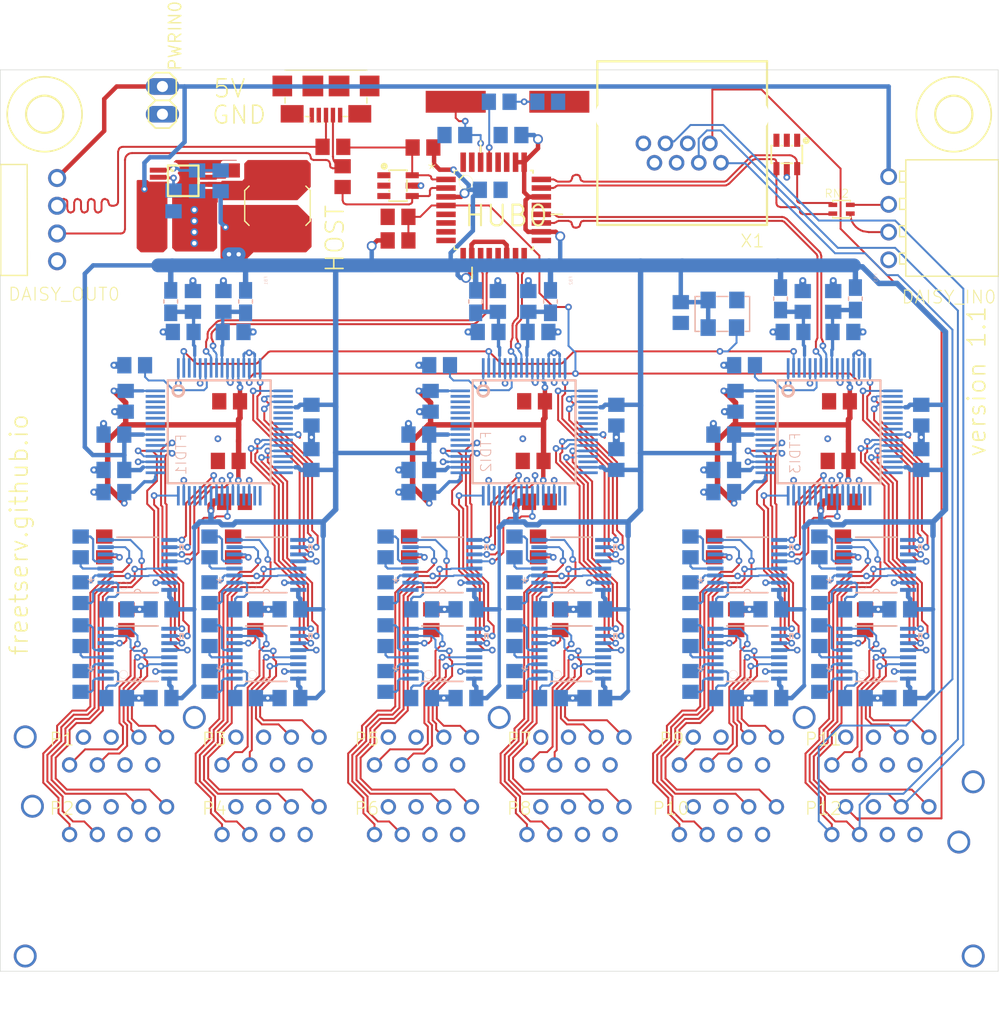
<source format=kicad_pcb>
(kicad_pcb (version 20221018) (generator pcbnew)
  (layers (0 "F.Cu" signal) (1 "In1.Cu" signal) (2 "In2.Cu" signal) (3 "In3.Cu" signal) (4 "In4.Cu" signal) (5 "In5.Cu" signal) (6 "In6.Cu" signal) (7 "In7.Cu" signal) (8 "In8.Cu" signal) (9 "In9.Cu" signal) (10 "In10.Cu" signal) (11 "In11.Cu" signal) (12 "In12.Cu" signal) (13 "In13.Cu" signal) (14 "In14.Cu" signal) (31 "B.Cu" signal) (34 "B.Paste" user) (35 "F.Paste" user) (36 "B.SilkS" user "B.Silkscreen") (37 "F.SilkS" user "F.Silkscreen") (38 "B.Mask" user) (39 "F.Mask" user) (44 "Edge.Cuts" user))
  (net 0 "")
  (net 1 "GND")
  (net 2 "+3V3")
  (net 3 "+5V")
  (net 4 "~{RESET}")
  (net 5 "D2_N")
  (net 6 "D2_P")
  (net 7 "D3_N")
  (net 8 "D3_P")
  (net 9 "D4_N")
  (net 10 "D4_P")
  (net 11 "12MHZ")
  (net 12 "TXD4I2")
  (net 13 "TXD4I1")
  (net 14 "TXD4I")
  (net 15 "TXD4E2")
  (net 16 "TXD4E1")
  (net 17 "TXD4E")
  (net 18 "TXD3I2")
  (net 19 "TXD3I1")
  (net 20 "TXD3I")
  (net 21 "TXD3E2")
  (net 22 "TXD3E1")
  (net 23 "TXD3E")
  (net 24 "TXD2I2")
  (net 25 "TXD2I1")
  (net 26 "TXD2I")
  (net 27 "TXD2E2")
  (net 28 "TXD2E1")
  (net 29 "TXD2E")
  (net 30 "TXD1I2")
  (net 31 "TXD1I1")
  (net 32 "TXD1I")
  (net 33 "TXD1E2")
  (net 34 "TXD1E1")
  (net 35 "TXD1E")
  (net 36 "RXD4I2")
  (net 37 "RXD4I1")
  (net 38 "RXD4I")
  (net 39 "RXD4E2")
  (net 40 "RXD4E1")
  (net 41 "RXD4E")
  (net 42 "RXD3I2")
  (net 43 "RXD3I1")
  (net 44 "RXD3I")
  (net 45 "RXD3E2")
  (net 46 "RXD3E1")
  (net 47 "RXD3E")
  (net 48 "RXD2I2")
  (net 49 "RXD2I1")
  (net 50 "RXD2I")
  (net 51 "RXD2E2")
  (net 52 "RXD2E1")
  (net 53 "RXD2E")
  (net 54 "RXD1I2")
  (net 55 "RXD1I1")
  (net 56 "RXD1I")
  (net 57 "RXD1E2")
  (net 58 "RXD1E1")
  (net 59 "RXD1E")
  (net 60 "RTS4I2")
  (net 61 "RTS4I1")
  (net 62 "RTS4I")
  (net 63 "RTS4E2")
  (net 64 "RTS4E1")
  (net 65 "RTS4E")
  (net 66 "RTS3I2")
  (net 67 "RTS3I1")
  (net 68 "RTS3I")
  (net 69 "RTS3E2")
  (net 70 "RTS3E1")
  (net 71 "RTS3E")
  (net 72 "RTS2I2")
  (net 73 "RTS2I1")
  (net 74 "RTS2I")
  (net 75 "RTS2E2")
  (net 76 "RTS2E1")
  (net 77 "RTS2E")
  (net 78 "RTS1I2")
  (net 79 "RTS1I1")
  (net 80 "RTS1I")
  (net 81 "RTS1E2")
  (net 82 "RTS1E1")
  (net 83 "RTS1E")
  (net 84 "N$99")
  (net 85 "N$98")
  (net 86 "N$8")
  (net 87 "N$76")
  (net 88 "N$75")
  (net 89 "N$74")
  (net 90 "N$73")
  (net 91 "N$72")
  (net 92 "N$71")
  (net 93 "N$70")
  (net 94 "N$7")
  (net 95 "N$69")
  (net 96 "N$67")
  (net 97 "N$66")
  (net 98 "N$64")
  (net 99 "N$63")
  (net 100 "N$62")
  (net 101 "N$61")
  (net 102 "N$60")
  (net 103 "N$6")
  (net 104 "N$59")
  (net 105 "N$58")
  (net 106 "N$57")
  (net 107 "N$56")
  (net 108 "N$555")
  (net 109 "N$55")
  (net 110 "N$5499")
  (net 111 "N$53")
  (net 112 "N$52")
  (net 113 "N$51")
  (net 114 "N$50")
  (net 115 "N$5")
  (net 116 "N$49")
  (net 117 "N$48")
  (net 118 "N$47")
  (net 119 "N$46")
  (net 120 "N$45")
  (net 121 "N$44")
  (net 122 "N$43")
  (net 123 "N$42")
  (net 124 "N$41")
  (net 125 "N$40")
  (net 126 "N$4")
  (net 127 "N$39")
  (net 128 "N$38")
  (net 129 "N$37")
  (net 130 "N$36")
  (net 131 "N$35")
  (net 132 "N$34")
  (net 133 "N$33")
  (net 134 "N$32")
  (net 135 "N$31")
  (net 136 "N$30")
  (net 137 "N$3")
  (net 138 "N$29")
  (net 139 "N$28")
  (net 140 "N$27")
  (net 141 "N$26")
  (net 142 "N$25")
  (net 143 "N$24")
  (net 144 "N$23")
  (net 145 "N$22")
  (net 146 "N$21")
  (net 147 "N$20")
  (net 148 "N$2")
  (net 149 "N$19")
  (net 150 "N$18")
  (net 151 "N$17")
  (net 152 "N$14")
  (net 153 "N$1355")
  (net 154 "N$12")
  (net 155 "N$115")
  (net 156 "N$114")
  (net 157 "N$113")
  (net 158 "N$112")
  (net 159 "N$111")
  (net 160 "N$110")
  (net 161 "N$11")
  (net 162 "N$109")
  (net 163 "N$108")
  (net 164 "N$107")
  (net 165 "N$106")
  (net 166 "N$105")
  (net 167 "N$104")
  (net 168 "N$103")
  (net 169 "N$102")
  (net 170 "N$101")
  (net 171 "N$100")
  (net 172 "N$10")
  (net 173 "N$1")
  (net 174 "ETXN")
  (net 175 "DX0_P")
  (net 176 "DX0_N")
  (net 177 "D1_P")
  (net 178 "D1_N")
  (net 179 "D0_P")
  (net 180 "D0_N")
  (net 181 "CTS4I2")
  (net 182 "CTS4I1")
  (net 183 "CTS4I")
  (net 184 "CTS4E2")
  (net 185 "CTS4E1")
  (net 186 "CTS4E")
  (net 187 "CTS3I2")
  (net 188 "CTS3I1")
  (net 189 "CTS3I")
  (net 190 "CTS3E2")
  (net 191 "CTS3E1")
  (net 192 "CTS3E")
  (net 193 "CTS2I2")
  (net 194 "CTS2I1")
  (net 195 "CTS2I")
  (net 196 "CTS2E2")
  (net 197 "CTS2E1")
  (net 198 "CTS2E")
  (net 199 "CTS1I2")
  (net 200 "CTS1I1")
  (net 201 "CTS1I")
  (net 202 "CTS1E2")
  (net 203 "CTS1E1")
  (net 204 "CTS1E")
  (net 205 "+1V8-3")
  (net 206 "+1V8-2")
  (net 207 "+1V8-1")
  (footprint "freetserv:EXBV4V" (layer "F.Cu") (at 179.8701 76.4921 -90)
    (fp_text reference "RN2")
    (fp_text value "27")
  )
  (footprint "freetserv:C0805" (layer "F.Cu") (at 123.6726 99.5426 180)
    (fp_text reference "C39" hide)
    (fp_text value "0.1uF")
  )
  (footprint "freetserv:R0805" (layer "F.Cu") (at 139.2301 79.3496 180)
    (fp_text reference "R7" hide)
    (fp_text value "22K")
  )
  (footprint "freetserv:C0805" (layer "F.Cu") (at 124.2441 103.2891)
    (fp_text reference "C43" hide)
    (fp_text value "0.1uF")
  )
  (footprint "freetserv:SOT23-6" (layer "F.Cu") (at 174.8536 71.4756 180)
    (fp_text reference "D2" hide)
    (fp_text value "SN65220")
  )
  (footprint "freetserv:C0805" (layer "F.Cu") (at 118.2751 79.2226)
    (fp_text reference "C3" hide)
    (fp_text value "10uF")
  )
  (footprint "freetserv:SOT23-6" (layer "F.Cu") (at 139.2301 74.3331 -90)
    (fp_text reference "D1" hide)
    (fp_text value "SN65220")
  )
  (footprint "freetserv:R0805" (layer "F.Cu") (at 134.1501 73.5076 90)
    (fp_text reference "R1" hide)
    (fp_text value "27")
  )
  (footprint "freetserv:C0805" (layer "F.Cu") (at 124.1171 107.4166 -90)
    (fp_text reference "C18" hide)
    (fp_text value "0.1uF")
  )
  (footprint "freetserv:C0805" (layer "F.Cu") (at 182.0291 114.0841 -90)
    (fp_text reference "C105" hide)
    (fp_text value "0.1uF")
  )
  (footprint "freetserv:C0805" (layer "F.Cu") (at 151.6126 99.5426 180)
    (fp_text reference "C60" hide)
    (fp_text value "0.1uF")
  )
  (footprint "freetserv:MSOP8" (layer "F.Cu") (at 119.5451 73.8886 -90)
    (fp_text reference "IC1" hide)
    (fp_text value "MCP16311")
  )
  (footprint "freetserv:0446200001" (layer "F.Cu") (at 165.2651 67.9196 180)
    (fp_text reference "X1")
    (fp_text value "0446200001")
  )
  (footprint "freetserv:C0805" (layer "F.Cu") (at 112.3061 107.4166 -90)
    (fp_text reference "C29" hide)
    (fp_text value "0.1uF")
  )
  (footprint "freetserv:3,2" (layer "F.Cu") (at 190.1571 67.7926)
    (fp_text reference "H2" hide)
    (fp_text value "MOUNT-HOLE3.2" hide)
  )
  (footprint "freetserv:C0805" (layer "F.Cu") (at 114.3381 114.0841 -90)
    (fp_text reference "C34" hide)
    (fp_text value "0.1uF")
  )
  (footprint "freetserv:C0805" (layer "F.Cu") (at 139.2301 77.1906)
    (fp_text reference "C37" hide)
    (fp_text value "0.1uF")
  )
  (footprint "freetserv:C0805" (layer "F.Cu") (at 170.2181 114.0841 -90)
    (fp_text reference "C115" hide)
    (fp_text value "0.1uF")
  )
  (footprint "freetserv:SS73100-046F" (layer "F.Cu") (at 148.5011 140.3096)
    (fp_text reference "U$1" hide)
    (fp_text value "SS73100-046F_DWG" hide)
  )
  (footprint "freetserv:613004143121" (layer "F.Cu") (at 184.1881 73.5076 -90)
    (fp_text reference "DAISY_IN0")
    (fp_text value "613004143121" hide)
  )
  (footprint "freetserv:QFP80P900X900X145-32N" (layer "F.Cu") (at 147.9931 76.5556)
    (fp_text reference "HUB0")
    (fp_text value "TUSB2046BVF" hide)
  )
  (footprint "freetserv:C0805" (layer "F.Cu") (at 179.6796 94.0816 180)
    (fp_text reference "C94" hide)
    (fp_text value "0.1uF")
  )
  (footprint "freetserv:C0805" (layer "F.Cu") (at 122.8471 79.2226 180)
    (fp_text reference "C7" hide)
    (fp_text value "10uF")
  )
  (footprint "freetserv:C0805" (layer "F.Cu") (at 123.9901 73.8886 -90)
    (fp_text reference "C4" hide)
    (fp_text value "0.1uF")
  )
  (footprint "freetserv:CSM-7X-DU" (layer "F.Cu") (at 149.2631 66.6496)
    (fp_text reference "Q2" hide)
    (fp_text value "6MHz")
  )
  (footprint "freetserv:1X02" (layer "F.Cu") (at 117.6401 66.5226 -90)
    (fp_text reference "PWRIN0")
    (fp_text value "")
  )
  (footprint "freetserv:C0805" (layer "F.Cu") (at 123.7996 94.0816 180)
    (fp_text reference "C38" hide)
    (fp_text value "0.1uF")
  )
  (footprint "freetserv:C0805" (layer "F.Cu") (at 152.0571 107.4166 -90)
    (fp_text reference "C57" hide)
    (fp_text value "0.1uF")
  )
  (footprint "freetserv:C0805" (layer "F.Cu") (at 152.1841 103.2891)
    (fp_text reference "C64" hide)
    (fp_text value "0.1uF")
  )
  (footprint "freetserv:C0805" (layer "F.Cu") (at 151.7396 94.0816 180)
    (fp_text reference "C59" hide)
    (fp_text value "0.1uF")
  )
  (footprint "freetserv:C0805" (layer "F.Cu") (at 168.1861 107.4166 -90)
    (fp_text reference "C110" hide)
    (fp_text value "0.1uF")
  )
  (footprint "freetserv:C0805" (layer "F.Cu") (at 126.1491 114.0841 -90)
    (fp_text reference "C24" hide)
    (fp_text value "0.1uF")
  )
  (footprint "freetserv:C0805" (layer "F.Cu") (at 179.9971 107.4166 -90)
    (fp_text reference "C92" hide)
    (fp_text value "0.1uF")
  )
  (footprint "freetserv:R0805" (layer "F.Cu") (at 141.5161 70.8406 180)
    (fp_text reference "R6" hide)
    (fp_text value "1.5K")
  )
  (footprint "freetserv:C0805" (layer "F.Cu") (at 118.2751 77.0636)
    (fp_text reference "C2" hide)
    (fp_text value "10uF")
  )
  (footprint "freetserv:C0805" (layer "F.Cu") (at 154.0891 114.0841 -90)
    (fp_text reference "C70" hide)
    (fp_text value "0.1uF")
  )
  (footprint "freetserv:3,2" (layer "F.Cu") (at 106.8451 67.7926)
    (fp_text reference "H1" hide)
    (fp_text value "MOUNT-HOLE3.2" hide)
  )
  (footprint "freetserv:C0805" (layer "F.Cu") (at 180.1241 103.2891)
    (fp_text reference "C99" hide)
    (fp_text value "0.1uF")
  )
  (footprint "freetserv:C0805" (layer "F.Cu") (at 140.2461 107.4166 -90)
    (fp_text reference "C75" hide)
    (fp_text value "0.1uF")
  )
  (footprint "freetserv:C0805" (layer "F.Cu") (at 179.5526 99.5426 180)
    (fp_text reference "C95" hide)
    (fp_text value "0.1uF")
  )
  (footprint "freetserv:C0805" (layer "F.Cu") (at 122.8471 77.0636 180)
    (fp_text reference "C6" hide)
    (fp_text value "10uF")
  )
  (footprint "freetserv:NR60XX" (layer "F.Cu") (at 128.1811 76.1746 -90)
    (fp_text reference "L3" hide)
    (fp_text value "15uH")
  )
  (footprint "freetserv:R0805" (layer "F.Cu") (at 133.2611 70.7771 180)
    (fp_text reference "R8" hide)
    (fp_text value "27")
  )
  (footprint "freetserv:61300411021" (layer "F.Cu") (at 107.9881 77.4446 90)
    (fp_text reference "DAISY_OUT0")
    (fp_text value "61300411021" hide)
  )
  (footprint "freetserv:C0805" (layer "F.Cu") (at 142.2781 114.0841 -90)
    (fp_text reference "C80" hide)
    (fp_text value "0.1uF")
  )
  (footprint "freetserv:USB_MICROB_PACKAGE" (layer "F.Cu") (at 132.6261 68.5546 180)
    (fp_text reference "USB_HOST0" hide)
    (fp_text value "USB_MICROB" hide)
  )
  (footprint "freetserv:C0805" (layer "B.Cu") (at 110.1471 107.4166 -90)
    (fp_text reference "C27" hide)
    (fp_text value "0.1uF" hide)
  )
  (footprint "freetserv:C0805" (layer "B.Cu") (at 157.2641 121.2596)
    (fp_text reference "C71" hide)
    (fp_text value "0.1uF" hide)
  )
  (footprint "freetserv:C0805" (layer "B.Cu") (at 152.9461 66.6496 180)
    (fp_text reference "C21" hide)
    (fp_text value "18pF")
  )
  (footprint "freetserv:C0805" (layer "B.Cu") (at 166.0271 107.4166 -90)
    (fp_text reference "C108" hide)
    (fp_text value "0.1uF" hide)
  )
  (footprint "freetserv:C0805" (layer "B.Cu") (at 185.2041 113.1316)
    (fp_text reference "C93" hide)
    (fp_text value "0.1uF" hide)
  )
  (footprint "freetserv:C0805" (layer "B.Cu") (at 117.5131 113.1316)
    (fp_text reference "C30" hide)
    (fp_text value "0.1uF" hide)
  )
  (footprint "freetserv:C0805" (layer "B.Cu") (at 177.8381 115.5446 -90)
    (fp_text reference "C103" hide)
    (fp_text value "0.1uF" hide)
  )
  (footprint "freetserv:SOP65P640X120-16N" (layer "B.Cu") (at 155.1051 117.1956)
    (fp_text reference "IC11" hide)
    (fp_text value "3232")
  )
  (footprint "freetserv:WE-KI_0805A" (layer "B.Cu") (at 174.2821 84.6836 -90)
    (fp_text reference "FB2\\2" hide)
    (fp_text value "330")
  )
  (footprint "freetserv:C0805" (layer "B.Cu") (at 166.0271 111.6076 -90)
    (fp_text reference "C107" hide)
    (fp_text value "0.1uF" hide)
  )
  (footprint "freetserv:C0805" (layer "B.Cu") (at 144.4371 69.6976)
    (fp_text reference "C20" hide)
    (fp_text value "18pF")
  )
  (footprint "freetserv:C0805" (layer "B.Cu") (at 179.9971 87.7316)
    (fp_text reference "C869" hide)
    (fp_text value "0.1uF")
  )
  (footprint "freetserv:C0805" (layer "B.Cu") (at 131.2926 95.3516 -90)
    (fp_text reference "C42" hide)
    (fp_text value "0.1uF")
  )
  (footprint "freetserv:WE-KI_0805A" (layer "B.Cu") (at 118.4021 84.9376 -90)
    (fp_text reference "FB2\\0" hide)
    (fp_text value "330")
  )
  (footprint "freetserv:C0805" (layer "B.Cu") (at 141.3891 121.2596 180)
    (fp_text reference "C79" hide)
    (fp_text value "0.1uF" hide)
  )
  (footprint "freetserv:WE-KI_0805A" (layer "B.Cu") (at 125.2601 84.9376 -90)
    (fp_text reference "FB1")
    (fp_text value "330" hide)
  )
  (footprint "freetserv:C0805" (layer "B.Cu") (at 170.1546 94.0816 -90)
    (fp_text reference "C96" hide)
    (fp_text value "0.1uF")
  )
  (footprint "freetserv:LQFP64" (layer "B.Cu") (at 178.7271 96.8756)
    (fp_text reference "FTDI3")
    (fp_text value "FT4232HL" hide)
  )
  (footprint "freetserv:C0805" (layer "B.Cu") (at 119.5451 87.7316 180)
    (fp_text reference "C11" hide)
    (fp_text value "0.1uF")
  )
  (footprint "freetserv:C0805" (layer "B.Cu") (at 121.9581 115.5446 -90)
    (fp_text reference "C22" hide)
    (fp_text value "0.1uF" hide)
  )
  (footprint "freetserv:C0805" (layer "B.Cu") (at 149.5806 69.6976)
    (fp_text reference "C36" hide)
    (fp_text value "0.1uF")
  )
  (footprint "freetserv:C0805" (layer "B.Cu") (at 177.8381 111.6076 -90)
    (fp_text reference "C89" hide)
    (fp_text value "0.1uF" hide)
  )
  (footprint "freetserv:C0805" (layer "B.Cu") (at 181.1401 113.1316 180)
    (fp_text reference "C91" hide)
    (fp_text value "0.1uF" hide)
  )
  (footprint "freetserv:C0805" (layer "B.Cu") (at 157.2641 113.1316)
    (fp_text reference "C58" hide)
    (fp_text value "0.1uF" hide)
  )
  (footprint "freetserv:SOP65P640X120-16N" (layer "B.Cu") (at 171.2341 109.0676)
    (fp_text reference "IC17" hide)
    (fp_text value "3232")
  )
  (footprint "freetserv:C0805" (layer "B.Cu") (at 113.4491 113.1316 180)
    (fp_text reference "C28" hide)
    (fp_text value "0.1uF" hide)
  )
  (footprint "freetserv:C0805" (layer "B.Cu") (at 121.9581 111.6076 -90)
    (fp_text reference "C15" hide)
    (fp_text value "0.1uF" hide)
  )
  (footprint "freetserv:C0805" (layer "B.Cu") (at 145.4531 113.1316)
    (fp_text reference "C76" hide)
    (fp_text value "0.1uF" hide)
  )
  (footprint "freetserv:C0805" (layer "B.Cu") (at 169.3291 113.1316 180)
    (fp_text reference "C109" hide)
    (fp_text value "0.1uF" hide)
  )
  (footprint "freetserv:C0805" (layer "B.Cu") (at 138.0871 115.5446 -90)
    (fp_text reference "C78" hide)
    (fp_text value "0.1uF" hide)
  )
  (footprint "freetserv:C0805" (layer "B.Cu") (at 169.0751 97.1296 180)
    (fp_text reference "C100" hide)
    (fp_text value "0.1uF")
  )
  (footprint "freetserv:C0805" (layer "B.Cu") (at 175.4251 87.7316 180)
    (fp_text reference "C859" hide)
    (fp_text value "0.1uF")
  )
  (footprint "freetserv:C0805" (layer "B.Cu") (at 113.4491 121.2596 180)
    (fp_text reference "C33" hide)
    (fp_text value "0.1uF" hide)
  )
  (footprint "freetserv:C0805" (layer "B.Cu") (at 177.8381 107.4166 -90)
    (fp_text reference "C90" hide)
    (fp_text value "0.1uF" hide)
  )
  (footprint "freetserv:LQFP64" (layer "B.Cu") (at 150.7871 96.8756)
    (fp_text reference "FTDI2")
    (fp_text value "FT4232HL" hide)
  )
  (footprint "freetserv:SOP65P640X120-16N" (layer "B.Cu") (at 143.2941 117.1956)
    (fp_text reference "IC13" hide)
    (fp_text value "3232")
  )
  (footprint "freetserv:C0805" (layer "B.Cu") (at 151.1681 84.9376 90)
    (fp_text reference "C53" hide)
    (fp_text value "4.7uF")
  )
  (footprint "freetserv:C0805" (layer "B.Cu") (at 145.4531 121.2596)
    (fp_text reference "C81" hide)
    (fp_text value "0.1uF" hide)
  )
  (footprint "freetserv:C0805" (layer "B.Cu") (at 141.3891 113.1316 180)
    (fp_text reference "C74" hide)
    (fp_text value "0.1uF" hide)
  )
  (footprint "freetserv:C0805" (layer "B.Cu") (at 110.1471 111.6076 -90)
    (fp_text reference "C26" hide)
    (fp_text value "0.1uF" hide)
  )
  (footprint "freetserv:C0805" (layer "B.Cu") (at 147.4851 87.7316 180)
    (fp_text reference "C489" hide)
    (fp_text value "0.1uF")
  )
  (footprint "freetserv:C0805" (layer "B.Cu") (at 153.2001 113.1316 180)
    (fp_text reference "C56" hide)
    (fp_text value "0.1uF" hide)
  )
  (footprint "freetserv:WE-KI_0805A" (layer "B.Cu") (at 181.1401 84.6836 -90)
    (fp_text reference "FB3")
    (fp_text value "330" hide)
  )
  (footprint "freetserv:C0805" (layer "B.Cu") (at 141.1351 102.4001)
    (fp_text reference "C629" hide)
    (fp_text value "3.3uF")
  )
  (footprint "freetserv:SOP65P640X120-16N" (layer "B.Cu") (at 115.3541 109.0676)
    (fp_text reference "IC7" hide)
    (fp_text value "3232")
  )
  (footprint "freetserv:C0805" (layer "B.Cu") (at 123.2281 84.9376 90)
    (fp_text reference "C14" hide)
    (fp_text value "4.7uF")
  )
  (footprint "freetserv:C0805" (layer "B.Cu") (at 131.2926 99.4156 90)
    (fp_text reference "C41" hide)
    (fp_text value "0.1uF")
  )
  (footprint "freetserv:C0805" (layer "B.Cu") (at 147.6756 74.7141 180)
    (fp_text reference "C46" hide)
    (fp_text value "0.1uF")
  )
  (footprint "freetserv:C0805" (layer "B.Cu") (at 141.1351 100.3681 180)
    (fp_text reference "C66" hide)
    (fp_text value "0.1uF")
  )
  (footprint "freetserv:C0805" (layer "B.Cu") (at 142.2146 94.0816 -90)
    (fp_text reference "C61" hide)
    (fp_text value "0.1uF")
  )
  (footprint "freetserv:SOP65P640X120-16N" (layer "B.Cu") (at 171.2341 117.1956)
    (fp_text reference "IC18" hide)
    (fp_text value "3232")
  )
  (footprint "freetserv:C0805" (layer "B.Cu") (at 179.1081 84.9376 90)
    (fp_text reference "C889" hide)
    (fp_text value "4.7uF")
  )
  (footprint "freetserv:SOP65P640X120-16N" (layer "B.Cu") (at 155.1051 109.0676)
    (fp_text reference "IC10" hide)
    (fp_text value "3232")
  )
  (footprint "freetserv:C0805" (layer "B.Cu") (at 166.0271 115.5446 -90)
    (fp_text reference "C113" hide)
    (fp_text value "0.1uF" hide)
  )
  (footprint "freetserv:C0805" (layer "B.Cu") (at 118.6561 75.7301 -90)
    (fp_text reference "C5" hide)
    (fp_text value "1uF")
  )
  (footprint "freetserv:R0805" (layer "B.Cu") (at 148.5011 66.6496)
    (fp_text reference "R3" hide)
    (fp_text value "1.5K")
  )
  (footprint "freetserv:C0805" (layer "B.Cu") (at 129.3241 113.1316)
    (fp_text reference "C19" hide)
    (fp_text value "0.1uF" hide)
  )
  (footprint "freetserv:C0805" (layer "B.Cu") (at 187.1726 99.4156 90)
    (fp_text reference "C97" hide)
    (fp_text value "0.1uF")
  )
  (footprint "freetserv:C0805" (layer "B.Cu") (at 113.1951 97.1296 180)
    (fp_text reference "C44" hide)
    (fp_text value "0.1uF")
  )
  (footprint "freetserv:C0805" (layer "B.Cu") (at 114.2746 94.0816 -90)
    (fp_text reference "C40" hide)
    (fp_text value "0.1uF")
  )
  (footprint "freetserv:C0805" (layer "B.Cu") (at 159.2326 99.4156 90)
    (fp_text reference "C62" hide)
    (fp_text value "0.1uF")
  )
  (footprint "freetserv:C0805" (layer "B.Cu") (at 129.3241 121.2596)
    (fp_text reference "C25" hide)
    (fp_text value "0.1uF" hide)
  )
  (footprint "freetserv:SOP65P640X120-16N" (layer "B.Cu") (at 127.1651 109.0676)
    (fp_text reference "IC5" hide)
    (fp_text value "3232")
  )
  (footprint "freetserv:XO53" (layer "B.Cu") (at 168.9481 86.0806)
    (fp_text reference "QG1" hide)
    (fp_text value "ASFL1-12.000")
  )
  (footprint "freetserv:SOP65P640X120-16N" (layer "B.Cu") (at 127.1651 117.1956)
    (fp_text reference "IC6" hide)
    (fp_text value "3232")
  )
  (footprint "freetserv:C0805" (layer "B.Cu") (at 152.0571 87.7316)
    (fp_text reference "C519" hide)
    (fp_text value "0.1uF")
  )
  (footprint "freetserv:C0805" (layer "B.Cu") (at 138.0871 107.4166 -90)
    (fp_text reference "C73" hide)
    (fp_text value "0.1uF")
  )
  (footprint "freetserv:SOP65P640X120-16N" (layer "B.Cu") (at 183.0451 117.1956)
    (fp_text reference "IC16" hide)
    (fp_text value "3232")
  )
  (footprint "freetserv:C0805" (layer "B.Cu") (at 125.2601 113.1316 180)
    (fp_text reference "C17" hide)
    (fp_text value "0.1uF" hide)
  )
  (footprint "freetserv:C0805" (layer "B.Cu") (at 173.3931 121.2596)
    (fp_text reference "C116" hide)
    (fp_text value "0.1uF" hide)
  )
  (footprint "freetserv:R0805" (layer "B.Cu") (at 143.0401 90.7796)
    (fp_text reference "R13" hide)
    (fp_text value "12K/1%")
  )
  (footprint "freetserv:C0805" (layer "B.Cu") (at 177.8381 119.7356 -90)
    (fp_text reference "C102" hide)
    (fp_text value "0.1uF" hide)
  )
  (footprint "freetserv:R0805" (layer "B.Cu") (at 122.9741 73.8886 90)
    (fp_text reference "R4" hide)
    (fp_text value "31.6k")
  )
  (footprint "freetserv:C0805" (layer "B.Cu") (at 165.1381 85.9536 90)
    (fp_text reference "C47" hide)
    (fp_text value "0.1uF")
  )
  (footprint "freetserv:C0805" (layer "B.Cu") (at 159.2326 95.3516 -90)
    (fp_text reference "C63" hide)
    (fp_text value "0.1uF")
  )
  (footprint "freetserv:SOP65P640X120-16N" (layer "B.Cu") (at 143.2941 109.0676)
    (fp_text reference "IC12" hide)
    (fp_text value "3232")
  )
  (footprint "freetserv:C0805" (layer "B.Cu") (at 176.3141 84.9376 90)
    (fp_text reference "C879" hide)
    (fp_text value "4.7uF")
  )
  (footprint "freetserv:C0805" (layer "B.Cu") (at 185.2041 121.2596)
    (fp_text reference "C106" hide)
    (fp_text value "0.1uF" hide)
  )
  (footprint "freetserv:C0805" (layer "B.Cu") (at 138.0871 119.7356 -90)
    (fp_text reference "C77" hide)
    (fp_text value "0.1uF" hide)
  )
  (footprint "freetserv:C0805" (layer "B.Cu") (at 149.8981 119.7356 -90)
    (fp_text reference "C67" hide)
    (fp_text value "0.1uF" hide)
  )
  (footprint "freetserv:C0805" (layer "B.Cu") (at 169.0751 102.4001)
    (fp_text reference "C829" hide)
    (fp_text value "3.3uF")
  )
  (footprint "freetserv:R0805" (layer "B.Cu") (at 115.1001 90.7796)
    (fp_text reference "R2" hide)
    (fp_text value "12K/1%")
  )
  (footprint "freetserv:C0805" (layer "B.Cu") (at 141.1351 97.1296 180)
    (fp_text reference "C65" hide)
    (fp_text value "0.1uF")
  )
  (footprint "freetserv:C0805" (layer "B.Cu") (at 113.1951 100.3681 180)
    (fp_text reference "C45" hide)
    (fp_text value "0.1uF")
  )
  (footprint "freetserv:C0805" (layer "B.Cu") (at 110.1471 119.7356 -90)
    (fp_text reference "C31" hide)
    (fp_text value "0.1uF" hide)
  )
  (footprint "freetserv:WE-KI_0805A" (layer "B.Cu") (at 146.3421 84.9376 -90)
    (fp_text reference "FB2\\1" hide)
    (fp_text value "330")
  )
  (footprint "freetserv:C0805" (layer "B.Cu") (at 149.8981 115.5446 -90)
    (fp_text reference "C68" hide)
    (fp_text value "0.1uF" hide)
  )
  (footprint "freetserv:C0805" (layer "B.Cu") (at 169.3291 121.2596 180)
    (fp_text reference "C114" hide)
    (fp_text value "0.1uF" hide)
  )
  (footprint "freetserv:C0805" (layer "B.Cu") (at 138.0871 111.6076 -90)
    (fp_text reference "C72" hide)
    (fp_text value "0.1uF" hide)
  )
  (footprint "freetserv:C0805" (layer "B.Cu") (at 120.4341 84.9376 90)
    (fp_text reference "C13" hide)
    (fp_text value "4.7uF")
  )
  (footprint "freetserv:C0805" (layer "B.Cu") (at 149.8981 111.6076 -90)
    (fp_text reference "C54" hide)
    (fp_text value "0.1uF" hide)
  )
  (footprint "freetserv:C0805" (layer "B.Cu") (at 125.2601 121.2596 180)
    (fp_text reference "C23" hide)
    (fp_text value "0.1uF" hide)
  )
  (footprint "freetserv:C0805" (layer "B.Cu") (at 121.9581 119.7356 -90)
    (fp_text reference "C1" hide)
    (fp_text value "0.1uF" hide)
  )
  (footprint "freetserv:C0805" (layer "B.Cu") (at 153.2001 121.2596 180)
    (fp_text reference "C69" hide)
    (fp_text value "0.1uF" hide)
  )
  (footprint "freetserv:C0805" (layer "B.Cu") (at 148.3741 84.9376 90)
    (fp_text reference "C502" hide)
    (fp_text value "4.7uF")
  )
  (footprint "freetserv:R0805" (layer "B.Cu") (at 120.8151 73.8886 -90)
    (fp_text reference "R5" hide)
    (fp_text value "10k")
  )
  (footprint "freetserv:C0805" (layer "B.Cu") (at 113.1951 102.4001)
    (fp_text reference "C8" hide)
    (fp_text value "3.3uF")
  )
  (footprint "freetserv:C0805" (layer "B.Cu") (at 149.8981 107.4166 -90)
    (fp_text reference "C55" hide)
    (fp_text value "0.1uF" hide)
  )
  (footprint "freetserv:C0805" (layer "B.Cu") (at 110.1471 115.5446 -90)
    (fp_text reference "C32" hide)
    (fp_text value "0.1uF" hide)
  )
  (footprint "freetserv:C0805" (layer "B.Cu") (at 169.0751 100.3681 180)
    (fp_text reference "C101" hide)
    (fp_text value "0.1uF")
  )
  (footprint "freetserv:LQFP64" (layer "B.Cu") (at 122.8471 96.8756)
    (fp_text reference "FTDI1")
    (fp_text value "FT4232HL" hide)
  )
  (footprint "freetserv:R0805" (layer "B.Cu") (at 170.9801 90.7796)
    (fp_text reference "R15" hide)
    (fp_text value "12K/1%")
  )
  (footprint "freetserv:C0805" (layer "B.Cu") (at 117.5131 121.2596)
    (fp_text reference "C35" hide)
    (fp_text value "0.1uF" hide)
  )
  (footprint "freetserv:C0805" (layer "B.Cu") (at 124.1171 87.7316)
    (fp_text reference "C12" hide)
    (fp_text value "0.1uF")
  )
  (footprint "freetserv:SOP65P640X120-16N" (layer "B.Cu") (at 183.0451 109.0676)
    (fp_text reference "IC15" hide)
    (fp_text value "3232")
  )
  (footprint "freetserv:C0805" (layer "B.Cu") (at 166.0271 119.7356 -90)
    (fp_text reference "C112" hide)
    (fp_text value "0.1uF" hide)
  )
  (footprint "freetserv:C0805" (layer "B.Cu") (at 187.1726 95.3516 -90)
    (fp_text reference "C98" hide)
    (fp_text value "0.1uF")
  )
  (footprint "freetserv:C0805" (layer "B.Cu") (at 181.1401 121.2596 180)
    (fp_text reference "C104" hide)
    (fp_text value "0.1uF" hide)
  )
  (footprint "freetserv:C0805" (layer "B.Cu") (at 173.3931 113.1316)
    (fp_text reference "C111" hide)
    (fp_text value "0.1uF" hide)
  )
  (footprint "freetserv:C0805" (layer "B.Cu") (at 121.9581 107.4166 -90)
    (fp_text reference "C16" hide)
    (fp_text value "0.1uF" hide)
  )
  (footprint "freetserv:WE-KI_0805A" (layer "B.Cu") (at 153.2001 84.9376 -90)
    (fp_text reference "FB2")
    (fp_text value "330" hide)
  )
  (footprint "freetserv:SOP65P640X120-16N" (layer "B.Cu") (at 115.3541 117.1956)
    (fp_text reference "IC8" hide)
    (fp_text value "3232")
  )
  (gr_line (start 194.2211 146.2786) (end 194.2211 63.7286) (stroke (width 0.05)) (layer "Edge.Cuts"))
  (gr_line (start 194.2211 63.7286) (end 102.7811 63.7286) (stroke (width 0.05)) (layer "Edge.Cuts"))
  (gr_line (start 102.7811 63.7286) (end 102.7811 146.2786) (stroke (width 0.05)) (layer "Edge.Cuts"))
  (gr_line (start 102.7811 146.2786) (end 194.2211 146.2786) (stroke (width 0.05)) (layer "Edge.Cuts"))
  (gr_text "freetserv.github.io" (at 105.4481 117.4496 90) (layer "F.SilkS") (effects (font (size 1.63576 1.63576) (thickness 0.14224)) (justify left bottom)))
  (gr_text "GND" (at 122.0851 68.8086) (layer "F.SilkS") (effects (font (size 1.63576 1.63576) (thickness 0.14224)) (justify left bottom)))
  (gr_text "version 1.1" (at 193.2051 99.2886 90) (layer "F.SilkS") (effects (font (size 1.63576 1.63576) (thickness 0.14224)) (justify left bottom)))
  (gr_text "5V" (at 122.2121 66.3956) (layer "F.SilkS") (effects (font (size 1.63576 1.63576) (thickness 0.14224)) (justify left bottom)))
  (gr_text "HOST" (at 134.4041 82.3976 90) (layer "F.SilkS") (effects (font (size 1.63576 1.63576) (thickness 0.14224)) (justify left bottom)))
  (segment (start 140.5301 74.3331) (end 141.3256 74.3331) (width 0.55) (layer "F.Cu") (net 1))
  (segment (start 170.4086 113.1316) (end 170.2181 113.1341) (width 0.65) (layer "F.Cu") (net 1))
  (segment (start 143.4846 113.1316) (end 142.4686 113.1316) (width 0.65) (layer "F.Cu") (net 1))
  (segment (start 130.0821 97.1256) (end 130.2131 97.3836) (width 0.25) (layer "F.Cu") (net 1))
  (segment (start 158.0221 97.1256) (end 158.1531 97.3836) (width 0.25) (layer "F.Cu") (net 1))
  (segment (start 171.4246 113.1316) (end 170.4086 113.1316) (width 0.65) (layer "F.Cu") (net 1))
  (segment (start 185.9621 97.1256) (end 186.0931 97.3836) (width 0.25) (layer "F.Cu") (net 1))
  (segment (start 114.5286 113.1316) (end 114.3381 113.1341) (width 0.65) (layer "F.Cu") (net 1))
  (segment (start 142.4686 113.1316) (end 142.2781 113.1341) (width 0.65) (layer "F.Cu") (net 1))
  (segment (start 115.5446 113.1316) (end 114.5286 113.1316) (width 0.65) (layer "F.Cu") (net 1))
  (via (at 144.9705 110.6932) (size 0.6096) (drill 0.3048) (layers "F.Cu" "B.Cu") (net 1))
  (via (at 143.3576 99.6256) (size 0.6096) (drill 0.3048) (layers "F.Cu" "B.Cu") (net 1))
  (via (at 120.4341 83.0326) (size 0.6096) (drill 0.3048) (layers "F.Cu" "B.Cu") (net 1))
  (via (at 111.3536 102.4001) (size 0.6096) (drill 0.3048) (layers "F.Cu" "B.Cu") (net 1))
  (via (at 117.7036 87.7316) (size 0.6096) (drill 0.3048) (layers "F.Cu" "B.Cu") (net 1))
  (via (at 153.5371 101.3206) (size 0.6096) (drill 0.3048) (layers "F.Cu" "B.Cu") (net 1))
  (via (at 115.4811 121.2596) (size 0.6096) (drill 0.3048) (layers "F.Cu" "B.Cu") (net 1))
  (via (at 151.8031 92.3671) (size 0.6096) (drill 0.3048) (layers "F.Cu" "B.Cu") (net 1))
  (via (at 178.6001 97.5106) (size 0.6096) (drill 0.3048) (layers "F.Cu" "B.Cu") (net 1))
  (via (at 120.5611 76.5556) (size 0.7048) (drill 0.4) (layers "F.Cu" "B.Cu") (net 1))
  (via (at 185.9621 97.1256) (size 0.6096) (drill 0.3048) (layers "F.Cu" "B.Cu") (net 1))
  (via (at 120.5611 78.5876) (size 0.7048) (drill 0.4) (layers "F.Cu" "B.Cu") (net 1))
  (via (at 128.8161 118.8212) (size 0.6096) (drill 0.3048) (layers "F.Cu" "B.Cu") (net 1))
  (via (at 187.1726 97.3836) (size 0.6096) (drill 0.3048) (layers "F.Cu" "B.Cu") (net 1))
  (via (at 131.2926 97.3836) (size 0.6096) (drill 0.3048) (layers "F.Cu" "B.Cu") (net 1))
  (via (at 153.8961 87.7291) (size 0.6096) (drill 0.3048) (layers "F.Cu" "B.Cu") (net 1))
  (via (at 171.2976 99.6256) (size 0.6096) (drill 0.3048) (layers "F.Cu" "B.Cu") (net 1))
  (via (at 141.1986 95.0316) (size 0.6096) (drill 0.3048) (layers "F.Cu" "B.Cu") (net 1))
  (via (at 169.1386 95.0316) (size 0.6096) (drill 0.3048) (layers "F.Cu" "B.Cu") (net 1))
  (via (at 171.3611 121.2596) (size 0.6096) (drill 0.3048) (layers "F.Cu" "B.Cu") (net 1))
  (via (at 176.3141 83.0326) (size 0.6096) (drill 0.3048) (layers "F.Cu" "B.Cu") (net 1))
  (via (at 158.0221 97.1256) (size 0.6096) (drill 0.3048) (layers "F.Cu" "B.Cu") (net 1))
  (via (at 115.5446 113.1316) (size 0.6096) (drill 0.3048) (layers "F.Cu" "B.Cu") (net 1))
  (via (at 167.2336 100.3681) (size 0.6096) (drill 0.3048) (layers "F.Cu" "B.Cu") (net 1))
  (via (at 139.2936 100.3681) (size 0.6096) (drill 0.3048) (layers "F.Cu" "B.Cu") (net 1))
  (via (at 121.0971 92.4306) (size 0.6096) (drill 0.3048) (layers "F.Cu" "B.Cu") (net 1))
  (via (at 184.6961 110.6932) (size 0.6096) (drill 0.3048) (layers "F.Cu" "B.Cu") (net 1))
  (via (at 183.1721 121.2596) (size 0.6096) (drill 0.3048) (layers "F.Cu" "B.Cu") (net 1))
  (via (at 176.9771 92.4306) (size 0.6096) (drill 0.3048) (layers "F.Cu" "B.Cu") (net 1))
  (via (at 119.0971 92.4306) (size 0.6096) (drill 0.3048) (layers "F.Cu" "B.Cu") (net 1))
  (via (at 183.2356 113.1316) (size 0.6096) (drill 0.3048) (layers "F.Cu" "B.Cu") (net 1))
  (via (at 168.1251 96.1136) (size 0.6096) (drill 0.3048) (layers "F.Cu" "B.Cu") (net 1))
  (via (at 153.5291 89.6366) (size 0.6096) (drill 0.3048) (layers "F.Cu" "B.Cu") (net 1))
  (via (at 120.5611 77.5716) (size 0.7048) (drill 0.4) (layers "F.Cu" "B.Cu") (net 1))
  (via (at 172.8851 118.8212) (size 0.6096) (drill 0.3048) (layers "F.Cu" "B.Cu") (net 1))
  (via (at 143.4211 121.2596) (size 0.6096) (drill 0.3048) (layers "F.Cu" "B.Cu") (net 1))
  (via (at 130.0821 97.1256) (size 0.6096) (drill 0.3048) (layers "F.Cu" "B.Cu") (net 1))
  (via (at 181.4691 89.6366) (size 0.6096) (drill 0.3048) (layers "F.Cu" "B.Cu") (net 1))
  (via (at 156.7561 118.8212) (size 0.6096) (drill 0.3048) (layers "F.Cu" "B.Cu") (net 1))
  (via (at 159.2326 97.3836) (size 0.6096) (drill 0.3048) (layers "F.Cu" "B.Cu") (net 1))
  (via (at 140.1851 96.1136) (size 0.6096) (drill 0.3048) (layers "F.Cu" "B.Cu") (net 1))
  (via (at 167.2336 102.4001) (size 0.6096) (drill 0.3048) (layers "F.Cu" "B.Cu") (net 1))
  (via (at 141.1351 90.7796) (size 0.6096) (drill 0.3048) (layers "F.Cu" "B.Cu") (net 1))
  (via (at 149.0371 92.4306) (size 0.6096) (drill 0.3048) (layers "F.Cu" "B.Cu") (net 1))
  (via (at 174.9771 92.4306) (size 0.6096) (drill 0.3048) (layers "F.Cu" "B.Cu") (net 1))
  (via (at 179.7431 92.3671) (size 0.6096) (drill 0.3048) (layers "F.Cu" "B.Cu") (net 1))
  (via (at 113.2586 95.0316) (size 0.6096) (drill 0.3048) (layers "F.Cu" "B.Cu") (net 1))
  (via (at 117.0051 118.8212) (size 0.6096) (drill 0.3048) (layers "F.Cu" "B.Cu") (net 1))
  (via (at 169.0751 90.7796) (size 0.6096) (drill 0.3048) (layers "F.Cu" "B.Cu") (net 1))
  (via (at 155.2956 113.1316) (size 0.6096) (drill 0.3048) (layers "F.Cu" "B.Cu") (net 1))
  (via (at 172.9105 110.6932) (size 0.6096) (drill 0.3048) (layers "F.Cu" "B.Cu") (net 1))
  (via (at 144.9451 118.8212) (size 0.6096) (drill 0.3048) (layers "F.Cu" "B.Cu") (net 1))
  (via (at 174.8536 73.5711) (size 0.6096) (drill 0.3048) (layers "F.Cu" "B.Cu") (net 1))
  (via (at 156.7561 110.6932) (size 0.6096) (drill 0.3048) (layers "F.Cu" "B.Cu") (net 1))
  (via (at 148.3741 83.0326) (size 0.6096) (drill 0.3048) (layers "F.Cu" "B.Cu") (net 1))
  (via (at 125.5891 89.6366) (size 0.6096) (drill 0.3048) (layers "F.Cu" "B.Cu") (net 1))
  (via (at 145.6436 87.7316) (size 0.6096) (drill 0.3048) (layers "F.Cu" "B.Cu") (net 1))
  (via (at 122.7201 97.5106) (size 0.6096) (drill 0.3048) (layers "F.Cu" "B.Cu") (net 1))
  (via (at 181.4771 101.3206) (size 0.6096) (drill 0.3048) (layers "F.Cu" "B.Cu") (net 1))
  (via (at 123.8631 92.3671) (size 0.6096) (drill 0.3048) (layers "F.Cu" "B.Cu") (net 1))
  (via (at 123.2281 83.0326) (size 0.6096) (drill 0.3048) (layers "F.Cu" "B.Cu") (net 1))
  (via (at 181.8361 87.7291) (size 0.6096) (drill 0.3048) (layers "F.Cu" "B.Cu") (net 1))
  (via (at 147.5371 101.3206) (size 0.6096) (drill 0.3048) (layers "F.Cu" "B.Cu") (net 1))
  (via (at 125.9561 87.7291) (size 0.6096) (drill 0.3048) (layers "F.Cu" "B.Cu") (net 1))
  (via (at 139.2936 102.4001) (size 0.6096) (drill 0.3048) (layers "F.Cu" "B.Cu") (net 1))
  (via (at 127.2921 121.2596) (size 0.6096) (drill 0.3048) (layers "F.Cu" "B.Cu") (net 1))
  (via (at 119.5971 101.3206) (size 0.6096) (drill 0.3048) (layers "F.Cu" "B.Cu") (net 1))
  (via (at 184.6961 118.8212) (size 0.6096) (drill 0.3048) (layers "F.Cu" "B.Cu") (net 1))
  (via (at 143.4846 113.1316) (size 0.6096) (drill 0.3048) (layers "F.Cu" "B.Cu") (net 1))
  (via (at 147.0371 92.4306) (size 0.6096) (drill 0.3048) (layers "F.Cu" "B.Cu") (net 1))
  (via (at 175.4771 101.3206) (size 0.6096) (drill 0.3048) (layers "F.Cu" "B.Cu") (net 1))
  (via (at 179.1081 83.0326) (size 0.6096) (drill 0.3048) (layers "F.Cu" "B.Cu") (net 1))
  (via (at 127.3556 113.1316) (size 0.6096) (drill 0.3048) (layers "F.Cu" "B.Cu") (net 1))
  (via (at 150.6601 97.5106) (size 0.6096) (drill 0.3048) (layers "F.Cu" "B.Cu") (net 1))
  (via (at 111.3536 100.3681) (size 0.6096) (drill 0.3048) (layers "F.Cu" "B.Cu") (net 1))
  (via (at 155.2321 121.2596) (size 0.6096) (drill 0.3048) (layers "F.Cu" "B.Cu") (net 1))
  (via (at 173.5836 87.7316) (size 0.6096) (drill 0.3048) (layers "F.Cu" "B.Cu") (net 1))
  (via (at 128.8161 110.6932) (size 0.6096) (drill 0.3048) (layers "F.Cu" "B.Cu") (net 1))
  (via (at 117.0305 110.6932) (size 0.6096) (drill 0.3048) (layers "F.Cu" "B.Cu") (net 1))
  (via (at 171.4246 113.1316) (size 0.6096) (drill 0.3048) (layers "F.Cu" "B.Cu") (net 1))
  (via (at 112.2451 96.1136) (size 0.6096) (drill 0.3048) (layers "F.Cu" "B.Cu") (net 1))
  (via (at 125.5971 101.3206) (size 0.6096) (drill 0.3048) (layers "F.Cu" "B.Cu") (net 1))
  (via (at 151.1681 83.0326) (size 0.6096) (drill 0.3048) (layers "F.Cu" "B.Cu") (net 1))
  (via (at 113.1951 90.7796) (size 0.6096) (drill 0.3048) (layers "F.Cu" "B.Cu") (net 1))
  (via (at 115.4176 99.6256) (size 0.6096) (drill 0.3048) (layers "F.Cu" "B.Cu") (net 1))
  (via (at 120.5611 79.6036) (size 0.7048) (drill 0.4) (layers "F.Cu" "B.Cu") (net 1))
  (via (at 141.3256 74.3331) (size 0.6096) (drill 0.3048) (layers "F.Cu" "B.Cu") (net 1))
  (segment (start 114.1501 90.7796) (end 113.1951 90.7796) (width 0.65) (layer "B.Cu") (net 1))
  (segment (start 142.3391 113.1316) (end 143.4846 113.1316) (width 0.65) (layer "B.Cu") (net 1))
  (segment (start 148.3741 83.9876) (end 148.3741 83.0326) (width 0.65) (layer "B.Cu") (net 1))
  (segment (start 181.4771 101.6381) (end 181.4771 101.3206) (width 0.25) (layer "B.Cu") (net 1))
  (segment (start 153.0371 89.9541) (end 153.0371 89.7751) (width 0.25) (layer "B.Cu") (net 1))
  (segment (start 185.9661 110.6932) (end 185.0771 110.6932) (width 0.1778) (layer "B.Cu") (net 1))
  (segment (start 130.0861 118.8212) (end 129.1971 118.8212) (width 0.1778) (layer "B.Cu") (net 1))
  (segment (start 145.3261 110.6932) (end 144.9705 110.6932) (width 0.25) (layer "B.Cu") (net 1))
  (segment (start 173.2661 110.6932) (end 172.9105 110.6932) (width 0.25) (layer "B.Cu") (net 1))
  (segment (start 118.2751 110.6932) (end 117.3861 110.6932) (width 0.1778) (layer "B.Cu") (net 1))
  (segment (start 179.7431 92.3671) (end 179.8501 92.3671) (width 0.25) (layer "B.Cu") (net 1))
  (segment (start 154.0371 91.0216) (end 154.0371 89.9541) (width 0.1778) (layer "B.Cu") (net 1))
  (segment (start 147.5371 101.6381) (end 147.5371 101.3206) (width 0.25) (layer "B.Cu") (net 1))
  (segment (start 146.2151 110.6932) (end 145.3261 110.6932) (width 0.1778) (layer "B.Cu") (net 1))
  (segment (start 159.2326 96.3016) (end 159.2326 97.3836) (width 0.65) (layer "B.Cu") (net 1))
  (segment (start 157.7086 97.1256) (end 158.0221 97.1256) (width 0.25) (layer "B.Cu") (net 1))
  (segment (start 154.0371 89.7751) (end 153.8986 89.6366) (width 0.25) (layer "B.Cu") (net 1))
  (segment (start 115.8621 99.6256) (end 115.4176 99.6256) (width 0.25) (layer "B.Cu") (net 1))
  (segment (start 123.7241 92.3671) (end 123.8631 92.3671) (width 0.25) (layer "B.Cu") (net 1))
  (segment (start 184.5811 97.1256) (end 185.6486 97.1256) (width 0.1778) (layer "B.Cu") (net 1))
  (segment (start 179.1081 83.9876) (end 179.1081 83.0326) (width 0.65) (layer "B.Cu") (net 1))
  (segment (start 159.2326 98.4656) (end 159.2326 97.3836) (width 0.65) (layer "B.Cu") (net 1))
  (segment (start 151.5371 91.0216) (end 151.5371 92.1131) (width 0.1778) (layer "B.Cu") (net 1))
  (segment (start 125.0671 87.7316) (end 125.9561 87.7291) (width 0.65) (layer "B.Cu") (net 1))
  (segment (start 126.2101 113.1316) (end 127.3556 113.1316) (width 0.65) (layer "B.Cu") (net 1))
  (segment (start 151.8031 92.3671) (end 151.9101 92.3671) (width 0.25) (layer "B.Cu") (net 1))
  (segment (start 174.9771 91.0216) (end 174.9771 92.1766) (width 0.1778) (layer "B.Cu") (net 1))
  (segment (start 185.0771 118.8212) (end 184.6961 118.8212) (width 0.25) (layer "B.Cu") (net 1))
  (segment (start 151.5371 92.1131) (end 151.5371 92.2401) (width 0.25) (layer "B.Cu") (net 1))
  (segment (start 187.1726 98.4656) (end 187.1726 97.3836) (width 0.65) (layer "B.Cu") (net 1))
  (segment (start 131.2926 98.4656) (end 131.2926 97.3836) (width 0.65) (layer "B.Cu") (net 1))
  (segment (start 153.0071 87.7316) (end 153.8961 87.7291) (width 0.65) (layer "B.Cu") (net 1))
  (segment (start 119.0971 91.0216) (end 119.0971 92.1766) (width 0.1778) (layer "B.Cu") (net 1))
  (segment (start 174.1551 110.6932) (end 173.2661 110.6932) (width 0.1778) (layer "B.Cu") (net 1))
  (segment (start 147.5371 102.7296) (end 147.5371 101.6381) (width 0.1778) (layer "B.Cu") (net 1))
  (segment (start 143.8021 99.6256) (end 143.3576 99.6256) (width 0.25) (layer "B.Cu") (net 1))
  (segment (start 121.0971 92.1766) (end 121.0971 92.4306) (width 0.3) (layer "B.Cu") (net 1))
  (segment (start 152.0371 92.1131) (end 152.0371 92.2401) (width 0.25) (layer "B.Cu") (net 1))
  (segment (start 142.2146 95.0316) (end 141.1986 95.0316) (width 0.65) (layer "B.Cu") (net 1))
  (segment (start 119.5971 101.6381) (end 119.5971 101.3206) (width 0.25) (layer "B.Cu") (net 1))
  (segment (start 112.2451 97.1296) (end 112.2451 96.1136) (width 0.65) (layer "B.Cu") (net 1))
  (segment (start 153.0371 91.0216) (end 153.0371 89.9541) (width 0.1778) (layer "B.Cu") (net 1))
  (segment (start 126.2101 121.2596) (end 127.2921 121.2596) (width 0.65) (layer "B.Cu") (net 1))
  (segment (start 153.5371 102.7296) (end 153.5371 101.6381) (width 0.1778) (layer "B.Cu") (net 1))
  (segment (start 176.9771 92.1766) (end 176.9771 92.4306) (width 0.3) (layer "B.Cu") (net 1))
  (segment (start 151.1681 83.9876) (end 151.1681 83.0326) (width 0.65) (layer "B.Cu") (net 1))
  (segment (start 158.0261 110.6932) (end 157.1371 110.6932) (width 0.1778) (layer "B.Cu") (net 1))
  (segment (start 129.1971 118.8212) (end 128.8161 118.8212) (width 0.25) (layer "B.Cu") (net 1))
  (segment (start 181.9771 89.9541) (end 181.9771 89.7751) (width 0.25) (layer "B.Cu") (net 1))
  (segment (start 181.9771 91.0216) (end 181.9771 89.9541) (width 0.1778) (layer "B.Cu") (net 1))
  (segment (start 117.3861 110.6932) (end 117.0305 110.6932) (width 0.25) (layer "B.Cu") (net 1))
  (segment (start 125.0971 91.0216) (end 125.0971 89.9541) (width 0.1778) (layer "B.Cu") (net 1))
  (segment (start 112.2451 100.3681) (end 111.3536 100.3681) (width 0.65) (layer "B.Cu") (net 1))
  (segment (start 129.1971 110.6932) (end 128.8161 110.6932) (width 0.25) (layer "B.Cu") (net 1))
  (segment (start 126.0971 89.9541) (end 126.0971 89.7751) (width 0.25) (layer "B.Cu") (net 1))
  (segment (start 153.1756 89.6366) (end 153.5291 89.6366) (width 0.25) (layer "B.Cu") (net 1))
  (segment (start 173.2661 118.8212) (end 172.8851 118.8212) (width 0.25) (layer "B.Cu") (net 1))
  (segment (start 170.2791 113.1316) (end 171.4246 113.1316) (width 0.65) (layer "B.Cu") (net 1))
  (segment (start 120.4341 83.9876) (end 120.4341 83.0326) (width 0.65) (layer "B.Cu") (net 1))
  (segment (start 152.0371 92.2401) (end 151.9101 92.3671) (width 0.25) (layer "B.Cu") (net 1))
  (segment (start 171.7421 99.6256) (end 171.2976 99.6256) (width 0.25) (layer "B.Cu") (net 1))
  (segment (start 124.0971 92.2401) (end 123.9701 92.3671) (width 0.25) (layer "B.Cu") (net 1))
  (segment (start 187.1726 96.3016) (end 187.1726 97.3836) (width 0.65) (layer "B.Cu") (net 1))
  (segment (start 126.0971 89.7751) (end 125.9586 89.6366) (width 0.25) (layer "B.Cu") (net 1))
  (segment (start 118.5951 87.7316) (end 117.7036 87.7316) (width 0.65) (layer "B.Cu") (net 1))
  (segment (start 174.1551 118.8212) (end 173.2661 118.8212) (width 0.1778) (layer "B.Cu") (net 1))
  (segment (start 180.9771 91.0216) (end 180.9771 89.9541) (width 0.1778) (layer "B.Cu") (net 1))
  (segment (start 185.9661 118.8212) (end 185.0771 118.8212) (width 0.1778) (layer "B.Cu") (net 1))
  (segment (start 125.9586 89.6366) (end 125.5891 89.6366) (width 0.25) (layer "B.Cu") (net 1))
  (segment (start 179.4771 92.1131) (end 179.4771 92.2401) (width 0.25) (layer "B.Cu") (net 1))
  (segment (start 114.2746 95.0316) (end 113.2586 95.0316) (width 0.65) (layer "B.Cu") (net 1))
  (segment (start 151.6641 92.3671) (end 151.8031 92.3671) (width 0.25) (layer "B.Cu") (net 1))
  (segment (start 168.1251 97.1296) (end 168.1251 96.1136) (width 0.65) (layer "B.Cu") (net 1))
  (segment (start 123.8631 92.3671) (end 123.9701 92.3671) (width 0.25) (layer "B.Cu") (net 1))
  (segment (start 181.8386 89.6366) (end 181.4691 89.6366) (width 0.25) (layer "B.Cu") (net 1))
  (segment (start 125.0971 89.9541) (end 125.0971 89.7751) (width 0.25) (layer "B.Cu") (net 1))
  (segment (start 170.2791 121.2596) (end 171.3611 121.2596) (width 0.65) (layer "B.Cu") (net 1))
  (segment (start 119.0971 92.1766) (end 119.0971 92.4306) (width 0.3) (layer "B.Cu") (net 1))
  (segment (start 121.0971 91.0216) (end 121.0971 92.1766) (width 0.1778) (layer "B.Cu") (net 1))
  (segment (start 175.4771 101.6381) (end 175.4771 101.3206) (width 0.25) (layer "B.Cu") (net 1))
  (segment (start 153.5371 101.6381) (end 153.5371 101.3206) (width 0.25) (layer "B.Cu") (net 1))
  (segment (start 140.1851 102.4001) (end 139.2936 102.4001) (width 0.65) (layer "B.Cu") (net 1))
  (segment (start 119.5971 102.7296) (end 119.5971 101.6381) (width 0.1778) (layer "B.Cu") (net 1))
  (segment (start 145.3261 118.8212) (end 144.9451 118.8212) (width 0.25) (layer "B.Cu") (net 1))
  (segment (start 140.1851 100.3681) (end 139.2936 100.3681) (width 0.65) (layer "B.Cu") (net 1))
  (segment (start 156.6411 97.1256) (end 157.7086 97.1256) (width 0.1778) (layer "B.Cu") (net 1))
  (segment (start 128.7011 97.1256) (end 129.7686 97.1256) (width 0.1778) (layer "B.Cu") (net 1))
  (segment (start 179.4771 92.2401) (end 179.6041 92.3671) (width 0.25) (layer "B.Cu") (net 1))
  (segment (start 146.2151 118.8212) (end 145.3261 118.8212) (width 0.1778) (layer "B.Cu") (net 1))
  (segment (start 185.6486 97.1256) (end 185.9621 97.1256) (width 0.25) (layer "B.Cu") (net 1))
  (segment (start 128.3741 121.2596) (end 127.2921 121.2596) (width 0.65) (layer "B.Cu") (net 1))
  (segment (start 125.5971 101.6381) (end 125.5971 101.3206) (width 0.25) (layer "B.Cu") (net 1))
  (segment (start 128.3741 113.1316) (end 127.3556 113.1316) (width 0.65) (layer "B.Cu") (net 1))
  (segment (start 170.0301 90.7796) (end 169.0751 90.7796) (width 0.65) (layer "B.Cu") (net 1))
  (segment (start 124.0971 92.1131) (end 124.0971 92.2401) (width 0.25) (layer "B.Cu") (net 1))
  (segment (start 114.3991 113.1316) (end 115.5446 113.1316) (width 0.65) (layer "B.Cu") (net 1))
  (segment (start 172.4431 113.1316) (end 171.4246 113.1316) (width 0.65) (layer "B.Cu") (net 1))
  (segment (start 142.0901 90.7796) (end 141.1351 90.7796) (width 0.65) (layer "B.Cu") (net 1))
  (segment (start 123.5971 91.0216) (end 123.5971 92.1131) (width 0.1778) (layer "B.Cu") (net 1))
  (segment (start 151.5371 92.2401) (end 151.6641 92.3671) (width 0.25) (layer "B.Cu") (net 1))
  (segment (start 156.3141 113.1316) (end 155.2956 113.1316) (width 0.65) (layer "B.Cu") (net 1))
  (segment (start 184.2541 113.1316) (end 183.2356 113.1316) (width 0.65) (layer "B.Cu") (net 1))
  (segment (start 124.0971 91.0216) (end 124.0971 92.1131) (width 0.1778) (layer "B.Cu") (net 1))
  (segment (start 123.2281 83.9876) (end 123.2281 83.0326) (width 0.65) (layer "B.Cu") (net 1))
  (segment (start 182.0901 121.2596) (end 183.1721 121.2596) (width 0.65) (layer "B.Cu") (net 1))
  (segment (start 184.2541 121.2596) (end 183.1721 121.2596) (width 0.65) (layer "B.Cu") (net 1))
  (segment (start 179.9771 91.0216) (end 179.9771 92.1131) (width 0.1778) (layer "B.Cu") (net 1))
  (segment (start 168.1251 100.3681) (end 167.2336 100.3681) (width 0.65) (layer "B.Cu") (net 1))
  (segment (start 175.4771 102.7296) (end 175.4771 101.6381) (width 0.1778) (layer "B.Cu") (net 1))
  (segment (start 144.5031 121.2596) (end 143.4211 121.2596) (width 0.65) (layer "B.Cu") (net 1))
  (segment (start 185.0771 110.6932) (end 184.6961 110.6932) (width 0.25) (layer "B.Cu") (net 1))
  (segment (start 156.3141 121.2596) (end 155.2321 121.2596) (width 0.65) (layer "B.Cu") (net 1))
  (segment (start 125.0971 89.7751) (end 125.2356 89.6366) (width 0.25) (layer "B.Cu") (net 1))
  (segment (start 154.1501 113.1316) (end 155.2956 113.1316) (width 0.65) (layer "B.Cu") (net 1))
  (segment (start 123.5971 92.1131) (end 123.5971 92.2401) (width 0.25) (layer "B.Cu") (net 1))
  (segment (start 153.0371 89.7751) (end 153.1756 89.6366) (width 0.25) (layer "B.Cu") (net 1))
  (segment (start 176.9771 91.0216) (end 176.9771 92.1766) (width 0.1778) (layer "B.Cu") (net 1))
  (segment (start 180.9771 89.9541) (end 180.9771 89.7751) (width 0.25) (layer "B.Cu") (net 1))
  (segment (start 181.9771 89.7751) (end 181.8386 89.6366) (width 0.25) (layer "B.Cu") (net 1))
  (segment (start 174.4751 87.7316) (end 173.5836 87.7316) (width 0.65) (layer "B.Cu") (net 1))
  (segment (start 157.1371 110.6932) (end 156.7561 110.6932) (width 0.25) (layer "B.Cu") (net 1))
  (segment (start 112.2451 102.4001) (end 111.3536 102.4001) (width 0.65) (layer "B.Cu") (net 1))
  (segment (start 144.5031 113.1316) (end 143.4846 113.1316) (width 0.65) (layer "B.Cu") (net 1))
  (segment (start 172.4431 121.2596) (end 171.3611 121.2596) (width 0.65) (layer "B.Cu") (net 1))
  (segment (start 172.8731 99.6256) (end 171.7421 99.6256) (width 0.1778) (layer "B.Cu") (net 1))
  (segment (start 181.1156 89.6366) (end 181.4691 89.6366) (width 0.25) (layer "B.Cu") (net 1))
  (segment (start 117.3861 118.8212) (end 117.0051 118.8212) (width 0.25) (layer "B.Cu") (net 1))
  (segment (start 179.6041 92.3671) (end 179.7431 92.3671) (width 0.25) (layer "B.Cu") (net 1))
  (segment (start 144.9331 99.6256) (end 143.8021 99.6256) (width 0.1778) (layer "B.Cu") (net 1))
  (segment (start 116.5631 121.2596) (end 115.4811 121.2596) (width 0.65) (layer "B.Cu") (net 1))
  (segment (start 147.0371 91.0216) (end 147.0371 92.1766) (width 0.1778) (layer "B.Cu") (net 1))
  (segment (start 126.0971 91.0216) (end 126.0971 89.9541) (width 0.1778) (layer "B.Cu") (net 1))
  (segment (start 118.2751 118.8212) (end 117.3861 118.8212) (width 0.1778) (layer "B.Cu") (net 1))
  (segment (start 142.3391 121.2596) (end 143.4211 121.2596) (width 0.65) (layer "B.Cu") (net 1))
  (segment (start 146.5351 87.7316) (end 145.6436 87.7316) (width 0.65) (layer "B.Cu") (net 1))
  (segment (start 153.8986 89.6366) (end 153.5291 89.6366) (width 0.25) (layer "B.Cu") (net 1))
  (segment (start 140.1851 97.1296) (end 140.1851 96.1136) (width 0.65) (layer "B.Cu") (net 1))
  (segment (start 125.2356 89.6366) (end 125.5891 89.6366) (width 0.25) (layer "B.Cu") (net 1))
  (segment (start 174.9771 92.1766) (end 174.9771 92.4306) (width 0.3) (layer "B.Cu") (net 1))
  (segment (start 179.9771 92.2401) (end 179.8501 92.3671) (width 0.25) (layer "B.Cu") (net 1))
  (segment (start 181.4771 102.7296) (end 181.4771 101.6381) (width 0.1778) (layer "B.Cu") (net 1))
  (segment (start 168.1251 102.4001) (end 167.2336 102.4001) (width 0.65) (layer "B.Cu") (net 1))
  (segment (start 179.9771 92.1131) (end 179.9771 92.2401) (width 0.25) (layer "B.Cu") (net 1))
  (segment (start 170.1546 95.0316) (end 169.1386 95.0316) (width 0.65) (layer "B.Cu") (net 1))
  (segment (start 158.0261 118.8212) (end 157.1371 118.8212) (width 0.1778) (layer "B.Cu") (net 1))
  (segment (start 179.4771 91.0216) (end 179.4771 92.1131) (width 0.1778) (layer "B.Cu") (net 1))
  (segment (start 154.1501 121.2596) (end 155.2321 121.2596) (width 0.65) (layer "B.Cu") (net 1))
  (segment (start 130.0861 110.6932) (end 129.1971 110.6932) (width 0.1778) (layer "B.Cu") (net 1))
  (segment (start 114.3991 121.2596) (end 115.4811 121.2596) (width 0.65) (layer "B.Cu") (net 1))
  (segment (start 182.0901 113.1316) (end 183.2356 113.1316) (width 0.65) (layer "B.Cu") (net 1))
  (segment (start 149.0371 92.1766) (end 149.0371 92.4306) (width 0.3) (layer "B.Cu") (net 1))
  (segment (start 180.9771 89.7751) (end 181.1156 89.6366) (width 0.25) (layer "B.Cu") (net 1))
  (segment (start 152.0371 91.0216) (end 152.0371 92.1131) (width 0.1778) (layer "B.Cu") (net 1))
  (segment (start 149.0371 91.0216) (end 149.0371 92.1766) (width 0.1778) (layer "B.Cu") (net 1))
  (segment (start 180.9471 87.7316) (end 181.8361 87.7291) (width 0.65) (layer "B.Cu") (net 1))
  (segment (start 123.5971 92.2401) (end 123.7241 92.3671) (width 0.25) (layer "B.Cu") (net 1))
  (segment (start 125.5971 102.7296) (end 125.5971 101.6381) (width 0.1778) (layer "B.Cu") (net 1))
  (segment (start 131.2926 96.3016) (end 131.2926 97.3836) (width 0.65) (layer "B.Cu") (net 1))
  (segment (start 116.9931 99.6256) (end 115.8621 99.6256) (width 0.1778) (layer "B.Cu") (net 1))
  (segment (start 157.1371 118.8212) (end 156.7561 118.8212) (width 0.25) (layer "B.Cu") (net 1))
  (segment (start 154.0371 89.9541) (end 154.0371 89.7751) (width 0.25) (layer "B.Cu") (net 1))
  (segment (start 147.0371 92.1766) (end 147.0371 92.4306) (width 0.3) (layer "B.Cu") (net 1))
  (segment (start 129.7686 97.1256) (end 130.0821 97.1256) (width 0.25) (layer "B.Cu") (net 1))
  (segment (start 116.5631 113.1316) (end 115.5446 113.1316) (width 0.65) (layer "B.Cu") (net 1))
  (segment (start 176.3141 83.9876) (end 176.3141 83.0326) (width 0.65) (layer "B.Cu") (net 1))
  (segment (start 145.9865 80.9244) (end 145.9865 82.2452) (width 0.4064) (layer "F.Cu") (net 2))
  (segment (start 123.7996 79.2201) (end 123.7971 79.2226) (width 0.4064) (layer "F.Cu") (net 2))
  (segment (start 123.4186 78.1431) (end 123.4186 79.0321) (width 0.4064) (layer "F.Cu") (net 2))
  (segment (start 142.5321 72.3646) (end 142.5321 70.9066) (width 0.4064) (layer "F.Cu") (net 2))
  (segment (start 145.9611 80.899) (end 145.9865 80.9244) (width 0.4064) (layer "F.Cu") (net 2))
  (segment (start 123.6091 79.2226) (end 123.7996 79.2201) (width 0.4064) (layer "F.Cu") (net 2))
  (segment (start 150.9141 75.6666) (end 151.2189 75.3618) (width 0.4064) (layer "F.Cu") (net 2))
  (segment (start 122.0851 103.6066) (end 122.0851 104.1146) (width 0.65) (layer "F.Cu") (net 2))
  (segment (start 138.2801 79.3496) (end 137.3251 79.3496) (width 0.4064) (layer "F.Cu") (net 2))
  (segment (start 179.1741 103.2891) (end 178.2826 103.2891) (width 0.65) (layer "F.Cu") (net 2))
  (segment (start 149.1869 80.9244) (end 149.1869 79.7814) (width 0.4064) (layer "F.Cu") (net 2))
  (segment (start 152.0571 70.9168) (end 150.7871 72.1868) (width 0.4064) (layer "F.Cu") (net 2))
  (segment (start 142.4661 70.8406) (end 142.2171 70.9066) (width 0.4064) (layer "F.Cu") (net 2))
  (segment (start 177.9651 103.6066) (end 177.9651 104.1146) (width 0.65) (layer "F.Cu") (net 2))
  (segment (start 150.7871 72.1868) (end 150.7871 74.93) (width 0.4064) (layer "F.Cu") (net 2))
  (segment (start 144.3101 72.8726) (end 143.0401 72.8726) (width 0.4064) (layer "F.Cu") (net 2))
  (segment (start 149.1869 79.7814) (end 148.8821 79.4766) (width 0.4064) (layer "F.Cu") (net 2))
  (segment (start 151.1427 78.5622) (end 150.9141 78.3336) (width 0.4064) (layer "F.Cu") (net 2))
  (segment (start 145.9611 79.7306) (end 145.9611 80.899) (width 0.4064) (layer "F.Cu") (net 2))
  (segment (start 150.0251 103.6066) (end 150.0251 104.1146) (width 0.65) (layer "F.Cu") (net 2))
  (segment (start 178.2826 103.2891) (end 177.9651 103.6066) (width 0.65) (layer "F.Cu") (net 2))
  (segment (start 149.9997 72.1868) (end 150.7871 72.1868) (width 0.4064) (layer "F.Cu") (net 2))
  (segment (start 122.4026 103.2891) (end 122.0851 103.6066) (width 0.65) (layer "F.Cu") (net 2))
  (segment (start 123.4186 79.0321) (end 123.6091 79.2226) (width 0.4064) (layer "F.Cu") (net 2))
  (segment (start 142.5321 70.9066) (end 142.4661 70.8406) (width 0.4064) (layer "F.Cu") (net 2))
  (segment (start 150.3426 103.2891) (end 150.0251 103.6066) (width 0.65) (layer "F.Cu") (net 2))
  (segment (start 150.9141 78.3336) (end 150.9141 75.6666) (width 0.4064) (layer "F.Cu") (net 2))
  (segment (start 152.3619 78.5622) (end 151.1427 78.5622) (width 0.4064) (layer "F.Cu") (net 2))
  (segment (start 148.8821 79.4766) (end 146.2151 79.4766) (width 0.4064) (layer "F.Cu") (net 2))
  (segment (start 152.0571 70.0786) (end 152.0571 70.9168) (width 0.4064) (layer "F.Cu") (net 2))
  (segment (start 144.9959 75.3618) (end 143.6243 75.3618) (width 0.4064) (layer "F.Cu") (net 2))
  (segment (start 145.3261 75.0316) (end 144.9959 75.3618) (width 0.4064) (layer "F.Cu") (net 2))
  (segment (start 145.9865 82.2452) (end 145.4531 82.7786) (width 0.4064) (layer "F.Cu") (net 2))
  (segment (start 151.2189 75.3618) (end 152.3619 75.3618) (width 0.4064) (layer "F.Cu") (net 2))
  (segment (start 150.7871 74.93) (end 151.2189 75.3618) (width 0.4064) (layer "F.Cu") (net 2))
  (segment (start 123.2941 103.2891) (end 122.4026 103.2891) (width 0.65) (layer "F.Cu") (net 2))
  (segment (start 153.6827 78.5622) (end 154.0891 78.9686) (width 0.4064) (layer "F.Cu") (net 2))
  (segment (start 146.2151 79.4766) (end 145.9611 79.7306) (width 0.4064) (layer "F.Cu") (net 2))
  (segment (start 143.0401 72.8726) (end 142.5321 72.3646) (width 0.4064) (layer "F.Cu") (net 2))
  (segment (start 137.3251 79.3496) (end 136.8171 79.8576) (width 0.4064) (layer "F.Cu") (net 2))
  (segment (start 152.3619 78.5622) (end 153.6827 78.5622) (width 0.4064) (layer "F.Cu") (net 2))
  (segment (start 151.2341 103.2891) (end 150.3426 103.2891) (width 0.65) (layer "F.Cu") (net 2))
  (via (at 136.8171 79.8576) (size 0.9048) (drill 0.6) (layers "F.Cu" "B.Cu") (net 2))
  (via (at 124.6251 80.6196) (size 0.7048) (drill 0.4) (layers "F.Cu" "B.Cu") (net 2))
  (via (at 152.0571 70.0786) (size 0.9048) (drill 0.6) (layers "F.Cu" "B.Cu") (net 2))
  (via (at 123.4186 78.1431) (size 0.6096) (drill 0.3048) (layers "F.Cu" "B.Cu") (net 2))
  (via (at 122.0851 104.1146) (size 0.6096) (drill 0.3048) (layers "F.Cu" "B.Cu") (net 2))
  (via (at 177.9651 104.1146) (size 0.6096) (drill 0.3048) (layers "F.Cu" "B.Cu") (net 2))
  (via (at 144.3101 72.8726) (size 0.6096) (drill 0.3048) (layers "F.Cu" "B.Cu") (net 2))
  (via (at 150.0251 104.1146) (size 0.6096) (drill 0.3048) (layers "F.Cu" "B.Cu") (net 2))
  (via (at 145.4531 82.7786) (size 0.9048) (drill 0.6) (layers "F.Cu" "B.Cu") (net 2))
  (via (at 154.0891 78.9686) (size 0.9048) (drill 0.6) (layers "F.Cu" "B.Cu") (net 2))
  (via (at 123.7361 80.6196) (size 0.7048) (drill 0.4) (layers "F.Cu" "B.Cu") (net 2))
  (via (at 145.3261 75.0316) (size 0.9048) (drill 0.6) (layers "F.Cu" "B.Cu") (net 2))
  (segment (start 170.0251 100.3796) (end 170.0251 100.3681) (width 0.4064) (layer "B.Cu") (net 2))
  (segment (start 184.9501 83.2866) (end 183.2991 83.2866) (width 0.5) (layer "B.Cu") (net 2))
  (segment (start 178.9811 105.3846) (end 178.7271 105.1306) (width 0.5) (layer "B.Cu") (net 2))
  (segment (start 146.3421 81.6356) (end 153.0731 81.6356) (width 1.27) (layer "B.Cu") (net 2))
  (segment (start 150.0251 105.1306) (end 150.7871 105.1306) (width 0.5) (layer "B.Cu") (net 2))
  (segment (start 118.2751 111.9886) (end 118.2751 111.3536) (width 0.4064) (layer "B.Cu") (net 2))
  (segment (start 144.3101 72.8726) (end 145.7071 74.2696) (width 0.4064) (layer "B.Cu") (net 2))
  (segment (start 157.7721 100.1256) (end 158.0171 100.1256) (width 0.4064) (layer "B.Cu") (net 2))
  (segment (start 144.9451 82.7786) (end 144.6911 82.5246) (width 0.4064) (layer "B.Cu") (net 2))
  (segment (start 160.3121 105.1306) (end 152.3111 105.1306) (width 0.5) (layer "B.Cu") (net 2))
  (segment (start 124.4981 80.7466) (end 124.4981 81.6356) (width 0.4064) (layer "B.Cu") (net 2))
  (segment (start 146.7256 74.7141) (end 145.7071 74.7141) (width 0.4064) (layer "B.Cu") (net 2))
  (segment (start 171.4996 100.3796) (end 170.0251 100.3796) (width 0.4064) (layer "B.Cu") (net 2))
  (segment (start 143.8021 97.1256) (end 142.4701 97.1256) (width 0.4064) (layer "B.Cu") (net 2))
  (segment (start 143.5596 100.3796) (end 142.0851 100.3796) (width 0.4064) (layer "B.Cu") (net 2))
  (segment (start 142.086325 98.81235) (end 133.5151 98.81235) (width 0.4064) (layer "B.Cu") (net 2))
  (segment (start 177.9651 103.8606) (end 177.9651 104.1146) (width 0.4064) (layer "B.Cu") (net 2))
  (segment (start 142.0851 97.1956) (end 142.0851 97.1296) (width 0.4064) (layer "B.Cu") (net 2))
  (segment (start 130.2741 121.2596) (end 131.7371 121.2596) (width 0.4064) (layer "B.Cu") (net 2))
  (segment (start 151.0411 105.3846) (end 150.7871 105.1306) (width 0.5) (layer "B.Cu") (net 2))
  (segment (start 153.2001 81.6356) (end 153.0731 81.6356) (width 0.65) (layer "B.Cu") (net 2))
  (segment (start 115.8621 97.1256) (end 114.5301 97.1256) (width 0.4064) (layer "B.Cu") (net 2))
  (segment (start 120.5611 113.1316) (end 120.5611 105.6386) (width 0.3048) (layer "B.Cu") (net 2))
  (segment (start 156.6411 94.6256) (end 157.7721 94.6256) (width 0.1778) (layer "B.Cu") (net 2))
  (segment (start 180.2511 105.1306) (end 179.9971 105.3846) (width 0.5) (layer "B.Cu") (net 2))
  (segment (start 146.3421 83.9223) (end 146.3421 81.6356) (width 0.5) (layer "B.Cu") (net 2))
  (segment (start 130.0771 100.1256) (end 130.3196 100.3681) (width 0.4064) (layer "B.Cu") (net 2))
  (segment (start 181.1401 81.6356) (end 181.0131 81.6356) (width 0.65) (layer "B.Cu") (net 2))
  (segment (start 118.4631 113.1316) (end 118.4631 112.1766) (width 0.4064) (layer "B.Cu") (net 2))
  (segment (start 158.0261 111.9886) (end 158.0261 111.3536) (width 0.4064) (layer "B.Cu") (net 2))
  (segment (start 131.2926 94.4016) (end 133.5151 94.4016) (width 0.4064) (layer "B.Cu") (net 2))
  (segment (start 115.8736 100.1256) (end 115.6196 100.3796) (width 0.381) (layer "B.Cu") (net 2))
  (segment (start 160.3121 106.4006) (end 160.3121 105.1306) (width 0.5) (layer "B.Cu") (net 2))
  (segment (start 118.5291 81.6356) (end 124.4981 81.6356) (width 1.27) (layer "B.Cu") (net 2))
  (segment (start 130.2741 120.3046) (end 130.2741 121.2596) (width 0.4064) (layer "B.Cu") (net 2))
  (segment (start 167.6251 85.0036) (end 167.6481 84.8028) (width 0.4064) (layer "B.Cu") (net 2))
  (segment (start 114.146171 99.006819) (end 111.262318 99.006819) (width 0.4064) (layer "B.Cu") (net 2))
  (segment (start 146.0906 78.4581) (end 146.0906 75.3491) (width 0.4064) (layer "B.Cu") (net 2))
  (segment (start 189.3951 94.5896) (end 189.3951 100.5586) (width 0.5) (layer "B.Cu") (net 2))
  (segment (start 146.2151 111.9886) (end 146.2151 111.3536) (width 0.4064) (layer "B.Cu") (net 2))
  (segment (start 188.2521 105.1306) (end 180.2511 105.1306) (width 0.5) (layer "B.Cu") (net 2))
  (segment (start 130.0861 111.9886) (end 130.0861 111.3536) (width 0.4064) (layer "B.Cu") (net 2))
  (segment (start 174.1551 120.0531) (end 174.3431 120.2411) (width 0.4064) (layer "B.Cu") (net 2))
  (segment (start 174.2821 83.6683) (end 174.2821 81.6356) (width 0.5) (layer "B.Cu") (net 2))
  (segment (start 160.3121 113.1316) (end 160.3121 106.4006) (width 0.3048) (layer "B.Cu") (net 2))
  (segment (start 165.2651 81.6356) (end 174.0281 81.6356) (width 1.27) (layer "B.Cu") (net 2))
  (segment (start 152.3111 105.1306) (end 152.0571 105.3846) (width 0.5) (layer "B.Cu") (net 2))
  (segment (start 159.2326 94.4016) (end 161.4551 94.4016) (width 0.4064) (layer "B.Cu") (net 2))
  (segment (start 115.6196 100.3796) (end 114.1451 100.3796) (width 0.4064) (layer "B.Cu") (net 2))
  (segment (start 170.026415 98.824257) (end 170.0276 97.1931) (width 0.4064) (layer "B.Cu") (net 2))
  (segment (start 161.4551 94.4626) (end 161.4551 98.824257) (width 0.5) (layer "B.Cu") (net 2))
  (segment (start 124.4981 81.6356) (end 125.3871 81.6356) (width 1.27) (layer "B.Cu") (net 2))
  (segment (start 118.2751 119.4816) (end 118.2751 120.0531) (width 0.4064) (layer "B.Cu") (net 2))
  (segment (start 174.3431 121.2596) (end 175.2981 121.2596) (width 0.4064) (layer "B.Cu") (net 2))
  (segment (start 136.8171 81.6356) (end 144.0561 81.6356) (width 1.27) (layer "B.Cu") (net 2))
  (segment (start 174.3431 113.1316) (end 176.4411 113.1316) (width 0.4064) (layer "B.Cu") (net 2))
  (segment (start 111.2901 81.6356) (end 117.2591 81.6356) (width 0.4064) (layer "B.Cu") (net 2))
  (segment (start 130.0501 94.6256) (end 130.2766 94.3991) (width 0.4064) (layer "B.Cu") (net 2))
  (segment (start 188.2521 113.1316) (end 188.2521 106.4006) (width 0.3048) (layer "B.Cu") (net 2))
  (segment (start 161.4551 103.9876) (end 160.3121 105.1306) (width 0.5) (layer "B.Cu") (net 2))
  (segment (start 157.9901 94.6256) (end 158.2166 94.3991) (width 0.4064) (layer "B.Cu") (net 2))
  (segment (start 149.0091 105.1306) (end 150.0251 105.1306) (width 0.5) (layer "B.Cu") (net 2))
  (segment (start 183.2991 83.2866) (end 181.7751 81.7626) (width 0.5) (layer "B.Cu") (net 2))
  (segment (start 157.7721 94.6256) (end 157.9901 94.6256) (width 0.4064) (layer "B.Cu") (net 2))
  (segment (start 161.4551 98.824257) (end 161.4551 100.5586) (width 0.5) (layer "B.Cu") (net 2))
  (segment (start 142.0851 100.3681) (end 142.086325 98.81235) (width 0.4064) (layer "B.Cu") (net 2))
  (segment (start 158.2141 112.1766) (end 158.0261 111.9886) (width 0.4064) (layer "B.Cu") (net 2))
  (segment (start 143.8136 100.1256) (end 143.5596 100.3796) (width 0.381) (layer "B.Cu") (net 2))
  (segment (start 122.0851 103.8606) (end 122.0851 104.1146) (width 0.4064) (layer "B.Cu") (net 2))
  (segment (start 122.9741 74.8386) (end 122.9741 77.6986) (width 0.4064) (layer "B.Cu") (net 2))
  (segment (start 130.0861 119.4816) (end 130.0861 120.1166) (width 0.4064) (layer "B.Cu") (net 2))
  (segment (start 181.7751 81.7626) (end 181.1401 81.7626) (width 0.5) (layer "B.Cu") (net 2))
  (segment (start 114.1451 97.1956) (end 114.1451 97.1296) (width 0.4064) (layer "B.Cu") (net 2))
  (segment (start 170.4101 97.1256) (end 170.0251 97.1296) (width 0.4064) (layer "B.Cu") (net 2))
  (segment (start 186.1541 112.1766) (end 185.9661 111.9886) (width 0.4064) (layer "B.Cu") (net 2))
  (segment (start 176.9491 105.1306) (end 177.9651 105.1306) (width 0.5) (layer "B.Cu") (net 2))
  (segment (start 186.1566 94.3991) (end 187.1726 94.4016) (width 0.4064) (layer "B.Cu") (net 2))
  (segment (start 118.4631 121.2596) (end 119.4181 121.2596) (width 0.4064) (layer "B.Cu") (net 2))
  (segment (start 114.1451 100.3796) (end 114.1451 100.3681) (width 0.4064) (layer "B.Cu") (net 2))
  (segment (start 158.0171 100.1256) (end 158.2596 100.3681) (width 0.4064) (layer "B.Cu") (net 2))
  (segment (start 158.2596 100.3681) (end 159.0421 100.3681) (width 0.4064) (layer "B.Cu") (net 2))
  (segment (start 122.0851 104.1146) (end 122.0851 105.1306) (width 0.5) (layer "B.Cu") (net 2))
  (segment (start 165.1381 85.0036) (end 165.1381 81.7626) (width 0.4064) (layer "B.Cu") (net 2))
  (segment (start 132.3721 105.1306) (end 124.3711 105.1306) (width 0.5) (layer "B.Cu") (net 2))
  (segment (start 150.0251 103.8606) (end 150.0251 104.1146) (width 0.4064) (layer "B.Cu") (net 2))
  (segment (start 116.9931 100.1256) (end 115.8736 100.1256) (width 0.1778) (layer "B.Cu") (net 2))
  (segment (start 161.4551 81.6356) (end 161.4551 94.4626) (width 0.5) (layer "B.Cu") (net 2))
  (segment (start 181.1401 81.7626) (end 181.1401 81.6356) (width 0.5) (layer "B.Cu") (net 2))
  (segment (start 159.2326 100.3656) (end 161.4551 100.3656) (width 0.4064) (layer "B.Cu") (net 2))
  (segment (start 184.5811 94.6256) (end 185.7121 94.6256) (width 0.1778) (layer "B.Cu") (net 2))
  (segment (start 123.7361 80.6196) (end 124.6251 80.6196) (width 1.27) (layer "B.Cu") (net 2))
  (segment (start 174.1551 111.9886) (end 174.1551 111.3536) (width 0.4064) (layer "B.Cu") (net 2))
  (segment (start 133.5151 94.5896) (end 133.5151 98.7806) (width 0.5) (layer "B.Cu") (net 2))
  (segment (start 114.1451 100.3681) (end 114.146171 99.006819) (width 0.4064) (layer "B.Cu") (net 2))
  (segment (start 150.5306 69.6976) (end 151.6761 69.6976) (width 0.4064) (layer "B.Cu") (net 2))
  (segment (start 130.3196 100.3681) (end 131.1021 100.3681) (width 0.4064) (layer "B.Cu") (net 2))
  (segment (start 122.9741 77.6986) (end 123.4186 78.1431) (width 0.4064) (layer "B.Cu") (net 2))
  (segment (start 125.2601 81.7626) (end 125.3871 81.6356) (width 0.65) (layer "B.Cu") (net 2))
  (segment (start 130.2741 113.1316) (end 130.2741 112.1766) (width 0.4064) (layer "B.Cu") (net 2))
  (segment (start 131.2926 100.3656) (end 133.5151 100.3656) (width 0.4064) (layer "B.Cu") (net 2))
  (segment (start 117.2591 81.6356) (end 118.5291 81.6356) (width 1.27) (layer "B.Cu") (net 2))
  (segment (start 161.4551 100.3656) (end 161.4551 100.5586) (width 0.4064) (layer "B.Cu") (net 2))
  (segment (start 136.8171 79.8576) (end 136.8171 81.6356) (width 0.4064) (layer "B.Cu") (net 2))
  (segment (start 153.9621 81.6356) (end 161.4551 81.6356) (width 1.27) (layer "B.Cu") (net 2))
  (segment (start 174.0281 81.6356) (end 181.0131 81.6356) (width 1.27) (layer "B.Cu") (net 2))
  (segment (start 158.2141 121.2596) (end 159.6771 121.2596) (width 0.4064) (layer "B.Cu") (net 2))
  (segment (start 189.3951 87.7316) (end 184.9501 83.2866) (width 0.5) (layer "B.Cu") (net 2))
  (segment (start 186.1996 100.3681) (end 186.9821 100.3681) (width 0.4064) (layer "B.Cu") (net 2))
  (segment (start 174.3431 120.2411) (end 174.3431 121.2596) (width 0.4064) (layer "B.Cu") (net 2))
  (segment (start 124.3711 105.1306) (end 124.1171 105.3846) (width 0.5) (layer "B.Cu") (net 2))
  (segment (start 144.9331 97.1256) (end 143.8021 97.1256) (width 0.1778) (layer "B.Cu") (net 2))
  (segment (start 158.2141 113.1316) (end 158.2141 112.1766) (width 0.4064) (layer "B.Cu") (net 2))
  (segment (start 186.9821 100.3681) (end 187.1726 100.3656) (width 0.4064) (layer "B.Cu") (net 2))
  (segment (start 187.6171 121.2596) (end 188.2521 120.6246) (width 0.4064) (layer "B.Cu") (net 2))
  (segment (start 146.0906 78.4581) (end 144.0561 80.4926) (width 0.4064) (layer "B.Cu") (net 2))
  (segment (start 174.2821 81.6356) (end 174.0281 81.6356) (width 0.65) (layer "B.Cu") (net 2))
  (segment (start 154.0891 81.5086) (end 153.9621 81.6356) (width 0.4064) (layer "B.Cu") (net 2))
  (segment (start 170.026415 98.824257) (end 161.4551 98.824257) (width 0.4064) (layer "B.Cu") (net 2))
  (segment (start 128.7011 94.6256) (end 129.8321 94.6256) (width 0.1778) (layer "B.Cu") (net 2))
  (segment (start 177.9651 105.1306) (end 178.7271 105.1306) (width 0.5) (layer "B.Cu") (net 2))
  (segment (start 145.7071 74.7141) (end 145.6436 74.7141) (width 0.4064) (layer "B.Cu") (net 2))
  (segment (start 152.0571 105.3846) (end 151.0411 105.3846) (width 0.5) (layer "B.Cu") (net 2))
  (segment (start 184.5811 100.1256) (end 185.7121 100.1256) (width 0.1778) (layer "B.Cu") (net 2))
  (segment (start 133.5151 81.6356) (end 133.5151 94.5896) (width 0.5) (layer "B.Cu") (net 2))
  (segment (start 142.4701 97.1256) (end 142.0851 97.1296) (width 0.4064) (layer "B.Cu") (net 2))
  (segment (start 171.7536 100.1256) (end 171.4996 100.3796) (width 0.3048) (layer "B.Cu") (net 2))
  (segment (start 177.9771 102.7296) (end 177.9771 103.1106) (width 0.1778) (layer "B.Cu") (net 2))
  (segment (start 132.3721 113.1316) (end 132.3721 106.4006) (width 0.3048) (layer "B.Cu") (net 2))
  (segment (start 144.9331 100.1256) (end 143.8136 100.1256) (width 0.1778) (layer "B.Cu") (net 2))
  (segment (start 159.6771 121.2596) (end 160.3121 120.6246) (width 0.4064) (layer "B.Cu") (net 2))
  (segment (start 154.0891 78.9686) (end 154.0891 81.5086) (width 0.4064) (layer "B.Cu") (net 2))
  (segment (start 165.1381 81.7626) (end 165.2651 81.6356) (width 0.4064) (layer "B.Cu") (net 2))
  (segment (start 142.0876 97.1931) (end 142.0851 97.1956) (width 0.4064) (layer "B.Cu") (net 2))
  (segment (start 146.4031 121.2596) (end 147.3581 121.2596) (width 0.4064) (layer "B.Cu") (net 2))
  (segment (start 146.4031 112.1766) (end 146.2151 111.9886) (width 0.4064) (layer "B.Cu") (net 2))
  (segment (start 161.4551 94.4016) (end 161.4551 94.4626) (width 0.4064) (layer "B.Cu") (net 2))
  (segment (start 146.2151 119.4816) (end 146.2151 120.0531) (width 0.4064) (layer "B.Cu") (net 2))
  (segment (start 144.6911 81.7626) (end 144.5641 81.6356) (width 0.4064) (layer "B.Cu") (net 2))
  (segment (start 158.2141 120.3046) (end 158.2141 121.2596) (width 0.4064) (layer "B.Cu") (net 2))
  (segment (start 125.3871 81.6356) (end 133.5151 81.6356) (width 1.27) (layer "B.Cu") (net 2))
  (segment (start 120.5611 120.1166) (end 120.5611 113.1316) (width 0.3048) (layer "B.Cu") (net 2))
  (segment (start 185.9571 100.1256) (end 186.1996 100.3681) (width 0.4064) (layer "B.Cu") (net 2))
  (segment (start 133.5151 98.7806) (end 133.5151 100.4316) (width 0.5) (layer "B.Cu") (net 2))
  (segment (start 118.2751 120.0531) (end 118.4631 120.2411) (width 0.4064) (layer "B.Cu") (net 2))
  (segment (start 185.9661 120.1166) (end 186.1541 120.3046) (width 0.4064) (layer "B.Cu") (net 2))
  (segment (start 145.7071 74.2696) (end 145.7071 74.7141) (width 0.4064) (layer "B.Cu") (net 2))
  (segment (start 142.086325 98.81235) (end 142.0876 97.1931) (width 0.4064) (layer "B.Cu") (net 2))
  (segment (start 133.5151 100.4316) (end 133.5151 103.9876) (width 0.5) (layer "B.Cu") (net 2))
  (segment (start 118.4021 81.7626) (end 118.5291 81.6356) (width 0.65) (layer "B.Cu") (net 2))
  (segment (start 132.3721 106.4006) (end 132.3721 105.1306) (width 0.5) (layer "B.Cu") (net 2))
  (segment (start 170.0251 100.3681) (end 170.026415 98.824257) (width 0.4064) (layer "B.Cu") (net 2))
  (segment (start 160.3121 120.6246) (end 160.3121 113.1316) (width 0.3048) (layer "B.Cu") (net 2))
  (segment (start 118.4631 120.2411) (end 118.4631 121.2596) (width 0.4064) (layer "B.Cu") (net 2))
  (segment (start 144.6911 82.5246) (end 144.6911 81.7626) (width 0.4064) (layer "B.Cu") (net 2))
  (segment (start 118.4631 112.1766) (end 118.2751 111.9886) (width 0.4064) (layer "B.Cu") (net 2))
  (segment (start 114.5301 97.1256) (end 114.1451 97.1296) (width 0.4064) (layer "B.Cu") (net 2))
  (segment (start 187.1726 94.4016) (end 189.3951 94.4016) (width 0.4064) (layer "B.Cu") (net 2))
  (segment (start 176.4411 113.1316) (end 176.4411 105.6386) (width 0.3) (layer "B.Cu") (net 2))
  (segment (start 129.8321 94.6256) (end 130.0501 94.6256) (width 0.4064) (layer "B.Cu") (net 2))
  (segment (start 145.4531 82.7786) (end 144.9451 82.7786) (width 0.4064) (layer "B.Cu") (net 2))
  (segment (start 148.5011 120.1166) (end 148.5011 113.1316) (width 0.3048) (layer "B.Cu") (net 2))
  (segment (start 161.4551 81.6356) (end 165.2651 81.6356) (width 1.27) (layer "B.Cu") (net 2))
  (segment (start 171.7421 97.1256) (end 170.4101 97.1256) (width 0.4064) (layer "B.Cu") (net 2))
  (segment (start 129.8321 100.1256) (end 130.0771 100.1256) (width 0.4064) (layer "B.Cu") (net 2))
  (segment (start 145.6436 74.7141) (end 145.3261 75.0316) (width 0.4064) (layer "B.Cu") (net 2))
  (segment (start 172.8731 97.1256) (end 171.7421 97.1256) (width 0.1778) (layer "B.Cu") (net 2))
  (segment (start 130.2766 94.3991) (end 131.2926 94.4016) (width 0.4064) (layer "B.Cu") (net 2))
  (segment (start 130.0861 120.1166) (end 130.2741 120.3046) (width 0.4064) (layer "B.Cu") (net 2))
  (segment (start 148.5011 105.6386) (end 149.0091 105.1306) (width 0.5) (layer "B.Cu") (net 2))
  (segment (start 146.2151 120.0531) (end 146.4031 120.2411) (width 0.4064) (layer "B.Cu") (net 2))
  (segment (start 146.4031 113.1316) (end 146.4031 112.1766) (width 0.4064) (layer "B.Cu") (net 2))
  (segment (start 131.7371 121.2596) (end 132.3721 120.6246) (width 0.4064) (layer "B.Cu") (net 2))
  (segment (start 165.1381 85.0036) (end 167.6251 85.0036) (width 0.4064) (layer "B.Cu") (net 2))
  (segment (start 156.6411 100.1256) (end 157.7721 100.1256) (width 0.1778) (layer "B.Cu") (net 2))
  (segment (start 150.0371 102.7296) (end 150.0371 103.1106) (width 0.1778) (layer "B.Cu") (net 2))
  (segment (start 187.1726 100.3656) (end 189.3951 100.3656) (width 0.4064) (layer "B.Cu") (net 2))
  (segment (start 189.3951 100.3656) (end 189.3951 100.5586) (width 0.4064) (layer "B.Cu") (net 2))
  (segment (start 161.4551 100.5586) (end 161.4551 103.9876) (width 0.5) (layer "B.Cu") (net 2))
  (segment (start 147.3581 121.2596) (end 148.5011 120.1166) (width 0.4064) (layer "B.Cu") (net 2))
  (segment (start 122.0971 102.7296) (end 122.0971 103.1106) (width 0.1778) (layer "B.Cu") (net 2))
  (segment (start 146.4031 120.2411) (end 146.4031 121.2596) (width 0.4064) (layer "B.Cu") (net 2))
  (segment (start 142.0851 100.3796) (end 142.0851 100.3681) (width 0.4064) (layer "B.Cu") (net 2))
  (segment (start 176.4411 120.1166) (end 176.4411 113.1316) (width 0.3048) (layer "B.Cu") (net 2))
  (segment (start 110.5281 82.3976) (end 111.2901 81.6356) (width 0.4064) (layer "B.Cu") (net 2))
  (segment (start 185.7121 94.6256) (end 185.9301 94.6256) (width 0.4064) (layer "B.Cu") (net 2))
  (segment (start 132.3721 120.6246) (end 132.3721 113.1316) (width 0.3048) (layer "B.Cu") (net 2))
  (segment (start 189.3951 100.5586) (end 189.3951 103.9876) (width 0.5) (layer "B.Cu") (net 2))
  (segment (start 189.3951 103.9876) (end 188.2521 105.1306) (width 0.5) (layer "B.Cu") (net 2))
  (segment (start 158.2166 94.3991) (end 159.2326 94.4016) (width 0.4064) (layer "B.Cu") (net 2))
  (segment (start 125.2601 83.9223) (end 125.2601 81.7626) (width 0.5) (layer "B.Cu") (net 2))
  (segment (start 170.0276 97.1931) (end 170.0251 97.1956) (width 0.4064) (layer "B.Cu") (net 2))
  (segment (start 123.1011 105.3846) (end 122.8471 105.1306) (width 0.5) (layer "B.Cu") (net 2))
  (segment (start 186.1541 120.3046) (end 186.1541 121.2596) (width 0.4064) (layer "B.Cu") (net 2))
  (segment (start 144.0561 81.6356) (end 144.5641 81.6356) (width 1.27) (layer "B.Cu") (net 2))
  (segment (start 122.0851 105.1306) (end 122.8471 105.1306) (width 0.5) (layer "B.Cu") (net 2))
  (segment (start 170.0251 97.1956) (end 170.0251 97.1296) (width 0.4064) (layer "B.Cu") (net 2))
  (segment (start 148.5011 113.1316) (end 148.5011 105.6386) (width 0.3048) (layer "B.Cu") (net 2))
  (segment (start 158.0261 120.1166) (end 158.2141 120.3046) (width 0.4064) (layer "B.Cu") (net 2))
  (segment (start 120.5611 105.6386) (end 121.0691 105.1306) (width 0.5) (layer "B.Cu") (net 2))
  (segment (start 177.9651 104.1146) (end 177.9651 105.1306) (width 0.5) (layer "B.Cu") (net 2))
  (segment (start 158.0261 119.4816) (end 158.0261 120.1166) (width 0.4064) (layer "B.Cu") (net 2))
  (segment (start 114.146171 99.006819) (end 114.1476 97.1931) (width 0.4064) (layer "B.Cu") (net 2))
  (segment (start 121.0691 105.1306) (end 122.0851 105.1306) (width 0.5) (layer "B.Cu") (net 2))
  (segment (start 118.4021 83.9223) (end 118.4021 81.7626) (width 0.5) (layer "B.Cu") (net 2))
  (segment (start 151.6761 69.6976) (end 152.0571 70.0786) (width 0.4064) (layer "B.Cu") (net 2))
  (segment (start 124.6251 80.6196) (end 124.4981 80.7466) (width 0.4064) (layer "B.Cu") (net 2))
  (segment (start 175.2981 121.2596) (end 176.4411 120.1166) (width 0.4064) (layer "B.Cu") (net 2))
  (segment (start 131.1021 100.3681) (end 131.2926 100.3656) (width 0.4064) (layer "B.Cu") (net 2))
  (segment (start 174.3431 112.1766) (end 174.1551 111.9886) (width 0.4064) (layer "B.Cu") (net 2))
  (segment (start 133.5151 103.9876) (end 132.3721 105.1306) (width 0.5) (layer "B.Cu") (net 2))
  (segment (start 146.4031 113.1316) (end 148.5011 113.1316) (width 0.4064) (layer "B.Cu") (net 2))
  (segment (start 110.5281 98.2726) (end 110.5281 82.3976) (width 0.4064) (layer "B.Cu") (net 2))
  (segment (start 133.5151 81.6356) (end 136.8171 81.6356) (width 1.27) (layer "B.Cu") (net 2))
  (segment (start 130.2741 113.1316) (end 132.3721 113.1316) (width 0.4064) (layer "B.Cu") (net 2))
  (segment (start 179.9971 105.3846) (end 178.9811 105.3846) (width 0.5) (layer "B.Cu") (net 2))
  (segment (start 124.1171 105.3846) (end 123.1011 105.3846) (width 0.5) (layer "B.Cu") (net 2))
  (segment (start 116.9931 97.1256) (end 115.8621 97.1256) (width 0.1778) (layer "B.Cu") (net 2))
  (segment (start 118.4631 113.1316) (end 120.5611 113.1316) (width 0.4064) (layer "B.Cu") (net 2))
  (segment (start 122.0971 103.1106) (end 122.0851 103.8606) (width 0.1778) (layer "B.Cu") (net 2))
  (segment (start 188.2521 106.4006) (end 188.2521 105.1306) (width 0.5) (layer "B.Cu") (net 2))
  (segment (start 186.1541 113.1316) (end 188.2521 113.1316) (width 0.4064) (layer "B.Cu") (net 2))
  (segment (start 177.9771 103.1106) (end 177.9651 103.8606) (width 0.1778) (layer "B.Cu") (net 2))
  (segment (start 174.1551 119.4816) (end 174.1551 120.0531) (width 0.4064) (layer "B.Cu") (net 2))
  (segment (start 188.2521 120.6246) (end 188.2521 113.1316) (width 0.3048) (layer "B.Cu") (net 2))
  (segment (start 158.2141 113.1316) (end 160.3121 113.1316) (width 0.4064) (layer "B.Cu") (net 2))
  (segment (start 189.3951 94.4016) (end 189.3951 94.5896) (width 0.4064) (layer "B.Cu") (net 2))
  (segment (start 172.8731 100.1256) (end 171.7536 100.1256) (width 0.1778) (layer "B.Cu") (net 2))
  (segment (start 185.7121 100.1256) (end 185.9571 100.1256) (width 0.4064) (layer "B.Cu") (net 2))
  (segment (start 111.262318 99.006819) (end 110.5281 98.2726) (width 0.4064) (layer "B.Cu") (net 2))
  (segment (start 185.9661 119.4816) (end 185.9661 120.1166) (width 0.4064) (layer "B.Cu") (net 2))
  (segment (start 186.1541 113.1316) (end 186.1541 112.1766) (width 0.4064) (layer "B.Cu") (net 2))
  (segment (start 114.1476 97.1931) (end 114.1451 97.1956) (width 0.4064) (layer "B.Cu") (net 2))
  (segment (start 174.3431 113.1316) (end 174.3431 112.1766) (width 0.4064) (layer "B.Cu") (net 2))
  (segment (start 153.0731 81.6356) (end 153.9621 81.6356) (width 1.27) (layer "B.Cu") (net 2))
  (segment (start 150.0371 103.1106) (end 150.0251 103.8606) (width 0.1778) (layer "B.Cu") (net 2))
  (segment (start 150.0251 104.1146) (end 150.0251 105.1306) (width 0.5) (layer "B.Cu") (net 2))
  (segment (start 181.1401 83.6683) (end 181.1401 81.7626) (width 0.5) (layer "B.Cu") (net 2))
  (segment (start 119.4181 121.2596) (end 120.5611 120.1166) (width 0.4064) (layer "B.Cu") (net 2))
  (segment (start 176.4411 105.6386) (end 176.9491 105.1306) (width 0.5) (layer "B.Cu") (net 2))
  (segment (start 130.2741 112.1766) (end 130.0861 111.9886) (width 0.4064) (layer "B.Cu") (net 2))
  (segment (start 144.5641 81.6356) (end 146.3421 81.6356) (width 1.27) (layer "B.Cu") (net 2))
  (segment (start 159.0421 100.3681) (end 159.2326 100.3656) (width 0.4064) (layer "B.Cu") (net 2))
  (segment (start 185.9301 94.6256) (end 186.1566 94.3991) (width 0.4064) (layer "B.Cu") (net 2))
  (segment (start 153.2001 83.9223) (end 153.2001 81.6356) (width 0.5) (layer "B.Cu") (net 2))
  (segment (start 167.6481 84.8028) (end 167.6481 87.333) (width 0.4064) (layer "B.Cu") (net 2))
  (segment (start 133.5151 98.81235) (end 133.5151 98.7806) (width 0.4064) (layer "B.Cu") (net 2))
  (segment (start 185.9661 111.9886) (end 185.9661 111.3536) (width 0.4064) (layer "B.Cu") (net 2))
  (segment (start 133.5151 94.4016) (end 133.5151 94.5896) (width 0.4064) (layer "B.Cu") (net 2))
  (segment (start 146.0906 75.3491) (end 146.7256 74.7141) (width 0.4064) (layer "B.Cu") (net 2))
  (segment (start 144.0561 80.4926) (end 144.0561 81.6356) (width 0.4064) (layer "B.Cu") (net 2))
  (segment (start 189.3951 87.7316) (end 189.3951 94.5896) (width 0.5) (layer "B.Cu") (net 2))
  (segment (start 133.5151 100.3656) (end 133.5151 100.4316) (width 0.4064) (layer "B.Cu") (net 2))
  (segment (start 128.7011 100.1256) (end 129.8321 100.1256) (width 0.1778) (layer "B.Cu") (net 2))
  (segment (start 186.1541 121.2596) (end 187.6171 121.2596) (width 0.4064) (layer "B.Cu") (net 2))
  (segment (start 116.2431 74.9046) (end 115.9891 74.6506) (width 0.4064) (layer "F.Cu") (net 3))
  (segment (start 117.2001 74.9046) (end 116.2431 74.9046) (width 0.4064) (layer "F.Cu") (net 3))
  (segment (start 113.4491 65.2526) (end 112.3061 66.3956) (width 0.4064) (layer "F.Cu") (net 3))
  (segment (start 112.3061 69.3166) (end 107.9881 73.6346) (width 0.4064) (layer "F.Cu") (net 3))
  (segment (start 112.3061 66.3956) (end 112.3061 69.3166) (width 0.4064) (layer "F.Cu") (net 3))
  (segment (start 117.2001 74.9046) (end 117.2411 74.8636) (width 0.4064) (layer "F.Cu") (net 3))
  (segment (start 117.6401 65.2526) (end 113.4491 65.2526) (width 0.4064) (layer "F.Cu") (net 3))
  (via (at 115.9891 74.6506) (size 0.6096) (drill 0.3048) (layers "F.Cu" "B.Cu") (net 3))
  (segment (start 116.4971 71.7296) (end 118.2751 71.7296) (width 0.4064) (layer "B.Cu") (net 3))
  (segment (start 117.6401 65.2526) (end 119.6721 65.2526) (width 0.4064) (layer "B.Cu") (net 3))
  (segment (start 115.9891 72.2376) (end 116.4971 71.7296) (width 0.4064) (layer "B.Cu") (net 3))
  (segment (start 184.1881 65.2526) (end 184.1881 73.5076) (width 0.4064) (layer "B.Cu") (net 3))
  (segment (start 115.9891 74.6506) (end 115.9891 72.2376) (width 0.4064) (layer "B.Cu") (net 3))
  (segment (start 119.6721 65.2526) (end 184.1881 65.2526) (width 0.4064) (layer "B.Cu") (net 3))
  (segment (start 118.2751 71.7296) (end 119.6721 70.3326) (width 0.4064) (layer "B.Cu") (net 3))
  (segment (start 119.6721 70.3326) (end 119.6721 65.2526) (width 0.4064) (layer "B.Cu") (net 3))
  (segment (start 143.6243 76.1492) (end 147.5867 76.1492) (width 0.1778) (layer "F.Cu") (net 4))
  (segment (start 153.4541 85.4456) (end 154.8511 85.4456) (width 0.1778) (layer "F.Cu") (net 4))
  (segment (start 125.5971 92.3671) (end 125.5971 91.9666) (width 0.1778) (layer "F.Cu") (net 4))
  (segment (start 141.2621 77.1906) (end 140.1801 77.1906) (width 0.1778) (layer "F.Cu") (net 4))
  (segment (start 125.5971 91.9666) (end 126.0221 91.5416) (width 0.1778) (layer "F.Cu") (net 4))
  (segment (start 153.5371 92.3671) (end 153.5371 91.5416) (width 0.1778) (layer "F.Cu") (net 4))
  (segment (start 140.1801 77.1906) (end 140.1801 79.3496) (width 0.1778) (layer "F.Cu") (net 4))
  (segment (start 152.1841 80.7466) (end 152.1841 84.1756) (width 0.1778) (layer "F.Cu") (net 4))
  (segment (start 142.3035 76.1492) (end 141.2621 77.1906) (width 0.1778) (layer "F.Cu") (net 4))
  (segment (start 147.5867 76.1492) (end 152.1841 80.7466) (width 0.1778) (layer "F.Cu") (net 4))
  (segment (start 180.6516 91.5416) (end 181.4771 92.3671) (width 0.1778) (layer "F.Cu") (net 4))
  (segment (start 126.0221 91.5416) (end 153.5371 91.5416) (width 0.1778) (layer "F.Cu") (net 4))
  (segment (start 152.1841 84.1756) (end 153.4541 85.4456) (width 0.1778) (layer "F.Cu") (net 4))
  (segment (start 155.4861 91.5416) (end 180.6516 91.5416) (width 0.1778) (layer "F.Cu") (net 4))
  (segment (start 153.5371 91.5416) (end 155.4861 91.5416) (width 0.1778) (layer "F.Cu") (net 4))
  (segment (start 143.6243 76.1492) (end 142.3035 76.1492) (width 0.1778) (layer "F.Cu") (net 4))
  (via (at 154.8511 85.4456) (size 0.6096) (drill 0.3048) (layers "F.Cu" "B.Cu") (net 4))
  (via (at 125.5971 92.3671) (size 0.6096) (drill 0.3048) (layers "F.Cu" "B.Cu") (net 4))
  (via (at 155.4861 91.5416) (size 0.6096) (drill 0.3048) (layers "F.Cu" "B.Cu") (net 4))
  (via (at 181.4771 92.3671) (size 0.6096) (drill 0.3048) (layers "F.Cu" "B.Cu") (net 4))
  (via (at 153.5371 92.3671) (size 0.6096) (drill 0.3048) (layers "F.Cu" "B.Cu") (net 4))
  (segment (start 125.5971 91.0216) (end 125.5971 92.3671) (width 0.1778) (layer "B.Cu") (net 4))
  (segment (start 154.8511 85.4456) (end 154.8511 89.0016) (width 0.1778) (layer "B.Cu") (net 4))
  (segment (start 181.4771 91.0216) (end 181.4771 92.3671) (width 0.1778) (layer "B.Cu") (net 4))
  (segment (start 155.4861 89.6366) (end 155.4861 91.5416) (width 0.1778) (layer "B.Cu") (net 4))
  (segment (start 153.5371 91.0216) (end 153.5371 92.3671) (width 0.1778) (layer "B.Cu") (net 4))
  (segment (start 154.8511 89.0016) (end 155.4861 89.6366) (width 0.1778) (layer "B.Cu") (net 4))
  (segment (start 121.707078 88.471279) (end 121.707078 88.471279) (width 0.1778) (layer "F.Cu") (net 5))
  (segment (start 121.800935 87.752057) (end 121.957675 87.480575) (width 0.1778) (layer "F.Cu") (net 5))
  (segment (start 146.916578 85.889672) (end 146.916578 85.889672) (width 0.1778) (layer "F.Cu") (net 5))
  (segment (start 121.7803 88.294504) (end 121.7803 87.908797) (width 0.1778) (layer "F.Cu") (net 5))
  (segment (start 146.037896 86.6648) (end 146.214671 86.591579) (width 0.1778) (layer "F.Cu") (net 5))
  (segment (start 122.721498 86.745935) (end 123.024296 86.6648) (width 0.1778) (layer "F.Cu") (net 5))
  (segment (start 121.7803 87.908797) (end 121.7803 87.908797) (width 0.1778) (layer "F.Cu") (net 5))
  (segment (start 146.7993 81.989247) (end 146.7993 81.989247) (width 0.1778) (layer "F.Cu") (net 5))
  (segment (start 121.6406 88.631772) (end 121.6406 89.5096) (width 0.1778) (layer "F.Cu") (net 5))
  (segment (start 121.707078 88.471279) (end 121.6406 88.631772) (width 0.1778) (layer "F.Cu") (net 5))
  (segment (start 146.916578 82.210079) (end 146.9898 82.386854) (width 0.1778) (layer "F.Cu") (net 5))
  (segment (start 146.872521 82.166022) (end 146.916578 82.210079) (width 0.1778) (layer "F.Cu") (net 5))
  (segment (start 146.916578 85.889672) (end 146.9898 85.712897) (width 0.1778) (layer "F.Cu") (net 5))
  (segment (start 146.214671 86.591579) (end 146.916578 85.889672) (width 0.1778) (layer "F.Cu") (net 5))
  (segment (start 146.916578 82.210079) (end 146.916578 82.210079) (width 0.1778) (layer "F.Cu") (net 5))
  (segment (start 121.957675 87.480575) (end 122.596075 86.842175) (width 0.1778) (layer "F.Cu") (net 5))
  (segment (start 146.7993 80.9244) (end 146.7993 81.989247) (width 0.1778) (layer "F.Cu") (net 5))
  (segment (start 123.024296 86.6648) (end 146.037896 86.6648) (width 0.1778) (layer "F.Cu") (net 5))
  (segment (start 121.707078 88.471279) (end 121.7803 88.294504) (width 0.1778) (layer "F.Cu") (net 5))
  (segment (start 146.037896 86.6648) (end 146.037896 86.6648) (width 0.1778) (layer "F.Cu") (net 5))
  (segment (start 121.7803 87.908797) (end 121.800935 87.752057) (width 0.1778) (layer "F.Cu") (net 5))
  (segment (start 122.596075 86.842175) (end 122.596075 86.842175) (width 0.1778) (layer "F.Cu") (net 5))
  (segment (start 122.596075 86.842175) (end 122.721498 86.745935) (width 0.1778) (layer "F.Cu") (net 5))
  (segment (start 121.707078 88.471279) (end 121.707078 88.471279) (width 0.1778) (layer "F.Cu") (net 5))
  (segment (start 146.9898 82.386854) (end 146.9898 85.712897) (width 0.1778) (layer "F.Cu") (net 5))
  (segment (start 146.7993 81.989247) (end 146.872521 82.166022) (width 0.1778) (layer "F.Cu") (net 5))
  (via (at 121.6406 89.5096) (size 0.6096) (drill 0.3048) (layers "F.Cu" "B.Cu") (net 5))
  (segment (start 122.0971 90.069654) (end 122.023878 89.892879) (width 0.1778) (layer "B.Cu") (net 5))
  (segment (start 122.023878 89.892879) (end 121.6406 89.5096) (width 0.1778) (layer "B.Cu") (net 5))
  (segment (start 122.0971 90.069654) (end 122.0971 90.069654) (width 0.1778) (layer "B.Cu") (net 5))
  (segment (start 122.0971 91.0216) (end 122.0971 90.069654) (width 0.1778) (layer "B.Cu") (net 5))
  (segment (start 146.037903 87.0204) (end 146.037903 87.0204) (width 0.1778) (layer "F.Cu") (net 6))
  (segment (start 122.847528 87.093622) (end 123.024303 87.0204) (width 0.1778) (layer "F.Cu") (net 6))
  (segment (start 146.194643 86.999765) (end 146.466125 86.843025) (width 0.1778) (layer "F.Cu") (net 6))
  (segment (start 122.209121 88.471279) (end 122.1359 88.294504) (width 0.1778) (layer "F.Cu") (net 6))
  (segment (start 146.037903 87.0204) (end 146.194643 86.999765) (width 0.1778) (layer "F.Cu") (net 6))
  (segment (start 147.418621 82.210079) (end 147.3454 82.386854) (width 0.1778) (layer "F.Cu") (net 6))
  (segment (start 147.513478 82.115222) (end 147.418621 82.210079) (width 0.1778) (layer "F.Cu") (net 6))
  (segment (start 122.1359 88.294504) (end 122.1359 87.908804) (width 0.1778) (layer "F.Cu") (net 6))
  (segment (start 122.1359 87.908804) (end 122.1359 87.908804) (width 0.1778) (layer "F.Cu") (net 6))
  (segment (start 122.209121 88.471279) (end 122.209121 88.471279) (width 0.1778) (layer "F.Cu") (net 6))
  (segment (start 147.5867 81.938447) (end 147.513478 82.115222) (width 0.1778) (layer "F.Cu") (net 6))
  (segment (start 146.466125 86.843025) (end 147.273881 86.035269) (width 0.1778) (layer "F.Cu") (net 6))
  (segment (start 122.1359 87.908804) (end 122.209121 87.732029) (width 0.1778) (layer "F.Cu") (net 6))
  (segment (start 147.273881 86.035269) (end 147.273881 86.035269) (width 0.1778) (layer "F.Cu") (net 6))
  (segment (start 122.209121 87.732029) (end 122.847528 87.093622) (width 0.1778) (layer "F.Cu") (net 6))
  (segment (start 147.418621 82.210079) (end 147.418621 82.210079) (width 0.1778) (layer "F.Cu") (net 6))
  (segment (start 147.273881 86.035269) (end 147.3454 85.86261) (width 0.1778) (layer "F.Cu") (net 6))
  (segment (start 122.2756 88.631772) (end 122.209121 88.471279) (width 0.1778) (layer "F.Cu") (net 6))
  (segment (start 122.2756 88.631772) (end 122.2756 88.631772) (width 0.1778) (layer "F.Cu") (net 6))
  (segment (start 147.5867 80.9244) (end 147.5867 81.938447) (width 0.1778) (layer "F.Cu") (net 6))
  (segment (start 122.2756 89.0016) (end 122.2756 88.631772) (width 0.1778) (layer "F.Cu") (net 6))
  (segment (start 122.847528 87.093622) (end 122.847528 87.093622) (width 0.1778) (layer "F.Cu") (net 6))
  (segment (start 123.024303 87.0204) (end 146.037903 87.0204) (width 0.1778) (layer "F.Cu") (net 6))
  (segment (start 147.5867 81.938447) (end 147.5867 81.938447) (width 0.1778) (layer "F.Cu") (net 6))
  (segment (start 147.3454 82.386854) (end 147.3454 85.86261) (width 0.1778) (layer "F.Cu") (net 6))
  (via (at 122.2756 89.0016) (size 0.6096) (drill 0.3048) (layers "F.Cu" "B.Cu") (net 6))
  (segment (start 122.348821 89.455822) (end 122.2756 89.279047) (width 0.1778) (layer "B.Cu") (net 6))
  (segment (start 122.348821 89.455822) (end 122.348821 89.455822) (width 0.1778) (layer "B.Cu") (net 6))
  (segment (start 122.5971 89.807654) (end 122.5971 89.807654) (width 0.1778) (layer "B.Cu") (net 6))
  (segment (start 122.5971 91.0216) (end 122.5971 89.807654) (width 0.1778) (layer "B.Cu") (net 6))
  (segment (start 122.2756 89.279047) (end 122.2756 89.0016) (width 0.1778) (layer "B.Cu") (net 6))
  (segment (start 122.523878 89.630879) (end 122.348821 89.455822) (width 0.1778) (layer "B.Cu") (net 6))
  (segment (start 122.5971 89.807654) (end 122.523878 89.630879) (width 0.1778) (layer "B.Cu") (net 6))
  (segment (start 149.647078 88.439822) (end 149.647078 88.439822) (width 0.1778) (layer "F.Cu") (net 7))
  (segment (start 149.5806 89.5096) (end 149.5806 88.600316) (width 0.1778) (layer "F.Cu") (net 7))
  (segment (start 149.5806 88.600316) (end 149.647078 88.439822) (width 0.1778) (layer "F.Cu") (net 7))
  (segment (start 149.9997 82.065447) (end 150.072921 82.242222) (width 0.1778) (layer "F.Cu") (net 7))
  (segment (start 149.7203 87.146797) (end 149.740935 86.990057) (width 0.1778) (layer "F.Cu") (net 7))
  (segment (start 150.072921 82.242222) (end 150.155078 82.324379) (width 0.1778) (layer "F.Cu") (net 7))
  (segment (start 149.9997 82.065447) (end 149.9997 82.065447) (width 0.1778) (layer "F.Cu") (net 7))
  (segment (start 149.9997 80.9244) (end 149.9997 82.065447) (width 0.1778) (layer "F.Cu") (net 7))
  (segment (start 150.155078 86.461172) (end 150.155078 86.461172) (width 0.1778) (layer "F.Cu") (net 7))
  (segment (start 150.2283 86.284397) (end 150.2283 82.501154) (width 0.1778) (layer "F.Cu") (net 7))
  (segment (start 149.7203 87.146797) (end 149.7203 87.146797) (width 0.1778) (layer "F.Cu") (net 7))
  (segment (start 150.155078 82.324379) (end 150.2283 82.501154) (width 0.1778) (layer "F.Cu") (net 7))
  (segment (start 149.7203 88.263047) (end 149.7203 87.146797) (width 0.1778) (layer "F.Cu") (net 7))
  (segment (start 149.647078 88.439822) (end 149.7203 88.263047) (width 0.1778) (layer "F.Cu") (net 7))
  (segment (start 150.155078 82.324379) (end 150.155078 82.324379) (width 0.1778) (layer "F.Cu") (net 7))
  (segment (start 150.155078 86.461172) (end 150.2283 86.284397) (width 0.1778) (layer "F.Cu") (net 7))
  (segment (start 149.740935 86.990057) (end 149.897675 86.718575) (width 0.1778) (layer "F.Cu") (net 7))
  (segment (start 149.897675 86.718575) (end 150.155078 86.461172) (width 0.1778) (layer "F.Cu") (net 7))
  (segment (start 149.5806 88.600316) (end 149.5806 88.600316) (width 0.1778) (layer "F.Cu") (net 7))
  (via (at 149.5806 89.5096) (size 0.6096) (drill 0.3048) (layers "F.Cu" "B.Cu") (net 7))
  (segment (start 150.0371 90.069654) (end 150.0371 90.069654) (width 0.1778) (layer "B.Cu") (net 7))
  (segment (start 150.0371 91.0216) (end 150.0371 90.069654) (width 0.1778) (layer "B.Cu") (net 7))
  (segment (start 150.0371 90.069654) (end 149.963878 89.892879) (width 0.1778) (layer "B.Cu") (net 7))
  (segment (start 149.963878 89.892879) (end 149.5806 89.5096) (width 0.1778) (layer "B.Cu") (net 7))
  (segment (start 150.5839 86.284404) (end 150.5839 82.501154) (width 0.1778) (layer "F.Cu") (net 8))
  (segment (start 150.2156 88.600316) (end 150.2156 88.600316) (width 0.1778) (layer "F.Cu") (net 8))
  (segment (start 150.149121 88.439822) (end 150.0759 88.263047) (width 0.1778) (layer "F.Cu") (net 8))
  (segment (start 150.149121 86.970029) (end 150.406525 86.712625) (width 0.1778) (layer "F.Cu") (net 8))
  (segment (start 150.0759 87.146804) (end 150.149121 86.970029) (width 0.1778) (layer "F.Cu") (net 8))
  (segment (start 150.657121 82.324379) (end 150.5839 82.501154) (width 0.1778) (layer "F.Cu") (net 8))
  (segment (start 150.657121 82.324379) (end 150.657121 82.324379) (width 0.1778) (layer "F.Cu") (net 8))
  (segment (start 150.149121 88.439822) (end 150.149121 88.439822) (width 0.1778) (layer "F.Cu") (net 8))
  (segment (start 150.2156 89.0016) (end 150.2156 88.600316) (width 0.1778) (layer "F.Cu") (net 8))
  (segment (start 150.0759 88.263047) (end 150.0759 87.146804) (width 0.1778) (layer "F.Cu") (net 8))
  (segment (start 150.502765 86.587202) (end 150.5839 86.284404) (width 0.1778) (layer "F.Cu") (net 8))
  (segment (start 150.406525 86.712625) (end 150.406525 86.712625) (width 0.1778) (layer "F.Cu") (net 8))
  (segment (start 150.2156 88.600316) (end 150.149121 88.439822) (width 0.1778) (layer "F.Cu") (net 8))
  (segment (start 150.7871 82.090847) (end 150.713878 82.267622) (width 0.1778) (layer "F.Cu") (net 8))
  (segment (start 150.0759 87.146804) (end 150.0759 87.146804) (width 0.1778) (layer "F.Cu") (net 8))
  (segment (start 150.406525 86.712625) (end 150.502765 86.587202) (width 0.1778) (layer "F.Cu") (net 8))
  (segment (start 150.7871 80.9244) (end 150.7871 82.090847) (width 0.1778) (layer "F.Cu") (net 8))
  (segment (start 150.7871 82.090847) (end 150.7871 82.090847) (width 0.1778) (layer "F.Cu") (net 8))
  (segment (start 150.713878 82.267622) (end 150.657121 82.324379) (width 0.1778) (layer "F.Cu") (net 8))
  (via (at 150.2156 89.0016) (size 0.6096) (drill 0.3048) (layers "F.Cu" "B.Cu") (net 8))
  (segment (start 150.282587 89.425494) (end 150.232637 89.304903) (width 0.1778) (layer "B.Cu") (net 8))
  (segment (start 150.362046 89.529047) (end 150.282587 89.425494) (width 0.1778) (layer "B.Cu") (net 8))
  (segment (start 150.5371 89.911207) (end 150.5371 89.911207) (width 0.1778) (layer "B.Cu") (net 8))
  (segment (start 150.362046 89.529047) (end 150.362046 89.529047) (width 0.1778) (layer "B.Cu") (net 8))
  (segment (start 150.5371 89.911207) (end 150.520063 89.781798) (width 0.1778) (layer "B.Cu") (net 8))
  (segment (start 150.5371 91.0216) (end 150.5371 89.911207) (width 0.1778) (layer "B.Cu") (net 8))
  (segment (start 150.2156 89.175494) (end 150.2156 89.0016) (width 0.1778) (layer "B.Cu") (net 8))
  (segment (start 150.520063 89.781798) (end 150.470112 89.661207) (width 0.1778) (layer "B.Cu") (net 8))
  (segment (start 150.470112 89.661207) (end 150.390653 89.557654) (width 0.1778) (layer "B.Cu") (net 8))
  (segment (start 150.390653 89.557654) (end 150.362046 89.529047) (width 0.1778) (layer "B.Cu") (net 8))
  (segment (start 150.232637 89.304903) (end 150.2156 89.175494) (width 0.1778) (layer "B.Cu") (net 8))
  (segment (start 155.138565 77.750978) (end 155.071116 77.650034) (width 0.1778) (layer "F.Cu") (net 9))
  (segment (start 155.918381 77.87005) (end 155.894696 77.989122) (width 0.1778) (layer "F.Cu") (net 9))
  (segment (start 174.599171 77.632122) (end 177.587078 80.620029) (width 0.1778) (layer "F.Cu") (net 9))
  (segment (start 177.5206 88.609854) (end 177.593821 88.433079) (width 0.1778) (layer "F.Cu") (net 9))
  (segment (start 153.541046 77.7494) (end 153.717821 77.676179) (width 0.1778) (layer "F.Cu") (net 9))
  (segment (start 155.894696 77.989122) (end 155.827247 78.090066) (width 0.1778) (layer "F.Cu") (net 9))
  (segment (start 174.422396 77.5589) (end 156.229531 77.5589) (width 0.1778) (layer "F.Cu") (net 9))
  (segment (start 177.5206 89.5096) (end 177.5206 88.609854) (width 0.1778) (layer "F.Cu") (net 9))
  (segment (start 177.6603 88.272585) (end 177.6603 80.796804) (width 0.1778) (layer "F.Cu") (net 9))
  (segment (start 177.6603 80.796804) (end 177.587078 80.620029) (width 0.1778) (layer "F.Cu") (net 9))
  (segment (start 153.761878 77.632122) (end 153.938653 77.5589) (width 0.1778) (layer "F.Cu") (net 9))
  (segment (start 156.229531 77.5589) (end 156.110459 77.582585) (width 0.1778) (layer "F.Cu") (net 9))
  (segment (start 155.918381 77.87005) (end 155.918381 77.87005) (width 0.1778) (layer "F.Cu") (net 9))
  (segment (start 156.229531 77.5589) (end 156.229531 77.5589) (width 0.1778) (layer "F.Cu") (net 9))
  (segment (start 177.593821 88.433079) (end 177.593821 88.433079) (width 0.1778) (layer "F.Cu") (net 9))
  (segment (start 155.827247 78.090066) (end 155.607231 78.1812) (width 0.1778) (layer "F.Cu") (net 9))
  (segment (start 177.6603 80.796804) (end 177.6603 80.796804) (width 0.1778) (layer "F.Cu") (net 9))
  (segment (start 153.761878 77.632122) (end 153.761878 77.632122) (width 0.1778) (layer "F.Cu") (net 9))
  (segment (start 177.593821 88.433079) (end 177.6603 88.272585) (width 0.1778) (layer "F.Cu") (net 9))
  (segment (start 153.717821 77.676179) (end 153.761878 77.632122) (width 0.1778) (layer "F.Cu") (net 9))
  (segment (start 156.110459 77.582585) (end 156.009515 77.650034) (width 0.1778) (layer "F.Cu") (net 9))
  (segment (start 174.422396 77.5589) (end 174.422396 77.5589) (width 0.1778) (layer "F.Cu") (net 9))
  (segment (start 155.16225 77.87005) (end 155.138565 77.750978) (width 0.1778) (layer "F.Cu") (net 9))
  (segment (start 154.8511 77.5589) (end 153.938653 77.5589) (width 0.1778) (layer "F.Cu") (net 9))
  (segment (start 155.16225 77.87005) (end 155.16225 77.87005) (width 0.1778) (layer "F.Cu") (net 9))
  (segment (start 155.4734 78.1812) (end 155.4734 78.1812) (width 0.1778) (layer "F.Cu") (net 9))
  (segment (start 177.5206 88.609854) (end 177.5206 88.609854) (width 0.1778) (layer "F.Cu") (net 9))
  (segment (start 174.422396 77.5589) (end 174.599171 77.632122) (width 0.1778) (layer "F.Cu") (net 9))
  (segment (start 155.4734 78.1812) (end 155.354328 78.157515) (width 0.1778) (layer "F.Cu") (net 9))
  (segment (start 155.071116 77.650034) (end 154.8511 77.5589) (width 0.1778) (layer "F.Cu") (net 9))
  (segment (start 155.354328 78.157515) (end 155.253384 78.090066) (width 0.1778) (layer "F.Cu") (net 9))
  (segment (start 152.3619 77.7494) (end 153.541046 77.7494) (width 0.1778) (layer "F.Cu") (net 9))
  (segment (start 155.253384 78.090066) (end 155.16225 77.87005) (width 0.1778) (layer "F.Cu") (net 9))
  (segment (start 156.009515 77.650034) (end 155.918381 77.87005) (width 0.1778) (layer "F.Cu") (net 9))
  (segment (start 155.607231 78.1812) (end 155.4734 78.1812) (width 0.1778) (layer "F.Cu") (net 9))
  (segment (start 153.541046 77.7494) (end 153.541046 77.7494) (width 0.1778) (layer "F.Cu") (net 9))
  (via (at 177.5206 89.5096) (size 0.6096) (drill 0.3048) (layers "F.Cu" "B.Cu") (net 9))
  (segment (start 177.9771 91.0216) (end 177.9771 90.048944) (width 0.1778) (layer "B.Cu") (net 9))
  (segment (start 177.918521 89.907522) (end 177.5206 89.5096) (width 0.1778) (layer "B.Cu") (net 9))
  (segment (start 177.9771 90.048944) (end 177.9771 90.048944) (width 0.1778) (layer "B.Cu") (net 9))
  (segment (start 177.9771 90.048944) (end 177.918521 89.907522) (width 0.1778) (layer "B.Cu") (net 9))
  (segment (start 174.422403 77.2033) (end 174.422403 77.2033) (width 0.1778) (layer "F.Cu") (net 10))
  (segment (start 174.422403 77.2033) (end 174.579143 77.223935) (width 0.1778) (layer "F.Cu") (net 10))
  (segment (start 178.1556 89.0016) (end 178.1556 88.609854) (width 0.1778) (layer "F.Cu") (net 10))
  (segment (start 152.3619 76.962) (end 153.490246 76.962) (width 0.1778) (layer "F.Cu") (net 10))
  (segment (start 177.934765 80.493998) (end 178.0159 80.796797) (width 0.1778) (layer "F.Cu") (net 10))
  (segment (start 153.667021 77.035222) (end 153.761878 77.130079) (width 0.1778) (layer "F.Cu") (net 10))
  (segment (start 178.082378 88.433079) (end 178.0159 88.272585) (width 0.1778) (layer "F.Cu") (net 10))
  (segment (start 153.761878 77.130079) (end 153.761878 77.130079) (width 0.1778) (layer "F.Cu") (net 10))
  (segment (start 153.490246 76.962) (end 153.667021 77.035222) (width 0.1778) (layer "F.Cu") (net 10))
  (segment (start 153.490246 76.962) (end 153.490246 76.962) (width 0.1778) (layer "F.Cu") (net 10))
  (segment (start 174.579143 77.223935) (end 174.850625 77.380675) (width 0.1778) (layer "F.Cu") (net 10))
  (segment (start 174.850625 77.380675) (end 177.838525 80.368575) (width 0.1778) (layer "F.Cu") (net 10))
  (segment (start 178.1556 88.609854) (end 178.1556 88.609854) (width 0.1778) (layer "F.Cu") (net 10))
  (segment (start 178.082378 88.433079) (end 178.082378 88.433079) (width 0.1778) (layer "F.Cu") (net 10))
  (segment (start 178.1556 88.609854) (end 178.082378 88.433079) (width 0.1778) (layer "F.Cu") (net 10))
  (segment (start 178.0159 80.796797) (end 178.0159 88.272585) (width 0.1778) (layer "F.Cu") (net 10))
  (segment (start 153.761878 77.130079) (end 153.938653 77.2033) (width 0.1778) (layer "F.Cu") (net 10))
  (segment (start 177.838525 80.368575) (end 177.934765 80.493998) (width 0.1778) (layer "F.Cu") (net 10))
  (segment (start 174.422403 77.2033) (end 153.938653 77.2033) (width 0.1778) (layer "F.Cu") (net 10))
  (segment (start 177.838525 80.368575) (end 177.838525 80.368575) (width 0.1778) (layer "F.Cu") (net 10))
  (via (at 178.1556 89.0016) (size 0.6096) (drill 0.3048) (layers "F.Cu" "B.Cu") (net 10))
  (segment (start 178.4771 89.911207) (end 178.4771 89.911207) (width 0.1778) (layer "B.Cu") (net 10))
  (segment (start 178.222587 89.425494) (end 178.172637 89.304903) (width 0.1778) (layer "B.Cu") (net 10))
  (segment (start 178.4771 89.911207) (end 178.460063 89.781798) (width 0.1778) (layer "B.Cu") (net 10))
  (segment (start 178.172637 89.304903) (end 178.1556 89.175494) (width 0.1778) (layer "B.Cu") (net 10))
  (segment (start 178.302046 89.529047) (end 178.302046 89.529047) (width 0.1778) (layer "B.Cu") (net 10))
  (segment (start 178.330653 89.557654) (end 178.302046 89.529047) (width 0.1778) (layer "B.Cu") (net 10))
  (segment (start 178.302046 89.529047) (end 178.222587 89.425494) (width 0.1778) (layer "B.Cu") (net 10))
  (segment (start 178.410112 89.661207) (end 178.330653 89.557654) (width 0.1778) (layer "B.Cu") (net 10))
  (segment (start 178.4771 91.0216) (end 178.4771 89.911207) (width 0.1778) (layer "B.Cu") (net 10))
  (segment (start 178.460063 89.781798) (end 178.410112 89.661207) (width 0.1778) (layer "B.Cu") (net 10))
  (segment (start 178.1556 89.175494) (end 178.1556 89.0016) (width 0.1778) (layer "B.Cu") (net 10))
  (segment (start 119.5971 89.5096) (end 120.666878 90.579379) (width 0.1778) (layer "F.Cu") (net 11))
  (segment (start 120.843653 90.6526) (end 126.172546 90.6526) (width 0.1778) (layer "F.Cu") (net 11))
  (segment (start 154.289321 90.579379) (end 154.112546 90.6526) (width 0.1778) (layer "F.Cu") (net 11))
  (segment (start 127.522653 89.5096) (end 147.5371 89.5096) (width 0.1778) (layer "F.Cu") (net 11))
  (segment (start 127.345878 89.582822) (end 127.345878 89.582822) (width 0.1778) (layer "F.Cu") (net 11))
  (segment (start 155.462653 89.5096) (end 155.285878 89.582822) (width 0.1778) (layer "F.Cu") (net 11))
  (segment (start 147.556731 89.517732) (end 147.556731 89.517732) (width 0.1778) (layer "F.Cu") (net 11))
  (segment (start 154.289321 90.579379) (end 154.289321 90.579379) (width 0.1778) (layer "F.Cu") (net 11))
  (segment (start 175.4771 89.5096) (end 168.7241 89.5096) (width 0.1778) (layer "F.Cu") (net 11))
  (segment (start 120.666878 90.579379) (end 120.843653 90.6526) (width 0.1778) (layer "F.Cu") (net 11))
  (segment (start 154.112546 90.6526) (end 148.795153 90.6526) (width 0.1778) (layer "F.Cu") (net 11))
  (segment (start 148.618378 90.579379) (end 147.556731 89.517732) (width 0.1778) (layer "F.Cu") (net 11))
  (segment (start 126.172546 90.6526) (end 126.172546 90.6526) (width 0.1778) (layer "F.Cu") (net 11))
  (segment (start 120.666878 90.579379) (end 120.666878 90.579379) (width 0.1778) (layer "F.Cu") (net 11))
  (segment (start 148.795153 90.6526) (end 148.618378 90.579379) (width 0.1778) (layer "F.Cu") (net 11))
  (segment (start 147.556731 89.517732) (end 147.5371 89.5096) (width 0.1778) (layer "F.Cu") (net 11))
  (segment (start 126.349321 90.579379) (end 127.345878 89.582822) (width 0.1778) (layer "F.Cu") (net 11))
  (segment (start 127.345878 89.582822) (end 127.522653 89.5096) (width 0.1778) (layer "F.Cu") (net 11))
  (segment (start 155.462653 89.5096) (end 155.462653 89.5096) (width 0.1778) (layer "F.Cu") (net 11))
  (segment (start 155.285878 89.582822) (end 154.289321 90.579379) (width 0.1778) (layer "F.Cu") (net 11))
  (segment (start 168.7241 89.5096) (end 155.462653 89.5096) (width 0.1778) (layer "F.Cu") (net 11))
  (segment (start 126.172546 90.6526) (end 126.349321 90.579379) (width 0.1778) (layer "F.Cu") (net 11))
  (segment (start 148.795153 90.6526) (end 148.795153 90.6526) (width 0.1778) (layer "F.Cu") (net 11))
  (via (at 119.5971 89.5096) (size 0.6096) (drill 0.3048) (layers "F.Cu" "B.Cu") (net 11))
  (via (at 175.4771 89.5096) (size 0.6096) (drill 0.3048) (layers "F.Cu" "B.Cu") (net 11))
  (via (at 147.5371 89.5096) (size 0.6096) (drill 0.3048) (layers "F.Cu" "B.Cu") (net 11))
  (via (at 168.7241 89.5096) (size 0.6096) (drill 0.3048) (layers "F.Cu" "B.Cu") (net 11))
  (segment (start 119.5971 91.0216) (end 119.5971 89.5096) (width 0.1778) (layer "B.Cu") (net 11))
  (segment (start 169.4561 89.5096) (end 168.7241 89.5096) (width 0.1778) (layer "B.Cu") (net 11))
  (segment (start 170.2481 87.333) (end 170.2481 88.7176) (width 0.1778) (layer "B.Cu") (net 11))
  (segment (start 170.2481 88.7176) (end 169.4561 89.5096) (width 0.1778) (layer "B.Cu") (net 11))
  (segment (start 147.5371 89.5096) (end 147.5371 91.0216) (width 0.1778) (layer "B.Cu") (net 11))
  (segment (start 175.4771 91.0216) (end 175.4771 89.5096) (width 0.1778) (layer "B.Cu") (net 11))
  (segment (start 174.6631 110.9726) (end 173.1391 109.4486) (width 0.1778) (layer "F.Cu") (net 12))
  (segment (start 175.2981 116.2304) (end 174.6631 115.5954) (width 0.1778) (layer "F.Cu") (net 12))
  (segment (start 173.1391 103.9241) (end 172.7581 103.5431) (width 0.1778) (layer "F.Cu") (net 12))
  (segment (start 172.7581 103.5431) (end 172.7581 102.7176) (width 0.1778) (layer "F.Cu") (net 12))
  (segment (start 173.1391 109.4486) (end 173.1391 103.9241) (width 0.1778) (layer "F.Cu") (net 12))
  (segment (start 174.6631 115.5954) (end 174.6631 110.9726) (width 0.1778) (layer "F.Cu") (net 12))
  (via (at 175.2981 116.2304) (size 0.6096) (drill 0.3048) (layers "F.Cu" "B.Cu") (net 12))
  (via (at 172.7581 102.7176) (size 0.6096) (drill 0.3048) (layers "F.Cu" "B.Cu") (net 12))
  (segment (start 174.1551 116.2304) (end 175.2981 116.2304) (width 0.1778) (layer "B.Cu") (net 12))
  (segment (start 174.9291 102.7296) (end 174.9171 102.7176) (width 0.1778) (layer "B.Cu") (net 12))
  (segment (start 174.9771 102.7296) (end 174.9291 102.7296) (width 0.1778) (layer "B.Cu") (net 12))
  (segment (start 174.9171 102.7176) (end 172.7581 102.7176) (width 0.1778) (layer "B.Cu") (net 12))
  (segment (start 145.1991 103.9241) (end 144.8181 103.5431) (width 0.1778) (layer "F.Cu") (net 13))
  (segment (start 147.3581 116.2304) (end 146.7231 115.5954) (width 0.1778) (layer "F.Cu") (net 13))
  (segment (start 144.8181 103.5431) (end 144.8181 102.7176) (width 0.1778) (layer "F.Cu") (net 13))
  (segment (start 146.7231 110.9726) (end 145.1991 109.4486) (width 0.1778) (layer "F.Cu") (net 13))
  (segment (start 146.7231 115.5954) (end 146.7231 110.9726) (width 0.1778) (layer "F.Cu") (net 13))
  (segment (start 145.1991 109.4486) (end 145.1991 103.9241) (width 0.1778) (layer "F.Cu") (net 13))
  (via (at 147.3581 116.2304) (size 0.6096) (drill 0.3048) (layers "F.Cu" "B.Cu") (net 13))
  (via (at 144.8181 102.7176) (size 0.6096) (drill 0.3048) (layers "F.Cu" "B.Cu") (net 13))
  (segment (start 146.9771 102.7176) (end 144.8181 102.7176) (width 0.1778) (layer "B.Cu") (net 13))
  (segment (start 147.0371 102.7296) (end 146.9891 102.7296) (width 0.1778) (layer "B.Cu") (net 13))
  (segment (start 146.9891 102.7296) (end 146.9771 102.7176) (width 0.1778) (layer "B.Cu") (net 13))
  (segment (start 146.2151 116.2304) (end 147.3581 116.2304) (width 0.1778) (layer "B.Cu") (net 13))
  (segment (start 119.4181 116.2304) (end 118.7831 115.5954) (width 0.1778) (layer "F.Cu") (net 14))
  (segment (start 117.2591 103.9241) (end 116.8781 103.5431) (width 0.1778) (layer "F.Cu") (net 14))
  (segment (start 117.2591 109.4486) (end 117.2591 103.9241) (width 0.1778) (layer "F.Cu") (net 14))
  (segment (start 118.7831 110.9726) (end 117.2591 109.4486) (width 0.1778) (layer "F.Cu") (net 14))
  (segment (start 116.8781 103.5431) (end 116.8781 102.7176) (width 0.1778) (layer "F.Cu") (net 14))
  (segment (start 118.7831 115.5954) (end 118.7831 110.9726) (width 0.1778) (layer "F.Cu") (net 14))
  (via (at 116.8781 102.7176) (size 0.6096) (drill 0.3048) (layers "F.Cu" "B.Cu") (net 14))
  (via (at 119.4181 116.2304) (size 0.6096) (drill 0.3048) (layers "F.Cu" "B.Cu") (net 14))
  (segment (start 118.2751 116.2304) (end 119.4181 116.2304) (width 0.1778) (layer "B.Cu") (net 14))
  (segment (start 119.0371 102.7176) (end 116.8781 102.7176) (width 0.1778) (layer "B.Cu") (net 14))
  (segment (start 119.0971 102.7296) (end 119.0491 102.7296) (width 0.1778) (layer "B.Cu") (net 14))
  (segment (start 119.0491 102.7296) (end 119.0371 102.7176) (width 0.1778) (layer "B.Cu") (net 14))
  (segment (start 170.3451 123.2916) (end 170.3451 120.4976) (width 0.1778) (layer "F.Cu") (net 15))
  (segment (start 171.5516 119.2911) (end 171.5516 118.3386) (width 0.1778) (layer "F.Cu") (net 15))
  (segment (start 170.6626 124.1425) (end 170.6626 123.6091) (width 0.1778) (layer "F.Cu") (net 15))
  (segment (start 170.3451 120.4976) (end 171.5516 119.2911) (width 0.1778) (layer "F.Cu") (net 15))
  (segment (start 170.6626 123.6091) (end 170.3451 123.2916) (width 0.1778) (layer "F.Cu") (net 15))
  (segment (start 171.3611 124.841) (end 170.6626 124.1425) (width 0.1778) (layer "F.Cu") (net 15))
  (via (at 171.5516 118.3386) (size 0.6096) (drill 0.3048) (layers "F.Cu" "B.Cu") (net 15))
  (segment (start 172.1231 118.3386) (end 171.5516 118.3386) (width 0.1778) (layer "B.Cu") (net 15))
  (segment (start 172.3009 118.1608) (end 172.1231 118.3386) (width 0.1778) (layer "B.Cu") (net 15))
  (segment (start 174.1551 118.1608) (end 172.3009 118.1608) (width 0.1778) (layer "B.Cu") (net 15))
  (segment (start 142.7226 123.6091) (end 142.4051 123.2916) (width 0.1778) (layer "F.Cu") (net 16))
  (segment (start 143.6116 119.2911) (end 143.6116 118.3386) (width 0.1778) (layer "F.Cu") (net 16))
  (segment (start 143.4211 124.841) (end 142.7226 124.1425) (width 0.1778) (layer "F.Cu") (net 16))
  (segment (start 142.7226 124.1425) (end 142.7226 123.6091) (width 0.1778) (layer "F.Cu") (net 16))
  (segment (start 142.4051 120.4976) (end 143.6116 119.2911) (width 0.1778) (layer "F.Cu") (net 16))
  (segment (start 142.4051 123.2916) (end 142.4051 120.4976) (width 0.1778) (layer "F.Cu") (net 16))
  (via (at 143.6116 118.3386) (size 0.6096) (drill 0.3048) (layers "F.Cu" "B.Cu") (net 16))
  (segment (start 146.2151 118.1608) (end 144.3609 118.1608) (width 0.1778) (layer "B.Cu") (net 16))
  (segment (start 144.3609 118.1608) (end 144.1831 118.3386) (width 0.1778) (layer "B.Cu") (net 16))
  (segment (start 144.1831 118.3386) (end 143.6116 118.3386) (width 0.1778) (layer "B.Cu") (net 16))
  (segment (start 115.4811 124.841) (end 114.7826 124.1425) (width 0.1778) (layer "F.Cu") (net 17))
  (segment (start 115.6716 119.2911) (end 115.6716 118.3386) (width 0.1778) (layer "F.Cu") (net 17))
  (segment (start 114.4651 120.4976) (end 115.6716 119.2911) (width 0.1778) (layer "F.Cu") (net 17))
  (segment (start 114.7826 124.1425) (end 114.7826 123.6091) (width 0.1778) (layer "F.Cu") (net 17))
  (segment (start 114.4651 123.2916) (end 114.4651 120.4976) (width 0.1778) (layer "F.Cu") (net 17))
  (segment (start 114.7826 123.6091) (end 114.4651 123.2916) (width 0.1778) (layer "F.Cu") (net 17))
  (via (at 115.6716 118.3386) (size 0.6096) (drill 0.3048) (layers "F.Cu" "B.Cu") (net 17))
  (segment (start 118.2751 118.1608) (end 116.4209 118.1608) (width 0.1778) (layer "B.Cu") (net 17))
  (segment (start 116.2431 118.3386) (end 115.6716 118.3386) (width 0.1778) (layer "B.Cu") (net 17))
  (segment (start 116.4209 118.1608) (end 116.2431 118.3386) (width 0.1778) (layer "B.Cu") (net 17))
  (segment (start 179.2351 101.9556) (end 179.7231 101.4676) (width 0.1778) (layer "F.Cu") (net 18))
  (segment (start 175.2981 108.1024) (end 176.0728 108.1024) (width 0.1778) (layer "F.Cu") (net 18))
  (segment (start 176.0728 108.1024) (end 176.4411 107.7341) (width 0.1778) (layer "F.Cu") (net 18))
  (segment (start 179.7231 101.4676) (end 179.7231 100.8761) (width 0.1778) (layer "F.Cu") (net 18))
  (segment (start 176.4411 107.7341) (end 176.4411 103.6701) (width 0.1778) (layer "F.Cu") (net 18))
  (segment (start 176.4411 103.6701) (end 178.1556 101.9556) (width 0.1778) (layer "F.Cu") (net 18))
  (segment (start 178.1556 101.9556) (end 179.2351 101.9556) (width 0.1778) (layer "F.Cu") (net 18))
  (via (at 175.2981 108.1024) (size 0.6096) (drill 0.3048) (layers "F.Cu" "B.Cu") (net 18))
  (via (at 179.7231 100.8761) (size 0.6096) (drill 0.3048) (layers "F.Cu" "B.Cu") (net 18))
  (segment (start 174.1551 108.1024) (end 175.2981 108.1024) (width 0.1778) (layer "B.Cu") (net 18))
  (segment (start 179.9771 101.6816) (end 179.7231 101.4276) (width 0.1778) (layer "B.Cu") (net 18))
  (segment (start 179.7231 101.4276) (end 179.7231 100.8761) (width 0.1778) (layer "B.Cu") (net 18))
  (segment (start 179.9771 102.7296) (end 179.9771 101.6816) (width 0.1778) (layer "B.Cu") (net 18))
  (segment (start 151.2951 101.9556) (end 151.7831 101.4676) (width 0.1778) (layer "F.Cu") (net 19))
  (segment (start 150.2156 101.9556) (end 151.2951 101.9556) (width 0.1778) (layer "F.Cu") (net 19))
  (segment (start 148.5011 107.7341) (end 148.5011 103.6701) (width 0.1778) (layer "F.Cu") (net 19))
  (segment (start 148.1328 108.1024) (end 148.5011 107.7341) (width 0.1778) (layer "F.Cu") (net 19))
  (segment (start 147.3581 108.1024) (end 148.1328 108.1024) (width 0.1778) (layer "F.Cu") (net 19))
  (segment (start 148.5011 103.6701) (end 150.2156 101.9556) (width 0.1778) (layer "F.Cu") (net 19))
  (segment (start 151.7831 101.4676) (end 151.7831 100.8761) (width 0.1778) (layer "F.Cu") (net 19))
  (via (at 151.7831 100.8761) (size 0.6096) (drill 0.3048) (layers "F.Cu" "B.Cu") (net 19))
  (via (at 147.3581 108.1024) (size 0.6096) (drill 0.3048) (layers "F.Cu" "B.Cu") (net 19))
  (segment (start 146.2151 108.1024) (end 147.3581 108.1024) (width 0.1778) (layer "B.Cu") (net 19))
  (segment (start 151.7831 101.4276) (end 151.7831 100.8761) (width 0.1778) (layer "B.Cu") (net 19))
  (segment (start 152.0371 102.7296) (end 152.0371 101.6816) (width 0.1778) (layer "B.Cu") (net 19))
  (segment (start 152.0371 101.6816) (end 151.7831 101.4276) (width 0.1778) (layer "B.Cu") (net 19))
  (segment (start 122.2756 101.9556) (end 123.3551 101.9556) (width 0.1778) (layer "F.Cu") (net 20))
  (segment (start 120.5611 103.6701) (end 122.2756 101.9556) (width 0.1778) (layer "F.Cu") (net 20))
  (segment (start 123.8431 101.4676) (end 123.8431 100.8761) (width 0.1778) (layer "F.Cu") (net 20))
  (segment (start 123.3551 101.9556) (end 123.8431 101.4676) (width 0.1778) (layer "F.Cu") (net 20))
  (segment (start 119.4181 108.1024) (end 120.1928 108.1024) (width 0.1778) (layer "F.Cu") (net 20))
  (segment (start 120.1928 108.1024) (end 120.5611 107.7341) (width 0.1778) (layer "F.Cu") (net 20))
  (segment (start 120.5611 107.7341) (end 120.5611 103.6701) (width 0.1778) (layer "F.Cu") (net 20))
  (via (at 119.4181 108.1024) (size 0.6096) (drill 0.3048) (layers "F.Cu" "B.Cu") (net 20))
  (via (at 123.8431 100.8761) (size 0.6096) (drill 0.3048) (layers "F.Cu" "B.Cu") (net 20))
  (segment (start 124.0971 102.7296) (end 124.0971 101.6816) (width 0.1778) (layer "B.Cu") (net 20))
  (segment (start 123.8431 101.4276) (end 123.8431 100.8761) (width 0.1778) (layer "B.Cu") (net 20))
  (segment (start 124.0971 101.6816) (end 123.8431 101.4276) (width 0.1778) (layer "B.Cu") (net 20))
  (segment (start 118.2751 108.1024) (end 119.4181 108.1024) (width 0.1778) (layer "B.Cu") (net 20))
  (segment (start 167.2971 111.7346) (end 168.9481 110.0836) (width 0.1778) (layer "F.Cu") (net 21))
  (segment (start 162.9791 128.8796) (end 162.9791 126.4666) (width 0.1778) (layer "F.Cu") (net 21))
  (segment (start 165.3286 132.5626) (end 164.3761 131.6101) (width 0.1778) (layer "F.Cu") (net 21))
  (segment (start 164.2491 125.1966) (end 164.2491 123.9266) (width 0.1778) (layer "F.Cu") (net 21))
  (segment (start 166.3573 132.5626) (end 165.3286 132.5626) (width 0.1778) (layer "F.Cu") (net 21))
  (segment (start 164.2491 123.9266) (end 165.3921 122.7836) (width 0.1778) (layer "F.Cu") (net 21))
  (segment (start 166.6621 122.7836) (end 167.2971 122.1486) (width 0.1778) (layer "F.Cu") (net 21))
  (segment (start 164.3761 130.2766) (end 162.9791 128.8796) (width 0.1778) (layer "F.Cu") (net 21))
  (segment (start 170.3451 110.0836) (end 168.9481 110.0836) (width 0.1778) (layer "F.Cu") (net 21))
  (segment (start 162.9791 126.4666) (end 164.2491 125.1966) (width 0.1778) (layer "F.Cu") (net 21))
  (segment (start 167.5511 133.7564) (end 166.3573 132.5626) (width 0.1778) (layer "F.Cu") (net 21))
  (segment (start 165.3921 122.7836) (end 166.6621 122.7836) (width 0.1778) (layer "F.Cu") (net 21))
  (segment (start 164.3761 131.6101) (end 164.3761 130.2766) (width 0.1778) (layer "F.Cu") (net 21))
  (segment (start 167.2971 122.1486) (end 167.2971 111.7346) (width 0.1778) (layer "F.Cu") (net 21))
  (via (at 170.3451 110.0836) (size 0.6096) (drill 0.3048) (layers "F.Cu" "B.Cu") (net 21))
  (segment (start 174.1551 110.0328) (end 172.3009 110.0328) (width 0.1778) (layer "B.Cu") (net 21))
  (segment (start 172.2501 110.0836) (end 170.3451 110.0836) (width 0.1778) (layer "B.Cu") (net 21))
  (segment (start 172.3009 110.0328) (end 172.2501 110.0836) (width 0.1778) (layer "B.Cu") (net 21))
  (segment (start 139.6111 133.7564) (end 138.4173 132.5626) (width 0.1778) (layer "F.Cu") (net 22))
  (segment (start 135.0391 128.8796) (end 135.0391 126.4666) (width 0.1778) (layer "F.Cu") (net 22))
  (segment (start 137.3886 132.5626) (end 136.4361 131.6101) (width 0.1778) (layer "F.Cu") (net 22))
  (segment (start 136.4361 130.2766) (end 135.0391 128.8796) (width 0.1778) (layer "F.Cu") (net 22))
  (segment (start 142.4051 110.0836) (end 141.0081 110.0836) (width 0.1778) (layer "F.Cu") (net 22))
  (segment (start 136.3091 125.1966) (end 136.3091 123.9266) (width 0.1778) (layer "F.Cu") (net 22))
  (segment (start 137.4521 122.7836) (end 138.7221 122.7836) (width 0.1778) (layer "F.Cu") (net 22))
  (segment (start 139.3571 111.7346) (end 141.0081 110.0836) (width 0.1778) (layer "F.Cu") (net 22))
  (segment (start 138.7221 122.7836) (end 139.3571 122.1486) (width 0.1778) (layer "F.Cu") (net 22))
  (segment (start 136.3091 123.9266) (end 137.4521 122.7836) (width 0.1778) (layer "F.Cu") (net 22))
  (segment (start 138.4173 132.5626) (end 137.3886 132.5626) (width 0.1778) (layer "F.Cu") (net 22))
  (segment (start 139.3571 122.1486) (end 139.3571 111.7346) (width 0.1778) (layer "F.Cu") (net 22))
  (segment (start 136.4361 131.6101) (end 136.4361 130.2766) (width 0.1778) (layer "F.Cu") (net 22))
  (segment (start 135.0391 126.4666) (end 136.3091 125.1966) (width 0.1778) (layer "F.Cu") (net 22))
  (via (at 142.4051 110.0836) (size 0.6096) (drill 0.3048) (layers "F.Cu" "B.Cu") (net 22))
  (segment (start 146.2151 110.0328) (end 144.3609 110.0328) (width 0.1778) (layer "B.Cu") (net 22))
  (segment (start 144.3609 110.0328) (end 144.3101 110.0836) (width 0.1778) (layer "B.Cu") (net 22))
  (segment (start 144.3101 110.0836) (end 142.4051 110.0836) (width 0.1778) (layer "B.Cu") (net 22))
  (segment (start 110.7821 122.7836) (end 111.4171 122.1486) (width 0.1778) (layer "F.Cu") (net 23))
  (segment (start 114.4651 110.0836) (end 113.0681 110.0836) (width 0.1778) (layer "F.Cu") (net 23))
  (segment (start 111.6711 133.7564) (end 110.4773 132.5626) (width 0.1778) (layer "F.Cu") (net 23))
  (segment (start 108.4961 130.2766) (end 107.0991 128.8796) (width 0.1778) (layer "F.Cu") (net 23))
  (segment (start 111.4171 122.1486) (end 111.4171 111.7346) (width 0.1778) (layer "F.Cu") (net 23))
  (segment (start 111.4171 111.7346) (end 113.0681 110.0836) (width 0.1778) (layer "F.Cu") (net 23))
  (segment (start 108.3691 125.1966) (end 108.3691 123.9266) (width 0.1778) (layer "F.Cu") (net 23))
  (segment (start 109.5121 122.7836) (end 110.7821 122.7836) (width 0.1778) (layer "F.Cu") (net 23))
  (segment (start 110.4773 132.5626) (end 109.4486 132.5626) (width 0.1778) (layer "F.Cu") (net 23))
  (segment (start 107.0991 128.8796) (end 107.0991 126.4666) (width 0.1778) (layer "F.Cu") (net 23))
  (segment (start 108.3691 123.9266) (end 109.5121 122.7836) (width 0.1778) (layer "F.Cu") (net 23))
  (segment (start 109.4486 132.5626) (end 108.4961 131.6101) (width 0.1778) (layer "F.Cu") (net 23))
  (segment (start 108.4961 131.6101) (end 108.4961 130.2766) (width 0.1778) (layer "F.Cu") (net 23))
  (segment (start 107.0991 126.4666) (end 108.3691 125.1966) (width 0.1778) (layer "F.Cu") (net 23))
  (via (at 114.4651 110.0836) (size 0.6096) (drill 0.3048) (layers "F.Cu" "B.Cu") (net 23))
  (segment (start 116.3701 110.0836) (end 114.4651 110.0836) (width 0.1778) (layer "B.Cu") (net 23))
  (segment (start 118.2751 110.0328) (end 116.4209 110.0328) (width 0.1778) (layer "B.Cu") (net 23))
  (segment (start 116.4209 110.0328) (end 116.3701 110.0836) (width 0.1778) (layer "B.Cu") (net 23))
  (segment (start 186.4741 115.5954) (end 186.4741 110.9726) (width 0.1778) (layer "F.Cu") (net 24))
  (segment (start 186.4741 110.9726) (end 184.1881 108.6866) (width 0.1778) (layer "F.Cu") (net 24))
  (segment (start 184.1881 108.6866) (end 184.1881 101.7016) (width 0.1778) (layer "F.Cu") (net 24))
  (segment (start 182.2196 98.7171) (end 182.2196 97.7646) (width 0.1778) (layer "F.Cu") (net 24))
  (segment (start 182.0291 98.9076) (end 182.2196 98.7171) (width 0.1778) (layer "F.Cu") (net 24))
  (segment (start 182.0291 99.5426) (end 182.0291 98.9076) (width 0.1778) (layer "F.Cu") (net 24))
  (segment (start 184.1881 101.7016) (end 182.0291 99.5426) (width 0.1778) (layer "F.Cu") (net 24))
  (segment (start 187.1091 116.2304) (end 186.4741 115.5954) (width 0.1778) (layer "F.Cu") (net 24))
  (via (at 182.2196 97.7646) (size 0.6096) (drill 0.3048) (layers "F.Cu" "B.Cu") (net 24))
  (via (at 187.1091 116.2304) (size 0.6096) (drill 0.3048) (layers "F.Cu" "B.Cu") (net 24))
  (segment (start 185.9661 116.2304) (end 187.1091 116.2304) (width 0.1778) (layer "B.Cu") (net 24))
  (segment (start 182.5371 97.7646) (end 182.6761 97.6256) (width 0.1778) (layer "B.Cu") (net 24))
  (segment (start 182.2196 97.7646) (end 182.5371 97.7646) (width 0.1778) (layer "B.Cu") (net 24))
  (segment (start 182.6761 97.6256) (end 184.5811 97.6256) (width 0.1778) (layer "B.Cu") (net 24))
  (segment (start 158.5341 110.9726) (end 156.2481 108.6866) (width 0.1778) (layer "F.Cu") (net 25))
  (segment (start 154.0891 98.9076) (end 154.2796 98.7171) (width 0.1778) (layer "F.Cu") (net 25))
  (segment (start 154.0891 99.5426) (end 154.0891 98.9076) (width 0.1778) (layer "F.Cu") (net 25))
  (segment (start 158.5341 115.5954) (end 158.5341 110.9726) (width 0.1778) (layer "F.Cu") (net 25))
  (segment (start 156.2481 101.7016) (end 154.0891 99.5426) (width 0.1778) (layer "F.Cu") (net 25))
  (segment (start 156.2481 108.6866) (end 156.2481 101.7016) (width 0.1778) (layer "F.Cu") (net 25))
  (segment (start 159.1691 116.2304) (end 158.5341 115.5954) (width 0.1778) (layer "F.Cu") (net 25))
  (segment (start 154.2796 98.7171) (end 154.2796 97.7646) (width 0.1778) (layer "F.Cu") (net 25))
  (via (at 154.2796 97.7646) (size 0.6096) (drill 0.3048) (layers "F.Cu" "B.Cu") (net 25))
  (via (at 159.1691 116.2304) (size 0.6096) (drill 0.3048) (layers "F.Cu" "B.Cu") (net 25))
  (segment (start 154.2796 97.7646) (end 154.5971 97.7646) (width 0.1778) (layer "B.Cu") (net 25))
  (segment (start 154.7361 97.6256) (end 156.6411 97.6256) (width 0.1778) (layer "B.Cu") (net 25))
  (segment (start 158.0261 116.2304) (end 159.1691 116.2304) (width 0.1778) (layer "B.Cu") (net 25))
  (segment (start 154.5971 97.7646) (end 154.7361 97.6256) (width 0.1778) (layer "B.Cu") (net 25))
  (segment (start 126.1491 98.9076) (end 126.3396 98.7171) (width 0.1778) (layer "F.Cu") (net 26))
  (segment (start 128.3081 108.6866) (end 128.3081 101.7016) (width 0.1778) (layer "F.Cu") (net 26))
  (segment (start 126.3396 98.7171) (end 126.3396 97.7646) (width 0.1778) (layer "F.Cu") (net 26))
  (segment (start 128.3081 101.7016) (end 126.1491 99.5426) (width 0.1778) (layer "F.Cu") (net 26))
  (segment (start 126.1491 99.5426) (end 126.1491 98.9076) (width 0.1778) (layer "F.Cu") (net 26))
  (segment (start 130.5941 115.5954) (end 130.5941 110.9726) (width 0.1778) (layer "F.Cu") (net 26))
  (segment (start 131.2291 116.2304) (end 130.5941 115.5954) (width 0.1778) (layer "F.Cu") (net 26))
  (segment (start 130.5941 110.9726) (end 128.3081 108.6866) (width 0.1778) (layer "F.Cu") (net 26))
  (via (at 126.3396 97.7646) (size 0.6096) (drill 0.3048) (layers "F.Cu" "B.Cu") (net 26))
  (via (at 131.2291 116.2304) (size 0.6096) (drill 0.3048) (layers "F.Cu" "B.Cu") (net 26))
  (segment (start 126.3396 97.7646) (end 126.6571 97.7646) (width 0.1778) (layer "B.Cu") (net 26))
  (segment (start 126.6571 97.7646) (end 126.7961 97.6256) (width 0.1778) (layer "B.Cu") (net 26))
  (segment (start 130.0861 116.2304) (end 131.2291 116.2304) (width 0.1778) (layer "B.Cu") (net 26))
  (segment (start 126.7961 97.6256) (end 128.7011 97.6256) (width 0.1778) (layer "B.Cu") (net 26))
  (segment (start 182.0926 120.5611) (end 183.3626 119.2911) (width 0.1778) (layer "F.Cu") (net 27))
  (segment (start 183.3626 119.2911) (end 183.3626 118.3386) (width 0.1778) (layer "F.Cu") (net 27))
  (segment (start 182.0926 123.1265) (end 182.0926 120.5611) (width 0.1778) (layer "F.Cu") (net 27))
  (segment (start 184.1627 123.6726) (end 185.3311 124.841) (width 0.1778) (layer "F.Cu") (net 27))
  (segment (start 182.6387 123.6726) (end 184.1627 123.6726) (width 0.1778) (layer "F.Cu") (net 27))
  (segment (start 182.0926 123.1265) (end 182.6387 123.6726) (width 0.1778) (layer "F.Cu") (net 27))
  (via (at 183.3626 118.3386) (size 0.6096) (drill 0.3048) (layers "F.Cu" "B.Cu") (net 27))
  (segment (start 184.1119 118.1608) (end 183.9341 118.3386) (width 0.1778) (layer "B.Cu") (net 27))
  (segment (start 185.9661 118.1608) (end 184.1119 118.1608) (width 0.1778) (layer "B.Cu") (net 27))
  (segment (start 183.9341 118.3386) (end 183.3626 118.3386) (width 0.1778) (layer "B.Cu") (net 27))
  (segment (start 154.1526 123.1265) (end 154.1526 120.5611) (width 0.1778) (layer "F.Cu") (net 28))
  (segment (start 155.4226 119.2911) (end 155.4226 118.3386) (width 0.1778) (layer "F.Cu") (net 28))
  (segment (start 156.2227 123.6726) (end 157.3911 124.841) (width 0.1778) (layer "F.Cu") (net 28))
  (segment (start 154.1526 120.5611) (end 155.4226 119.2911) (width 0.1778) (layer "F.Cu") (net 28))
  (segment (start 154.6987 123.6726) (end 156.2227 123.6726) (width 0.1778) (layer "F.Cu") (net 28))
  (segment (start 154.1526 123.1265) (end 154.6987 123.6726) (width 0.1778) (layer "F.Cu") (net 28))
  (via (at 155.4226 118.3386) (size 0.6096) (drill 0.3048) (layers "F.Cu" "B.Cu") (net 28))
  (segment (start 155.9941 118.3386) (end 155.4226 118.3386) (width 0.1778) (layer "B.Cu") (net 28))
  (segment (start 158.0261 118.1608) (end 156.1719 118.1608) (width 0.1778) (layer "B.Cu") (net 28))
  (segment (start 156.1719 118.1608) (end 155.9941 118.3386) (width 0.1778) (layer "B.Cu") (net 28))
  (segment (start 127.4826 119.2911) (end 127.4826 118.3386) (width 0.1778) (layer "F.Cu") (net 29))
  (segment (start 126.7587 123.6726) (end 128.2827 123.6726) (width 0.1778) (layer "F.Cu") (net 29))
  (segment (start 126.2126 120.5611) (end 127.4826 119.2911) (width 0.1778) (layer "F.Cu") (net 29))
  (segment (start 126.2126 123.1265) (end 126.2126 120.5611) (width 0.1778) (layer "F.Cu") (net 29))
  (segment (start 128.2827 123.6726) (end 129.4511 124.841) (width 0.1778) (layer "F.Cu") (net 29))
  (segment (start 126.2126 123.1265) (end 126.7587 123.6726) (width 0.1778) (layer "F.Cu") (net 29))
  (via (at 127.4826 118.3386) (size 0.6096) (drill 0.3048) (layers "F.Cu" "B.Cu") (net 29))
  (segment (start 128.0541 118.3386) (end 127.4826 118.3386) (width 0.1778) (layer "B.Cu") (net 29))
  (segment (start 128.2319 118.1608) (end 128.0541 118.3386) (width 0.1778) (layer "B.Cu") (net 29))
  (segment (start 130.0861 118.1608) (end 128.2319 118.1608) (width 0.1778) (layer "B.Cu") (net 29))
  (segment (start 182.2196 95.6691) (end 182.2196 93.6371) (width 0.1778) (layer "F.Cu") (net 30))
  (segment (start 186.4741 99.9236) (end 182.2196 95.6691) (width 0.1778) (layer "F.Cu") (net 30))
  (segment (start 186.4741 107.4674) (end 186.4741 99.9236) (width 0.1778) (layer "F.Cu") (net 30))
  (segment (start 187.1091 108.1024) (end 186.4741 107.4674) (width 0.1778) (layer "F.Cu") (net 30))
  (segment (start 182.4771 93.3796) (end 182.4771 92.3636) (width 0.1778) (layer "F.Cu") (net 30))
  (segment (start 182.2196 93.6371) (end 182.4771 93.3796) (width 0.1778) (layer "F.Cu") (net 30))
  (via (at 187.1091 108.1024) (size 0.6096) (drill 0.3048) (layers "F.Cu" "B.Cu") (net 30))
  (via (at 182.4771 92.3636) (size 0.6096) (drill 0.3048) (layers "F.Cu" "B.Cu") (net 30))
  (segment (start 185.9661 108.1024) (end 187.1091 108.1024) (width 0.1778) (layer "B.Cu") (net 30))
  (segment (start 182.4771 92.3636) (end 182.4771 91.0216) (width 0.1778) (layer "B.Cu") (net 30))
  (segment (start 158.5341 99.9236) (end 154.2796 95.6691) (width 0.1778) (layer "F.Cu") (net 31))
  (segment (start 154.2796 95.6691) (end 154.2796 93.6371) (width 0.1778) (layer "F.Cu") (net 31))
  (segment (start 158.5341 107.4674) (end 158.5341 99.9236) (width 0.1778) (layer "F.Cu") (net 31))
  (segment (start 154.5371 93.3796) (end 154.5371 92.3636) (width 0.1778) (layer "F.Cu") (net 31))
  (segment (start 159.1691 108.1024) (end 158.5341 107.4674) (width 0.1778) (layer "F.Cu") (net 31))
  (segment (start 154.2796 93.6371) (end 154.5371 93.3796) (width 0.1778) (layer "F.Cu") (net 31))
  (via (at 154.5371 92.3636) (size 0.6096) (drill 0.3048) (layers "F.Cu" "B.Cu") (net 31))
  (via (at 159.1691 108.1024) (size 0.6096) (drill 0.3048) (layers "F.Cu" "B.Cu") (net 31))
  (segment (start 154.5371 92.3636) (end 154.5371 91.0216) (width 0.1778) (layer "B.Cu") (net 31))
  (segment (start 158.0261 108.1024) (end 159.1691 108.1024) (width 0.1778) (layer "B.Cu") (net 31))
  (segment (start 130.5941 99.9236) (end 126.3396 95.6691) (width 0.1778) (layer "F.Cu") (net 32))
  (segment (start 126.3396 95.6691) (end 126.3396 93.6371) (width 0.1778) (layer "F.Cu") (net 32))
  (segment (start 131.2291 108.1024) (end 130.5941 107.4674) (width 0.1778) (layer "F.Cu") (net 32))
  (segment (start 126.3396 93.6371) (end 126.5971 93.3796) (width 0.1778) (layer "F.Cu") (net 32))
  (segment (start 130.5941 107.4674) (end 130.5941 99.9236) (width 0.1778) (layer "F.Cu") (net 32))
  (segment (start 126.5971 93.3796) (end 126.5971 92.3636) (width 0.1778) (layer "F.Cu") (net 32))
  (via (at 131.2291 108.1024) (size 0.6096) (drill 0.3048) (layers "F.Cu" "B.Cu") (net 32))
  (via (at 126.5971 92.3636) (size 0.6096) (drill 0.3048) (layers "F.Cu" "B.Cu") (net 32))
  (segment (start 126.5971 92.3636) (end 126.5971 91.0216) (width 0.1778) (layer "B.Cu") (net 32))
  (segment (start 130.0861 108.1024) (end 131.2291 108.1024) (width 0.1778) (layer "B.Cu") (net 32))
  (segment (start 179.1081 123.2916) (end 179.1081 111.7346) (width 0.1778) (layer "F.Cu") (net 33))
  (segment (start 179.1081 111.7346) (end 180.7591 110.0836) (width 0.1778) (layer "F.Cu") (net 33))
  (segment (start 181.5211 133.7564) (end 180.3273 132.5626) (width 0.1778) (layer "F.Cu") (net 33))
  (segment (start 178.2191 124.1806) (end 179.1081 123.2916) (width 0.1778) (layer "F.Cu") (net 33))
  (segment (start 178.3461 130.2766) (end 176.9491 128.8796) (width 0.1778) (layer "F.Cu") (net 33))
  (segment (start 182.1561 110.0836) (end 180.7591 110.0836) (width 0.1778) (layer "F.Cu") (net 33))
  (segment (start 178.3461 131.6101) (end 178.3461 130.2766) (width 0.1778) (layer "F.Cu") (net 33))
  (segment (start 180.3273 132.5626) (end 179.2986 132.5626) (width 0.1778) (layer "F.Cu") (net 33))
  (segment (start 176.9491 128.8796) (end 176.9491 126.4666) (width 0.1778) (layer "F.Cu") (net 33))
  (segment (start 176.9491 126.4666) (end 178.2191 125.1966) (width 0.1778) (layer "F.Cu") (net 33))
  (segment (start 179.2986 132.5626) (end 178.3461 131.6101) (width 0.1778) (layer "F.Cu") (net 33))
  (segment (start 178.2191 125.1966) (end 178.2191 124.1806) (width 0.1778) (layer "F.Cu") (net 33))
  (via (at 182.1561 110.0836) (size 0.6096) (drill 0.3048) (layers "F.Cu" "B.Cu") (net 33))
  (segment (start 181.5311 131.0286) (end 182.5311 130.0286) (width 0.1778) (layer "B.Cu") (net 33))
  (segment (start 168.7811 69.2786) (end 167.5311 69.2786) (width 0.1778) (layer "B.Cu") (net 33))
  (segment (start 185.5311 130.0286) (end 190.5311 125.0286) (width 0.1778) (layer "B.Cu") (net 33))
  (segment (start 181.5311 133.5286) (end 181.5311 131.0286) (width 0.1778) (layer "B.Cu") (net 33))
  (segment (start 184.1119 110.0328) (end 184.0611 110.0836) (width 0.1778) (layer "B.Cu") (net 33))
  (segment (start 185.9661 110.0328) (end 184.1119 110.0328) (width 0.1778) (layer "B.Cu") (net 33))
  (segment (start 190.5311 125.0286) (end 190.5311 85.7786) (width 0.1778) (layer "B.Cu") (net 33))
  (segment (start 181.5311 133.5286) (end 181.5211 133.7564) (width 0.1778) (layer "B.Cu") (net 33))
  (segment (start 184.7811 80.0286) (end 179.5311 80.0286) (width 0.1778) (layer "B.Cu") (net 33))
  (segment (start 179.5311 80.0286) (end 168.7811 69.2786) (width 0.1778) (layer "B.Cu") (net 33))
  (segment (start 190.5311 85.7786) (end 184.7811 80.0286) (width 0.1778) (layer "B.Cu") (net 33))
  (segment (start 166.7811 70.0286) (end 166.7811 72.0286) (width 0.1778) (layer "B.Cu") (net 33))
  (segment (start 184.0611 110.0836) (end 182.1561 110.0836) (width 0.1778) (layer "B.Cu") (net 33))
  (segment (start 167.5311 69.2786) (end 166.7811 70.0286) (width 0.1778) (layer "B.Cu") (net 33))
  (segment (start 182.5311 130.0286) (end 185.5311 130.0286) (width 0.1778) (layer "B.Cu") (net 33))
  (segment (start 166.7811 72.0286) (end 166.7891 72.2376) (width 0.1778) (layer "B.Cu") (net 33))
  (segment (start 149.0091 128.8796) (end 149.0091 126.4666) (width 0.1778) (layer "F.Cu") (net 34))
  (segment (start 152.3873 132.5626) (end 151.3586 132.5626) (width 0.1778) (layer "F.Cu") (net 34))
  (segment (start 150.4061 131.6101) (end 150.4061 130.2766) (width 0.1778) (layer "F.Cu") (net 34))
  (segment (start 151.3586 132.5626) (end 150.4061 131.6101) (width 0.1778) (layer "F.Cu") (net 34))
  (segment (start 150.2791 124.1806) (end 151.1681 123.2916) (width 0.1778) (layer "F.Cu") (net 34))
  (segment (start 151.1681 111.7346) (end 152.8191 110.0836) (width 0.1778) (layer "F.Cu") (net 34))
  (segment (start 150.2791 125.1966) (end 150.2791 124.1806) (width 0.1778) (layer "F.Cu") (net 34))
  (segment (start 154.2161 110.0836) (end 152.8191 110.0836) (width 0.1778) (layer "F.Cu") (net 34))
  (segment (start 151.1681 123.2916) (end 151.1681 111.7346) (width 0.1778) (layer "F.Cu") (net 34))
  (segment (start 153.5811 133.7564) (end 152.3873 132.5626) (width 0.1778) (layer "F.Cu") (net 34))
  (segment (start 149.0091 126.4666) (end 150.2791 125.1966) (width 0.1778) (layer "F.Cu") (net 34))
  (segment (start 150.4061 130.2766) (end 149.0091 128.8796) (width 0.1778) (layer "F.Cu") (net 34))
  (via (at 154.2161 110.0836) (size 0.6096) (drill 0.3048) (layers "F.Cu" "B.Cu") (net 34))
  (segment (start 156.1211 110.0836) (end 154.2161 110.0836) (width 0.1778) (layer "B.Cu") (net 34))
  (segment (start 158.0261 110.0328) (end 156.1719 110.0328) (width 0.1778) (layer "B.Cu") (net 34))
  (segment (start 156.1719 110.0328) (end 156.1211 110.0836) (width 0.1778) (layer "B.Cu") (net 34))
  (segment (start 122.3391 125.1966) (end 122.3391 124.1806) (width 0.1778) (layer "F.Cu") (net 35))
  (segment (start 122.4661 131.6101) (end 122.4661 130.2766) (width 0.1778) (layer "F.Cu") (net 35))
  (segment (start 121.0691 128.8796) (end 121.0691 126.4666) (width 0.1778) (layer "F.Cu") (net 35))
  (segment (start 122.4661 130.2766) (end 121.0691 128.8796) (width 0.1778) (layer "F.Cu") (net 35))
  (segment (start 123.4186 132.5626) (end 122.4661 131.6101) (width 0.1778) (layer "F.Cu") (net 35))
  (segment (start 124.4473 132.5626) (end 123.4186 132.5626) (width 0.1778) (layer "F.Cu") (net 35))
  (segment (start 122.3391 124.1806) (end 123.2281 123.2916) (width 0.1778) (layer "F.Cu") (net 35))
  (segment (start 126.2761 110.0836) (end 124.8791 110.0836) (width 0.1778) (layer "F.Cu") (net 35))
  (segment (start 125.6411 133.7564) (end 124.4473 132.5626) (width 0.1778) (layer "F.Cu") (net 35))
  (segment (start 121.0691 126.4666) (end 122.3391 125.1966) (width 0.1778) (layer "F.Cu") (net 35))
  (segment (start 123.2281 123.2916) (end 123.2281 111.7346) (width 0.1778) (layer "F.Cu") (net 35))
  (segment (start 123.2281 111.7346) (end 124.8791 110.0836) (width 0.1778) (layer "F.Cu") (net 35))
  (via (at 126.2761 110.0836) (size 0.6096) (drill 0.3048) (layers "F.Cu" "B.Cu") (net 35))
  (segment (start 128.2319 110.0328) (end 128.1811 110.0836) (width 0.1778) (layer "B.Cu") (net 35))
  (segment (start 128.1811 110.0836) (end 126.2761 110.0836) (width 0.1778) (layer "B.Cu") (net 35))
  (segment (start 130.0861 110.0328) (end 128.2319 110.0328) (width 0.1778) (layer "B.Cu") (net 35))
  (segment (start 174.2821 116.0526) (end 174.2821 111.0996) (width 0.1778) (layer "F.Cu") (net 36))
  (segment (start 175.8061 116.8654) (end 175.0949 116.8654) (width 0.1778) (layer "F.Cu") (net 36))
  (segment (start 172.5951 98.6176) (end 173.0121 99.0346) (width 0.1778) (layer "F.Cu") (net 36))
  (segment (start 175.0949 116.8654) (end 174.2821 116.0526) (width 0.1778) (layer "F.Cu") (net 36))
  (segment (start 174.2821 111.0996) (end 172.7581 109.5756) (width 0.1778) (layer "F.Cu") (net 36))
  (segment (start 173.0121 101.3841) (end 173.0121 99.0346) (width 0.1778) (layer "F.Cu") (net 36))
  (segment (start 172.1231 103.4796) (end 172.1231 102.2731) (width 0.1778) (layer "F.Cu") (net 36))
  (segment (start 171.2976 98.6176) (end 172.5951 98.6176) (width 0.1778) (layer "F.Cu") (net 36))
  (segment (start 172.7581 109.5756) (end 172.7581 104.1146) (width 0.1778) (layer "F.Cu") (net 36))
  (segment (start 172.7581 104.1146) (end 172.1231 103.4796) (width 0.1778) (layer "F.Cu") (net 36))
  (segment (start 172.1231 102.2731) (end 173.0121 101.3841) (width 0.1778) (layer "F.Cu") (net 36))
  (via (at 175.8061 116.8654) (size 0.6096) (drill 0.3048) (layers "F.Cu" "B.Cu") (net 36))
  (via (at 171.2976 98.6176) (size 0.6096) (drill 0.3048) (layers "F.Cu" "B.Cu") (net 36))
  (segment (start 172.8731 99.1256) (end 171.8331 99.1256) (width 0.1778) (layer "B.Cu") (net 36))
  (segment (start 174.1551 116.8654) (end 175.8061 116.8654) (width 0.1778) (layer "B.Cu") (net 36))
  (segment (start 171.8331 99.1256) (end 171.3251 98.6176) (width 0.1778) (layer "B.Cu") (net 36))
  (segment (start 171.3251 98.6176) (end 171.2976 98.6176) (width 0.1778) (layer "B.Cu") (net 36))
  (segment (start 146.3421 111.0996) (end 144.8181 109.5756) (width 0.1778) (layer "F.Cu") (net 37))
  (segment (start 147.1549 116.8654) (end 146.3421 116.0526) (width 0.1778) (layer "F.Cu") (net 37))
  (segment (start 143.3576 98.6176) (end 144.6551 98.6176) (width 0.1778) (layer "F.Cu") (net 37))
  (segment (start 144.6551 98.6176) (end 145.0721 99.0346) (width 0.1778) (layer "F.Cu") (net 37))
  (segment (start 147.8661 116.8654) (end 147.1549 116.8654) (width 0.1778) (layer "F.Cu") (net 37))
  (segment (start 144.1831 102.2731) (end 145.0721 101.3841) (width 0.1778) (layer "F.Cu") (net 37))
  (segment (start 145.0721 101.3841) (end 145.0721 99.0346) (width 0.1778) (layer "F.Cu") (net 37))
  (segment (start 144.8181 109.5756) (end 144.8181 104.1146) (width 0.1778) (layer "F.Cu") (net 37))
  (segment (start 146.3421 116.0526) (end 146.3421 111.0996) (width 0.1778) (layer "F.Cu") (net 37))
  (segment (start 144.1831 103.4796) (end 144.1831 102.2731) (width 0.1778) (layer "F.Cu") (net 37))
  (segment (start 144.8181 104.1146) (end 144.1831 103.4796) (width 0.1778) (layer "F.Cu") (net 37))
  (via (at 143.3576 98.6176) (size 0.6096) (drill 0.3048) (layers "F.Cu" "B.Cu") (net 37))
  (via (at 147.8661 116.8654) (size 0.6096) (drill 0.3048) (layers "F.Cu" "B.Cu") (net 37))
  (segment (start 146.2151 116.8654) (end 147.8661 116.8654) (width 0.1778) (layer "B.Cu") (net 37))
  (segment (start 144.9331 99.1256) (end 143.8931 99.1256) (width 0.1778) (layer "B.Cu") (net 37))
  (segment (start 143.3851 98.6176) (end 143.3576 98.6176) (width 0.1778) (layer "B.Cu") (net 37))
  (segment (start 143.8931 99.1256) (end 143.3851 98.6176) (width 0.1778) (layer "B.Cu") (net 37))
  (segment (start 118.4021 116.0526) (end 118.4021 111.0996) (width 0.1778) (layer "F.Cu") (net 38))
  (segment (start 117.1321 101.3841) (end 117.1321 99.0346) (width 0.1778) (layer "F.Cu") (net 38))
  (segment (start 116.2431 103.4796) (end 116.2431 102.2731) (width 0.1778) (layer "F.Cu") (net 38))
  (segment (start 116.2431 102.2731) (end 117.1321 101.3841) (width 0.1778) (layer "F.Cu") (net 38))
  (segment (start 115.4176 98.6176) (end 116.7151 98.6176) (width 0.1778) (layer "F.Cu") (net 38))
  (segment (start 119.9261 116.8654) (end 119.2149 116.8654) (width 0.1778) (layer "F.Cu") (net 38))
  (segment (start 116.8781 109.5756) (end 116.8781 104.1146) (width 0.1778) (layer "F.Cu") (net 38))
  (segment (start 119.2149 116.8654) (end 118.4021 116.0526) (width 0.1778) (layer "F.Cu") (net 38))
  (segment (start 118.4021 111.0996) (end 116.8781 109.5756) (width 0.1778) (layer "F.Cu") (net 38))
  (segment (start 116.8781 104.1146) (end 116.2431 103.4796) (width 0.1778) (layer "F.Cu") (net 38))
  (segment (start 116.7151 98.6176) (end 117.1321 99.0346) (width 0.1778) (layer "F.Cu") (net 38))
  (via (at 115.4176 98.6176) (size 0.6096) (drill 0.3048) (layers "F.Cu" "B.Cu") (net 38))
  (via (at 119.9261 116.8654) (size 0.6096) (drill 0.3048) (layers "F.Cu" "B.Cu") (net 38))
  (segment (start 115.9531 99.1256) (end 115.4451 98.6176) (width 0.1778) (layer "B.Cu") (net 38))
  (segment (start 118.2751 116.8654) (end 119.9261 116.8654) (width 0.1778) (layer "B.Cu") (net 38))
  (segment (start 115.4451 98.6176) (end 115.4176 98.6176) (width 0.1778) (layer "B.Cu") (net 38))
  (segment (start 116.9931 99.1256) (end 115.9531 99.1256) (width 0.1778) (layer "B.Cu") (net 38))
  (segment (start 170.9801 119.3546) (end 170.9801 117.7798) (width 0.1778) (layer "F.Cu") (net 39))
  (segment (start 167.5511 127.381) (end 168.5925 126.3396) (width 0.1778) (layer "F.Cu") (net 39))
  (segment (start 168.5925 126.3396) (end 169.5831 126.3396) (width 0.1778) (layer "F.Cu") (net 39))
  (segment (start 169.5831 126.3396) (end 170.2816 125.6411) (width 0.1778) (layer "F.Cu") (net 39))
  (segment (start 169.9641 120.3706) (end 170.9801 119.3546) (width 0.1778) (layer "F.Cu") (net 39))
  (segment (start 170.2816 123.7361) (end 169.9641 123.4186) (width 0.1778) (layer "F.Cu") (net 39))
  (segment (start 170.9801 117.7798) (end 171.2341 117.5258) (width 0.1778) (layer "F.Cu") (net 39))
  (segment (start 169.9641 123.4186) (end 169.9641 120.3706) (width 0.1778) (layer "F.Cu") (net 39))
  (segment (start 170.2816 125.6411) (end 170.2816 123.7361) (width 0.1778) (layer "F.Cu") (net 39))
  (via (at 171.2341 117.5258) (size 0.6096) (drill 0.3048) (layers "F.Cu" "B.Cu") (net 39))
  (segment (start 174.1551 117.5258) (end 171.2341 117.5258) (width 0.1778) (layer "B.Cu") (net 39))
  (segment (start 142.3416 125.6411) (end 142.3416 123.7361) (width 0.1778) (layer "F.Cu") (net 40))
  (segment (start 142.3416 123.7361) (end 142.0241 123.4186) (width 0.1778) (layer "F.Cu") (net 40))
  (segment (start 142.0241 120.3706) (end 143.0401 119.3546) (width 0.1778) (layer "F.Cu") (net 40))
  (segment (start 139.6111 127.381) (end 140.6525 126.3396) (width 0.1778) (layer "F.Cu") (net 40))
  (segment (start 141.6431 126.3396) (end 142.3416 125.6411) (width 0.1778) (layer "F.Cu") (net 40))
  (segment (start 143.0401 117.7798) (end 143.2941 117.5258) (width 0.1778) (layer "F.Cu") (net 40))
  (segment (start 143.0401 119.3546) (end 143.0401 117.7798) (width 0.1778) (layer "F.Cu") (net 40))
  (segment (start 142.0241 123.4186) (end 142.0241 120.3706) (width 0.1778) (layer "F.Cu") (net 40))
  (segment (start 140.6525 126.3396) (end 141.6431 126.3396) (width 0.1778) (layer "F.Cu") (net 40))
  (via (at 143.2941 117.5258) (size 0.6096) (drill 0.3048) (layers "F.Cu" "B.Cu") (net 40))
  (segment (start 146.2151 117.5258) (end 143.2941 117.5258) (width 0.1778) (layer "B.Cu") (net 40))
  (segment (start 114.4016 123.7361) (end 114.0841 123.4186) (width 0.1778) (layer "F.Cu") (net 41))
  (segment (start 113.7031 126.3396) (end 114.4016 125.6411) (width 0.1778) (layer "F.Cu") (net 41))
  (segment (start 115.1001 117.7798) (end 115.3541 117.5258) (width 0.1778) (layer "F.Cu") (net 41))
  (segment (start 114.4016 125.6411) (end 114.4016 123.7361) (width 0.1778) (layer "F.Cu") (net 41))
  (segment (start 112.7125 126.3396) (end 113.7031 126.3396) (width 0.1778) (layer "F.Cu") (net 41))
  (segment (start 114.0841 120.3706) (end 115.1001 119.3546) (width 0.1778) (layer "F.Cu") (net 41))
  (segment (start 111.6711 127.381) (end 112.7125 126.3396) (width 0.1778) (layer "F.Cu") (net 41))
  (segment (start 115.1001 119.3546) (end 115.1001 117.7798) (width 0.1778) (layer "F.Cu") (net 41))
  (segment (start 114.0841 123.4186) (end 114.0841 120.3706) (width 0.1778) (layer "F.Cu") (net 41))
  (via (at 115.3541 117.5258) (size 0.6096) (drill 0.3048) (layers "F.Cu" "B.Cu") (net 41))
  (segment (start 118.2751 117.5258) (end 115.3541 117.5258) (width 0.1778) (layer "B.Cu") (net 41))
  (segment (start 178.3461 104.7496) (end 177.3301 104.7496) (width 0.1778) (layer "F.Cu") (net 42))
  (segment (start 176.8221 107.9246) (end 176.8221 105.2576) (width 0.1778) (layer "F.Cu") (net 42))
  (segment (start 179.4771 104.6226) (end 178.4731 104.6226) (width 0.1778) (layer "F.Cu") (net 42))
  (segment (start 176.0093 108.7374) (end 176.8221 107.9246) (width 0.1778) (layer "F.Cu") (net 42))
  (segment (start 178.4731 104.6226) (end 178.3461 104.7496) (width 0.1778) (layer "F.Cu") (net 42))
  (segment (start 175.8061 108.7374) (end 176.0093 108.7374) (width 0.1778) (layer "F.Cu") (net 42))
  (segment (start 177.3301 104.7496) (end 176.8221 105.2576) (width 0.1778) (layer "F.Cu") (net 42))
  (via (at 179.4771 104.6226) (size 0.6096) (drill 0.3048) (layers "F.Cu" "B.Cu") (net 42))
  (via (at 175.8061 108.7374) (size 0.6096) (drill 0.3048) (layers "F.Cu" "B.Cu") (net 42))
  (segment (start 179.4771 104.6226) (end 179.4771 102.7296) (width 0.1778) (layer "B.Cu") (net 42))
  (segment (start 174.1551 108.7374) (end 175.8061 108.7374) (width 0.1778) (layer "B.Cu") (net 42))
  (segment (start 148.8821 107.9246) (end 148.8821 105.2576) (width 0.1778) (layer "F.Cu") (net 43))
  (segment (start 149.3901 104.7496) (end 148.8821 105.2576) (width 0.1778) (layer "F.Cu") (net 43))
  (segment (start 151.5371 104.6226) (end 150.5331 104.6226) (width 0.1778) (layer "F.Cu") (net 43))
  (segment (start 150.5331 104.6226) (end 150.4061 104.7496) (width 0.1778) (layer "F.Cu") (net 43))
  (segment (start 147.8661 108.7374) (end 148.0693 108.7374) (width 0.1778) (layer "F.Cu") (net 43))
  (segment (start 148.0693 108.7374) (end 148.8821 107.9246) (width 0.1778) (layer "F.Cu") (net 43))
  (segment (start 150.4061 104.7496) (end 149.3901 104.7496) (width 0.1778) (layer "F.Cu") (net 43))
  (via (at 147.8661 108.7374) (size 0.6096) (drill 0.3048) (layers "F.Cu" "B.Cu") (net 43))
  (via (at 151.5371 104.6226) (size 0.6096) (drill 0.3048) (layers "F.Cu" "B.Cu") (net 43))
  (segment (start 151.5371 104.6226) (end 151.5371 102.7296) (width 0.1778) (layer "B.Cu") (net 43))
  (segment (start 146.2151 108.7374) (end 147.8661 108.7374) (width 0.1778) (layer "B.Cu") (net 43))
  (segment (start 120.1293 108.7374) (end 120.9421 107.9246) (width 0.1778) (layer "F.Cu") (net 44))
  (segment (start 123.5971 104.6226) (end 122.5931 104.6226) (width 0.1778) (layer "F.Cu") (net 44))
  (segment (start 119.9261 108.7374) (end 120.1293 108.7374) (width 0.1778) (layer "F.Cu") (net 44))
  (segment (start 122.5931 104.6226) (end 122.4661 104.7496) (width 0.1778) (layer "F.Cu") (net 44))
  (segment (start 121.4501 104.7496) (end 120.9421 105.2576) (width 0.1778) (layer "F.Cu") (net 44))
  (segment (start 122.4661 104.7496) (end 121.4501 104.7496) (width 0.1778) (layer "F.Cu") (net 44))
  (segment (start 120.9421 107.9246) (end 120.9421 105.2576) (width 0.1778) (layer "F.Cu") (net 44))
  (via (at 123.5971 104.6226) (size 0.6096) (drill 0.3048) (layers "F.Cu" "B.Cu") (net 44))
  (via (at 119.9261 108.7374) (size 0.6096) (drill 0.3048) (layers "F.Cu" "B.Cu") (net 44))
  (segment (start 123.5971 104.6226) (end 123.5971 102.7296) (width 0.1778) (layer "B.Cu") (net 44))
  (segment (start 118.2751 108.7374) (end 119.9261 108.7374) (width 0.1778) (layer "B.Cu") (net 44))
  (segment (start 167.6781 122.2756) (end 167.6781 111.8616) (width 0.1778) (layer "F.Cu") (net 45))
  (segment (start 164.6301 125.3236) (end 164.6301 124.0536) (width 0.1778) (layer "F.Cu") (net 45))
  (segment (start 163.3601 126.5936) (end 164.6301 125.3236) (width 0.1778) (layer "F.Cu") (net 45))
  (segment (start 163.3601 128.7526) (end 163.3601 126.5936) (width 0.1778) (layer "F.Cu") (net 45))
  (segment (start 164.6301 124.0536) (end 165.5191 123.1646) (width 0.1778) (layer "F.Cu") (net 45))
  (segment (start 170.5991 110.7186) (end 170.9801 110.3376) (width 0.1778) (layer "F.Cu") (net 45))
  (segment (start 171.3611 131.2164) (end 170.1673 130.0226) (width 0.1778) (layer "F.Cu") (net 45))
  (segment (start 165.5191 123.1646) (end 166.7891 123.1646) (width 0.1778) (layer "F.Cu") (net 45))
  (segment (start 168.8211 110.7186) (end 170.5991 110.7186) (width 0.1778) (layer "F.Cu") (net 45))
  (segment (start 166.7891 123.1646) (end 167.6781 122.2756) (width 0.1778) (layer "F.Cu") (net 45))
  (segment (start 170.9801 110.3376) (end 170.9801 109.4486) (width 0.1778) (layer "F.Cu") (net 45))
  (segment (start 164.6301 130.0226) (end 163.3601 128.7526) (width 0.1778) (layer "F.Cu") (net 45))
  (segment (start 170.1673 130.0226) (end 164.6301 130.0226) (width 0.1778) (layer "F.Cu") (net 45))
  (segment (start 167.6781 111.8616) (end 168.8211 110.7186) (width 0.1778) (layer "F.Cu") (net 45))
  (via (at 170.9801 109.4486) (size 0.6096) (drill 0.3048) (layers "F.Cu" "B.Cu") (net 45))
  (segment (start 174.1551 109.3978) (end 172.0469 109.3978) (width 0.1778) (layer "B.Cu") (net 45))
  (segment (start 172.0469 109.3978) (end 171.9961 109.4486) (width 0.1778) (layer "B.Cu") (net 45))
  (segment (start 171.9961 109.4486) (end 170.9801 109.4486) (width 0.1778) (layer "B.Cu") (net 45))
  (segment (start 139.7381 111.8616) (end 140.8811 110.7186) (width 0.1778) (layer "F.Cu") (net 46))
  (segment (start 135.4201 126.5936) (end 136.6901 125.3236) (width 0.1778) (layer "F.Cu") (net 46))
  (segment (start 137.5791 123.1646) (end 138.8491 123.1646) (width 0.1778) (layer "F.Cu") (net 46))
  (segment (start 136.6901 130.0226) (end 135.4201 128.7526) (width 0.1778) (layer "F.Cu") (net 46))
  (segment (start 140.8811 110.7186) (end 142.6591 110.7186) (width 0.1778) (layer "F.Cu") (net 46))
  (segment (start 143.4211 131.2164) (end 142.2273 130.0226) (width 0.1778) (layer "F.Cu") (net 46))
  (segment (start 142.6591 110.7186) (end 143.0401 110.3376) (width 0.1778) (layer "F.Cu") (net 46))
  (segment (start 143.0401 110.3376) (end 143.0401 109.4486) (width 0.1778) (layer "F.Cu") (net 46))
  (segment (start 142.2273 130.0226) (end 136.6901 130.0226) (width 0.1778) (layer "F.Cu") (net 46))
  (segment (start 136.6901 125.3236) (end 136.6901 124.0536) (width 0.1778) (layer "F.Cu") (net 46))
  (segment (start 136.6901 124.0536) (end 137.5791 123.1646) (width 0.1778) (layer "F.Cu") (net 46))
  (segment (start 135.4201 128.7526) (end 135.4201 126.5936) (width 0.1778) (layer "F.Cu") (net 46))
  (segment (start 139.7381 122.2756) (end 139.7381 111.8616) (width 0.1778) (layer "F.Cu") (net 46))
  (segment (start 138.8491 123.1646) (end 139.7381 122.2756) (width 0.1778) (layer "F.Cu") (net 46))
  (via (at 143.0401 109.4486) (size 0.6096) (drill 0.3048) (layers "F.Cu" "B.Cu") (net 46))
  (segment (start 144.1069 109.3978) (end 144.0561 109.4486) (width 0.1778) (layer "B.Cu") (net 46))
  (segment (start 146.2151 109.3978) (end 144.1069 109.3978) (width 0.1778) (layer "B.Cu") (net 46))
  (segment (start 144.0561 109.4486) (end 143.0401 109.4486) (width 0.1778) (layer "B.Cu") (net 46))
  (segment (start 109.6391 123.1646) (end 110.9091 123.1646) (width 0.1778) (layer "F.Cu") (net 47))
  (segment (start 108.7501 125.3236) (end 108.7501 124.0536) (width 0.1778) (layer "F.Cu") (net 47))
  (segment (start 111.7981 111.8616) (end 112.9411 110.7186) (width 0.1778) (layer "F.Cu") (net 47))
  (segment (start 110.9091 123.1646) (end 111.7981 122.2756) (width 0.1778) (layer "F.Cu") (net 47))
  (segment (start 115.1001 110.3376) (end 115.1001 109.4486) (width 0.1778) (layer "F.Cu") (net 47))
  (segment (start 114.7191 110.7186) (end 115.1001 110.3376) (width 0.1778) (layer "F.Cu") (net 47))
  (segment (start 108.7501 124.0536) (end 109.6391 123.1646) (width 0.1778) (layer "F.Cu") (net 47))
  (segment (start 108.7501 130.0226) (end 107.4801 128.7526) (width 0.1778) (layer "F.Cu") (net 47))
  (segment (start 107.4801 128.7526) (end 107.4801 126.5936) (width 0.1778) (layer "F.Cu") (net 47))
  (segment (start 115.4811 131.2164) (end 114.2873 130.0226) (width 0.1778) (layer "F.Cu") (net 47))
  (segment (start 112.9411 110.7186) (end 114.7191 110.7186) (width 0.1778) (layer "F.Cu") (net 47))
  (segment (start 111.7981 122.2756) (end 111.7981 111.8616) (width 0.1778) (layer "F.Cu") (net 47))
  (segment (start 114.2873 130.0226) (end 108.7501 130.0226) (width 0.1778) (layer "F.Cu") (net 47))
  (segment (start 107.4801 126.5936) (end 108.7501 125.3236) (width 0.1778) (layer "F.Cu") (net 47))
  (via (at 115.1001 109.4486) (size 0.6096) (drill 0.3048) (layers "F.Cu" "B.Cu") (net 47))
  (segment (start 118.2751 109.3978) (end 116.1669 109.3978) (width 0.1778) (layer "B.Cu") (net 47))
  (segment (start 116.1669 109.3978) (end 116.1161 109.4486) (width 0.1778) (layer "B.Cu") (net 47))
  (segment (start 116.1161 109.4486) (end 115.1001 109.4486) (width 0.1778) (layer "B.Cu") (net 47))
  (segment (start 186.0931 111.0996) (end 183.8071 108.8136) (width 0.1778) (layer "F.Cu") (net 48))
  (segment (start 183.8071 108.8136) (end 183.8071 101.8286) (width 0.1778) (layer "F.Cu") (net 48))
  (segment (start 186.0931 116.0526) (end 186.0931 111.0996) (width 0.1778) (layer "F.Cu") (net 48))
  (segment (start 183.8071 101.8286) (end 181.6481 99.6696) (width 0.1778) (layer "F.Cu") (net 48))
  (segment (start 186.9059 116.8654) (end 186.0931 116.0526) (width 0.1778) (layer "F.Cu") (net 48))
  (segment (start 181.6481 99.6696) (end 181.6481 98.3996) (width 0.1778) (layer "F.Cu") (net 48))
  (segment (start 187.6171 116.8654) (end 186.9059 116.8654) (width 0.1778) (layer "F.Cu") (net 48))
  (via (at 187.6171 116.8654) (size 0.6096) (drill 0.3048) (layers "F.Cu" "B.Cu") (net 48))
  (via (at 181.6481 98.3996) (size 0.6096) (drill 0.3048) (layers "F.Cu" "B.Cu") (net 48))
  (segment (start 185.9661 116.8654) (end 187.6171 116.8654) (width 0.1778) (layer "B.Cu") (net 48))
  (segment (start 183.4696 98.1256) (end 183.3626 98.0186) (width 0.1778) (layer "B.Cu") (net 48))
  (segment (start 183.3626 98.0186) (end 182.9181 98.0186) (width 0.1778) (layer "B.Cu") (net 48))
  (segment (start 184.5811 98.1256) (end 183.4696 98.1256) (width 0.1778) (layer "B.Cu") (net 48))
  (segment (start 182.5371 98.3996) (end 182.9181 98.0186) (width 0.1778) (layer "B.Cu") (net 48))
  (segment (start 181.6481 98.3996) (end 182.5371 98.3996) (width 0.1778) (layer "B.Cu") (net 48))
  (segment (start 155.8671 108.8136) (end 155.8671 101.8286) (width 0.1778) (layer "F.Cu") (net 49))
  (segment (start 158.9659 116.8654) (end 158.1531 116.0526) (width 0.1778) (layer "F.Cu") (net 49))
  (segment (start 158.1531 116.0526) (end 158.1531 111.0996) (width 0.1778) (layer "F.Cu") (net 49))
  (segment (start 155.8671 101.8286) (end 153.7081 99.6696) (width 0.1778) (layer "F.Cu") (net 49))
  (segment (start 158.1531 111.0996) (end 155.8671 108.8136) (width 0.1778) (layer "F.Cu") (net 49))
  (segment (start 159.6771 116.8654) (end 158.9659 116.8654) (width 0.1778) (layer "F.Cu") (net 49))
  (segment (start 153.7081 99.6696) (end 153.7081 98.3996) (width 0.1778) (layer "F.Cu") (net 49))
  (via (at 153.7081 98.3996) (size 0.6096) (drill 0.3048) (layers "F.Cu" "B.Cu") (net 49))
  (via (at 159.6771 116.8654) (size 0.6096) (drill 0.3048) (layers "F.Cu" "B.Cu") (net 49))
  (segment (start 155.5296 98.1256) (end 155.4226 98.0186) (width 0.1778) (layer "B.Cu") (net 49))
  (segment (start 154.5971 98.3996) (end 154.9781 98.0186) (width 0.1778) (layer "B.Cu") (net 49))
  (segment (start 155.4226 98.0186) (end 154.9781 98.0186) (width 0.1778) (layer "B.Cu") (net 49))
  (segment (start 156.6411 98.1256) (end 155.5296 98.1256) (width 0.1778) (layer "B.Cu") (net 49))
  (segment (start 158.0261 116.8654) (end 159.6771 116.8654) (width 0.1778) (layer "B.Cu") (net 49))
  (segment (start 153.7081 98.3996) (end 154.5971 98.3996) (width 0.1778) (layer "B.Cu") (net 49))
  (segment (start 130.2131 111.0996) (end 127.9271 108.8136) (width 0.1778) (layer "F.Cu") (net 50))
  (segment (start 131.7371 116.8654) (end 131.0259 116.8654) (width 0.1778) (layer "F.Cu") (net 50))
  (segment (start 127.9271 108.8136) (end 127.9271 101.8286) (width 0.1778) (layer "F.Cu") (net 50))
  (segment (start 125.7681 99.6696) (end 125.7681 98.3996) (width 0.1778) (layer "F.Cu") (net 50))
  (segment (start 131.0259 116.8654) (end 130.2131 116.0526) (width 0.1778) (layer "F.Cu") (net 50))
  (segment (start 130.2131 116.0526) (end 130.2131 111.0996) (width 0.1778) (layer "F.Cu") (net 50))
  (segment (start 127.9271 101.8286) (end 125.7681 99.6696) (width 0.1778) (layer "F.Cu") (net 50))
  (via (at 131.7371 116.8654) (size 0.6096) (drill 0.3048) (layers "F.Cu" "B.Cu") (net 50))
  (via (at 125.7681 98.3996) (size 0.6096) (drill 0.3048) (layers "F.Cu" "B.Cu") (net 50))
  (segment (start 127.5896 98.1256) (end 127.4826 98.0186) (width 0.1778) (layer "B.Cu") (net 50))
  (segment (start 125.7681 98.3996) (end 126.6571 98.3996) (width 0.1778) (layer "B.Cu") (net 50))
  (segment (start 126.6571 98.3996) (end 127.0381 98.0186) (width 0.1778) (layer "B.Cu") (net 50))
  (segment (start 127.4826 98.0186) (end 127.0381 98.0186) (width 0.1778) (layer "B.Cu") (net 50))
  (segment (start 128.7011 98.1256) (end 127.5896 98.1256) (width 0.1778) (layer "B.Cu") (net 50))
  (segment (start 130.0861 116.8654) (end 131.7371 116.8654) (width 0.1778) (layer "B.Cu") (net 50))
  (segment (start 181.5211 126.2126) (end 181.5211 127.381) (width 0.1778) (layer "F.Cu") (net 51))
  (segment (start 181.7116 126.0221) (end 181.7116 120.4341) (width 0.1778) (layer "F.Cu") (net 51))
  (segment (start 182.7911 117.7798) (end 183.0451 117.5258) (width 0.1778) (layer "F.Cu") (net 51))
  (segment (start 181.7116 126.0221) (end 181.5211 126.2126) (width 0.1778) (layer "F.Cu") (net 51))
  (segment (start 182.7911 119.3546) (end 182.7911 117.7798) (width 0.1778) (layer "F.Cu") (net 51))
  (segment (start 181.7116 120.4341) (end 182.7911 119.3546) (width 0.1778) (layer "F.Cu") (net 51))
  (via (at 183.0451 117.5258) (size 0.6096) (drill 0.3048) (layers "F.Cu" "B.Cu") (net 51))
  (segment (start 185.9661 117.5258) (end 183.0451 117.5258) (width 0.1778) (layer "B.Cu") (net 51))
  (segment (start 153.7716 126.0221) (end 153.5811 126.2126) (width 0.1778) (layer "F.Cu") (net 52))
  (segment (start 153.5811 126.2126) (end 153.5811 127.381) (width 0.1778) (layer "F.Cu") (net 52))
  (segment (start 154.8511 119.3546) (end 154.8511 117.7798) (width 0.1778) (layer "F.Cu") (net 52))
  (segment (start 153.7716 120.4341) (end 154.8511 119.3546) (width 0.1778) (layer "F.Cu") (net 52))
  (segment (start 154.8511 117.7798) (end 155.1051 117.5258) (width 0.1778) (layer "F.Cu") (net 52))
  (segment (start 153.7716 126.0221) (end 153.7716 120.4341) (width 0.1778) (layer "F.Cu") (net 52))
  (via (at 155.1051 117.5258) (size 0.6096) (drill 0.3048) (layers "F.Cu" "B.Cu") (net 52))
  (segment (start 158.0261 117.5258) (end 155.1051 117.5258) (width 0.1778) (layer "B.Cu") (net 52))
  (segment (start 125.6411 126.2126) (end 125.6411 127.381) (width 0.1778) (layer "F.Cu") (net 53))
  (segment (start 125.8316 120.4341) (end 126.9111 119.3546) (width 0.1778) (layer "F.Cu") (net 53))
  (segment (start 126.9111 117.7798) (end 127.1651 117.5258) (width 0.1778) (layer "F.Cu") (net 53))
  (segment (start 125.8316 126.0221) (end 125.6411 126.2126) (width 0.1778) (layer "F.Cu") (net 53))
  (segment (start 125.8316 126.0221) (end 125.8316 120.4341) (width 0.1778) (layer "F.Cu") (net 53))
  (segment (start 126.9111 119.3546) (end 126.9111 117.7798) (width 0.1778) (layer "F.Cu") (net 53))
  (via (at 127.1651 117.5258) (size 0.6096) (drill 0.3048) (layers "F.Cu" "B.Cu") (net 53))
  (segment (start 130.0861 117.5258) (end 127.1651 117.5258) (width 0.1778) (layer "B.Cu") (net 53))
  (segment (start 187.6171 108.7374) (end 186.9059 108.7374) (width 0.1778) (layer "F.Cu") (net 54))
  (segment (start 186.0931 107.9246) (end 186.0931 100.0506) (width 0.1778) (layer "F.Cu") (net 54))
  (segment (start 186.0931 100.0506) (end 181.8386 95.7961) (width 0.1778) (layer "F.Cu") (net 54))
  (segment (start 181.8386 93.1291) (end 181.8386 95.7961) (width 0.1778) (layer "F.Cu") (net 54))
  (segment (start 186.9059 108.7374) (end 186.0931 107.9246) (width 0.1778) (layer "F.Cu") (net 54))
  (via (at 181.8386 93.1291) (size 0.6096) (drill 0.3048) (layers "F.Cu" "B.Cu") (net 54))
  (via (at 187.6171 108.7374) (size 0.6096) (drill 0.3048) (layers "F.Cu" "B.Cu") (net 54))
  (segment (start 185.9661 108.7374) (end 187.6171 108.7374) (width 0.1778) (layer "B.Cu") (net 54))
  (segment (start 184.5811 93.1256) (end 184.5656 93.1256) (width 0.1778) (layer "B.Cu") (net 54))
  (segment (start 184.4421 93.1291) (end 181.8386 93.1291) (width 0.1778) (layer "B.Cu") (net 54))
  (segment (start 184.5656 93.1256) (end 184.4421 93.1291) (width 0.1778) (layer "B.Cu") (net 54))
  (segment (start 153.8986 93.1291) (end 153.8986 95.7961) (width 0.1778) (layer "F.Cu") (net 55))
  (segment (start 159.6771 108.7374) (end 158.9659 108.7374) (width 0.1778) (layer "F.Cu") (net 55))
  (segment (start 158.1531 107.9246) (end 158.1531 100.0506) (width 0.1778) (layer "F.Cu") (net 55))
  (segment (start 158.9659 108.7374) (end 158.1531 107.9246) (width 0.1778) (layer "F.Cu") (net 55))
  (segment (start 158.1531 100.0506) (end 153.8986 95.7961) (width 0.1778) (layer "F.Cu") (net 55))
  (via (at 159.6771 108.7374) (size 0.6096) (drill 0.3048) (layers "F.Cu" "B.Cu") (net 55))
  (via (at 153.8986 93.1291) (size 0.6096) (drill 0.3048) (layers "F.Cu" "B.Cu") (net 55))
  (segment (start 158.0261 108.7374) (end 159.6771 108.7374) (width 0.1778) (layer "B.Cu") (net 55))
  (segment (start 156.5021 93.1291) (end 153.8986 93.1291) (width 0.1778) (layer "B.Cu") (net 55))
  (segment (start 156.6411 93.1256) (end 156.6256 93.1256) (width 0.1778) (layer "B.Cu") (net 55))
  (segment (start 156.6256 93.1256) (end 156.5021 93.1291) (width 0.1778) (layer "B.Cu") (net 55))
  (segment (start 130.2131 107.9246) (end 130.2131 100.0506) (width 0.1778) (layer "F.Cu") (net 56))
  (segment (start 130.2131 100.0506) (end 125.9586 95.7961) (width 0.1778) (layer "F.Cu") (net 56))
  (segment (start 131.0259 108.7374) (end 130.2131 107.9246) (width 0.1778) (layer "F.Cu") (net 56))
  (segment (start 131.7371 108.7374) (end 131.0259 108.7374) (width 0.1778) (layer "F.Cu") (net 56))
  (segment (start 125.9586 93.1291) (end 125.9586 95.7961) (width 0.1778) (layer "F.Cu") (net 56))
  (via (at 125.9586 93.1291) (size 0.6096) (drill 0.3048) (layers "F.Cu" "B.Cu") (net 56))
  (via (at 131.7371 108.7374) (size 0.6096) (drill 0.3048) (layers "F.Cu" "B.Cu") (net 56))
  (segment (start 130.0861 108.7374) (end 131.7371 108.7374) (width 0.1778) (layer "B.Cu") (net 56))
  (segment (start 128.7011 93.1256) (end 128.6856 93.1256) (width 0.1778) (layer "B.Cu") (net 56))
  (segment (start 128.6856 93.1256) (end 128.5621 93.1291) (width 0.1778) (layer "B.Cu") (net 56))
  (segment (start 128.5621 93.1291) (end 125.9586 93.1291) (width 0.1778) (layer "B.Cu") (net 56))
  (segment (start 179.4891 123.4186) (end 179.4891 111.8616) (width 0.1778) (layer "F.Cu") (net 57))
  (segment (start 178.6001 125.3236) (end 178.6001 124.3076) (width 0.1778) (layer "F.Cu") (net 57))
  (segment (start 177.3301 128.7526) (end 177.3301 126.5936) (width 0.1778) (layer "F.Cu") (net 57))
  (segment (start 178.6001 130.0226) (end 177.3301 128.7526) (width 0.1778) (layer "F.Cu") (net 57))
  (segment (start 178.6001 124.3076) (end 179.4891 123.4186) (width 0.1778) (layer "F.Cu") (net 57))
  (segment (start 180.6321 110.7186) (end 182.4101 110.7186) (width 0.1778) (layer "F.Cu") (net 57))
  (segment (start 182.4101 110.7186) (end 182.7911 110.3376) (width 0.1778) (layer "F.Cu") (net 57))
  (segment (start 185.3311 131.2164) (end 184.1373 130.0226) (width 0.1778) (layer "F.Cu") (net 57))
  (segment (start 182.7911 110.3376) (end 182.7911 109.4486) (width 0.1778) (layer "F.Cu") (net 57))
  (segment (start 177.3301 126.5936) (end 178.6001 125.3236) (width 0.1778) (layer "F.Cu") (net 57))
  (segment (start 179.4891 111.8616) (end 180.6321 110.7186) (width 0.1778) (layer "F.Cu") (net 57))
  (segment (start 184.1373 130.0226) (end 178.6001 130.0226) (width 0.1778) (layer "F.Cu") (net 57))
  (via (at 182.7911 109.4486) (size 0.6096) (drill 0.3048) (layers "F.Cu" "B.Cu") (net 57))
  (segment (start 191.0311 83.7786) (end 184.7811 77.5286) (width 0.1778) (layer "B.Cu") (net 57))
  (segment (start 185.5311 131.0286) (end 185.3311 131.2164) (width 0.1778) (layer "B.Cu") (net 57))
  (segment (start 163.7811 70.2786) (end 163.7411 70.4596) (width 0.1778) (layer "B.Cu") (net 57))
  (segment (start 169.0311 68.7786) (end 166.0311 68.7786) (width 0.1778) (layer "B.Cu") (net 57))
  (segment (start 184.7811 77.5286) (end 177.7811 77.5286) (width 0.1778) (layer "B.Cu") (net 57))
  (segment (start 166.0311 68.7786) (end 164.5311 70.2786) (width 0.1778) (layer "B.Cu") (net 57))
  (segment (start 177.7811 77.5286) (end 169.0311 68.7786) (width 0.1778) (layer "B.Cu") (net 57))
  (segment (start 164.5311 70.2786) (end 163.7811 70.2786) (width 0.1778) (layer "B.Cu") (net 57))
  (segment (start 185.5311 131.0286) (end 191.0311 125.5286) (width 0.1778) (layer "B.Cu") (net 57))
  (segment (start 183.8071 109.4486) (end 182.7911 109.4486) (width 0.1778) (layer "B.Cu") (net 57))
  (segment (start 185.9661 109.3978) (end 183.8579 109.3978) (width 0.1778) (layer "B.Cu") (net 57))
  (segment (start 183.8579 109.3978) (end 183.8071 109.4486) (width 0.1778) (layer "B.Cu") (net 57))
  (segment (start 191.0311 125.5286) (end 191.0311 83.7786) (width 0.1778) (layer "B.Cu") (net 57))
  (segment (start 151.5491 111.8616) (end 152.6921 110.7186) (width 0.1778) (layer "F.Cu") (net 58))
  (segment (start 150.6601 124.3076) (end 151.5491 123.4186) (width 0.1778) (layer "F.Cu") (net 58))
  (segment (start 149.3901 126.5936) (end 150.6601 125.3236) (width 0.1778) (layer "F.Cu") (net 58))
  (segment (start 150.6601 125.3236) (end 150.6601 124.3076) (width 0.1778) (layer "F.Cu") (net 58))
  (segment (start 157.3911 131.2164) (end 156.1973 130.0226) (width 0.1778) (layer "F.Cu") (net 58))
  (segment (start 150.6601 130.0226) (end 149.3901 128.7526) (width 0.1778) (layer "F.Cu") (net 58))
  (segment (start 152.6921 110.7186) (end 154.4701 110.7186) (width 0.1778) (layer "F.Cu") (net 58))
  (segment (start 151.5491 123.4186) (end 151.5491 111.8616) (width 0.1778) (layer "F.Cu") (net 58))
  (segment (start 154.4701 110.7186) (end 154.8511 110.3376) (width 0.1778) (layer "F.Cu") (net 58))
  (segment (start 156.1973 130.0226) (end 150.6601 130.0226) (width 0.1778) (layer "F.Cu") (net 58))
  (segment (start 149.3901 128.7526) (end 149.3901 126.5936) (width 0.1778) (layer "F.Cu") (net 58))
  (segment (start 154.8511 110.3376) (end 154.8511 109.4486) (width 0.1778) (layer "F.Cu") (net 58))
  (via (at 154.8511 109.4486) (size 0.6096) (drill 0.3048) (layers "F.Cu" "B.Cu") (net 58))
  (segment (start 158.0261 109.3978) (end 155.9179 109.3978) (width 0.1778) (layer "B.Cu") (net 58))
  (segment (start 155.9179 109.3978) (end 155.8671 109.4486) (width 0.1778) (layer "B.Cu") (net 58))
  (segment (start 155.8671 109.4486) (end 154.8511 109.4486) (width 0.1778) (layer "B.Cu") (net 58))
  (segment (start 128.2573 130.0226) (end 122.7201 130.0226) (width 0.1778) (layer "F.Cu") (net 59))
  (segment (start 123.6091 111.8616) (end 124.7521 110.7186) (width 0.1778) (layer "F.Cu") (net 59))
  (segment (start 122.7201 125.3236) (end 122.7201 124.3076) (width 0.1778) (layer "F.Cu") (net 59))
  (segment (start 122.7201 130.0226) (end 121.4501 128.7526) (width 0.1778) (layer "F.Cu") (net 59))
  (segment (start 126.9111 110.3376) (end 126.9111 109.4486) (width 0.1778) (layer "F.Cu") (net 59))
  (segment (start 122.7201 124.3076) (end 123.6091 123.4186) (width 0.1778) (layer "F.Cu") (net 59))
  (segment (start 121.4501 128.7526) (end 121.4501 126.5936) (width 0.1778) (layer "F.Cu") (net 59))
  (segment (start 129.4511 131.2164) (end 128.2573 130.0226) (width 0.1778) (layer "F.Cu") (net 59))
  (segment (start 121.4501 126.5936) (end 122.7201 125.3236) (width 0.1778) (layer "F.Cu") (net 59))
  (segment (start 126.5301 110.7186) (end 126.9111 110.3376) (width 0.1778) (layer "F.Cu") (net 59))
  (segment (start 124.7521 110.7186) (end 126.5301 110.7186) (width 0.1778) (layer "F.Cu") (net 59))
  (segment (start 123.6091 123.4186) (end 123.6091 111.8616) (width 0.1778) (layer "F.Cu") (net 59))
  (via (at 126.9111 109.4486) (size 0.6096) (drill 0.3048) (layers "F.Cu" "B.Cu") (net 59))
  (segment (start 130.0861 109.3978) (end 127.9779 109.3978) (width 0.1778) (layer "B.Cu") (net 59))
  (segment (start 127.9779 109.3978) (end 127.9271 109.4486) (width 0.1778) (layer "B.Cu") (net 59))
  (segment (start 127.9271 109.4486) (end 126.9111 109.4486) (width 0.1778) (layer "B.Cu") (net 59))
  (segment (start 175.8061 115.57) (end 175.9331 115.443) (width 0.1778) (layer "F.Cu") (net 60))
  (segment (start 175.9331 115.443) (end 175.9331 114.6556) (width 0.1778) (layer "F.Cu") (net 60))
  (segment (start 174.0281 98.8441) (end 173.7741 99.0981) (width 0.1778) (layer "F.Cu") (net 60))
  (segment (start 175.9331 114.6556) (end 175.4251 114.1476) (width 0.1778) (layer "F.Cu") (net 60))
  (segment (start 173.9011 103.5431) (end 173.7741 103.4161) (width 0.1778) (layer "F.Cu") (net 60))
  (segment (start 175.4251 114.1476) (end 175.4251 110.7186) (width 0.1778) (layer "F.Cu") (net 60))
  (segment (start 174.4091 98.8441) (end 174.0281 98.8441) (width 0.1778) (layer "F.Cu") (net 60))
  (segment (start 173.9011 109.1946) (end 173.9011 103.5431) (width 0.1778) (layer "F.Cu") (net 60))
  (segment (start 175.4251 110.7186) (end 173.9011 109.1946) (width 0.1778) (layer "F.Cu") (net 60))
  (segment (start 173.7741 103.4161) (end 173.7741 99.0981) (width 0.1778) (layer "F.Cu") (net 60))
  (via (at 174.4091 98.8441) (size 0.6096) (drill 0.3048) (layers "F.Cu" "B.Cu") (net 60))
  (via (at 175.8061 115.57) (size 0.6096) (drill 0.3048) (layers "F.Cu" "B.Cu") (net 60))
  (segment (start 174.1551 115.57) (end 175.8061 115.57) (width 0.1778) (layer "B.Cu") (net 60))
  (segment (start 174.1906 98.6256) (end 174.4091 98.8441) (width 0.1778) (layer "B.Cu") (net 60))
  (segment (start 172.8731 98.6256) (end 174.1906 98.6256) (width 0.1778) (layer "B.Cu") (net 60))
  (segment (start 147.9931 115.443) (end 147.9931 114.6556) (width 0.1778) (layer "F.Cu") (net 61))
  (segment (start 147.9931 114.6556) (end 147.4851 114.1476) (width 0.1778) (layer "F.Cu") (net 61))
  (segment (start 145.9611 103.5431) (end 145.8341 103.4161) (width 0.1778) (layer "F.Cu") (net 61))
  (segment (start 147.4851 110.7186) (end 145.9611 109.1946) (width 0.1778) (layer "F.Cu") (net 61))
  (segment (start 147.4851 114.1476) (end 147.4851 110.7186) (width 0.1778) (layer "F.Cu") (net 61))
  (segment (start 146.4691 98.8441) (end 146.0881 98.8441) (width 0.1778) (layer "F.Cu") (net 61))
  (segment (start 145.8341 103.4161) (end 145.8341 99.0981) (width 0.1778) (layer "F.Cu") (net 61))
  (segment (start 146.0881 98.8441) (end 145.8341 99.0981) (width 0.1778) (layer "F.Cu") (net 61))
  (segment (start 145.9611 109.1946) (end 145.9611 103.5431) (width 0.1778) (layer "F.Cu") (net 61))
  (segment (start 147.8661 115.57) (end 147.9931 115.443) (width 0.1778) (layer "F.Cu") (net 61))
  (via (at 146.4691 98.8441) (size 0.6096) (drill 0.3048) (layers "F.Cu" "B.Cu") (net 61))
  (via (at 147.8661 115.57) (size 0.6096) (drill 0.3048) (layers "F.Cu" "B.Cu") (net 61))
  (segment (start 144.9331 98.6256) (end 146.2506 98.6256) (width 0.1778) (layer "B.Cu") (net 61))
  (segment (start 146.2506 98.6256) (end 146.4691 98.8441) (width 0.1778) (layer "B.Cu") (net 61))
  (segment (start 146.2151 115.57) (end 147.8661 115.57) (width 0.1778) (layer "B.Cu") (net 61))
  (segment (start 119.5451 114.1476) (end 119.5451 110.7186) (width 0.1778) (layer "F.Cu") (net 62))
  (segment (start 118.0211 109.1946) (end 118.0211 103.5431) (width 0.1778) (layer "F.Cu") (net 62))
  (segment (start 117.8941 103.4161) (end 117.8941 99.0981) (width 0.1778) (layer "F.Cu") (net 62))
  (segment (start 120.0531 115.443) (end 120.0531 114.6556) (width 0.1778) (layer "F.Cu") (net 62))
  (segment (start 118.1481 98.8441) (end 117.8941 99.0981) (width 0.1778) (layer "F.Cu") (net 62))
  (segment (start 120.0531 114.6556) (end 119.5451 114.1476) (width 0.1778) (layer "F.Cu") (net 62))
  (segment (start 118.5291 98.8441) (end 118.1481 98.8441) (width 0.1778) (layer "F.Cu") (net 62))
  (segment (start 119.9261 115.57) (end 120.0531 115.443) (width 0.1778) (layer "F.Cu") (net 62))
  (segment (start 119.5451 110.7186) (end 118.0211 109.1946) (width 0.1778) (layer "F.Cu") (net 62))
  (segment (start 118.0211 103.5431) (end 117.8941 103.4161) (width 0.1778) (layer "F.Cu") (net 62))
  (via (at 118.5291 98.8441) (size 0.6096) (drill 0.3048) (layers "F.Cu" "B.Cu") (net 62))
  (via (at 119.9261 115.57) (size 0.6096) (drill 0.3048) (layers "F.Cu" "B.Cu") (net 62))
  (segment (start 116.9931 98.6256) (end 118.3106 98.6256) (width 0.1778) (layer "B.Cu") (net 62))
  (segment (start 118.2751 115.57) (end 119.9261 115.57) (width 0.1778) (layer "B.Cu") (net 62))
  (segment (start 118.3106 98.6256) (end 118.5291 98.8441) (width 0.1778) (layer "B.Cu") (net 62))
  (segment (start 170.7261 123.1646) (end 170.7261 120.6246) (width 0.1778) (layer "F.Cu") (net 63))
  (segment (start 173.9011 124.841) (end 172.8597 123.7996) (width 0.1778) (layer "F.Cu") (net 63))
  (segment (start 171.3611 123.7996) (end 170.7261 123.1646) (width 0.1778) (layer "F.Cu") (net 63))
  (segment (start 170.7261 120.6246) (end 172.1231 119.2276) (width 0.1778) (layer "F.Cu") (net 63))
  (segment (start 172.1231 117.8941) (end 171.8691 117.6401) (width 0.1778) (layer "F.Cu") (net 63))
  (segment (start 171.8691 117.6401) (end 171.8691 116.9416) (width 0.1778) (layer "F.Cu") (net 63))
  (segment (start 172.8597 123.7996) (end 171.3611 123.7996) (width 0.1778) (layer "F.Cu") (net 63))
  (segment (start 172.1231 119.2276) (end 172.1231 117.8941) (width 0.1778) (layer "F.Cu") (net 63))
  (via (at 171.8691 116.9416) (size 0.6096) (drill 0.3048) (layers "F.Cu" "B.Cu") (net 63))
  (segment (start 168.3131 115.57) (end 170.2435 115.57) (width 0.1778) (layer "B.Cu") (net 63))
  (segment (start 170.2435 115.57) (end 170.5991 115.9256) (width 0.1778) (layer "B.Cu") (net 63))
  (segment (start 170.5991 115.9256) (end 170.5991 116.6241) (width 0.1778) (layer "B.Cu") (net 63))
  (segment (start 170.9166 116.9416) (end 171.8691 116.9416) (width 0.1778) (layer "B.Cu") (net 63))
  (segment (start 170.5991 116.6241) (end 170.9166 116.9416) (width 0.1778) (layer "B.Cu") (net 63))
  (segment (start 145.9611 124.841) (end 144.9197 123.7996) (width 0.1778) (layer "F.Cu") (net 64))
  (segment (start 143.4211 123.7996) (end 142.7861 123.1646) (width 0.1778) (layer "F.Cu") (net 64))
  (segment (start 143.9291 117.6401) (end 143.9291 116.9416) (width 0.1778) (layer "F.Cu") (net 64))
  (segment (start 144.1831 119.2276) (end 144.1831 117.8941) (width 0.1778) (layer "F.Cu") (net 64))
  (segment (start 142.7861 123.1646) (end 142.7861 120.6246) (width 0.1778) (layer "F.Cu") (net 64))
  (segment (start 144.9197 123.7996) (end 143.4211 123.7996) (width 0.1778) (layer "F.Cu") (net 64))
  (segment (start 144.1831 117.8941) (end 143.9291 117.6401) (width 0.1778) (layer "F.Cu") (net 64))
  (segment (start 142.7861 120.6246) (end 144.1831 119.2276) (width 0.1778) (layer "F.Cu") (net 64))
  (via (at 143.9291 116.9416) (size 0.6096) (drill 0.3048) (layers "F.Cu" "B.Cu") (net 64))
  (segment (start 142.6591 115.9256) (end 142.6591 116.6241) (width 0.1778) (layer "B.Cu") (net 64))
  (segment (start 142.3035 115.57) (end 142.6591 115.9256) (width 0.1778) (layer "B.Cu") (net 64))
  (segment (start 142.9766 116.9416) (end 143.9291 116.9416) (width 0.1778) (layer "B.Cu") (net 64))
  (segment (start 142.6591 116.6241) (end 142.9766 116.9416) (width 0.1778) (layer "B.Cu") (net 64))
  (segment (start 140.3731 115.57) (end 142.3035 115.57) (width 0.1778) (layer "B.Cu") (net 64))
  (segment (start 116.2431 119.2276) (end 116.2431 117.8941) (width 0.1778) (layer "F.Cu") (net 65))
  (segment (start 116.9797 123.7996) (end 115.4811 123.7996) (width 0.1778) (layer "F.Cu") (net 65))
  (segment (start 114.8461 120.6246) (end 116.2431 119.2276) (width 0.1778) (layer "F.Cu") (net 65))
  (segment (start 114.8461 123.1646) (end 114.8461 120.6246) (width 0.1778) (layer "F.Cu") (net 65))
  (segment (start 116.2431 117.8941) (end 115.9891 117.6401) (width 0.1778) (layer "F.Cu") (net 65))
  (segment (start 115.4811 123.7996) (end 114.8461 123.1646) (width 0.1778) (layer "F.Cu") (net 65))
  (segment (start 115.9891 117.6401) (end 115.9891 116.9416) (width 0.1778) (layer "F.Cu") (net 65))
  (segment (start 118.0211 124.841) (end 116.9797 123.7996) (width 0.1778) (layer "F.Cu") (net 65))
  (via (at 115.9891 116.9416) (size 0.6096) (drill 0.3048) (layers "F.Cu" "B.Cu") (net 65))
  (segment (start 114.3635 115.57) (end 114.7191 115.9256) (width 0.1778) (layer "B.Cu") (net 65))
  (segment (start 115.0366 116.9416) (end 115.9891 116.9416) (width 0.1778) (layer "B.Cu") (net 65))
  (segment (start 114.7191 116.6241) (end 115.0366 116.9416) (width 0.1778) (layer "B.Cu") (net 65))
  (segment (start 114.7191 115.9256) (end 114.7191 116.6241) (width 0.1778) (layer "B.Cu") (net 65))
  (segment (start 112.4331 115.57) (end 114.3635 115.57) (width 0.1778) (layer "B.Cu") (net 65))
  (segment (start 176.0601 107.188) (end 176.0601 103.5431) (width 0.1778) (layer "F.Cu") (net 66))
  (segment (start 178.7231 101.5746) (end 178.9771 101.3206) (width 0.1778) (layer "F.Cu") (net 66))
  (segment (start 176.0601 103.5431) (end 178.0286 101.5746) (width 0.1778) (layer "F.Cu") (net 66))
  (segment (start 178.0286 101.5746) (end 178.7231 101.5746) (width 0.1778) (layer "F.Cu") (net 66))
  (segment (start 175.8061 107.442) (end 176.0601 107.188) (width 0.1778) (layer "F.Cu") (net 66))
  (via (at 175.8061 107.442) (size 0.6096) (drill 0.3048) (layers "F.Cu" "B.Cu") (net 66))
  (via (at 178.9771 101.3206) (size 0.6096) (drill 0.3048) (layers "F.Cu" "B.Cu") (net 66))
  (segment (start 174.1551 107.442) (end 175.8061 107.442) (width 0.1778) (layer "B.Cu") (net 66))
  (segment (start 178.9771 102.7296) (end 178.9771 101.3206) (width 0.1778) (layer "B.Cu") (net 66))
  (segment (start 148.1201 107.188) (end 148.1201 103.5431) (width 0.1778) (layer "F.Cu") (net 67))
  (segment (start 150.0886 101.5746) (end 150.7831 101.5746) (width 0.1778) (layer "F.Cu") (net 67))
  (segment (start 147.8661 107.442) (end 148.1201 107.188) (width 0.1778) (layer "F.Cu") (net 67))
  (segment (start 148.1201 103.5431) (end 150.0886 101.5746) (width 0.1778) (layer "F.Cu") (net 67))
  (segment (start 150.7831 101.5746) (end 151.0371 101.3206) (width 0.1778) (layer "F.Cu") (net 67))
  (via (at 151.0371 101.3206) (size 0.6096) (drill 0.3048) (layers "F.Cu" "B.Cu") (net 67))
  (via (at 147.8661 107.442) (size 0.6096) (drill 0.3048) (layers "F.Cu" "B.Cu") (net 67))
  (segment (start 146.2151 107.442) (end 147.8661 107.442) (width 0.1778) (layer "B.Cu") (net 67))
  (segment (start 151.0371 102.7296) (end 151.0371 101.3206) (width 0.1778) (layer "B.Cu") (net 67))
  (segment (start 122.1486 101.5746) (end 122.8431 101.5746) (width 0.1778) (layer "F.Cu") (net 68))
  (segment (start 122.8431 101.5746) (end 123.0971 101.3206) (width 0.1778) (layer "F.Cu") (net 68))
  (segment (start 120.1801 103.5431) (end 122.1486 101.5746) (width 0.1778) (layer "F.Cu") (net 68))
  (segment (start 119.9261 107.442) (end 120.1801 107.188) (width 0.1778) (layer "F.Cu") (net 68))
  (segment (start 120.1801 107.188) (end 120.1801 103.5431) (width 0.1778) (layer "F.Cu") (net 68))
  (via (at 119.9261 107.442) (size 0.6096) (drill 0.3048) (layers "F.Cu" "B.Cu") (net 68))
  (via (at 123.0971 101.3206) (size 0.6096) (drill 0.3048) (layers "F.Cu" "B.Cu") (net 68))
  (segment (start 123.0971 102.7296) (end 123.0971 101.3206) (width 0.1778) (layer "B.Cu") (net 68))
  (segment (start 118.2751 107.442) (end 119.9261 107.442) (width 0.1778) (layer "B.Cu") (net 68))
  (segment (start 162.5981 129.0066) (end 162.5981 126.3396) (width 0.1778) (layer "F.Cu") (net 69))
  (segment (start 163.8681 123.7996) (end 163.8681 125.0696) (width 0.1778) (layer "F.Cu") (net 69))
  (segment (start 163.9951 130.4036) (end 162.5981 129.0066) (width 0.1778) (layer "F.Cu") (net 69))
  (segment (start 165.0111 133.7564) (end 165.0111 132.8166) (width 0.1778) (layer "F.Cu") (net 69))
  (segment (start 163.8681 123.7996) (end 165.2651 122.4026) (width 0.1778) (layer "F.Cu") (net 69))
  (segment (start 169.8371 109.7026) (end 170.4721 109.0676) (width 0.1778) (layer "F.Cu") (net 69))
  (segment (start 165.2651 122.4026) (end 166.5351 122.4026) (width 0.1778) (layer "F.Cu") (net 69))
  (segment (start 166.9161 122.0216) (end 166.9161 111.6076) (width 0.1778) (layer "F.Cu") (net 69))
  (segment (start 163.9951 131.8006) (end 163.9951 130.4036) (width 0.1778) (layer "F.Cu") (net 69))
  (segment (start 162.5981 126.3396) (end 163.8681 125.0696) (width 0.1778) (layer "F.Cu") (net 69))
  (segment (start 166.9161 111.6076) (end 168.8211 109.7026) (width 0.1778) (layer "F.Cu") (net 69))
  (segment (start 165.0111 132.8166) (end 163.9951 131.8006) (width 0.1778) (layer "F.Cu") (net 69))
  (segment (start 170.4721 109.0676) (end 170.4721 108.6866) (width 0.1778) (layer "F.Cu") (net 69))
  (segment (start 168.8211 109.7026) (end 169.8371 109.7026) (width 0.1778) (layer "F.Cu") (net 69))
  (segment (start 166.5351 122.4026) (end 166.9161 122.0216) (width 0.1778) (layer "F.Cu") (net 69))
  (via (at 170.4721 108.6866) (size 0.6096) (drill 0.3048) (layers "F.Cu" "B.Cu") (net 69))
  (segment (start 168.3131 107.442) (end 170.1165 107.442) (width 0.1778) (layer "B.Cu") (net 69))
  (segment (start 170.1165 107.442) (end 170.4721 107.7976) (width 0.1778) (layer "B.Cu") (net 69))
  (segment (start 170.4721 107.7976) (end 170.4721 108.6866) (width 0.1778) (layer "B.Cu") (net 69))
  (segment (start 137.3251 122.4026) (end 138.5951 122.4026) (width 0.1778) (layer "F.Cu") (net 70))
  (segment (start 138.9761 111.6076) (end 140.8811 109.7026) (width 0.1778) (layer "F.Cu") (net 70))
  (segment (start 141.8971 109.7026) (end 142.5321 109.0676) (width 0.1778) (layer "F.Cu") (net 70))
  (segment (start 134.6581 126.3396) (end 135.9281 125.0696) (width 0.1778) (layer "F.Cu") (net 70))
  (segment (start 136.0551 130.4036) (end 134.6581 129.0066) (width 0.1778) (layer "F.Cu") (net 70))
  (segment (start 135.9281 123.7996) (end 137.3251 122.4026) (width 0.1778) (layer "F.Cu") (net 70))
  (segment (start 137.0711 132.8166) (end 136.0551 131.8006) (width 0.1778) (layer "F.Cu") (net 70))
  (segment (start 134.6581 129.0066) (end 134.6581 126.3396) (width 0.1778) (layer "F.Cu") (net 70))
  (segment (start 138.5951 122.4026) (end 138.9761 122.0216) (width 0.1778) (layer "F.Cu") (net 70))
  (segment (start 135.9281 123.7996) (end 135.9281 125.0696) (width 0.1778) (layer "F.Cu") (net 70))
  (segment (start 142.5321 109.0676) (end 142.5321 108.6866) (width 0.1778) (layer "F.Cu") (net 70))
  (segment (start 140.8811 109.7026) (end 141.8971 109.7026) (width 0.1778) (layer "F.Cu") (net 70))
  (segment (start 136.0551 131.8006) (end 136.0551 130.4036) (width 0.1778) (layer "F.Cu") (net 70))
  (segment (start 138.9761 122.0216) (end 138.9761 111.6076) (width 0.1778) (layer "F.Cu") (net 70))
  (segment (start 137.0711 133.7564) (end 137.0711 132.8166) (width 0.1778) (layer "F.Cu") (net 70))
  (via (at 142.5321 108.6866) (size 0.6096) (drill 0.3048) (layers "F.Cu" "B.Cu") (net 70))
  (segment (start 142.1765 107.442) (end 142.5321 107.7976) (width 0.1778) (layer "B.Cu") (net 70))
  (segment (start 142.5321 107.7976) (end 142.5321 108.6866) (width 0.1778) (layer "B.Cu") (net 70))
  (segment (start 140.3731 107.442) (end 142.1765 107.442) (width 0.1778) (layer "B.Cu") (net 70))
  (segment (start 114.5921 109.0676) (end 114.5921 108.6866) (width 0.1778) (layer "F.Cu") (net 71))
  (segment (start 106.7181 129.0066) (end 106.7181 126.3396) (width 0.1778) (layer "F.Cu") (net 71))
  (segment (start 111.0361 122.0216) (end 111.0361 111.6076) (width 0.1778) (layer "F.Cu") (net 71))
  (segment (start 107.9881 123.7996) (end 109.3851 122.4026) (width 0.1778) (layer "F.Cu") (net 71))
  (segment (start 106.7181 126.3396) (end 107.9881 125.0696) (width 0.1778) (layer "F.Cu") (net 71))
  (segment (start 109.1311 133.7564) (end 109.1311 132.8166) (width 0.1778) (layer "F.Cu") (net 71))
  (segment (start 110.6551 122.4026) (end 111.0361 122.0216) (width 0.1778) (layer "F.Cu") (net 71))
  (segment (start 112.9411 109.7026) (end 113.9571 109.7026) (width 0.1778) (layer "F.Cu") (net 71))
  (segment (start 111.0361 111.6076) (end 112.9411 109.7026) (width 0.1778) (layer "F.Cu") (net 71))
  (segment (start 109.3851 122.4026) (end 110.6551 122.4026) (width 0.1778) (layer "F.Cu") (net 71))
  (segment (start 113.9571 109.7026) (end 114.5921 109.0676) (width 0.1778) (layer "F.Cu") (net 71))
  (segment (start 108.1151 131.8006) (end 108.1151 130.4036) (width 0.1778) (layer "F.Cu") (net 71))
  (segment (start 107.9881 123.7996) (end 107.9881 125.0696) (width 0.1778) (layer "F.Cu") (net 71))
  (segment (start 109.1311 132.8166) (end 108.1151 131.8006) (width 0.1778) (layer "F.Cu") (net 71))
  (segment (start 108.1151 130.4036) (end 106.7181 129.0066) (width 0.1778) (layer "F.Cu") (net 71))
  (via (at 114.5921 108.6866) (size 0.6096) (drill 0.3048) (layers "F.Cu" "B.Cu") (net 71))
  (segment (start 114.5921 107.7976) (end 114.5921 108.6866) (width 0.1778) (layer "B.Cu") (net 71))
  (segment (start 112.4331 107.442) (end 114.2365 107.442) (width 0.1778) (layer "B.Cu") (net 71))
  (segment (start 114.2365 107.442) (end 114.5921 107.7976) (width 0.1778) (layer "B.Cu") (net 71))
  (segment (start 187.6171 115.57) (end 187.7441 115.443) (width 0.1778) (layer "F.Cu") (net 72))
  (segment (start 187.2361 110.7186) (end 184.9501 108.4326) (width 0.1778) (layer "F.Cu") (net 72))
  (segment (start 183.1721 99.6416) (end 184.9501 101.4196) (width 0.1778) (layer "F.Cu") (net 72))
  (segment (start 187.7441 115.443) (end 187.7441 114.6556) (width 0.1778) (layer "F.Cu") (net 72))
  (segment (start 187.7441 114.6556) (end 187.2361 114.1476) (width 0.1778) (layer "F.Cu") (net 72))
  (segment (start 183.1721 98.6256) (end 183.1721 99.6416) (width 0.1778) (layer "F.Cu") (net 72))
  (segment (start 184.9501 108.4326) (end 184.9501 101.4196) (width 0.1778) (layer "F.Cu") (net 72))
  (segment (start 187.2361 114.1476) (end 187.2361 110.7186) (width 0.1778) (layer "F.Cu") (net 72))
  (via (at 187.6171 115.57) (size 0.6096) (drill 0.3048) (layers "F.Cu" "B.Cu") (net 72))
  (via (at 183.1721 98.6256) (size 0.6096) (drill 0.3048) (layers "F.Cu" "B.Cu") (net 72))
  (segment (start 184.5811 98.6256) (end 183.1721 98.6256) (width 0.1778) (layer "B.Cu") (net 72))
  (segment (start 185.9661 115.57) (end 187.6171 115.57) (width 0.1778) (layer "B.Cu") (net 72))
  (segment (start 155.2321 98.6256) (end 155.2321 99.6416) (width 0.1778) (layer "F.Cu") (net 73))
  (segment (start 159.8041 115.443) (end 159.8041 114.6556) (width 0.1778) (layer "F.Cu") (net 73))
  (segment (start 157.0101 108.4326) (end 157.0101 101.4196) (width 0.1778) (layer "F.Cu") (net 73))
  (segment (start 159.2961 110.7186) (end 157.0101 108.4326) (width 0.1778) (layer "F.Cu") (net 73))
  (segment (start 155.2321 99.6416) (end 157.0101 101.4196) (width 0.1778) (layer "F.Cu") (net 73))
  (segment (start 159.8041 114.6556) (end 159.2961 114.1476) (width 0.1778) (layer "F.Cu") (net 73))
  (segment (start 159.6771 115.57) (end 159.8041 115.443) (width 0.1778) (layer "F.Cu") (net 73))
  (segment (start 159.2961 114.1476) (end 159.2961 110.7186) (width 0.1778) (layer "F.Cu") (net 73))
  (via (at 159.6771 115.57) (size 0.6096) (drill 0.3048) (layers "F.Cu" "B.Cu") (net 73))
  (via (at 155.2321 98.6256) (size 0.6096) (drill 0.3048) (layers "F.Cu" "B.Cu") (net 73))
  (segment (start 156.6411 98.6256) (end 155.2321 98.6256) (width 0.1778) (layer "B.Cu") (net 73))
  (segment (start 158.0261 115.57) (end 159.6771 115.57) (width 0.1778) (layer "B.Cu") (net 73))
  (segment (start 131.8641 115.443) (end 131.8641 114.6556) (width 0.1778) (layer "F.Cu") (net 74))
  (segment (start 131.3561 114.1476) (end 131.3561 110.7186) (width 0.1778) (layer "F.Cu") (net 74))
  (segment (start 129.0701 108.4326) (end 129.0701 101.4196) (width 0.1778) (layer "F.Cu") (net 74))
  (segment (start 127.2921 99.6416) (end 129.0701 101.4196) (width 0.1778) (layer "F.Cu") (net 74))
  (segment (start 127.2921 98.6256) (end 127.2921 99.6416) (width 0.1778) (layer "F.Cu") (net 74))
  (segment (start 131.7371 115.57) (end 131.8641 115.443) (width 0.1778) (layer "F.Cu") (net 74))
  (segment (start 131.8641 114.6556) (end 131.3561 114.1476) (width 0.1778) (layer "F.Cu") (net 74))
  (segment (start 131.3561 110.7186) (end 129.0701 108.4326) (width 0.1778) (layer "F.Cu") (net 74))
  (via (at 131.7371 115.57) (size 0.6096) (drill 0.3048) (layers "F.Cu" "B.Cu") (net 74))
  (via (at 127.2921 98.6256) (size 0.6096) (drill 0.3048) (layers "F.Cu" "B.Cu") (net 74))
  (segment (start 128.7011 98.6256) (end 127.2921 98.6256) (width 0.1778) (layer "B.Cu") (net 74))
  (segment (start 130.0861 115.57) (end 131.7371 115.57) (width 0.1778) (layer "B.Cu") (net 74))
  (segment (start 183.6801 117.6401) (end 183.6801 116.9416) (width 0.1778) (layer "F.Cu") (net 75))
  (segment (start 182.4736 120.6881) (end 183.9341 119.2276) (width 0.1778) (layer "F.Cu") (net 75))
  (segment (start 182.7911 123.2916) (end 182.4736 122.9741) (width 0.1778) (layer "F.Cu") (net 75))
  (segment (start 186.3217 123.2916) (end 187.8711 124.841) (width 0.1778) (layer "F.Cu") (net 75))
  (segment (start 182.4736 122.9741) (end 182.4736 120.6881) (width 0.1778) (layer "F.Cu") (net 75))
  (segment (start 182.7911 123.2916) (end 186.3217 123.2916) (width 0.1778) (layer "F.Cu") (net 75))
  (segment (start 183.9341 117.8941) (end 183.6801 117.6401) (width 0.1778) (layer "F.Cu") (net 75))
  (segment (start 183.9341 119.2276) (end 183.9341 117.8941) (width 0.1778) (layer "F.Cu") (net 75))
  (via (at 183.6801 116.9416) (size 0.6096) (drill 0.3048) (layers "F.Cu" "B.Cu") (net 75))
  (segment (start 182.7276 116.9416) (end 183.6801 116.9416) (width 0.1778) (layer "B.Cu") (net 75))
  (segment (start 180.1241 115.57) (end 182.0545 115.57) (width 0.1778) (layer "B.Cu") (net 75))
  (segment (start 182.4101 116.6241) (end 182.7276 116.9416) (width 0.1778) (layer "B.Cu") (net 75))
  (segment (start 182.0545 115.57) (end 182.4101 115.9256) (width 0.1778) (layer "B.Cu") (net 75))
  (segment (start 182.4101 115.9256) (end 182.4101 116.6241) (width 0.1778) (layer "B.Cu") (net 75))
  (segment (start 155.9941 119.2276) (end 155.9941 117.8941) (width 0.1778) (layer "F.Cu") (net 76))
  (segment (start 155.9941 117.8941) (end 155.7401 117.6401) (width 0.1778) (layer "F.Cu") (net 76))
  (segment (start 154.5336 120.6881) (end 155.9941 119.2276) (width 0.1778) (layer "F.Cu") (net 76))
  (segment (start 154.5336 122.9741) (end 154.5336 120.6881) (width 0.1778) (layer "F.Cu") (net 76))
  (segment (start 154.8511 123.2916) (end 154.5336 122.9741) (width 0.1778) (layer "F.Cu") (net 76))
  (segment (start 154.8511 123.2916) (end 158.3817 123.2916) (width 0.1778) (layer "F.Cu") (net 76))
  (segment (start 155.7401 117.6401) (end 155.7401 116.9416) (width 0.1778) (layer "F.Cu") (net 76))
  (segment (start 158.3817 123.2916) (end 159.9311 124.841) (width 0.1778) (layer "F.Cu") (net 76))
  (via (at 155.7401 116.9416) (size 0.6096) (drill 0.3048) (layers "F.Cu" "B.Cu") (net 76))
  (segment (start 154.4701 116.6241) (end 154.7876 116.9416) (width 0.1778) (layer "B.Cu") (net 76))
  (segment (start 154.1145 115.57) (end 154.4701 115.9256) (width 0.1778) (layer "B.Cu") (net 76))
  (segment (start 154.4701 115.9256) (end 154.4701 116.6241) (width 0.1778) (layer "B.Cu") (net 76))
  (segment (start 152.1841 115.57) (end 154.1145 115.57) (width 0.1778) (layer "B.Cu") (net 76))
  (segment (start 154.7876 116.9416) (end 155.7401 116.9416) (width 0.1778) (layer "B.Cu") (net 76))
  (segment (start 128.0541 117.8941) (end 127.8001 117.6401) (width 0.1778) (layer "F.Cu") (net 77))
  (segment (start 126.5936 120.6881) (end 128.0541 119.2276) (width 0.1778) (layer "F.Cu") (net 77))
  (segment (start 126.9111 123.2916) (end 130.4417 123.2916) (width 0.1778) (layer "F.Cu") (net 77))
  (segment (start 127.8001 117.6401) (end 127.8001 116.9416) (width 0.1778) (layer "F.Cu") (net 77))
  (segment (start 128.0541 119.2276) (end 128.0541 117.8941) (width 0.1778) (layer "F.Cu") (net 77))
  (segment (start 126.9111 123.2916) (end 126.5936 122.9741) (width 0.1778) (layer "F.Cu") (net 77))
  (segment (start 130.4417 123.2916) (end 131.9911 124.841) (width 0.1778) (layer "F.Cu") (net 77))
  (segment (start 126.5936 122.9741) (end 126.5936 120.6881) (width 0.1778) (layer "F.Cu") (net 77))
  (via (at 127.8001 116.9416) (size 0.6096) (drill 0.3048) (layers "F.Cu" "B.Cu") (net 77))
  (segment (start 124.2441 115.57) (end 126.1745 115.57) (width 0.1778) (layer "B.Cu") (net 77))
  (segment (start 126.5301 115.9256) (end 126.5301 116.6241) (width 0.1778) (layer "B.Cu") (net 77))
  (segment (start 126.8476 116.9416) (end 127.8001 116.9416) (width 0.1778) (layer "B.Cu") (net 77))
  (segment (start 126.1745 115.57) (end 126.5301 115.9256) (width 0.1778) (layer "B.Cu") (net 77))
  (segment (start 126.5301 116.6241) (end 126.8476 116.9416) (width 0.1778) (layer "B.Cu") (net 77))
  (segment (start 187.7441 107.315) (end 187.7441 106.4006) (width 0.1778) (layer "F.Cu") (net 78))
  (segment (start 183.4261 95.8596) (end 183.4261 94.4511) (width 0.1778) (layer "F.Cu") (net 78))
  (segment (start 187.7441 106.4006) (end 187.2361 105.8926) (width 0.1778) (layer "F.Cu") (net 78))
  (segment (start 187.6171 107.442) (end 187.7441 107.315) (width 0.1778) (layer "F.Cu") (net 78))
  (segment (start 187.2361 105.8926) (end 187.2361 99.6696) (width 0.1778) (layer "F.Cu") (net 78))
  (segment (start 183.4261 94.4511) (end 182.8546 93.8796) (width 0.1778) (layer "F.Cu") (net 78))
  (segment (start 187.2361 99.6696) (end 183.4261 95.8596) (width 0.1778) (layer "F.Cu") (net 78))
  (via (at 182.8546 93.8796) (size 0.6096) (drill 0.3048) (layers "F.Cu" "B.Cu") (net 78))
  (via (at 187.6171 107.442) (size 0.6096) (drill 0.3048) (layers "F.Cu" "B.Cu") (net 78))
  (segment (start 184.5811 93.6256) (end 183.1086 93.6256) (width 0.1778) (layer "B.Cu") (net 78))
  (segment (start 183.1086 93.6256) (end 182.8546 93.8796) (width 0.1778) (layer "B.Cu") (net 78))
  (segment (start 185.9661 107.442) (end 187.6171 107.442) (width 0.1778) (layer "B.Cu") (net 78))
  (segment (start 155.4861 95.8596) (end 155.4861 94.4511) (width 0.1778) (layer "F.Cu") (net 79))
  (segment (start 159.2961 105.8926) (end 159.2961 99.6696) (width 0.1778) (layer "F.Cu") (net 79))
  (segment (start 155.4861 94.4511) (end 154.9146 93.8796) (width 0.1778) (layer "F.Cu") (net 79))
  (segment (start 159.2961 99.6696) (end 155.4861 95.8596) (width 0.1778) (layer "F.Cu") (net 79))
  (segment (start 159.8041 106.4006) (end 159.2961 105.8926) (width 0.1778) (layer "F.Cu") (net 79))
  (segment (start 159.8041 107.315) (end 159.8041 106.4006) (width 0.1778) (layer "F.Cu") (net 79))
  (segment (start 159.6771 107.442) (end 159.8041 107.315) (width 0.1778) (layer "F.Cu") (net 79))
  (via (at 159.6771 107.442) (size 0.6096) (drill 0.3048) (layers "F.Cu" "B.Cu") (net 79))
  (via (at 154.9146 93.8796) (size 0.6096) (drill 0.3048) (layers "F.Cu" "B.Cu") (net 79))
  (segment (start 156.6411 93.6256) (end 155.1686 93.6256) (width 0.1778) (layer "B.Cu") (net 79))
  (segment (start 158.0261 107.442) (end 159.6771 107.442) (width 0.1778) (layer "B.Cu") (net 79))
  (segment (start 155.1686 93.6256) (end 154.9146 93.8796) (width 0.1778) (layer "B.Cu") (net 79))
  (segment (start 127.5461 94.4511) (end 126.9746 93.8796) (width 0.1778) (layer "F.Cu") (net 80))
  (segment (start 131.8641 107.315) (end 131.8641 106.4006) (width 0.1778) (layer "F.Cu") (net 80))
  (segment (start 127.5461 95.8596) (end 127.5461 94.4511) (width 0.1778) (layer "F.Cu") (net 80))
  (segment (start 131.7371 107.442) (end 131.8641 107.315) (width 0.1778) (layer "F.Cu") (net 80))
  (segment (start 131.3561 99.6696) (end 127.5461 95.8596) (width 0.1778) (layer "F.Cu") (net 80))
  (segment (start 131.8641 106.4006) (end 131.3561 105.8926) (width 0.1778) (layer "F.Cu") (net 80))
  (segment (start 131.3561 105.8926) (end 131.3561 99.6696) (width 0.1778) (layer "F.Cu") (net 80))
  (via (at 131.7371 107.442) (size 0.6096) (drill 0.3048) (layers "F.Cu" "B.Cu") (net 80))
  (via (at 126.9746 93.8796) (size 0.6096) (drill 0.3048) (layers "F.Cu" "B.Cu") (net 80))
  (segment (start 127.2286 93.6256) (end 126.9746 93.8796) (width 0.1778) (layer "B.Cu") (net 80))
  (segment (start 128.7011 93.6256) (end 127.2286 93.6256) (width 0.1778) (layer "B.Cu") (net 80))
  (segment (start 130.0861 107.442) (end 131.7371 107.442) (width 0.1778) (layer "B.Cu") (net 80))
  (segment (start 178.9811 133.7564) (end 178.9811 132.8166) (width 0.1778) (layer "F.Cu") (net 81))
  (segment (start 181.6481 109.7026) (end 182.2831 109.0676) (width 0.1778) (layer "F.Cu") (net 81))
  (segment (start 177.9651 130.4036) (end 176.5681 129.0066) (width 0.1778) (layer "F.Cu") (net 81))
  (segment (start 178.9811 132.8166) (end 177.9651 131.8006) (width 0.1778) (layer "F.Cu") (net 81))
  (segment (start 177.8381 124.0536) (end 178.7271 123.1646) (width 0.1778) (layer "F.Cu") (net 81))
  (segment (start 178.7271 111.6076) (end 180.6321 109.7026) (width 0.1778) (layer "F.Cu") (net 81))
  (segment (start 177.8381 124.0536) (end 177.8381 125.0696) (width 0.1778) (layer "F.Cu") (net 81))
  (segment (start 176.5681 126.3396) (end 177.8381 125.0696) (width 0.1778) (layer "F.Cu") (net 81))
  (segment (start 177.9651 131.8006) (end 177.9651 130.4036) (width 0.1778) (layer "F.Cu") (net 81))
  (segment (start 180.6321 109.7026) (end 181.6481 109.7026) (width 0.1778) (layer "F.Cu") (net 81))
  (segment (start 176.5681 129.0066) (end 176.5681 126.3396) (width 0.1778) (layer "F.Cu") (net 81))
  (segment (start 178.7271 123.1646) (end 178.7271 111.6076) (width 0.1778) (layer "F.Cu") (net 81))
  (segment (start 182.2831 109.0676) (end 182.2831 108.6866) (width 0.1778) (layer "F.Cu") (net 81))
  (via (at 182.2831 108.6866) (size 0.6096) (drill 0.3048) (layers "F.Cu" "B.Cu") (net 81))
  (segment (start 182.0311 80.5286) (end 179.2811 80.5286) (width 0.1778) (layer "B.Cu") (net 81))
  (segment (start 171.0311 72.2786) (end 169.0311 72.2786) (width 0.1778) (layer "B.Cu") (net 81))
  (segment (start 178.7811 133.5286) (end 178.9811 133.7564) (width 0.1778) (layer "B.Cu") (net 81))
  (segment (start 177.7811 132.5286) (end 177.7811 125.7786) (width 0.1778) (layer "B.Cu") (net 81))
  (segment (start 181.9275 107.442) (end 182.2831 107.7976) (width 0.1778) (layer "B.Cu") (net 81))
  (segment (start 169.0311 72.2786) (end 168.8211 72.2376) (width 0.1778) (layer "B.Cu") (net 81))
  (segment (start 178.7811 133.5286) (end 177.7811 132.5286) (width 0.1778) (layer "B.Cu") (net 81))
  (segment (start 185.7811 123.7786) (end 190.0311 119.5286) (width 0.1778) (layer "B.Cu") (net 81))
  (segment (start 177.7811 125.7786) (end 179.7811 123.7786) (width 0.1778) (layer "B.Cu") (net 81))
  (segment (start 190.0311 119.5286) (end 190.0311 87.5286) (width 0.1778) (layer "B.Cu") (net 81))
  (segment (start 185.0311 82.5286) (end 184.0311 82.5286) (width 0.1778) (layer "B.Cu") (net 81))
  (segment (start 190.0311 87.5286) (end 185.0311 82.5286) (width 0.1778) (layer "B.Cu") (net 81))
  (segment (start 182.2831 107.7976) (end 182.2831 108.6866) (width 0.1778) (layer "B.Cu") (net 81))
  (segment (start 179.7811 123.7786) (end 185.7811 123.7786) (width 0.1778) (layer "B.Cu") (net 81))
  (segment (start 184.0311 82.5286) (end 182.0311 80.5286) (width 0.1778) (layer "B.Cu") (net 81))
  (segment (start 180.1241 107.442) (end 181.9275 107.442) (width 0.1778) (layer "B.Cu") (net 81))
  (segment (start 179.2811 80.5286) (end 171.0311 72.2786) (width 0.1778) (layer "B.Cu") (net 81))
  (segment (start 150.0251 131.8006) (end 150.0251 130.4036) (width 0.1778) (layer "F.Cu") (net 82))
  (segment (start 148.6281 129.0066) (end 148.6281 126.3396) (width 0.1778) (layer "F.Cu") (net 82))
  (segment (start 151.0411 133.7564) (end 151.0411 132.8166) (width 0.1778) (layer "F.Cu") (net 82))
  (segment (start 150.7871 123.1646) (end 150.7871 111.6076) (width 0.1778) (layer "F.Cu") (net 82))
  (segment (start 152.6921 109.7026) (end 153.7081 109.7026) (width 0.1778) (layer "F.Cu") (net 82))
  (segment (start 149.8981 124.0536) (end 149.8981 125.0696) (width 0.1778) (layer "F.Cu") (net 82))
  (segment (start 151.0411 132.8166) (end 150.0251 131.8006) (width 0.1778) (layer "F.Cu") (net 82))
  (segment (start 149.8981 124.0536) (end 150.7871 123.1646) (width 0.1778) (layer "F.Cu") (net 82))
  (segment (start 148.6281 126.3396) (end 149.8981 125.0696) (width 0.1778) (layer "F.Cu") (net 82))
  (segment (start 154.3431 109.0676) (end 154.3431 108.6866) (width 0.1778) (layer "F.Cu") (net 82))
  (segment (start 150.7871 111.6076) (end 152.6921 109.7026) (width 0.1778) (layer "F.Cu") (net 82))
  (segment (start 150.0251 130.4036) (end 148.6281 129.0066) (width 0.1778) (layer "F.Cu") (net 82))
  (segment (start 153.7081 109.7026) (end 154.3431 109.0676) (width 0.1778) (layer "F.Cu") (net 82))
  (via (at 154.3431 108.6866) (size 0.6096) (drill 0.3048) (layers "F.Cu" "B.Cu") (net 82))
  (segment (start 153.9875 107.442) (end 154.3431 107.7976) (width 0.1778) (layer "B.Cu") (net 82))
  (segment (start 154.3431 107.7976) (end 154.3431 108.6866) (width 0.1778) (layer "B.Cu") (net 82))
  (segment (start 152.1841 107.442) (end 153.9875 107.442) (width 0.1778) (layer "B.Cu") (net 82))
  (segment (start 121.9581 124.0536) (end 122.8471 123.1646) (width 0.1778) (layer "F.Cu") (net 83))
  (segment (start 120.6881 129.0066) (end 120.6881 126.3396) (width 0.1778) (layer "F.Cu") (net 83))
  (segment (start 125.7681 109.7026) (end 126.4031 109.0676) (width 0.1778) (layer "F.Cu") (net 83))
  (segment (start 122.0851 130.4036) (end 120.6881 129.0066) (width 0.1778) (layer "F.Cu") (net 83))
  (segment (start 120.6881 126.3396) (end 121.9581 125.0696) (width 0.1778) (layer "F.Cu") (net 83))
  (segment (start 124.7521 109.7026) (end 125.7681 109.7026) (width 0.1778) (layer "F.Cu") (net 83))
  (segment (start 122.8471 111.6076) (end 124.7521 109.7026) (width 0.1778) (layer "F.Cu") (net 83))
  (segment (start 121.9581 124.0536) (end 121.9581 125.0696) (width 0.1778) (layer "F.Cu") (net 83))
  (segment (start 123.1011 133.7564) (end 123.1011 132.8166) (width 0.1778) (layer "F.Cu") (net 83))
  (segment (start 126.4031 109.0676) (end 126.4031 108.6866) (width 0.1778) (layer "F.Cu") (net 83))
  (segment (start 122.8471 123.1646) (end 122.8471 111.6076) (width 0.1778) (layer "F.Cu") (net 83))
  (segment (start 123.1011 132.8166) (end 122.0851 131.8006) (width 0.1778) (layer "F.Cu") (net 83))
  (segment (start 122.0851 131.8006) (end 122.0851 130.4036) (width 0.1778) (layer "F.Cu") (net 83))
  (via (at 126.4031 108.6866) (size 0.6096) (drill 0.3048) (layers "F.Cu" "B.Cu") (net 83))
  (segment (start 126.0475 107.442) (end 126.4031 107.7976) (width 0.1778) (layer "B.Cu") (net 83))
  (segment (start 126.4031 107.7976) (end 126.4031 108.6866) (width 0.1778) (layer "B.Cu") (net 83))
  (segment (start 124.2441 107.442) (end 126.0475 107.442) (width 0.1778) (layer "B.Cu") (net 83))
  (segment (start 179.1589 118.1608) (end 178.9811 118.3386) (width 0.2) (layer "B.Cu") (net 84))
  (segment (start 180.1241 118.1608) (end 179.1589 118.1608) (width 0.2) (layer "B.Cu") (net 84))
  (segment (start 178.9811 118.5926) (end 178.7881 118.7856) (width 0.2) (layer "B.Cu") (net 84))
  (segment (start 178.7881 118.7856) (end 177.8381 118.7856) (width 0.2) (layer "B.Cu") (net 84))
  (segment (start 178.9811 118.3386) (end 178.9811 118.5926) (width 0.2) (layer "B.Cu") (net 84))
  (segment (start 178.9811 119.6721) (end 178.9811 120.4976) (width 0.2) (layer "B.Cu") (net 85))
  (segment (start 179.1716 119.4816) (end 178.9811 119.6721) (width 0.2) (layer "B.Cu") (net 85))
  (segment (start 178.9811 120.4976) (end 178.7931 120.6856) (width 0.2) (layer "B.Cu") (net 85))
  (segment (start 180.1241 119.4816) (end 179.1716 119.4816) (width 0.2) (layer "B.Cu") (net 85))
  (segment (start 177.8381 120.6856) (end 178.7931 120.6856) (width 0.2) (layer "B.Cu") (net 85))
  (segment (start 180.6701 76.8921) (end 180.6701 76.8921) (width 0.1778) (layer "F.Cu") (net 86))
  (segment (start 180.854898 77.661841) (end 180.993912 77.88869) (width 0.1778) (layer "F.Cu") (net 86))
  (segment (start 181.1667 78.091) (end 181.36901 78.263788) (width 0.1778) (layer "F.Cu") (net 86))
  (segment (start 180.753084 77.416038) (end 180.854898 77.661841) (width 0.1778) (layer "F.Cu") (net 86))
  (segment (start 182.3656 78.5876) (end 184.1881 78.5876) (width 0.1778) (layer "F.Cu") (net 86))
  (segment (start 181.36901 78.263788) (end 181.595859 78.402802) (width 0.1778) (layer "F.Cu") (net 86))
  (segment (start 180.6701 76.8921) (end 180.690974 77.157335) (width 0.1778) (layer "F.Cu") (net 86))
  (segment (start 181.841662 78.504616) (end 182.3656 78.5876) (width 0.1778) (layer "F.Cu") (net 86))
  (segment (start 180.690974 77.157335) (end 180.753084 77.416038) (width 0.1778) (layer "F.Cu") (net 86))
  (segment (start 181.595859 78.402802) (end 181.841662 78.504616) (width 0.1778) (layer "F.Cu") (net 86))
  (segment (start 180.993912 77.88869) (end 181.1667 78.091) (width 0.1778) (layer "F.Cu") (net 86))
  (segment (start 181.3941 108.3691) (end 179.9996 108.3691) (width 0.2) (layer "F.Cu") (net 87))
  (segment (start 179.9996 108.3691) (end 179.9971 108.3666) (width 0.1778) (layer "F.Cu") (net 87))
  (via (at 181.3941 108.3691) (size 0.6096) (drill 0.3048) (layers "F.Cu" "B.Cu") (net 87))
  (segment (start 181.1274 108.1024) (end 181.3941 108.3691) (width 0.2) (layer "B.Cu") (net 87))
  (segment (start 180.1241 108.1024) (end 181.1274 108.1024) (width 0.2) (layer "B.Cu") (net 87))
  (segment (start 181.0131 111.9886) (end 180.3781 111.9886) (width 0.2) (layer "B.Cu") (net 88))
  (segment (start 180.1901 112.1766) (end 180.1901 113.1316) (width 0.2) (layer "B.Cu") (net 88))
  (segment (start 180.1241 110.6932) (end 181.1147 110.6932) (width 0.2) (layer "B.Cu") (net 88))
  (segment (start 181.1147 110.6932) (end 181.2671 110.8456) (width 0.2) (layer "B.Cu") (net 88))
  (segment (start 181.2671 111.7346) (end 181.0131 111.9886) (width 0.2) (layer "B.Cu") (net 88))
  (segment (start 181.2671 110.8456) (end 181.2671 111.7346) (width 0.2) (layer "B.Cu") (net 88))
  (segment (start 180.3781 111.9886) (end 180.1901 112.1766) (width 0.2) (layer "B.Cu") (net 88))
  (segment (start 180.1241 108.7374) (end 179.1589 108.7374) (width 0.2) (layer "B.Cu") (net 89))
  (segment (start 179.1589 108.7374) (end 178.9811 108.5596) (width 0.2) (layer "B.Cu") (net 89))
  (segment (start 178.9811 106.7181) (end 178.7296 106.4666) (width 0.2) (layer "B.Cu") (net 89))
  (segment (start 177.8381 106.4666) (end 178.7296 106.4666) (width 0.2) (layer "B.Cu") (net 89))
  (segment (start 178.9811 108.5596) (end 178.9811 106.7181) (width 0.2) (layer "B.Cu") (net 89))
  (segment (start 180.1241 109.3978) (end 178.0413 109.3978) (width 0.2) (layer "B.Cu") (net 90))
  (segment (start 177.8381 109.1946) (end 177.8381 108.3666) (width 0.2) (layer "B.Cu") (net 90))
  (segment (start 178.0413 109.3978) (end 177.8381 109.1946) (width 0.2) (layer "B.Cu") (net 90))
  (segment (start 177.8381 108.0516) (end 177.8381 108.3666) (width 0.1778) (layer "B.Cu") (net 90))
  (segment (start 180.1241 110.0328) (end 179.2224 110.0328) (width 0.2) (layer "B.Cu") (net 91))
  (segment (start 179.2224 110.0328) (end 179.0446 110.2106) (width 0.2) (layer "B.Cu") (net 91))
  (segment (start 179.0446 110.2106) (end 179.0446 110.4646) (width 0.2) (layer "B.Cu") (net 91))
  (segment (start 178.8516 110.6576) (end 177.8381 110.6576) (width 0.2) (layer "B.Cu") (net 91))
  (segment (start 179.0446 110.4646) (end 178.8516 110.6576) (width 0.2) (layer "B.Cu") (net 91))
  (segment (start 178.9811 111.5441) (end 178.9811 112.3696) (width 0.2) (layer "B.Cu") (net 92))
  (segment (start 178.7931 112.5576) (end 178.9811 112.3696) (width 0.2) (layer "B.Cu") (net 92))
  (segment (start 177.8381 112.5576) (end 178.7931 112.5576) (width 0.2) (layer "B.Cu") (net 92))
  (segment (start 180.1241 111.3536) (end 179.1716 111.3536) (width 0.2) (layer "B.Cu") (net 92))
  (segment (start 179.1716 111.3536) (end 178.9811 111.5441) (width 0.2) (layer "B.Cu") (net 92))
  (segment (start 179.1081 85.7243) (end 179.1081 85.8876) (width 0.4064) (layer "B.Cu") (net 93))
  (segment (start 179.1081 87.9196) (end 179.0471 87.7316) (width 0.1778) (layer "B.Cu") (net 93))
  (segment (start 179.0471 89.3166) (end 179.0471 87.7316) (width 0.3) (layer "B.Cu") (net 93))
  (segment (start 179.0471 85.7606) (end 179.1081 85.8876) (width 0.1778) (layer "B.Cu") (net 93))
  (segment (start 178.9771 89.3866) (end 179.0471 89.3166) (width 0.3) (layer "B.Cu") (net 93))
  (segment (start 179.0471 87.7316) (end 179.0471 85.7606) (width 0.3) (layer "B.Cu") (net 93))
  (segment (start 181.1401 85.7243) (end 179.1081 85.7243) (width 0.4064) (layer "B.Cu") (net 93))
  (segment (start 178.9771 91.0216) (end 178.9771 89.8906) (width 0.1778) (layer "B.Cu") (net 93))
  (segment (start 178.9771 89.8906) (end 178.9771 89.3866) (width 0.3) (layer "B.Cu") (net 93))
  (segment (start 180.6701 76.0921) (end 184.1881 76.0921) (width 0.1778) (layer "F.Cu") (net 94))
  (segment (start 184.1881 76.0921) (end 184.1881 76.0476) (width 0.1778) (layer "F.Cu") (net 94))
  (segment (start 176.4771 89.0376) (end 176.3751 88.9356) (width 0.3) (layer "B.Cu") (net 95))
  (segment (start 176.4771 91.0216) (end 176.4771 89.8906) (width 0.1778) (layer "B.Cu") (net 95))
  (segment (start 176.3751 88.9356) (end 176.3751 87.7316) (width 0.3) (layer "B.Cu") (net 95))
  (segment (start 176.3141 85.8876) (end 174.2821 85.8876) (width 0.4064) (layer "B.Cu") (net 95))
  (segment (start 174.2821 85.8876) (end 174.2821 85.7243) (width 0.4064) (layer "B.Cu") (net 95))
  (segment (start 176.3751 87.7316) (end 176.3751 85.8876) (width 0.3) (layer "B.Cu") (net 95))
  (segment (start 176.4771 89.8906) (end 176.4771 89.0376) (width 0.3) (layer "B.Cu") (net 95))
  (segment (start 176.3751 85.8876) (end 176.3141 85.8876) (width 0.1778) (layer "B.Cu") (net 95))
  (segment (start 114.3381 115.9891) (end 114.0968 116.2304) (width 0.1778) (layer "F.Cu") (net 96))
  (segment (start 114.3381 115.0341) (end 114.3381 115.9891) (width 0.1778) (layer "F.Cu") (net 96))
  (segment (start 113.7031 116.2304) (end 114.0968 116.2304) (width 0.1778) (layer "F.Cu") (net 96))
  (via (at 113.7031 116.2304) (size 0.6096) (drill 0.3048) (layers "F.Cu" "B.Cu") (net 96))
  (segment (start 112.4331 116.2304) (end 113.7031 116.2304) (width 0.1778) (layer "B.Cu") (net 96))
  (segment (start 112.4331 118.8212) (end 113.4237 118.8212) (width 0.2) (layer "B.Cu") (net 97))
  (segment (start 113.5761 118.9736) (end 113.5761 119.8626) (width 0.2) (layer "B.Cu") (net 97))
  (segment (start 112.6871 120.1166) (end 112.4991 120.3046) (width 0.2) (layer "B.Cu") (net 97))
  (segment (start 113.5761 119.8626) (end 113.3221 120.1166) (width 0.2) (layer "B.Cu") (net 97))
  (segment (start 113.4237 118.8212) (end 113.5761 118.9736) (width 0.2) (layer "B.Cu") (net 97))
  (segment (start 113.3221 120.1166) (end 112.6871 120.1166) (width 0.2) (layer "B.Cu") (net 97))
  (segment (start 112.4991 120.3046) (end 112.4991 121.2596) (width 0.2) (layer "B.Cu") (net 97))
  (segment (start 177.5841 92.8116) (end 177.5841 92.2001) (width 0.1778) (layer "B.Cu") (net 98))
  (segment (start 171.9301 90.7796) (end 171.9301 91.8566) (width 0.1778) (layer "B.Cu") (net 98))
  (segment (start 175.1711 93.0656) (end 177.3301 93.0656) (width 0.1778) (layer "B.Cu") (net 98))
  (segment (start 173.6471 92.1766) (end 174.5361 93.0656) (width 0.1778) (layer "B.Cu") (net 98))
  (segment (start 177.5841 92.2001) (end 177.4771 92.0931) (width 0.1778) (layer "B.Cu") (net 98))
  (segment (start 175.1076 93.0656) (end 175.1711 93.0656) (width 0.1778) (layer "B.Cu") (net 98))
  (segment (start 177.4771 92.0931) (end 177.4771 91.0216) (width 0.1778) (layer "B.Cu") (net 98))
  (segment (start 177.3301 93.0656) (end 177.5841 92.8116) (width 0.1778) (layer "B.Cu") (net 98))
  (segment (start 172.2501 92.1766) (end 173.6471 92.1766) (width 0.1778) (layer "B.Cu") (net 98))
  (segment (start 171.9301 91.8566) (end 172.2501 92.1766) (width 0.1778) (layer "B.Cu") (net 98))
  (segment (start 174.5361 93.0656) (end 175.1076 93.0656) (width 0.1778) (layer "B.Cu") (net 98))
  (segment (start 110.1471 114.5946) (end 111.0386 114.5946) (width 0.2) (layer "B.Cu") (net 99))
  (segment (start 112.4331 116.8654) (end 111.4679 116.8654) (width 0.2) (layer "B.Cu") (net 99))
  (segment (start 111.4679 116.8654) (end 111.2901 116.6876) (width 0.2) (layer "B.Cu") (net 99))
  (segment (start 111.2901 116.6876) (end 111.2901 114.8461) (width 0.2) (layer "B.Cu") (net 99))
  (segment (start 111.2901 114.8461) (end 111.0386 114.5946) (width 0.2) (layer "B.Cu") (net 99))
  (segment (start 110.1471 117.3226) (end 110.1471 116.4946) (width 0.2) (layer "B.Cu") (net 100))
  (segment (start 112.4331 117.5258) (end 110.3503 117.5258) (width 0.2) (layer "B.Cu") (net 100))
  (segment (start 110.3503 117.5258) (end 110.1471 117.3226) (width 0.2) (layer "B.Cu") (net 100))
  (segment (start 110.1471 118.7856) (end 111.0971 118.7856) (width 0.2) (layer "B.Cu") (net 101))
  (segment (start 112.4331 118.1608) (end 111.4679 118.1608) (width 0.2) (layer "B.Cu") (net 101))
  (segment (start 111.4679 118.1608) (end 111.2901 118.3386) (width 0.2) (layer "B.Cu") (net 101))
  (segment (start 111.2901 118.5926) (end 111.2901 118.3386) (width 0.2) (layer "B.Cu") (net 101))
  (segment (start 111.0971 118.7856) (end 111.2901 118.5926) (width 0.2) (layer "B.Cu") (net 101))
  (segment (start 111.2901 120.4976) (end 111.1021 120.6856) (width 0.2) (layer "B.Cu") (net 102))
  (segment (start 112.4331 119.4816) (end 111.4806 119.4816) (width 0.2) (layer "B.Cu") (net 102))
  (segment (start 111.2901 119.6721) (end 111.2901 120.4976) (width 0.2) (layer "B.Cu") (net 102))
  (segment (start 110.1471 120.6856) (end 111.1021 120.6856) (width 0.2) (layer "B.Cu") (net 102))
  (segment (start 111.4806 119.4816) (end 111.2901 119.6721) (width 0.2) (layer "B.Cu") (net 102))
  (segment (start 117.2411 72.9136) (end 118.1071 72.9136) (width 0.254) (layer "F.Cu") (net 103))
  (segment (start 118.1071 72.9136) (end 118.2751 72.7456) (width 0.254) (layer "F.Cu") (net 103))
  (segment (start 118.2751 72.7456) (end 118.6561 72.7456) (width 0.254) (layer "F.Cu") (net 103))
  (via (at 118.6561 72.7456) (size 0.6096) (drill 0.3048) (layers "F.Cu" "B.Cu") (net 103))
  (segment (start 122.9741 72.9386) (end 120.8151 72.9386) (width 0.254) (layer "B.Cu") (net 103))
  (segment (start 119.2301 72.9386) (end 120.8151 72.9386) (width 0.254) (layer "B.Cu") (net 103))
  (segment (start 118.6561 72.7456) (end 119.0371 72.7456) (width 0.254) (layer "B.Cu") (net 103))
  (segment (start 119.0371 72.7456) (end 119.2301 72.9386) (width 0.254) (layer "B.Cu") (net 103))
  (segment (start 142.2781 115.9891) (end 142.0368 116.2304) (width 0.1778) (layer "F.Cu") (net 104))
  (segment (start 141.6431 116.2304) (end 142.0368 116.2304) (width 0.1778) (layer "F.Cu") (net 104))
  (segment (start 142.2781 115.0341) (end 142.2781 115.9891) (width 0.1778) (layer "F.Cu") (net 104))
  (via (at 141.6431 116.2304) (size 0.6096) (drill 0.3048) (layers "F.Cu" "B.Cu") (net 104))
  (segment (start 140.3731 116.2304) (end 141.6431 116.2304) (width 0.1778) (layer "B.Cu") (net 104))
  (segment (start 140.4391 120.3046) (end 140.4391 121.2596) (width 0.2) (layer "B.Cu") (net 105))
  (segment (start 141.3637 118.8212) (end 141.5161 118.9736) (width 0.2) (layer "B.Cu") (net 105))
  (segment (start 140.3731 118.8212) (end 141.3637 118.8212) (width 0.2) (layer "B.Cu") (net 105))
  (segment (start 141.5161 119.8626) (end 141.2621 120.1166) (width 0.2) (layer "B.Cu") (net 105))
  (segment (start 140.6271 120.1166) (end 140.4391 120.3046) (width 0.2) (layer "B.Cu") (net 105))
  (segment (start 141.2621 120.1166) (end 140.6271 120.1166) (width 0.2) (layer "B.Cu") (net 105))
  (segment (start 141.5161 118.9736) (end 141.5161 119.8626) (width 0.2) (layer "B.Cu") (net 105))
  (segment (start 139.4079 116.8654) (end 139.2301 116.6876) (width 0.2) (layer "B.Cu") (net 106))
  (segment (start 139.2301 116.6876) (end 139.2301 114.8461) (width 0.2) (layer "B.Cu") (net 106))
  (segment (start 138.0871 114.5946) (end 138.9786 114.5946) (width 0.2) (layer "B.Cu") (net 106))
  (segment (start 139.2301 114.8461) (end 138.9786 114.5946) (width 0.2) (layer "B.Cu") (net 106))
  (segment (start 140.3731 116.8654) (end 139.4079 116.8654) (width 0.2) (layer "B.Cu") (net 106))
  (segment (start 140.3731 117.5258) (end 138.2903 117.5258) (width 0.2) (layer "B.Cu") (net 107))
  (segment (start 138.0871 117.3226) (end 138.0871 116.4946) (width 0.2) (layer "B.Cu") (net 107))
  (segment (start 138.2903 117.5258) (end 138.0871 117.3226) (width 0.2) (layer "B.Cu") (net 107))
  (segment (start 146.3421 85.8876) (end 146.3421 85.9783) (width 0.4064) (layer "B.Cu") (net 108))
  (segment (start 148.4351 89.0626) (end 148.4351 87.7316) (width 0.3) (layer "B.Cu") (net 108))
  (segment (start 148.5371 91.0216) (end 148.5371 89.8906) (width 0.1778) (layer "B.Cu") (net 108))
  (segment (start 148.4351 85.8876) (end 148.3741 85.8876) (width 0.1778) (layer "B.Cu") (net 108))
  (segment (start 148.3741 85.8876) (end 146.3421 85.8876) (width 0.4064) (layer "B.Cu") (net 108))
  (segment (start 148.5371 89.8906) (end 148.5371 89.1646) (width 0.3) (layer "B.Cu") (net 108))
  (segment (start 148.4351 87.7316) (end 148.4351 85.8876) (width 0.3) (layer "B.Cu") (net 108))
  (segment (start 148.5371 89.1646) (end 148.4351 89.0626) (width 0.3) (layer "B.Cu") (net 108))
  (segment (start 139.2301 118.5926) (end 139.2301 118.3386) (width 0.2) (layer "B.Cu") (net 109))
  (segment (start 138.0871 118.7856) (end 139.0371 118.7856) (width 0.2) (layer "B.Cu") (net 109))
  (segment (start 140.3731 118.1608) (end 139.4079 118.1608) (width 0.2) (layer "B.Cu") (net 109))
  (segment (start 139.4079 118.1608) (end 139.2301 118.3386) (width 0.2) (layer "B.Cu") (net 109))
  (segment (start 139.0371 118.7856) (end 139.2301 118.5926) (width 0.2) (layer "B.Cu") (net 109))
  (segment (start 138.0871 120.6856) (end 139.0421 120.6856) (width 0.2) (layer "B.Cu") (net 110))
  (segment (start 139.2301 120.4976) (end 139.0421 120.6856) (width 0.2) (layer "B.Cu") (net 110))
  (segment (start 139.2301 119.6721) (end 139.2301 120.4976) (width 0.2) (layer "B.Cu") (net 110))
  (segment (start 140.3731 119.4816) (end 139.4206 119.4816) (width 0.2) (layer "B.Cu") (net 110))
  (segment (start 139.4206 119.4816) (end 139.2301 119.6721) (width 0.2) (layer "B.Cu") (net 110))
  (segment (start 112.3061 108.3666) (end 113.7006 108.3666) (width 0.1778) (layer "F.Cu") (net 111))
  (segment (start 113.7006 108.3666) (end 113.7031 108.3691) (width 0.1778) (layer "F.Cu") (net 111))
  (via (at 113.7031 108.3691) (size 0.6096) (drill 0.3048) (layers "F.Cu" "B.Cu") (net 111))
  (segment (start 112.4331 108.1024) (end 113.4364 108.1024) (width 0.2) (layer "B.Cu") (net 111))
  (segment (start 113.4364 108.1024) (end 113.7031 108.3691) (width 0.2) (layer "B.Cu") (net 111))
  (segment (start 112.4991 112.1766) (end 112.4991 113.1316) (width 0.2) (layer "B.Cu") (net 112))
  (segment (start 113.3221 111.9886) (end 112.6871 111.9886) (width 0.2) (layer "B.Cu") (net 112))
  (segment (start 113.4237 110.6932) (end 113.5761 110.8456) (width 0.2) (layer "B.Cu") (net 112))
  (segment (start 113.5761 111.7346) (end 113.3221 111.9886) (width 0.2) (layer "B.Cu") (net 112))
  (segment (start 113.5761 110.8456) (end 113.5761 111.7346) (width 0.2) (layer "B.Cu") (net 112))
  (segment (start 112.4331 110.6932) (end 113.4237 110.6932) (width 0.2) (layer "B.Cu") (net 112))
  (segment (start 112.6871 111.9886) (end 112.4991 112.1766) (width 0.2) (layer "B.Cu") (net 112))
  (segment (start 140.2461 108.3666) (end 141.6406 108.3666) (width 0.1778) (layer "F.Cu") (net 113))
  (segment (start 141.6406 108.3666) (end 141.6431 108.3691) (width 0.1778) (layer "F.Cu") (net 113))
  (via (at 141.6431 108.3691) (size 0.6096) (drill 0.3048) (layers "F.Cu" "B.Cu") (net 113))
  (segment (start 141.3764 108.1024) (end 141.6431 108.3691) (width 0.2) (layer "B.Cu") (net 113))
  (segment (start 140.3731 108.1024) (end 141.3764 108.1024) (width 0.2) (layer "B.Cu") (net 113))
  (segment (start 141.2621 111.9886) (end 140.6271 111.9886) (width 0.2) (layer "B.Cu") (net 114))
  (segment (start 141.5161 111.7346) (end 141.2621 111.9886) (width 0.2) (layer "B.Cu") (net 114))
  (segment (start 141.3637 110.6932) (end 141.5161 110.8456) (width 0.2) (layer "B.Cu") (net 114))
  (segment (start 140.6271 111.9886) (end 140.4391 112.1766) (width 0.2) (layer "B.Cu") (net 114))
  (segment (start 140.3731 110.6932) (end 141.3637 110.6932) (width 0.2) (layer "B.Cu") (net 114))
  (segment (start 140.4391 112.1766) (end 140.4391 113.1316) (width 0.2) (layer "B.Cu") (net 114))
  (segment (start 141.5161 110.8456) (end 141.5161 111.7346) (width 0.2) (layer "B.Cu") (net 114))
  (segment (start 144.3101 92.1766) (end 145.7071 92.1766) (width 0.1778) (layer "B.Cu") (net 115))
  (segment (start 149.6441 92.8116) (end 149.6441 92.2001) (width 0.1778) (layer "B.Cu") (net 115))
  (segment (start 149.6441 92.2001) (end 149.5371 92.0931) (width 0.1778) (layer "B.Cu") (net 115))
  (segment (start 147.1676 93.0656) (end 147.2311 93.0656) (width 0.1778) (layer "B.Cu") (net 115))
  (segment (start 146.5961 93.0656) (end 147.1676 93.0656) (width 0.1778) (layer "B.Cu") (net 115))
  (segment (start 143.9901 90.7796) (end 143.9901 91.8566) (width 0.1778) (layer "B.Cu") (net 115))
  (segment (start 143.9901 91.8566) (end 144.3101 92.1766) (width 0.1778) (layer "B.Cu") (net 115))
  (segment (start 149.5371 92.0931) (end 149.5371 91.0216) (width 0.1778) (layer "B.Cu") (net 115))
  (segment (start 147.2311 93.0656) (end 149.3901 93.0656) (width 0.1778) (layer "B.Cu") (net 115))
  (segment (start 145.7071 92.1766) (end 146.5961 93.0656) (width 0.1778) (layer "B.Cu") (net 115))
  (segment (start 149.3901 93.0656) (end 149.6441 92.8116) (width 0.1778) (layer "B.Cu") (net 115))
  (segment (start 112.4331 108.7374) (end 111.4679 108.7374) (width 0.2) (layer "B.Cu") (net 116))
  (segment (start 110.1471 106.4666) (end 111.0386 106.4666) (width 0.2) (layer "B.Cu") (net 116))
  (segment (start 111.2901 108.5596) (end 111.2901 106.7181) (width 0.2) (layer "B.Cu") (net 116))
  (segment (start 111.2901 106.7181) (end 111.0386 106.4666) (width 0.2) (layer "B.Cu") (net 116))
  (segment (start 111.4679 108.7374) (end 111.2901 108.5596) (width 0.2) (layer "B.Cu") (net 116))
  (segment (start 112.4331 109.3978) (end 110.3503 109.3978) (width 0.2) (layer "B.Cu") (net 117))
  (segment (start 110.1471 108.0516) (end 110.1471 108.3666) (width 0.1778) (layer "B.Cu") (net 117))
  (segment (start 110.1471 109.1946) (end 110.1471 108.3666) (width 0.2) (layer "B.Cu") (net 117))
  (segment (start 110.3503 109.3978) (end 110.1471 109.1946) (width 0.2) (layer "B.Cu") (net 117))
  (segment (start 111.0971 110.6576) (end 110.1471 110.6576) (width 0.2) (layer "B.Cu") (net 118))
  (segment (start 111.2901 110.2106) (end 111.2901 110.4646) (width 0.2) (layer "B.Cu") (net 118))
  (segment (start 111.2901 110.4646) (end 111.0971 110.6576) (width 0.2) (layer "B.Cu") (net 118))
  (segment (start 112.4331 110.0328) (end 111.4679 110.0328) (width 0.2) (layer "B.Cu") (net 118))
  (segment (start 111.4679 110.0328) (end 111.2901 110.2106) (width 0.2) (layer "B.Cu") (net 118))
  (segment (start 110.1471 112.5576) (end 111.1021 112.5576) (width 0.2) (layer "B.Cu") (net 119))
  (segment (start 112.4331 111.3536) (end 111.4806 111.3536) (width 0.2) (layer "B.Cu") (net 119))
  (segment (start 111.2901 111.5441) (end 111.2901 112.3696) (width 0.2) (layer "B.Cu") (net 119))
  (segment (start 111.1021 112.5576) (end 111.2901 112.3696) (width 0.2) (layer "B.Cu") (net 119))
  (segment (start 111.4806 111.3536) (end 111.2901 111.5441) (width 0.2) (layer "B.Cu") (net 119))
  (segment (start 150.7871 66.6496) (end 154.0131 66.6496) (width 0.1778) (layer "F.Cu") (net 120))
  (via (at 150.7871 66.6496) (size 0.6096) (drill 0.3048) (layers "F.Cu" "B.Cu") (net 120))
  (segment (start 150.7871 66.6496) (end 151.9961 66.6496) (width 0.1778) (layer "B.Cu") (net 120))
  (segment (start 149.4511 66.6496) (end 150.7871 66.6496) (width 0.1778) (layer "B.Cu") (net 120))
  (segment (start 144.5131 66.6496) (end 144.5131 68.1226) (width 0.1778) (layer "F.Cu") (net 121))
  (segment (start 144.8181 68.4276) (end 145.3871 68.4276) (width 0.1778) (layer "F.Cu") (net 121))
  (segment (start 144.5131 68.1226) (end 144.8181 68.4276) (width 0.1778) (layer "F.Cu") (net 121))
  (segment (start 146.7993 72.1868) (end 146.7993 70.4596) (width 0.1778) (layer "F.Cu") (net 121))
  (via (at 145.3871 68.4276) (size 0.6096) (drill 0.3048) (layers "F.Cu" "B.Cu") (net 121))
  (via (at 146.7993 70.4596) (size 0.6096) (drill 0.3048) (layers "F.Cu" "B.Cu") (net 121))
  (segment (start 146.7993 70.4596) (end 146.7993 69.6976) (width 0.1778) (layer "B.Cu") (net 121))
  (segment (start 145.3871 68.4276) (end 145.3871 69.6976) (width 0.1778) (layer "B.Cu") (net 121))
  (segment (start 146.7993 69.6976) (end 145.3871 69.6976) (width 0.1778) (layer "B.Cu") (net 121))
  (segment (start 139.4079 108.7374) (end 139.2301 108.5596) (width 0.2) (layer "B.Cu") (net 122))
  (segment (start 140.3731 108.7374) (end 139.4079 108.7374) (width 0.2) (layer "B.Cu") (net 122))
  (segment (start 138.0871 106.4666) (end 138.9786 106.4666) (width 0.2) (layer "B.Cu") (net 122))
  (segment (start 139.2301 106.7181) (end 138.9786 106.4666) (width 0.2) (layer "B.Cu") (net 122))
  (segment (start 139.2301 108.5596) (end 139.2301 106.7181) (width 0.2) (layer "B.Cu") (net 122))
  (segment (start 138.0871 108.0516) (end 138.0871 108.3666) (width 0.1778) (layer "B.Cu") (net 123))
  (segment (start 138.0871 109.1946) (end 138.0871 108.3666) (width 0.2) (layer "B.Cu") (net 123))
  (segment (start 138.2903 109.3978) (end 138.0871 109.1946) (width 0.2) (layer "B.Cu") (net 123))
  (segment (start 140.3731 109.3978) (end 138.2903 109.3978) (width 0.2) (layer "B.Cu") (net 123))
  (segment (start 139.4079 110.0328) (end 139.2301 110.2106) (width 0.2) (layer "B.Cu") (net 124))
  (segment (start 139.2301 110.2106) (end 139.2301 110.4646) (width 0.2) (layer "B.Cu") (net 124))
  (segment (start 139.2301 110.4646) (end 139.0371 110.6576) (width 0.2) (layer "B.Cu") (net 124))
  (segment (start 140.3731 110.0328) (end 139.4079 110.0328) (width 0.2) (layer "B.Cu") (net 124))
  (segment (start 139.0371 110.6576) (end 138.0871 110.6576) (width 0.2) (layer "B.Cu") (net 124))
  (segment (start 125.5141 108.3691) (end 124.1196 108.3691) (width 0.2) (layer "F.Cu") (net 125))
  (segment (start 124.1196 108.3691) (end 124.1171 108.3666) (width 0.1778) (layer "F.Cu") (net 125))
  (via (at 125.5141 108.3691) (size 0.6096) (drill 0.3048) (layers "F.Cu" "B.Cu") (net 125))
  (segment (start 125.2474 108.1024) (end 125.5141 108.3691) (width 0.2) (layer "B.Cu") (net 125))
  (segment (start 124.2441 108.1024) (end 125.2474 108.1024) (width 0.2) (layer "B.Cu") (net 125))
  (segment (start 123.9901 74.8386) (end 123.3651 74.2136) (width 0.254) (layer "F.Cu") (net 126))
  (segment (start 123.3651 74.2136) (end 121.8491 74.2136) (width 0.45) (layer "F.Cu") (net 126))
  (segment (start 125.1331 111.9886) (end 124.4981 111.9886) (width 0.2) (layer "B.Cu") (net 127))
  (segment (start 124.3101 112.1766) (end 124.3101 113.1316) (width 0.2) (layer "B.Cu") (net 127))
  (segment (start 124.4981 111.9886) (end 124.3101 112.1766) (width 0.2) (layer "B.Cu") (net 127))
  (segment (start 125.2347 110.6932) (end 125.3871 110.8456) (width 0.2) (layer "B.Cu") (net 127))
  (segment (start 125.3871 110.8456) (end 125.3871 111.7346) (width 0.2) (layer "B.Cu") (net 127))
  (segment (start 125.3871 111.7346) (end 125.1331 111.9886) (width 0.2) (layer "B.Cu") (net 127))
  (segment (start 124.2441 110.6932) (end 125.2347 110.6932) (width 0.2) (layer "B.Cu") (net 127))
  (segment (start 139.4206 111.3536) (end 139.2301 111.5441) (width 0.2) (layer "B.Cu") (net 128))
  (segment (start 139.0421 112.5576) (end 139.2301 112.3696) (width 0.2) (layer "B.Cu") (net 128))
  (segment (start 140.3731 111.3536) (end 139.4206 111.3536) (width 0.2) (layer "B.Cu") (net 128))
  (segment (start 139.2301 111.5441) (end 139.2301 112.3696) (width 0.2) (layer "B.Cu") (net 128))
  (segment (start 138.0871 112.5576) (end 139.0421 112.5576) (width 0.2) (layer "B.Cu") (net 128))
  (segment (start 147.5867 72.1868) (end 147.5867 70.8406) (width 0.1778) (layer "F.Cu") (net 129))
  (via (at 147.5867 70.8406) (size 0.6096) (drill 0.3048) (layers "F.Cu" "B.Cu") (net 129))
  (segment (start 147.5867 66.6496) (end 147.5511 66.6496) (width 0.1778) (layer "B.Cu") (net 129))
  (segment (start 147.5867 70.8406) (end 147.5867 66.6496) (width 0.1778) (layer "B.Cu") (net 129))
  (segment (start 153.4541 116.2304) (end 153.8478 116.2304) (width 0.1778) (layer "F.Cu") (net 130))
  (segment (start 154.0891 115.9891) (end 153.8478 116.2304) (width 0.1778) (layer "F.Cu") (net 130))
  (segment (start 154.0891 115.0341) (end 154.0891 115.9891) (width 0.1778) (layer "F.Cu") (net 130))
  (via (at 153.4541 116.2304) (size 0.6096) (drill 0.3048) (layers "F.Cu" "B.Cu") (net 130))
  (segment (start 152.1841 116.2304) (end 153.4541 116.2304) (width 0.1778) (layer "B.Cu") (net 130))
  (segment (start 153.3271 119.8626) (end 153.0731 120.1166) (width 0.2) (layer "B.Cu") (net 131))
  (segment (start 153.1747 118.8212) (end 153.3271 118.9736) (width 0.2) (layer "B.Cu") (net 131))
  (segment (start 153.0731 120.1166) (end 152.4381 120.1166) (width 0.2) (layer "B.Cu") (net 131))
  (segment (start 152.2501 120.3046) (end 152.2501 121.2596) (width 0.2) (layer "B.Cu") (net 131))
  (segment (start 152.4381 120.1166) (end 152.2501 120.3046) (width 0.2) (layer "B.Cu") (net 131))
  (segment (start 153.3271 118.9736) (end 153.3271 119.8626) (width 0.2) (layer "B.Cu") (net 131))
  (segment (start 152.1841 118.8212) (end 153.1747 118.8212) (width 0.2) (layer "B.Cu") (net 131))
  (segment (start 123.2789 108.7374) (end 123.1011 108.5596) (width 0.2) (layer "B.Cu") (net 132))
  (segment (start 123.1011 108.5596) (end 123.1011 106.7181) (width 0.2) (layer "B.Cu") (net 132))
  (segment (start 124.2441 108.7374) (end 123.2789 108.7374) (width 0.2) (layer "B.Cu") (net 132))
  (segment (start 123.1011 106.7181) (end 122.8496 106.4666) (width 0.2) (layer "B.Cu") (net 132))
  (segment (start 121.9581 106.4666) (end 122.8496 106.4666) (width 0.2) (layer "B.Cu") (net 132))
  (segment (start 121.9581 109.1946) (end 121.9581 108.3666) (width 0.2) (layer "B.Cu") (net 133))
  (segment (start 121.9581 108.0516) (end 121.9581 108.3666) (width 0.1778) (layer "B.Cu") (net 133))
  (segment (start 124.2441 109.3978) (end 122.1613 109.3978) (width 0.2) (layer "B.Cu") (net 133))
  (segment (start 122.1613 109.3978) (end 121.9581 109.1946) (width 0.2) (layer "B.Cu") (net 133))
  (segment (start 124.2441 110.0328) (end 123.3424 110.0328) (width 0.2) (layer "B.Cu") (net 134))
  (segment (start 123.3424 110.0328) (end 123.1646 110.2106) (width 0.2) (layer "B.Cu") (net 134))
  (segment (start 123.1646 110.2106) (end 123.1646 110.4646) (width 0.2) (layer "B.Cu") (net 134))
  (segment (start 123.1646 110.4646) (end 122.9716 110.6576) (width 0.2) (layer "B.Cu") (net 134))
  (segment (start 122.9716 110.6576) (end 121.9581 110.6576) (width 0.2) (layer "B.Cu") (net 134))
  (segment (start 121.9581 112.5576) (end 122.9131 112.5576) (width 0.2) (layer "B.Cu") (net 135))
  (segment (start 123.2916 111.3536) (end 123.1011 111.5441) (width 0.2) (layer "B.Cu") (net 135))
  (segment (start 123.1011 111.5441) (end 123.1011 112.3696) (width 0.2) (layer "B.Cu") (net 135))
  (segment (start 124.2441 111.3536) (end 123.2916 111.3536) (width 0.2) (layer "B.Cu") (net 135))
  (segment (start 122.9131 112.5576) (end 123.1011 112.3696) (width 0.2) (layer "B.Cu") (net 135))
  (segment (start 152.1841 116.8654) (end 151.2189 116.8654) (width 0.2) (layer "B.Cu") (net 136))
  (segment (start 151.0411 116.6876) (end 151.0411 114.8461) (width 0.2) (layer "B.Cu") (net 136))
  (segment (start 149.8981 114.5946) (end 150.7896 114.5946) (width 0.2) (layer "B.Cu") (net 136))
  (segment (start 151.2189 116.8654) (end 151.0411 116.6876) (width 0.2) (layer "B.Cu") (net 136))
  (segment (start 151.0411 114.8461) (end 150.7896 114.5946) (width 0.2) (layer "B.Cu") (net 136))
  (segment (start 123.9901 72.9386) (end 123.3651 73.5636) (width 0.254) (layer "F.Cu") (net 137))
  (segment (start 123.3651 73.5636) (end 121.8491 73.5636) (width 0.254) (layer "F.Cu") (net 137))
  (segment (start 149.8981 116.1796) (end 149.8981 116.4946) (width 0.1778) (layer "B.Cu") (net 138))
  (segment (start 150.1013 117.5258) (end 149.8981 117.3226) (width 0.2) (layer "B.Cu") (net 138))
  (segment (start 149.8981 117.3226) (end 149.8981 116.4946) (width 0.2) (layer "B.Cu") (net 138))
  (segment (start 152.1841 117.5258) (end 150.1013 117.5258) (width 0.2) (layer "B.Cu") (net 138))
  (segment (start 151.0411 118.5926) (end 150.8481 118.7856) (width 0.2) (layer "B.Cu") (net 139))
  (segment (start 152.1841 118.1608) (end 151.2189 118.1608) (width 0.2) (layer "B.Cu") (net 139))
  (segment (start 150.8481 118.7856) (end 149.8981 118.7856) (width 0.2) (layer "B.Cu") (net 139))
  (segment (start 151.2189 118.1608) (end 151.0411 118.3386) (width 0.2) (layer "B.Cu") (net 139))
  (segment (start 151.0411 118.3386) (end 151.0411 118.5926) (width 0.2) (layer "B.Cu") (net 139))
  (segment (start 152.1841 119.4816) (end 151.2316 119.4816) (width 0.2) (layer "B.Cu") (net 140))
  (segment (start 151.0411 119.6721) (end 151.0411 120.4976) (width 0.2) (layer "B.Cu") (net 140))
  (segment (start 149.8981 120.6856) (end 150.8531 120.6856) (width 0.2) (layer "B.Cu") (net 140))
  (segment (start 151.0411 120.4976) (end 150.8531 120.6856) (width 0.2) (layer "B.Cu") (net 140))
  (segment (start 151.2316 119.4816) (end 151.0411 119.6721) (width 0.2) (layer "B.Cu") (net 140))
  (segment (start 152.0596 108.3691) (end 152.0571 108.3666) (width 0.1778) (layer "F.Cu") (net 141))
  (segment (start 153.4541 108.3691) (end 152.0596 108.3691) (width 0.2) (layer "F.Cu") (net 141))
  (via (at 153.4541 108.3691) (size 0.6096) (drill 0.3048) (layers "F.Cu" "B.Cu") (net 141))
  (segment (start 152.1841 108.1024) (end 153.1874 108.1024) (width 0.2) (layer "B.Cu") (net 141))
  (segment (start 153.1874 108.1024) (end 153.4541 108.3691) (width 0.2) (layer "B.Cu") (net 141))
  (segment (start 153.3271 111.7346) (end 153.0731 111.9886) (width 0.2) (layer "B.Cu") (net 142))
  (segment (start 152.2501 112.1766) (end 152.2501 113.1316) (width 0.2) (layer "B.Cu") (net 142))
  (segment (start 153.0731 111.9886) (end 152.4381 111.9886) (width 0.2) (layer "B.Cu") (net 142))
  (segment (start 152.1841 110.6932) (end 153.1747 110.6932) (width 0.2) (layer "B.Cu") (net 142))
  (segment (start 153.1747 110.6932) (end 153.3271 110.8456) (width 0.2) (layer "B.Cu") (net 142))
  (segment (start 152.4381 111.9886) (end 152.2501 112.1766) (width 0.2) (layer "B.Cu") (net 142))
  (segment (start 153.3271 110.8456) (end 153.3271 111.7346) (width 0.2) (layer "B.Cu") (net 142))
  (segment (start 149.8981 106.4666) (end 150.7896 106.4666) (width 0.2) (layer "B.Cu") (net 143))
  (segment (start 152.1841 108.7374) (end 151.2189 108.7374) (width 0.2) (layer "B.Cu") (net 143))
  (segment (start 151.0411 106.7181) (end 150.7896 106.4666) (width 0.2) (layer "B.Cu") (net 143))
  (segment (start 151.2189 108.7374) (end 151.0411 108.5596) (width 0.2) (layer "B.Cu") (net 143))
  (segment (start 151.0411 108.5596) (end 151.0411 106.7181) (width 0.2) (layer "B.Cu") (net 143))
  (segment (start 149.8981 109.1946) (end 149.8981 108.3666) (width 0.2) (layer "B.Cu") (net 144))
  (segment (start 150.1013 109.3978) (end 149.8981 109.1946) (width 0.2) (layer "B.Cu") (net 144))
  (segment (start 152.1841 109.3978) (end 150.1013 109.3978) (width 0.2) (layer "B.Cu") (net 144))
  (segment (start 149.8981 108.0516) (end 149.8981 108.3666) (width 0.1778) (layer "B.Cu") (net 144))
  (segment (start 126.1491 115.0341) (end 126.1491 115.9891) (width 0.1778) (layer "F.Cu") (net 145))
  (segment (start 126.1491 115.9891) (end 125.9078 116.2304) (width 0.1778) (layer "F.Cu") (net 145))
  (segment (start 125.5141 116.2304) (end 125.9078 116.2304) (width 0.1778) (layer "F.Cu") (net 145))
  (via (at 125.5141 116.2304) (size 0.6096) (drill 0.3048) (layers "F.Cu" "B.Cu") (net 145))
  (segment (start 124.2441 116.2304) (end 125.5141 116.2304) (width 0.1778) (layer "B.Cu") (net 145))
  (segment (start 125.2347 118.8212) (end 125.3871 118.9736) (width 0.2) (layer "B.Cu") (net 146))
  (segment (start 124.3101 120.3046) (end 124.3101 121.2596) (width 0.2) (layer "B.Cu") (net 146))
  (segment (start 125.3871 118.9736) (end 125.3871 119.8626) (width 0.2) (layer "B.Cu") (net 146))
  (segment (start 124.2441 118.8212) (end 125.2347 118.8212) (width 0.2) (layer "B.Cu") (net 146))
  (segment (start 124.4981 120.1166) (end 124.3101 120.3046) (width 0.2) (layer "B.Cu") (net 146))
  (segment (start 125.1331 120.1166) (end 124.4981 120.1166) (width 0.2) (layer "B.Cu") (net 146))
  (segment (start 125.3871 119.8626) (end 125.1331 120.1166) (width 0.2) (layer "B.Cu") (net 146))
  (segment (start 150.9116 110.6576) (end 149.8981 110.6576) (width 0.2) (layer "B.Cu") (net 147))
  (segment (start 152.1841 110.0328) (end 151.2824 110.0328) (width 0.2) (layer "B.Cu") (net 147))
  (segment (start 151.1046 110.2106) (end 151.1046 110.4646) (width 0.2) (layer "B.Cu") (net 147))
  (segment (start 151.2824 110.0328) (end 151.1046 110.2106) (width 0.2) (layer "B.Cu") (net 147))
  (segment (start 151.1046 110.4646) (end 150.9116 110.6576) (width 0.2) (layer "B.Cu") (net 147))
  (segment (start 123.1011 118.3386) (end 123.1011 118.5926) (width 0.2) (layer "B.Cu") (net 148))
  (segment (start 122.9081 118.7856) (end 121.9581 118.7856) (width 0.2) (layer "B.Cu") (net 148))
  (segment (start 123.1011 118.5926) (end 122.9081 118.7856) (width 0.2) (layer "B.Cu") (net 148))
  (segment (start 124.2441 118.1608) (end 123.2789 118.1608) (width 0.2) (layer "B.Cu") (net 148))
  (segment (start 123.2789 118.1608) (end 123.1011 118.3386) (width 0.2) (layer "B.Cu") (net 148))
  (segment (start 149.8981 112.5576) (end 150.8531 112.5576) (width 0.2) (layer "B.Cu") (net 149))
  (segment (start 150.8531 112.5576) (end 151.0411 112.3696) (width 0.2) (layer "B.Cu") (net 149))
  (segment (start 151.0411 111.5441) (end 151.0411 112.3696) (width 0.2) (layer "B.Cu") (net 149))
  (segment (start 152.1841 111.3536) (end 151.2316 111.3536) (width 0.2) (layer "B.Cu") (net 149))
  (segment (start 151.2316 111.3536) (end 151.0411 111.5441) (width 0.2) (layer "B.Cu") (net 149))
  (segment (start 123.2281 85.8876) (end 125.2601 85.8876) (width 0.4064) (layer "B.Cu") (net 150))
  (segment (start 123.1671 87.7316) (end 123.1671 85.7606) (width 0.3) (layer "B.Cu") (net 150))
  (segment (start 123.0971 89.0056) (end 123.1671 88.9356) (width 0.3) (layer "B.Cu") (net 150))
  (segment (start 123.0971 91.0216) (end 123.0971 89.8906) (width 0.1778) (layer "B.Cu") (net 150))
  (segment (start 125.2601 85.8876) (end 125.2601 85.9783) (width 0.4064) (layer "B.Cu") (net 150))
  (segment (start 123.1671 85.7606) (end 123.2281 85.8876) (width 0.1778) (layer "B.Cu") (net 150))
  (segment (start 123.2281 87.9196) (end 123.1671 87.7316) (width 0.1778) (layer "B.Cu") (net 150))
  (segment (start 123.1671 88.9356) (end 123.1671 87.7316) (width 0.3) (layer "B.Cu") (net 150))
  (segment (start 123.0971 89.8906) (end 123.0971 89.0056) (width 0.3) (layer "B.Cu") (net 150))
  (segment (start 120.4951 88.9356) (end 120.4951 87.7316) (width 0.3) (layer "B.Cu") (net 151))
  (segment (start 120.4341 85.8876) (end 118.4021 85.8876) (width 0.4064) (layer "B.Cu") (net 151))
  (segment (start 118.4021 85.8876) (end 118.4021 85.9783) (width 0.4064) (layer "B.Cu") (net 151))
  (segment (start 120.5971 91.0216) (end 120.5971 89.8906) (width 0.1778) (layer "B.Cu") (net 151))
  (segment (start 120.4951 87.7316) (end 120.4951 85.8876) (width 0.3) (layer "B.Cu") (net 151))
  (segment (start 120.4951 85.8876) (end 120.4341 85.8876) (width 0.1778) (layer "B.Cu") (net 151))
  (segment (start 120.5971 89.8906) (end 120.5971 89.0376) (width 0.3) (layer "B.Cu") (net 151))
  (segment (start 120.5971 89.0376) (end 120.4951 88.9356) (width 0.3) (layer "B.Cu") (net 151))
  (segment (start 116.0501 90.7796) (end 116.0501 91.8566) (width 0.1778) (layer "B.Cu") (net 152))
  (segment (start 121.7041 92.8116) (end 121.7041 92.2001) (width 0.1778) (layer "B.Cu") (net 152))
  (segment (start 119.2276 93.0656) (end 119.2911 93.0656) (width 0.1778) (layer "B.Cu") (net 152))
  (segment (start 117.7671 92.1766) (end 118.6561 93.0656) (width 0.1778) (layer "B.Cu") (net 152))
  (segment (start 116.3701 92.1766) (end 117.7671 92.1766) (width 0.1778) (layer "B.Cu") (net 152))
  (segment (start 121.5971 92.0931) (end 121.5971 91.0216) (width 0.1778) (layer "B.Cu") (net 152))
  (segment (start 121.4501 93.0656) (end 121.7041 92.8116) (width 0.1778) (layer "B.Cu") (net 152))
  (segment (start 121.7041 92.2001) (end 121.5971 92.0931) (width 0.1778) (layer "B.Cu") (net 152))
  (segment (start 118.6561 93.0656) (end 119.2276 93.0656) (width 0.1778) (layer "B.Cu") (net 152))
  (segment (start 119.2911 93.0656) (end 121.4501 93.0656) (width 0.1778) (layer "B.Cu") (net 152))
  (segment (start 116.0501 91.8566) (end 116.3701 92.1766) (width 0.1778) (layer "B.Cu") (net 152))
  (segment (start 151.1681 87.9196) (end 151.1071 87.7316) (width 0.1778) (layer "B.Cu") (net 153))
  (segment (start 153.2001 85.8876) (end 153.2001 85.9783) (width 0.4064) (layer "B.Cu") (net 153))
  (segment (start 151.1681 85.8876) (end 153.2001 85.8876) (width 0.4064) (layer "B.Cu") (net 153))
  (segment (start 151.1071 89.0626) (end 151.1071 87.7316) (width 0.3) (layer "B.Cu") (net 153))
  (segment (start 151.0371 89.8906) (end 151.0371 89.1326) (width 0.3) (layer "B.Cu") (net 153))
  (segment (start 151.1071 87.7316) (end 151.1071 85.7606) (width 0.3) (layer "B.Cu") (net 153))
  (segment (start 151.0371 89.1326) (end 151.1071 89.0626) (width 0.3) (layer "B.Cu") (net 153))
  (segment (start 151.1071 85.7606) (end 151.1681 85.8876) (width 0.1778) (layer "B.Cu") (net 153))
  (segment (start 151.0371 91.0216) (end 151.0371 89.8906) (width 0.1778) (layer "B.Cu") (net 153))
  (segment (start 123.2789 116.8654) (end 123.1011 116.6876) (width 0.2) (layer "B.Cu") (net 154))
  (segment (start 123.1011 116.6876) (end 123.1011 114.8461) (width 0.2) (layer "B.Cu") (net 154))
  (segment (start 124.2441 116.8654) (end 123.2789 116.8654) (width 0.2) (layer "B.Cu") (net 154))
  (segment (start 123.1011 114.8461) (end 122.8496 114.5946) (width 0.2) (layer "B.Cu") (net 154))
  (segment (start 121.9581 114.5946) (end 122.8496 114.5946) (width 0.2) (layer "B.Cu") (net 154))
  (segment (start 170.2181 115.0341) (end 170.2181 115.9891) (width 0.1778) (layer "F.Cu") (net 155))
  (segment (start 169.5831 116.2304) (end 169.9768 116.2304) (width 0.1778) (layer "F.Cu") (net 155))
  (segment (start 170.2181 115.9891) (end 169.9768 116.2304) (width 0.1778) (layer "F.Cu") (net 155))
  (via (at 169.5831 116.2304) (size 0.6096) (drill 0.3048) (layers "F.Cu" "B.Cu") (net 155))
  (segment (start 168.3131 116.2304) (end 169.5831 116.2304) (width 0.1778) (layer "B.Cu") (net 155))
  (segment (start 169.4561 118.9736) (end 169.4561 119.8626) (width 0.2) (layer "B.Cu") (net 156))
  (segment (start 168.3131 118.8212) (end 169.3037 118.8212) (width 0.2) (layer "B.Cu") (net 156))
  (segment (start 169.2021 120.1166) (end 168.5671 120.1166) (width 0.2) (layer "B.Cu") (net 156))
  (segment (start 168.5671 120.1166) (end 168.3791 120.3046) (width 0.2) (layer "B.Cu") (net 156))
  (segment (start 169.3037 118.8212) (end 169.4561 118.9736) (width 0.2) (layer "B.Cu") (net 156))
  (segment (start 168.3791 120.3046) (end 168.3791 121.2596) (width 0.2) (layer "B.Cu") (net 156))
  (segment (start 169.4561 119.8626) (end 169.2021 120.1166) (width 0.2) (layer "B.Cu") (net 156))
  (segment (start 167.3479 116.8654) (end 167.1701 116.6876) (width 0.2) (layer "B.Cu") (net 157))
  (segment (start 167.1701 114.8461) (end 166.9186 114.5946) (width 0.2) (layer "B.Cu") (net 157))
  (segment (start 168.3131 116.8654) (end 167.3479 116.8654) (width 0.2) (layer "B.Cu") (net 157))
  (segment (start 167.1701 116.6876) (end 167.1701 114.8461) (width 0.2) (layer "B.Cu") (net 157))
  (segment (start 166.0271 114.5946) (end 166.9186 114.5946) (width 0.2) (layer "B.Cu") (net 157))
  (segment (start 168.3131 117.5258) (end 166.2303 117.5258) (width 0.2) (layer "B.Cu") (net 158))
  (segment (start 166.2303 117.5258) (end 166.0271 117.3226) (width 0.2) (layer "B.Cu") (net 158))
  (segment (start 166.0271 117.3226) (end 166.0271 116.4946) (width 0.2) (layer "B.Cu") (net 158))
  (segment (start 166.9771 118.7856) (end 167.1701 118.5926) (width 0.2) (layer "B.Cu") (net 159))
  (segment (start 166.0271 118.7856) (end 166.9771 118.7856) (width 0.2) (layer "B.Cu") (net 159))
  (segment (start 167.3479 118.1608) (end 167.1701 118.3386) (width 0.2) (layer "B.Cu") (net 159))
  (segment (start 168.3131 118.1608) (end 167.3479 118.1608) (width 0.2) (layer "B.Cu") (net 159))
  (segment (start 167.1701 118.5926) (end 167.1701 118.3386) (width 0.2) (layer "B.Cu") (net 159))
  (segment (start 166.0271 120.6856) (end 166.9821 120.6856) (width 0.2) (layer "B.Cu") (net 160))
  (segment (start 167.1701 120.4976) (end 166.9821 120.6856) (width 0.2) (layer "B.Cu") (net 160))
  (segment (start 167.1701 119.6721) (end 167.1701 120.4976) (width 0.2) (layer "B.Cu") (net 160))
  (segment (start 167.3606 119.4816) (end 167.1701 119.6721) (width 0.2) (layer "B.Cu") (net 160))
  (segment (start 168.3131 119.4816) (end 167.3606 119.4816) (width 0.2) (layer "B.Cu") (net 160))
  (segment (start 122.1613 117.5258) (end 121.9581 117.3226) (width 0.2) (layer "B.Cu") (net 161))
  (segment (start 124.2441 117.5258) (end 122.1613 117.5258) (width 0.2) (layer "B.Cu") (net 161))
  (segment (start 121.9581 116.1796) (end 121.9581 116.4946) (width 0.1778) (layer "B.Cu") (net 161))
  (segment (start 121.9581 117.3226) (end 121.9581 116.4946) (width 0.2) (layer "B.Cu") (net 161))
  (segment (start 168.1861 108.3666) (end 169.5806 108.3666) (width 0.1778) (layer "F.Cu") (net 162))
  (segment (start 169.5806 108.3666) (end 169.5831 108.3691) (width 0.1778) (layer "F.Cu") (net 162))
  (via (at 169.5831 108.3691) (size 0.6096) (drill 0.3048) (layers "F.Cu" "B.Cu") (net 162))
  (segment (start 168.3131 108.1024) (end 169.3164 108.1024) (width 0.2) (layer "B.Cu") (net 162))
  (segment (start 169.3164 108.1024) (end 169.5831 108.3691) (width 0.2) (layer "B.Cu") (net 162))
  (segment (start 169.4561 111.7346) (end 169.2021 111.9886) (width 0.2) (layer "B.Cu") (net 163))
  (segment (start 169.4561 110.8456) (end 169.4561 111.7346) (width 0.2) (layer "B.Cu") (net 163))
  (segment (start 168.3791 112.1766) (end 168.3791 113.1316) (width 0.2) (layer "B.Cu") (net 163))
  (segment (start 168.5671 111.9886) (end 168.3791 112.1766) (width 0.2) (layer "B.Cu") (net 163))
  (segment (start 168.3131 110.6932) (end 169.3037 110.6932) (width 0.2) (layer "B.Cu") (net 163))
  (segment (start 169.2021 111.9886) (end 168.5671 111.9886) (width 0.2) (layer "B.Cu") (net 163))
  (segment (start 169.3037 110.6932) (end 169.4561 110.8456) (width 0.2) (layer "B.Cu") (net 163))
  (segment (start 167.3479 108.7374) (end 167.1701 108.5596) (width 0.2) (layer "B.Cu") (net 164))
  (segment (start 168.3131 108.7374) (end 167.3479 108.7374) (width 0.2) (layer "B.Cu") (net 164))
  (segment (start 167.1701 108.5596) (end 167.1701 106.7181) (width 0.2) (layer "B.Cu") (net 164))
  (segment (start 166.0271 106.4666) (end 166.9186 106.4666) (width 0.2) (layer "B.Cu") (net 164))
  (segment (start 167.1701 106.7181) (end 166.9186 106.4666) (width 0.2) (layer "B.Cu") (net 164))
  (segment (start 166.0271 109.1946) (end 166.0271 108.3666) (width 0.2) (layer "B.Cu") (net 165))
  (segment (start 166.0271 108.0516) (end 166.0271 108.3666) (width 0.1778) (layer "B.Cu") (net 165))
  (segment (start 168.3131 109.3978) (end 166.2303 109.3978) (width 0.2) (layer "B.Cu") (net 165))
  (segment (start 166.2303 109.3978) (end 166.0271 109.1946) (width 0.2) (layer "B.Cu") (net 165))
  (segment (start 168.3131 110.0328) (end 167.3479 110.0328) (width 0.2) (layer "B.Cu") (net 166))
  (segment (start 167.1701 110.2106) (end 167.1701 110.4646) (width 0.2) (layer "B.Cu") (net 166))
  (segment (start 167.3479 110.0328) (end 167.1701 110.2106) (width 0.2) (layer "B.Cu") (net 166))
  (segment (start 167.1701 110.4646) (end 166.9771 110.6576) (width 0.2) (layer "B.Cu") (net 166))
  (segment (start 166.9771 110.6576) (end 166.0271 110.6576) (width 0.2) (layer "B.Cu") (net 166))
  (segment (start 166.0271 112.5576) (end 166.9821 112.5576) (width 0.2) (layer "B.Cu") (net 167))
  (segment (start 166.9821 112.5576) (end 167.1701 112.3696) (width 0.2) (layer "B.Cu") (net 167))
  (segment (start 168.3131 111.3536) (end 167.3606 111.3536) (width 0.2) (layer "B.Cu") (net 167))
  (segment (start 167.3606 111.3536) (end 167.1701 111.5441) (width 0.2) (layer "B.Cu") (net 167))
  (segment (start 167.1701 111.5441) (end 167.1701 112.3696) (width 0.2) (layer "B.Cu") (net 167))
  (segment (start 181.3941 116.2304) (end 181.7878 116.2304) (width 0.1778) (layer "F.Cu") (net 168))
  (segment (start 182.0291 115.0341) (end 182.0291 115.9891) (width 0.1778) (layer "F.Cu") (net 168))
  (segment (start 182.0291 115.9891) (end 181.7878 116.2304) (width 0.1778) (layer "F.Cu") (net 168))
  (via (at 181.3941 116.2304) (size 0.6096) (drill 0.3048) (layers "F.Cu" "B.Cu") (net 168))
  (segment (start 180.1241 116.2304) (end 181.3941 116.2304) (width 0.1778) (layer "B.Cu") (net 168))
  (segment (start 181.0131 120.1166) (end 180.3781 120.1166) (width 0.2) (layer "B.Cu") (net 169))
  (segment (start 180.1241 118.8212) (end 181.1147 118.8212) (width 0.2) (layer "B.Cu") (net 169))
  (segment (start 181.2671 119.8626) (end 181.0131 120.1166) (width 0.2) (layer "B.Cu") (net 169))
  (segment (start 181.1147 118.8212) (end 181.2671 118.9736) (width 0.2) (layer "B.Cu") (net 169))
  (segment (start 180.1901 120.3046) (end 180.1901 121.2596) (width 0.2) (layer "B.Cu") (net 169))
  (segment (start 181.2671 118.9736) (end 181.2671 119.8626) (width 0.2) (layer "B.Cu") (net 169))
  (segment (start 180.3781 120.1166) (end 180.1901 120.3046) (width 0.2) (layer "B.Cu") (net 169))
  (segment (start 180.1241 116.8654) (end 179.1589 116.8654) (width 0.2) (layer "B.Cu") (net 170))
  (segment (start 179.1589 116.8654) (end 178.9811 116.6876) (width 0.2) (layer "B.Cu") (net 170))
  (segment (start 177.8381 114.5946) (end 178.7296 114.5946) (width 0.2) (layer "B.Cu") (net 170))
  (segment (start 178.9811 116.6876) (end 178.9811 114.8461) (width 0.2) (layer "B.Cu") (net 170))
  (segment (start 178.9811 114.8461) (end 178.7296 114.5946) (width 0.2) (layer "B.Cu") (net 170))
  (segment (start 177.8381 117.3226) (end 177.8381 116.4946) (width 0.2) (layer "B.Cu") (net 171))
  (segment (start 177.8381 116.1796) (end 177.8381 116.4946) (width 0.1778) (layer "B.Cu") (net 171))
  (segment (start 178.0413 117.5258) (end 177.8381 117.3226) (width 0.2) (layer "B.Cu") (net 171))
  (segment (start 180.1241 117.5258) (end 178.0413 117.5258) (width 0.2) (layer "B.Cu") (net 171))
  (segment (start 118.2041 73.6271) (end 118.6561 73.6271) (width 0.254) (layer "F.Cu") (net 172))
  (segment (start 118.1481 73.5711) (end 118.2041 73.6271) (width 0.254) (layer "F.Cu") (net 172))
  (segment (start 117.2411 73.5636) (end 118.1481 73.5711) (width 0.254) (layer "F.Cu") (net 172))
  (via (at 118.6561 73.6271) (size 0.6096) (drill 0.3048) (layers "F.Cu" "B.Cu") (net 172))
  (segment (start 118.6561 73.6271) (end 118.6561 74.7801) (width 0.254) (layer "B.Cu") (net 172))
  (segment (start 121.9581 120.6856) (end 122.9131 120.6856) (width 0.2) (layer "B.Cu") (net 173))
  (segment (start 123.2916 119.4816) (end 123.1011 119.6721) (width 0.2) (layer "B.Cu") (net 173))
  (segment (start 123.1011 119.6721) (end 123.1011 120.4976) (width 0.2) (layer "B.Cu") (net 173))
  (segment (start 124.2441 119.4816) (end 123.2916 119.4816) (width 0.2) (layer "B.Cu") (net 173))
  (segment (start 123.1011 120.4976) (end 122.9131 120.6856) (width 0.2) (layer "B.Cu") (net 173))
  (segment (start 180.2511 131.2164) (end 180.2511 131.2926) (width 0.1778) (layer "F.Cu") (net 174))
  (segment (start 179.7811 78.2786) (end 189.0311 87.5286) (width 0.1778) (layer "F.Cu") (net 174))
  (segment (start 179.7811 72.7786) (end 179.7811 78.2786) (width 0.1778) (layer "F.Cu") (net 174))
  (segment (start 168.0311 70.2786) (end 168.0311 65.5286) (width 0.1778) (layer "F.Cu") (net 174))
  (segment (start 189.0311 87.5286) (end 189.0311 132.2786) (width 0.1778) (layer "F.Cu") (net 174))
  (segment (start 172.5311 65.5286) (end 179.7811 72.7786) (width 0.1778) (layer "F.Cu") (net 174))
  (segment (start 181.2811 132.2786) (end 181.2591 132.3006) (width 0.1778) (layer "F.Cu") (net 174))
  (segment (start 168.0311 65.5286) (end 172.5311 65.5286) (width 0.1778) (layer "F.Cu") (net 174))
  (segment (start 181.2591 132.3006) (end 181.3941 132.4356) (width 0.1778) (layer "F.Cu") (net 174))
  (segment (start 189.0311 132.2786) (end 181.2811 132.2786) (width 0.1778) (layer "F.Cu") (net 174))
  (segment (start 180.2511 131.2926) (end 181.2591 132.3006) (width 0.1778) (layer "F.Cu") (net 174))
  (segment (start 168.0311 70.2786) (end 167.8051 70.4596) (width 0.1778) (layer "F.Cu") (net 174))
  (segment (start 112.998934 76.1746) (end 112.879862 76.150915) (width 0.1778) (layer "F.Cu") (net 175))
  (segment (start 132.6261 67.8746) (end 132.6261 70.4621) (width 0.1778) (layer "F.Cu") (net 175))
  (segment (start 111.410233 75.744378) (end 111.342784 75.643434) (width 0.1778) (layer "F.Cu") (net 175))
  (segment (start 110.783299 76.604822) (end 110.71585 76.705766) (width 0.1778) (layer "F.Cu") (net 175))
  (segment (start 112.06085 76.48575) (end 112.037165 76.604822) (width 0.1778) (layer "F.Cu") (net 175))
  (segment (start 112.372 75.5523) (end 112.372 75.5523) (width 0.1778) (layer "F.Cu") (net 175))
  (segment (start 113.557453 75.911335) (end 113.503335 76.017546) (width 0.1778) (layer "F.Cu") (net 175))
  (segment (start 108.902499 75.744378) (end 108.83505 75.643434) (width 0.1778) (layer "F.Cu") (net 175))
  (segment (start 111.745068 76.7969) (end 111.625996 76.773215) (width 0.1778) (layer "F.Cu") (net 175))
  (segment (start 109.553115 76.48575) (end 109.52943 76.604822) (width 0.1778) (layer "F.Cu") (net 175))
  (segment (start 113.419046 76.101835) (end 113.1951 76.1746) (width 0.1778) (layer "F.Cu") (net 175))
  (segment (start 109.237334 76.7969) (end 109.237334 76.7969) (width 0.1778) (layer "F.Cu") (net 175))
  (segment (start 132.602122 70.582645) (end 132.533839 70.684839) (width 0.1778) (layer "F.Cu") (net 175))
  (segment (start 109.52943 76.604822) (end 109.461981 76.705766) (width 0.1778) (layer "F.Cu") (net 175))
  (segment (start 114.0206 70.7771) (end 113.883242 70.798855) (width 0.1778) (layer "F.Cu") (net 175))
  (segment (start 113.1951 76.1746) (end 112.998934 76.1746) (width 0.1778) (layer "F.Cu") (net 175))
  (segment (start 112.151984 75.643434) (end 112.06085 75.86345) (width 0.1778) (layer "F.Cu") (net 175))
  (segment (start 111.342784 75.643434) (end 111.122768 75.5523) (width 0.1778) (layer "F.Cu") (net 175))
  (segment (start 112.252928 75.575985) (end 112.151984 75.643434) (width 0.1778) (layer "F.Cu") (net 175))
  (segment (start 109.553115 75.86345) (end 109.553115 76.48575) (width 0.1778) (layer "F.Cu") (net 175))
  (segment (start 108.29925 75.86345) (end 108.29925 75.86345) (width 0.1778) (layer "F.Cu") (net 175))
  (segment (start 108.83505 75.643434) (end 108.615034 75.5523) (width 0.1778) (layer "F.Cu") (net 175))
  (segment (start 110.271184 76.705766) (end 110.18005 76.48575) (width 0.1778) (layer "F.Cu") (net 175))
  (segment (start 112.59665 75.643434) (end 112.376634 75.5523) (width 0.1778) (layer "F.Cu") (net 175))
  (segment (start 109.118262 76.773215) (end 109.017318 76.705766) (width 0.1778) (layer "F.Cu") (net 175))
  (segment (start 132.6261 70.4621) (end 132.602122 70.582645) (width 0.1778) (layer "F.Cu") (net 175))
  (segment (start 110.18005 76.48575) (end 110.18005 75.86345) (width 0.1778) (layer "F.Cu") (net 175))
  (segment (start 112.778918 76.083466) (end 112.687784 75.86345) (width 0.1778) (layer "F.Cu") (net 175))
  (segment (start 110.71585 76.705766) (end 110.495834 76.7969) (width 0.1778) (layer "F.Cu") (net 175))
  (segment (start 110.806984 76.48575) (end 110.806984 76.48575) (width 0.1778) (layer "F.Cu") (net 175))
  (segment (start 112.06085 75.86345) (end 112.06085 76.48575) (width 0.1778) (layer "F.Cu") (net 175))
  (segment (start 113.5761 75.7936) (end 113.557453 75.911335) (width 0.1778) (layer "F.Cu") (net 175))
  (segment (start 108.6104 75.5523) (end 108.491328 75.575985) (width 0.1778) (layer "F.Cu") (net 175))
  (segment (start 112.687784 75.86345) (end 112.687784 75.86345) (width 0.1778) (layer "F.Cu") (net 175))
  (segment (start 109.553115 76.48575) (end 109.553115 76.48575) (width 0.1778) (layer "F.Cu") (net 175))
  (segment (start 111.745068 76.7969) (end 111.745068 76.7969) (width 0.1778) (layer "F.Cu") (net 175))
  (segment (start 132.3111 70.7771) (end 114.0206 70.7771) (width 0.1778) (layer "F.Cu") (net 175))
  (segment (start 111.525052 76.705766) (end 111.433918 76.48575) (width 0.1778) (layer "F.Cu") (net 175))
  (segment (start 111.122768 75.5523) (end 111.118134 75.5523) (width 0.1778) (layer "F.Cu") (net 175))
  (segment (start 108.615034 75.5523) (end 108.6104 75.5523) (width 0.1778) (layer "F.Cu") (net 175))
  (segment (start 108.926184 75.86345) (end 108.902499 75.744378) (width 0.1778) (layer "F.Cu") (net 175))
  (segment (start 110.18005 75.86345) (end 110.18005 75.86345) (width 0.1778) (layer "F.Cu") (net 175))
  (segment (start 132.533839 70.684839) (end 132.3111 70.7771) (width 0.1778) (layer "F.Cu") (net 175))
  (segment (start 110.088916 75.643434) (end 109.8689 75.5523) (width 0.1778) (layer "F.Cu") (net 175))
  (segment (start 132.6261 70.4621) (end 132.6261 70.4621) (width 0.1778) (layer "F.Cu") (net 175))
  (segment (start 111.118134 75.5523) (end 111.118134 75.5523) (width 0.1778) (layer "F.Cu") (net 175))
  (segment (start 112.879862 76.150915) (end 112.778918 76.083466) (width 0.1778) (layer "F.Cu") (net 175))
  (segment (start 108.208116 76.083466) (end 107.9881 76.1746) (width 0.1778) (layer "F.Cu") (net 175))
  (segment (start 112.037165 76.604822) (end 111.969716 76.705766) (width 0.1778) (layer "F.Cu") (net 175))
  (segment (start 111.433918 76.48575) (end 111.433918 75.86345) (width 0.1778) (layer "F.Cu") (net 175))
  (segment (start 109.017318 76.705766) (end 108.926184 76.48575) (width 0.1778) (layer "F.Cu") (net 175))
  (segment (start 110.4912 76.7969) (end 110.4912 76.7969) (width 0.1778) (layer "F.Cu") (net 175))
  (segment (start 109.8689 75.5523) (end 109.864265 75.5523) (width 0.1778) (layer "F.Cu") (net 175))
  (segment (start 111.433918 75.86345) (end 111.410233 75.744378) (width 0.1778) (layer "F.Cu") (net 175))
  (segment (start 113.5761 75.7936) (end 113.5761 75.7936) (width 0.1778) (layer "F.Cu") (net 175))
  (segment (start 108.29925 75.86345) (end 108.275565 75.982522) (width 0.1778) (layer "F.Cu") (net 175))
  (segment (start 110.495834 76.7969) (end 110.4912 76.7969) (width 0.1778) (layer "F.Cu") (net 175))
  (segment (start 113.660992 70.960329) (end 113.5761 71.2216) (width 0.1778) (layer "F.Cu") (net 175))
  (segment (start 113.759329 70.861992) (end 113.660992 70.960329) (width 0.1778) (layer "F.Cu") (net 175))
  (segment (start 108.6104 75.5523) (end 108.6104 75.5523) (width 0.1778) (layer "F.Cu") (net 175))
  (segment (start 112.06085 76.48575) (end 112.06085 76.48575) (width 0.1778) (layer "F.Cu") (net 175))
  (segment (start 109.237334 76.7969) (end 109.118262 76.773215) (width 0.1778) (layer "F.Cu") (net 175))
  (segment (start 113.5761 71.2216) (end 113.5761 75.7936) (width 0.1778) (layer "F.Cu") (net 175))
  (segment (start 109.644249 75.643434) (end 109.553115 75.86345) (width 0.1778) (layer "F.Cu") (net 175))
  (segment (start 111.433918 75.86345) (end 111.433918 75.86345) (width 0.1778) (layer "F.Cu") (net 175))
  (segment (start 112.376634 75.5523) (end 112.372 75.5523) (width 0.1778) (layer "F.Cu") (net 175))
  (segment (start 110.806984 75.86345) (end 110.806984 76.48575) (width 0.1778) (layer "F.Cu") (net 175))
  (segment (start 111.969716 76.705766) (end 111.7497 76.7969) (width 0.1778) (layer "F.Cu") (net 175))
  (segment (start 109.864265 75.5523) (end 109.864265 75.5523) (width 0.1778) (layer "F.Cu") (net 175))
  (segment (start 112.664099 75.744378) (end 112.59665 75.643434) (width 0.1778) (layer "F.Cu") (net 175))
  (segment (start 111.7497 76.7969) (end 111.745068 76.7969) (width 0.1778) (layer "F.Cu") (net 175))
  (segment (start 112.687784 75.86345) (end 112.664099 75.744378) (width 0.1778) (layer "F.Cu") (net 175))
  (segment (start 108.926184 75.86345) (end 108.926184 75.86345) (width 0.1778) (layer "F.Cu") (net 175))
  (segment (start 113.883242 70.798855) (end 113.759329 70.861992) (width 0.1778) (layer "F.Cu") (net 175))
  (segment (start 108.275565 75.982522) (end 108.208116 76.083466) (width 0.1778) (layer "F.Cu") (net 175))
  (segment (start 109.241965 76.7969) (end 109.237334 76.7969) (width 0.1778) (layer "F.Cu") (net 175))
  (segment (start 109.745193 75.575985) (end 109.644249 75.643434) (width 0.1778) (layer "F.Cu") (net 175))
  (segment (start 110.898118 75.643434) (end 110.806984 75.86345) (width 0.1778) (layer "F.Cu") (net 175))
  (segment (start 109.461981 76.705766) (end 109.241965 76.7969) (width 0.1778) (layer "F.Cu") (net 175))
  (segment (start 112.998934 76.1746) (end 112.998934 76.1746) (width 0.1778) (layer "F.Cu") (net 175))
  (segment (start 108.491328 75.575985) (end 108.390384 75.643434) (width 0.1778) (layer "F.Cu") (net 175))
  (segment (start 111.118134 75.5523) (end 110.999062 75.575985) (width 0.1778) (layer "F.Cu") (net 175))
  (segment (start 114.0206 70.7771) (end 114.0206 70.7771) (width 0.1778) (layer "F.Cu") (net 175))
  (segment (start 110.999062 75.575985) (end 110.898118 75.643434) (width 0.1778) (layer "F.Cu") (net 175))
  (segment (start 110.4912 76.7969) (end 110.372128 76.773215) (width 0.1778) (layer "F.Cu") (net 175))
  (segment (start 110.18005 75.86345) (end 110.156365 75.744378) (width 0.1778) (layer "F.Cu") (net 175))
  (segment (start 110.156365 75.744378) (end 110.088916 75.643434) (width 0.1778) (layer "F.Cu") (net 175))
  (segment (start 110.372128 76.773215) (end 110.271184 76.705766) (width 0.1778) (layer "F.Cu") (net 175))
  (segment (start 113.503335 76.017546) (end 113.419046 76.101835) (width 0.1778) (layer "F.Cu") (net 175))
  (segment (start 112.372 75.5523) (end 112.252928 75.575985) (width 0.1778) (layer "F.Cu") (net 175))
  (segment (start 111.625996 76.773215) (end 111.525052 76.705766) (width 0.1778) (layer "F.Cu") (net 175))
  (segment (start 109.864265 75.5523) (end 109.745193 75.575985) (width 0.1778) (layer "F.Cu") (net 175))
  (segment (start 108.390384 75.643434) (end 108.29925 75.86345) (width 0.1778) (layer "F.Cu") (net 175))
  (segment (start 110.806984 76.48575) (end 110.783299 76.604822) (width 0.1778) (layer "F.Cu") (net 175))
  (segment (start 108.926184 76.48575) (end 108.926184 75.86345) (width 0.1778) (layer "F.Cu") (net 175))
  (segment (start 131.2291 71.7296) (end 131.248435 71.826802) (width 0.1778) (layer "F.Cu") (net 176))
  (segment (start 114.5286 71.433674) (end 114.68175 71.370237) (width 0.1778) (layer "F.Cu") (net 176))
  (segment (start 114.138335 78.557546) (end 114.2111 78.3336) (width 0.1778) (layer "F.Cu") (net 176))
  (segment (start 114.8461 71.3486) (end 130.8481 71.3486) (width 0.1778) (layer "F.Cu") (net 176))
  (segment (start 130.8481 71.3486) (end 130.8481 71.3486) (width 0.1778) (layer "F.Cu") (net 176))
  (segment (start 113.947835 78.695953) (end 114.054046 78.641835) (width 0.1778) (layer "F.Cu") (net 176))
  (segment (start 113.8301 78.7146) (end 113.947835 78.695953) (width 0.1778) (layer "F.Cu") (net 176))
  (segment (start 114.397087 71.534587) (end 114.5286 71.433674) (width 0.1778) (layer "F.Cu") (net 176))
  (segment (start 133.2661 71.6736) (end 133.2661 71.6736) (width 0.1778) (layer "F.Cu") (net 176))
  (segment (start 132.850046 72.056365) (end 132.934335 72.140654) (width 0.1778) (layer "F.Cu") (net 176))
  (segment (start 132.6261 71.9836) (end 132.6261 71.9836) (width 0.1778) (layer "F.Cu") (net 176))
  (segment (start 133.0071 72.3646) (end 133.0071 72.4916) (width 0.1778) (layer "F.Cu") (net 176))
  (segment (start 113.8301 78.7146) (end 113.8301 78.7146) (width 0.1778) (layer "F.Cu") (net 176))
  (segment (start 131.4831 71.9836) (end 132.6261 71.9836) (width 0.1778) (layer "F.Cu") (net 176))
  (segment (start 114.2111 71.9836) (end 114.2111 71.9836) (width 0.1778) (layer "F.Cu") (net 176))
  (segment (start 133.081495 72.671205) (end 133.2611 72.7456) (width 0.1778) (layer "F.Cu") (net 176))
  (segment (start 114.68175 71.370237) (end 114.8461 71.3486) (width 0.1778) (layer "F.Cu") (net 176))
  (segment (start 133.458961 72.224765) (end 133.598935 72.364739) (width 0.1778) (layer "F.Cu") (net 176))
  (segment (start 114.054046 78.641835) (end 114.138335 78.557546) (width 0.1778) (layer "F.Cu") (net 176))
  (segment (start 131.2291 71.7296) (end 131.2291 71.7296) (width 0.1778) (layer "F.Cu") (net 176))
  (segment (start 133.288264 71.870309) (end 133.353644 72.057153) (width 0.1778) (layer "F.Cu") (net 176))
  (segment (start 114.2111 78.3336) (end 114.2111 71.9836) (width 0.1778) (layer "F.Cu") (net 176))
  (segment (start 131.303495 71.909205) (end 131.4831 71.9836) (width 0.1778) (layer "F.Cu") (net 176))
  (segment (start 133.0071 72.4916) (end 133.0071 72.4916) (width 0.1778) (layer "F.Cu") (net 176))
  (segment (start 133.2611 72.7456) (end 133.56521 72.72444) (width 0.1778) (layer "F.Cu") (net 176))
  (segment (start 114.296174 71.6661) (end 114.397087 71.534587) (width 0.1778) (layer "F.Cu") (net 176))
  (segment (start 130.8481 71.3486) (end 130.965835 71.367247) (width 0.1778) (layer "F.Cu") (net 176))
  (segment (start 133.026435 72.588802) (end 133.081495 72.671205) (width 0.1778) (layer "F.Cu") (net 176))
  (segment (start 131.248435 71.826802) (end 131.303495 71.909205) (width 0.1778) (layer "F.Cu") (net 176))
  (segment (start 130.965835 71.367247) (end 131.072046 71.421365) (width 0.1778) (layer "F.Cu") (net 176))
  (segment (start 132.743835 72.002247) (end 132.850046 72.056365) (width 0.1778) (layer "F.Cu") (net 176))
  (segment (start 133.2661 67.8746) (end 133.2661 71.6736) (width 0.1778) (layer "F.Cu") (net 176))
  (segment (start 114.232737 71.81925) (end 114.296174 71.6661) (width 0.1778) (layer "F.Cu") (net 176))
  (segment (start 133.2611 72.7456) (end 133.2611 72.7456) (width 0.1778) (layer "F.Cu") (net 176))
  (segment (start 133.56521 72.72444) (end 134.1501 72.5576) (width 0.1778) (layer "F.Cu") (net 176))
  (segment (start 114.2111 71.9836) (end 114.232737 71.81925) (width 0.1778) (layer "F.Cu") (net 176))
  (segment (start 133.2661 71.6736) (end 133.288264 71.870309) (width 0.1778) (layer "F.Cu") (net 176))
  (segment (start 132.6261 71.9836) (end 132.743835 72.002247) (width 0.1778) (layer "F.Cu") (net 176))
  (segment (start 133.0071 72.4916) (end 133.026435 72.588802) (width 0.1778) (layer "F.Cu") (net 176))
  (segment (start 132.934335 72.140654) (end 133.0071 72.3646) (width 0.1778) (layer "F.Cu") (net 176))
  (segment (start 131.156335 71.505654) (end 131.2291 71.7296) (width 0.1778) (layer "F.Cu") (net 176))
  (segment (start 133.353644 72.057153) (end 133.458961 72.224765) (width 0.1778) (layer "F.Cu") (net 176))
  (segment (start 107.9881 78.7146) (end 113.8301 78.7146) (width 0.1778) (layer "F.Cu") (net 176))
  (segment (start 133.766547 72.470056) (end 134.1501 72.5576) (width 0.1778) (layer "F.Cu") (net 176))
  (segment (start 133.598935 72.364739) (end 133.766547 72.470056) (width 0.1778) (layer "F.Cu") (net 176))
  (segment (start 131.072046 71.421365) (end 131.156335 71.505654) (width 0.1778) (layer "F.Cu") (net 176))
  (segment (start 153.641621 73.834822) (end 153.698378 73.891579) (width 0.1778) (layer "F.Cu") (net 177))
  (segment (start 154.869668 73.9648) (end 154.98874 73.941115) (width 0.1778) (layer "F.Cu") (net 177))
  (segment (start 155.93695 73.65365) (end 155.93695 73.65365) (width 0.1778) (layer "F.Cu") (net 177))
  (segment (start 155.845816 73.433634) (end 155.93695 73.65365) (width 0.1778) (layer "F.Cu") (net 177))
  (segment (start 175.8036 75.6641) (end 175.823125 75.762258) (width 0.1778) (layer "F.Cu") (net 177))
  (segment (start 155.180818 73.65365) (end 155.204503 73.534578) (width 0.1778) (layer "F.Cu") (net 177))
  (segment (start 179.047123 76.00635) (end 179.0701 76.0921) (width 0.1778) (layer "F.Cu") (net 177))
  (segment (start 171.491075 71.729175) (end 171.616498 71.632935) (width 0.1778) (layer "F.Cu") (net 177))
  (segment (start 154.98874 73.941115) (end 155.089684 73.873666) (width 0.1778) (layer "F.Cu") (net 177))
  (segment (start 175.626225 71.803725) (end 175.722465 71.929148) (width 0.1778) (layer "F.Cu") (net 177))
  (segment (start 153.464846 73.7616) (end 153.641621 73.834822) (width 0.1778) (layer "F.Cu") (net 177))
  (segment (start 155.93695 73.65365) (end 155.960635 73.772722) (width 0.1778) (layer "F.Cu") (net 177))
  (segment (start 176.0601 75.9206) (end 178.8986 75.9206) (width 0.1778) (layer "F.Cu") (net 177))
  (segment (start 178.8986 75.9206) (end 178.98435 75.943577) (width 0.1778) (layer "F.Cu") (net 177))
  (segment (start 156.028084 73.873666) (end 156.2481 73.9648) (width 0.1778) (layer "F.Cu") (net 177))
  (segment (start 175.722465 71.929148) (end 175.8036 72.231947) (width 0.1778) (layer "F.Cu") (net 177))
  (segment (start 178.98435 75.943577) (end 179.047123 76.00635) (width 0.1778) (layer "F.Cu") (net 177))
  (segment (start 155.960635 73.772722) (end 156.028084 73.873666) (width 0.1778) (layer "F.Cu") (net 177))
  (segment (start 153.875153 73.9648) (end 154.869668 73.9648) (width 0.1778) (layer "F.Cu") (net 177))
  (segment (start 169.151896 73.9648) (end 169.151896 73.9648) (width 0.1778) (layer "F.Cu") (net 177))
  (segment (start 155.6258 73.3425) (end 155.744872 73.366185) (width 0.1778) (layer "F.Cu") (net 177))
  (segment (start 175.8036 75.6641) (end 175.8036 75.6641) (width 0.1778) (layer "F.Cu") (net 177))
  (segment (start 175.280193 71.572435) (end 175.551675 71.729175) (width 0.1778) (layer "F.Cu") (net 177))
  (segment (start 175.123453 71.5518) (end 175.280193 71.572435) (width 0.1778) (layer "F.Cu") (net 177))
  (segment (start 171.616498 71.632935) (end 171.919296 71.5518) (width 0.1778) (layer "F.Cu") (net 177))
  (segment (start 156.2481 73.9648) (end 169.151896 73.9648) (width 0.1778) (layer "F.Cu") (net 177))
  (segment (start 152.3619 73.7616) (end 153.464846 73.7616) (width 0.1778) (layer "F.Cu") (net 177))
  (segment (start 171.491075 71.729175) (end 171.491075 71.729175) (width 0.1778) (layer "F.Cu") (net 177))
  (segment (start 175.626225 71.803725) (end 175.626225 71.803725) (width 0.1778) (layer "F.Cu") (net 177))
  (segment (start 155.089684 73.873666) (end 155.180818 73.65365) (width 0.1778) (layer "F.Cu") (net 177))
  (segment (start 171.919296 71.5518) (end 175.123453 71.5518) (width 0.1778) (layer "F.Cu") (net 177))
  (segment (start 175.878727 75.845473) (end 176.0601 75.9206) (width 0.1778) (layer "F.Cu") (net 177))
  (segment (start 153.698378 73.891579) (end 153.875153 73.9648) (width 0.1778) (layer "F.Cu") (net 177))
  (segment (start 155.204503 73.534578) (end 155.271952 73.433634) (width 0.1778) (layer "F.Cu") (net 177))
  (segment (start 154.869668 73.9648) (end 154.869668 73.9648) (width 0.1778) (layer "F.Cu") (net 177))
  (segment (start 171.491075 71.729175) (end 169.328671 73.891579) (width 0.1778) (layer "F.Cu") (net 177))
  (segment (start 175.8036 72.231947) (end 175.8036 72.7756) (width 0.1778) (layer "F.Cu") (net 177))
  (segment (start 175.123453 71.5518) (end 175.123453 71.5518) (width 0.1778) (layer "F.Cu") (net 177))
  (segment (start 175.551675 71.729175) (end 175.626225 71.803725) (width 0.1778) (layer "F.Cu") (net 177))
  (segment (start 155.271952 73.433634) (end 155.491968 73.3425) (width 0.1778) (layer "F.Cu") (net 177))
  (segment (start 178.8986 75.9206) (end 178.8986 75.9206) (width 0.1778) (layer "F.Cu") (net 177))
  (segment (start 155.491968 73.3425) (end 155.6258 73.3425) (width 0.1778) (layer "F.Cu") (net 177))
  (segment (start 155.6258 73.3425) (end 155.6258 73.3425) (width 0.1778) (layer "F.Cu") (net 177))
  (segment (start 175.8036 75.6641) (end 175.8036 72.7756) (width 0.1778) (layer "F.Cu") (net 177))
  (segment (start 155.744872 73.366185) (end 155.845816 73.433634) (width 0.1778) (layer "F.Cu") (net 177))
  (segment (start 169.151896 73.9648) (end 169.328671 73.891579) (width 0.1778) (layer "F.Cu") (net 177))
  (segment (start 153.698378 73.891579) (end 153.698378 73.891579) (width 0.1778) (layer "F.Cu") (net 177))
  (segment (start 153.464846 73.7616) (end 153.464846 73.7616) (width 0.1778) (layer "F.Cu") (net 177))
  (segment (start 155.180818 73.65365) (end 155.180818 73.65365) (width 0.1778) (layer "F.Cu") (net 177))
  (segment (start 175.823125 75.762258) (end 175.878727 75.845473) (width 0.1778) (layer "F.Cu") (net 177))
  (segment (start 174.058154 76.228835) (end 174.2821 76.3016) (width 0.1778) (layer "F.Cu") (net 178))
  (segment (start 173.9011 75.9206) (end 173.919747 76.038335) (width 0.1778) (layer "F.Cu") (net 178))
  (segment (start 152.3619 74.549) (end 153.439446 74.549) (width 0.1778) (layer "F.Cu") (net 178))
  (segment (start 174.2821 76.3016) (end 175.8061 76.3016) (width 0.1778) (layer "F.Cu") (net 178))
  (segment (start 173.830377 71.980623) (end 173.9036 72.1574) (width 0.1778) (layer "F.Cu") (net 178))
  (segment (start 173.749271 71.92643) (end 173.830377 71.980623) (width 0.1778) (layer "F.Cu") (net 178))
  (segment (start 171.919303 71.9074) (end 173.6536 71.9074) (width 0.1778) (layer "F.Cu") (net 178))
  (segment (start 169.151903 74.3204) (end 153.875153 74.3204) (width 0.1778) (layer "F.Cu") (net 178))
  (segment (start 153.698378 74.393622) (end 153.875153 74.3204) (width 0.1778) (layer "F.Cu") (net 178))
  (segment (start 173.6536 71.9074) (end 173.6536 71.9074) (width 0.1778) (layer "F.Cu") (net 178))
  (segment (start 169.151903 74.3204) (end 169.308643 74.299765) (width 0.1778) (layer "F.Cu") (net 178))
  (segment (start 153.439446 74.549) (end 153.439446 74.549) (width 0.1778) (layer "F.Cu") (net 178))
  (segment (start 173.9036 72.1574) (end 173.9036 72.7756) (width 0.1778) (layer "F.Cu") (net 178))
  (segment (start 176.0601 76.6826) (end 176.0601 76.6826) (width 0.1778) (layer "F.Cu") (net 178))
  (segment (start 176.0601 76.5556) (end 176.0601 76.6826) (width 0.1778) (layer "F.Cu") (net 178))
  (segment (start 153.616221 74.475779) (end 153.698378 74.393622) (width 0.1778) (layer "F.Cu") (net 178))
  (segment (start 176.079435 76.779802) (end 176.134495 76.862205) (width 0.1778) (layer "F.Cu") (net 178))
  (segment (start 171.742528 71.980622) (end 171.742528 71.980622) (width 0.1778) (layer "F.Cu") (net 178))
  (segment (start 169.151903 74.3204) (end 169.151903 74.3204) (width 0.1778) (layer "F.Cu") (net 178))
  (segment (start 173.9011 72.7781) (end 173.9036 72.7756) (width 0.1778) (layer "F.Cu") (net 178))
  (segment (start 153.439446 74.549) (end 153.616221 74.475779) (width 0.1778) (layer "F.Cu") (net 178))
  (segment (start 173.919747 76.038335) (end 173.973865 76.144546) (width 0.1778) (layer "F.Cu") (net 178))
  (segment (start 171.742528 71.980622) (end 171.919303 71.9074) (width 0.1778) (layer "F.Cu") (net 178))
  (segment (start 173.9011 72.7781) (end 173.9011 75.9206) (width 0.1778) (layer "F.Cu") (net 178))
  (segment (start 169.308643 74.299765) (end 169.580125 74.143025) (width 0.1778) (layer "F.Cu") (net 178))
  (segment (start 175.8061 76.3016) (end 175.8061 76.3016) (width 0.1778) (layer "F.Cu") (net 178))
  (segment (start 171.742528 71.980622) (end 169.580125 74.143025) (width 0.1778) (layer "F.Cu") (net 178))
  (segment (start 176.0601 76.6826) (end 176.079435 76.779802) (width 0.1778) (layer "F.Cu") (net 178))
  (segment (start 176.3141 76.9366) (end 179.0256 76.9366) (width 0.1778) (layer "F.Cu") (net 178))
  (segment (start 179.0256 76.9366) (end 179.0256 76.9366) (width 0.1778) (layer "F.Cu") (net 178))
  (segment (start 175.903302 76.320935) (end 175.985705 76.375995) (width 0.1778) (layer "F.Cu") (net 178))
  (segment (start 179.0256 76.9366) (end 179.0701 76.8921) (width 0.1778) (layer "F.Cu") (net 178))
  (segment (start 173.9011 75.9206) (end 173.9011 75.9206) (width 0.1778) (layer "F.Cu") (net 178))
  (segment (start 173.6536 71.9074) (end 173.749271 71.92643) (width 0.1778) (layer "F.Cu") (net 178))
  (segment (start 153.698378 74.393622) (end 153.698378 74.393622) (width 0.1778) (layer "F.Cu") (net 178))
  (segment (start 173.973865 76.144546) (end 174.058154 76.228835) (width 0.1778) (layer "F.Cu") (net 178))
  (segment (start 176.134495 76.862205) (end 176.3141 76.9366) (width 0.1778) (layer "F.Cu") (net 178))
  (segment (start 173.9011 72.7781) (end 173.9011 72.7781) (width 0.1778) (layer "F.Cu") (net 178))
  (segment (start 175.8061 76.3016) (end 175.903302 76.320935) (width 0.1778) (layer "F.Cu") (net 178))
  (segment (start 175.985705 76.375995) (end 176.0601 76.5556) (width 0.1778) (layer "F.Cu") (net 178))
  (segment (start 142.295115 73.6981) (end 142.2781 73.6346) (width 0.1778) (layer "F.Cu") (net 179))
  (segment (start 140.5301 70.8766) (end 140.5661 70.8406) (width 0.1778) (layer "F.Cu") (net 179))
  (segment (start 140.5301 73.3831) (end 140.5301 70.8766) (width 0.1778) (layer "F.Cu") (net 179))
  (segment (start 143.6243 73.7616) (end 142.4051 73.7616) (width 0.1778) (layer "F.Cu") (net 179))
  (segment (start 140.5301 70.8766) (end 140.5301 70.8766) (width 0.1778) (layer "F.Cu") (net 179))
  (segment (start 142.0266 73.3831) (end 140.5301 73.3831) (width 0.1778) (layer "F.Cu") (net 179))
  (segment (start 142.3416 73.744585) (end 142.295115 73.6981) (width 0.1778) (layer "F.Cu") (net 179))
  (segment (start 134.2746 70.8406) (end 134.2746 70.8406) (width 0.1778) (layer "F.Cu") (net 179))
  (segment (start 134.2746 70.8406) (end 134.2111 70.7771) (width 0.1778) (layer "F.Cu") (net 179))
  (segment (start 142.258956 73.538355) (end 142.204437 73.456763) (width 0.1778) (layer "F.Cu") (net 179))
  (segment (start 142.2781 73.6346) (end 142.258956 73.538355) (width 0.1778) (layer "F.Cu") (net 179))
  (segment (start 142.4051 73.7616) (end 142.4051 73.7616) (width 0.1778) (layer "F.Cu") (net 179))
  (segment (start 142.2781 73.6346) (end 142.2781 73.6346) (width 0.1778) (layer "F.Cu") (net 179))
  (segment (start 142.4051 73.7616) (end 142.3416 73.744585) (width 0.1778) (layer "F.Cu") (net 179))
  (segment (start 142.204437 73.456763) (end 142.0266 73.3831) (width 0.1778) (layer "F.Cu") (net 179))
  (segment (start 140.5661 70.8406) (end 134.2746 70.8406) (width 0.1778) (layer "F.Cu") (net 179))
  (segment (start 140.5326 75.2856) (end 140.5301 75.2831) (width 0.1778) (layer "F.Cu") (net 180))
  (segment (start 134.5311 76.0476) (end 134.413365 76.028953) (width 0.1778) (layer "F.Cu") (net 180))
  (segment (start 140.508482 75.872282) (end 140.446918 75.964418) (width 0.1778) (layer "F.Cu") (net 180))
  (segment (start 142.134085 75.2221) (end 142.0876 75.268585) (width 0.1778) (layer "F.Cu") (net 180))
  (segment (start 142.218055 74.615955) (end 142.1511 74.7776) (width 0.1778) (layer "F.Cu") (net 180))
  (segment (start 140.5301 75.7636) (end 140.5301 75.7636) (width 0.1778) (layer "F.Cu") (net 180))
  (segment (start 140.5301 75.2831) (end 140.5301 75.7636) (width 0.1778) (layer "F.Cu") (net 180))
  (segment (start 142.3797 74.549) (end 142.292219 74.566401) (width 0.1778) (layer "F.Cu") (net 180))
  (segment (start 134.5311 76.0476) (end 134.5311 76.0476) (width 0.1778) (layer "F.Cu") (net 180))
  (segment (start 142.1511 75.1586) (end 142.1511 75.1586) (width 0.1778) (layer "F.Cu") (net 180))
  (segment (start 143.6243 74.549) (end 142.3797 74.549) (width 0.1778) (layer "F.Cu") (net 180))
  (segment (start 134.222865 75.890546) (end 134.1501 75.6666) (width 0.1778) (layer "F.Cu") (net 180))
  (segment (start 140.2461 76.0476) (end 134.5311 76.0476) (width 0.1778) (layer "F.Cu") (net 180))
  (segment (start 142.0241 75.2856) (end 140.5326 75.2856) (width 0.1778) (layer "F.Cu") (net 180))
  (segment (start 134.1501 75.6666) (end 134.1501 74.4576) (width 0.1778) (layer "F.Cu") (net 180))
  (segment (start 134.307154 75.974835) (end 134.222865 75.890546) (width 0.1778) (layer "F.Cu") (net 180))
  (segment (start 142.0876 75.268585) (end 142.0241 75.2856) (width 0.1778) (layer "F.Cu") (net 180))
  (segment (start 142.3797 74.549) (end 142.3797 74.549) (width 0.1778) (layer "F.Cu") (net 180))
  (segment (start 140.5301 75.7636) (end 140.508482 75.872282) (width 0.1778) (layer "F.Cu") (net 180))
  (segment (start 142.1511 74.7776) (end 142.1511 75.1586) (width 0.1778) (layer "F.Cu") (net 180))
  (segment (start 134.413365 76.028953) (end 134.307154 75.974835) (width 0.1778) (layer "F.Cu") (net 180))
  (segment (start 140.5326 75.2856) (end 140.5326 75.2856) (width 0.1778) (layer "F.Cu") (net 180))
  (segment (start 142.292219 74.566401) (end 142.218055 74.615955) (width 0.1778) (layer "F.Cu") (net 180))
  (segment (start 142.1511 75.1586) (end 142.134085 75.2221) (width 0.1778) (layer "F.Cu") (net 180))
  (segment (start 140.446918 75.964418) (end 140.2461 76.0476) (width 0.1778) (layer "F.Cu") (net 180))
  (segment (start 173.5201 109.3216) (end 173.5201 103.7336) (width 0.1778) (layer "F.Cu") (net 181))
  (segment (start 174.4091 97.8916) (end 174.0281 97.8916) (width 0.1778) (layer "F.Cu") (net 181))
  (segment (start 174.0281 97.8916) (end 173.3931 98.5266) (width 0.1778) (layer "F.Cu") (net 181))
  (segment (start 175.2981 114.9096) (end 175.0441 114.6556) (width 0.1778) (layer "F.Cu") (net 181))
  (segment (start 173.3931 103.6066) (end 173.3931 98.5266) (width 0.1778) (layer "F.Cu") (net 181))
  (segment (start 173.5201 103.7336) (end 173.3931 103.6066) (width 0.1778) (layer "F.Cu") (net 181))
  (segment (start 175.0441 110.8456) (end 173.5201 109.3216) (width 0.1778) (layer "F.Cu") (net 181))
  (segment (start 175.0441 114.6556) (end 175.0441 110.8456) (width 0.1778) (layer "F.Cu") (net 181))
  (via (at 175.2981 114.9096) (size 0.6096) (drill 0.3048) (layers "F.Cu" "B.Cu") (net 181))
  (via (at 174.4091 97.8916) (size 0.6096) (drill 0.3048) (layers "F.Cu" "B.Cu") (net 181))
  (segment (start 174.1551 114.9096) (end 175.2981 114.9096) (width 0.1778) (layer "B.Cu") (net 181))
  (segment (start 172.8731 98.1256) (end 174.1751 98.1256) (width 0.1778) (layer "B.Cu") (net 181))
  (segment (start 174.1751 98.1256) (end 174.4091 97.8916) (width 0.1778) (layer "B.Cu") (net 181))
  (segment (start 145.5801 109.3216) (end 145.5801 103.7336) (width 0.1778) (layer "F.Cu") (net 182))
  (segment (start 147.1041 114.6556) (end 147.1041 110.8456) (width 0.1778) (layer "F.Cu") (net 182))
  (segment (start 146.4691 97.8916) (end 146.0881 97.8916) (width 0.1778) (layer "F.Cu") (net 182))
  (segment (start 145.4531 103.6066) (end 145.4531 98.5266) (width 0.1778) (layer "F.Cu") (net 182))
  (segment (start 146.0881 97.8916) (end 145.4531 98.5266) (width 0.1778) (layer "F.Cu") (net 182))
  (segment (start 147.3581 114.9096) (end 147.1041 114.6556) (width 0.1778) (layer "F.Cu") (net 182))
  (segment (start 145.5801 103.7336) (end 145.4531 103.6066) (width 0.1778) (layer "F.Cu") (net 182))
  (segment (start 147.1041 110.8456) (end 145.5801 109.3216) (width 0.1778) (layer "F.Cu") (net 182))
  (via (at 147.3581 114.9096) (size 0.6096) (drill 0.3048) (layers "F.Cu" "B.Cu") (net 182))
  (via (at 146.4691 97.8916) (size 0.6096) (drill 0.3048) (layers "F.Cu" "B.Cu") (net 182))
  (segment (start 146.2351 98.1256) (end 146.4691 97.8916) (width 0.1778) (layer "B.Cu") (net 182))
  (segment (start 144.9331 98.1256) (end 146.2351 98.1256) (width 0.1778) (layer "B.Cu") (net 182))
  (segment (start 146.2151 114.9096) (end 147.3581 114.9096) (width 0.1778) (layer "B.Cu") (net 182))
  (segment (start 118.5291 97.8916) (end 118.1481 97.8916) (width 0.1778) (layer "F.Cu") (net 183))
  (segment (start 117.5131 103.6066) (end 117.5131 98.5266) (width 0.1778) (layer "F.Cu") (net 183))
  (segment (start 117.6401 109.3216) (end 117.6401 103.7336) (width 0.1778) (layer "F.Cu") (net 183))
  (segment (start 119.1641 110.8456) (end 117.6401 109.3216) (width 0.1778) (layer "F.Cu") (net 183))
  (segment (start 119.1641 114.6556) (end 119.1641 110.8456) (width 0.1778) (layer "F.Cu") (net 183))
  (segment (start 118.1481 97.8916) (end 117.5131 98.5266) (width 0.1778) (layer "F.Cu") (net 183))
  (segment (start 119.4181 114.9096) (end 119.1641 114.6556) (width 0.1778) (layer "F.Cu") (net 183))
  (segment (start 117.6401 103.7336) (end 117.5131 103.6066) (width 0.1778) (layer "F.Cu") (net 183))
  (via (at 118.5291 97.8916) (size 0.6096) (drill 0.3048) (layers "F.Cu" "B.Cu") (net 183))
  (via (at 119.4181 114.9096) (size 0.6096) (drill 0.3048) (layers "F.Cu" "B.Cu") (net 183))
  (segment (start 118.2751 114.9096) (end 119.4181 114.9096) (width 0.1778) (layer "B.Cu") (net 183))
  (segment (start 116.9931 98.1256) (end 118.2951 98.1256) (width 0.1778) (layer "B.Cu") (net 183))
  (segment (start 118.2951 98.1256) (end 118.5291 97.8916) (width 0.1778) (layer "B.Cu") (net 183))
  (segment (start 169.5831 123.5456) (end 169.5831 120.2436) (width 0.1778) (layer "F.Cu") (net 184))
  (segment (start 165.0111 127.381) (end 166.4335 125.9586) (width 0.1778) (layer "F.Cu") (net 184))
  (segment (start 170.5991 116.9416) (end 171.2341 116.3066) (width 0.1778) (layer "F.Cu") (net 184))
  (segment (start 166.4335 125.9586) (end 169.3926 125.9586) (width 0.1778) (layer "F.Cu") (net 184))
  (segment (start 170.5991 119.2276) (end 170.5991 116.9416) (width 0.1778) (layer "F.Cu") (net 184))
  (segment (start 169.9006 125.4506) (end 169.9006 123.8631) (width 0.1778) (layer "F.Cu") (net 184))
  (segment (start 169.3926 125.9586) (end 169.9006 125.4506) (width 0.1778) (layer "F.Cu") (net 184))
  (segment (start 169.9006 123.8631) (end 169.5831 123.5456) (width 0.1778) (layer "F.Cu") (net 184))
  (segment (start 169.5831 120.2436) (end 170.5991 119.2276) (width 0.1778) (layer "F.Cu") (net 184))
  (via (at 171.2341 116.3066) (size 0.6096) (drill 0.3048) (layers "F.Cu" "B.Cu") (net 184))
  (segment (start 168.3131 114.9096) (end 170.5991 114.9096) (width 0.1778) (layer "B.Cu") (net 184))
  (segment (start 170.5991 114.9096) (end 171.2341 115.5446) (width 0.1778) (layer "B.Cu") (net 184))
  (segment (start 171.2341 115.5446) (end 171.2341 116.3066) (width 0.1778) (layer "B.Cu") (net 184))
  (segment (start 141.4526 125.9586) (end 141.9606 125.4506) (width 0.1778) (layer "F.Cu") (net 185))
  (segment (start 142.6591 119.2276) (end 142.6591 116.9416) (width 0.1778) (layer "F.Cu") (net 185))
  (segment (start 141.6431 123.5456) (end 141.6431 120.2436) (width 0.1778) (layer "F.Cu") (net 185))
  (segment (start 141.9606 125.4506) (end 141.9606 123.8631) (width 0.1778) (layer "F.Cu") (net 185))
  (segment (start 142.6591 116.9416) (end 143.2941 116.3066) (width 0.1778) (layer "F.Cu") (net 185))
  (segment (start 141.9606 123.8631) (end 141.6431 123.5456) (width 0.1778) (layer "F.Cu") (net 185))
  (segment (start 138.4935 125.9586) (end 141.4526 125.9586) (width 0.1778) (layer "F.Cu") (net 185))
  (segment (start 141.6431 120.2436) (end 142.6591 119.2276) (width 0.1778) (layer "F.Cu") (net 185))
  (segment (start 137.0711 127.381) (end 138.4935 125.9586) (width 0.1778) (layer "F.Cu") (net 185))
  (via (at 143.2941 116.3066) (size 0.6096) (drill 0.3048) (layers "F.Cu" "B.Cu") (net 185))
  (segment (start 140.3731 114.9096) (end 142.6591 114.9096) (width 0.1778) (layer "B.Cu") (net 185))
  (segment (start 143.2941 115.5446) (end 143.2941 116.3066) (width 0.1778) (layer "B.Cu") (net 185))
  (segment (start 142.6591 114.9096) (end 143.2941 115.5446) (width 0.1778) (layer "B.Cu") (net 185))
  (segment (start 114.0206 125.4506) (end 114.0206 123.8631) (width 0.1778) (layer "F.Cu") (net 186))
  (segment (start 113.7031 123.5456) (end 113.7031 120.2436) (width 0.1778) (layer "F.Cu") (net 186))
  (segment (start 114.7191 116.9416) (end 115.3541 116.3066) (width 0.1778) (layer "F.Cu") (net 186))
  (segment (start 110.5535 125.9586) (end 113.5126 125.9586) (width 0.1778) (layer "F.Cu") (net 186))
  (segment (start 113.7031 120.2436) (end 114.7191 119.2276) (width 0.1778) (layer "F.Cu") (net 186))
  (segment (start 114.0206 123.8631) (end 113.7031 123.5456) (width 0.1778) (layer "F.Cu") (net 186))
  (segment (start 109.1311 127.381) (end 110.5535 125.9586) (width 0.1778) (layer "F.Cu") (net 186))
  (segment (start 113.5126 125.9586) (end 114.0206 125.4506) (width 0.1778) (layer "F.Cu") (net 186))
  (segment (start 114.7191 119.2276) (end 114.7191 116.9416) (width 0.1778) (layer "F.Cu") (net 186))
  (via (at 115.3541 116.3066) (size 0.6096) (drill 0.3048) (layers "F.Cu" "B.Cu") (net 186))
  (segment (start 115.3541 115.5446) (end 115.3541 116.3066) (width 0.1778) (layer "B.Cu") (net 186))
  (segment (start 114.7191 114.9096) (end 115.3541 115.5446) (width 0.1778) (layer "B.Cu") (net 186))
  (segment (start 112.4331 114.9096) (end 114.7191 114.9096) (width 0.1778) (layer "B.Cu") (net 186))
  (segment (start 175.2981 106.7816) (end 175.6791 106.4006) (width 0.1778) (layer "F.Cu") (net 187))
  (segment (start 175.6791 106.4006) (end 175.6791 103.4161) (width 0.1778) (layer "F.Cu") (net 187))
  (segment (start 175.6791 103.4161) (end 178.2191 100.8761) (width 0.1778) (layer "F.Cu") (net 187))
  (via (at 175.2981 106.7816) (size 0.6096) (drill 0.3048) (layers "F.Cu" "B.Cu") (net 187))
  (via (at 178.2191 100.8761) (size 0.6096) (drill 0.3048) (layers "F.Cu" "B.Cu") (net 187))
  (segment (start 178.2191 101.4476) (end 178.2191 100.8761) (width 0.1778) (layer "B.Cu") (net 187))
  (segment (start 178.4771 101.7056) (end 178.2191 101.4476) (width 0.1778) (layer "B.Cu") (net 187))
  (segment (start 174.1551 106.7816) (end 175.2981 106.7816) (width 0.1778) (layer "B.Cu") (net 187))
  (segment (start 178.4771 102.7296) (end 178.4771 101.7056) (width 0.1778) (layer "B.Cu") (net 187))
  (segment (start 147.7391 106.4006) (end 147.7391 103.4161) (width 0.1778) (layer "F.Cu") (net 188))
  (segment (start 147.7391 103.4161) (end 150.2791 100.8761) (width 0.1778) (layer "F.Cu") (net 188))
  (segment (start 147.3581 106.7816) (end 147.7391 106.4006) (width 0.1778) (layer "F.Cu") (net 188))
  (via (at 147.3581 106.7816) (size 0.6096) (drill 0.3048) (layers "F.Cu" "B.Cu") (net 188))
  (via (at 150.2791 100.8761) (size 0.6096) (drill 0.3048) (layers "F.Cu" "B.Cu") (net 188))
  (segment (start 146.2151 106.7816) (end 147.3581 106.7816) (width 0.1778) (layer "B.Cu") (net 188))
  (segment (start 150.5371 101.7056) (end 150.2791 101.4476) (width 0.1778) (layer "B.Cu") (net 188))
  (segment (start 150.2791 101.4476) (end 150.2791 100.8761) (width 0.1778) (layer "B.Cu") (net 188))
  (segment (start 150.5371 102.7296) (end 150.5371 101.7056) (width 0.1778) (layer "B.Cu") (net 188))
  (segment (start 119.4181 106.7816) (end 119.7991 106.4006) (width 0.1778) (layer "F.Cu") (net 189))
  (segment (start 119.7991 106.4006) (end 119.7991 103.4161) (width 0.1778) (layer "F.Cu") (net 189))
  (segment (start 119.7991 103.4161) (end 122.3391 100.8761) (width 0.1778) (layer "F.Cu") (net 189))
  (via (at 119.4181 106.7816) (size 0.6096) (drill 0.3048) (layers "F.Cu" "B.Cu") (net 189))
  (via (at 122.3391 100.8761) (size 0.6096) (drill 0.3048) (layers "F.Cu" "B.Cu") (net 189))
  (segment (start 122.5971 102.7296) (end 122.5971 101.7056) (width 0.1778) (layer "B.Cu") (net 189))
  (segment (start 122.3391 101.4476) (end 122.3391 100.8761) (width 0.1778) (layer "B.Cu") (net 189))
  (segment (start 122.5971 101.7056) (end 122.3391 101.4476) (width 0.1778) (layer "B.Cu") (net 189))
  (segment (start 118.2751 106.7816) (end 119.4181 106.7816) (width 0.1778) (layer "B.Cu") (net 189))
  (segment (start 168.0591 122.4026) (end 168.0591 111.9886) (width 0.1778) (layer "F.Cu") (net 190))
  (segment (start 170.7261 111.0996) (end 171.6151 110.2106) (width 0.1778) (layer "F.Cu") (net 190))
  (segment (start 165.6461 123.5456) (end 166.9161 123.5456) (width 0.1778) (layer "F.Cu") (net 190))
  (segment (start 171.6151 110.2106) (end 171.6151 108.6866) (width 0.1778) (layer "F.Cu") (net 190))
  (segment (start 168.0591 111.9886) (end 168.9481 111.0996) (width 0.1778) (layer "F.Cu") (net 190))
  (segment (start 163.7411 128.6256) (end 163.7411 126.7206) (width 0.1778) (layer "F.Cu") (net 190))
  (segment (start 173.9011 131.2164) (end 172.3263 129.6416) (width 0.1778) (layer "F.Cu") (net 190))
  (segment (start 172.3263 129.6416) (end 164.7571 129.6416) (width 0.1778) (layer "F.Cu") (net 190))
  (segment (start 165.0111 125.4506) (end 165.0111 124.1806) (width 0.1778) (layer "F.Cu") (net 190))
  (segment (start 168.9481 111.0996) (end 170.7261 111.0996) (width 0.1778) (layer "F.Cu") (net 190))
  (segment (start 166.9161 123.5456) (end 168.0591 122.4026) (width 0.1778) (layer "F.Cu") (net 190))
  (segment (start 165.0111 124.1806) (end 165.6461 123.5456) (width 0.1778) (layer "F.Cu") (net 190))
  (segment (start 164.7571 129.6416) (end 163.7411 128.6256) (width 0.1778) (layer "F.Cu") (net 190))
  (segment (start 163.7411 126.7206) (end 165.0111 125.4506) (width 0.1778) (layer "F.Cu") (net 190))
  (via (at 171.6151 108.6866) (size 0.6096) (drill 0.3048) (layers "F.Cu" "B.Cu") (net 190))
  (segment (start 170.5991 106.7816) (end 171.6151 107.7976) (width 0.1778) (layer "B.Cu") (net 190))
  (segment (start 168.3131 106.7816) (end 170.5991 106.7816) (width 0.1778) (layer "B.Cu") (net 190))
  (segment (start 171.6151 107.7976) (end 171.6151 108.6866) (width 0.1778) (layer "B.Cu") (net 190))
  (segment (start 140.1191 122.4026) (end 140.1191 111.9886) (width 0.1778) (layer "F.Cu") (net 191))
  (segment (start 135.8011 128.6256) (end 135.8011 126.7206) (width 0.1778) (layer "F.Cu") (net 191))
  (segment (start 144.3863 129.6416) (end 136.8171 129.6416) (width 0.1778) (layer "F.Cu") (net 191))
  (segment (start 137.0711 124.1806) (end 137.7061 123.5456) (width 0.1778) (layer "F.Cu") (net 191))
  (segment (start 145.9611 131.2164) (end 144.3863 129.6416) (width 0.1778) (layer "F.Cu") (net 191))
  (segment (start 138.9761 123.5456) (end 140.1191 122.4026) (width 0.1778) (layer "F.Cu") (net 191))
  (segment (start 141.0081 111.0996) (end 142.7861 111.0996) (width 0.1778) (layer "F.Cu") (net 191))
  (segment (start 136.8171 129.6416) (end 135.8011 128.6256) (width 0.1778) (layer "F.Cu") (net 191))
  (segment (start 137.7061 123.5456) (end 138.9761 123.5456) (width 0.1778) (layer "F.Cu") (net 191))
  (segment (start 137.0711 125.4506) (end 137.0711 124.1806) (width 0.1778) (layer "F.Cu") (net 191))
  (segment (start 142.7861 111.0996) (end 143.6751 110.2106) (width 0.1778) (layer "F.Cu") (net 191))
  (segment (start 135.8011 126.7206) (end 137.0711 125.4506) (width 0.1778) (layer "F.Cu") (net 191))
  (segment (start 140.1191 111.9886) (end 141.0081 111.0996) (width 0.1778) (layer "F.Cu") (net 191))
  (segment (start 143.6751 110.2106) (end 143.6751 108.6866) (width 0.1778) (layer "F.Cu") (net 191))
  (via (at 143.6751 108.6866) (size 0.6096) (drill 0.3048) (layers "F.Cu" "B.Cu") (net 191))
  (segment (start 143.6751 107.7976) (end 143.6751 108.6866) (width 0.1778) (layer "B.Cu") (net 191))
  (segment (start 140.3731 106.7816) (end 142.6591 106.7816) (width 0.1778) (layer "B.Cu") (net 191))
  (segment (start 142.6591 106.7816) (end 143.6751 107.7976) (width 0.1778) (layer "B.Cu") (net 191))
  (segment (start 107.8611 126.7206) (end 109.1311 125.4506) (width 0.1778) (layer "F.Cu") (net 192))
  (segment (start 109.7661 123.5456) (end 111.0361 123.5456) (width 0.1778) (layer "F.Cu") (net 192))
  (segment (start 118.0211 131.2164) (end 116.4463 129.6416) (width 0.1778) (layer "F.Cu") (net 192))
  (segment (start 109.1311 124.1806) (end 109.7661 123.5456) (width 0.1778) (layer "F.Cu") (net 192))
  (segment (start 112.1791 122.4026) (end 112.1791 111.9886) (width 0.1778) (layer "F.Cu") (net 192))
  (segment (start 107.8611 128.6256) (end 107.8611 126.7206) (width 0.1778) (layer "F.Cu") (net 192))
  (segment (start 113.0681 111.0996) (end 114.8461 111.0996) (width 0.1778) (layer "F.Cu") (net 192))
  (segment (start 115.7351 110.2106) (end 115.7351 108.6866) (width 0.1778) (layer "F.Cu") (net 192))
  (segment (start 114.8461 111.0996) (end 115.7351 110.2106) (width 0.1778) (layer "F.Cu") (net 192))
  (segment (start 112.1791 111.9886) (end 113.0681 111.0996) (width 0.1778) (layer "F.Cu") (net 192))
  (segment (start 116.4463 129.6416) (end 108.8771 129.6416) (width 0.1778) (layer "F.Cu") (net 192))
  (segment (start 111.0361 123.5456) (end 112.1791 122.4026) (width 0.1778) (layer "F.Cu") (net 192))
  (segment (start 109.1311 125.4506) (end 109.1311 124.1806) (width 0.1778) (layer "F.Cu") (net 192))
  (segment (start 108.8771 129.6416) (end 107.8611 128.6256) (width 0.1778) (layer "F.Cu") (net 192))
  (via (at 115.7351 108.6866) (size 0.6096) (drill 0.3048) (layers "F.Cu" "B.Cu") (net 192))
  (segment (start 114.7191 106.7816) (end 115.7351 107.7976) (width 0.1778) (layer "B.Cu") (net 192))
  (segment (start 112.4331 106.7816) (end 114.7191 106.7816) (width 0.1778) (layer "B.Cu") (net 192))
  (segment (start 115.7351 107.7976) (end 115.7351 108.6866) (width 0.1778) (layer "B.Cu") (net 192))
  (segment (start 186.8551 114.6556) (end 186.8551 110.8456) (width 0.1778) (layer "F.Cu") (net 193))
  (segment (start 184.5691 101.5746) (end 182.6006 99.6061) (width 0.1778) (layer "F.Cu") (net 193))
  (segment (start 187.1091 114.9096) (end 186.8551 114.6556) (width 0.1778) (layer "F.Cu") (net 193))
  (segment (start 182.6006 99.2251) (end 182.6006 99.6061) (width 0.1778) (layer "F.Cu") (net 193))
  (segment (start 186.8551 110.8456) (end 184.5691 108.5596) (width 0.1778) (layer "F.Cu") (net 193))
  (segment (start 184.5691 108.5596) (end 184.5691 101.5746) (width 0.1778) (layer "F.Cu") (net 193))
  (via (at 187.1091 114.9096) (size 0.6096) (drill 0.3048) (layers "F.Cu" "B.Cu") (net 193))
  (via (at 182.6006 99.2251) (size 0.6096) (drill 0.3048) (layers "F.Cu" "B.Cu") (net 193))
  (segment (start 183.4621 99.1256) (end 183.3626 99.2251) (width 0.1778) (layer "B.Cu") (net 193))
  (segment (start 184.5811 99.1256) (end 183.4621 99.1256) (width 0.1778) (layer "B.Cu") (net 193))
  (segment (start 185.9661 114.9096) (end 187.1091 114.9096) (width 0.1778) (layer "B.Cu") (net 193))
  (segment (start 183.3626 99.2251) (end 182.6006 99.2251) (width 0.1778) (layer "B.Cu") (net 193))
  (segment (start 158.9151 114.6556) (end 158.9151 110.8456) (width 0.1778) (layer "F.Cu") (net 194))
  (segment (start 154.6606 99.2251) (end 154.6606 99.6061) (width 0.1778) (layer "F.Cu") (net 194))
  (segment (start 156.6291 108.5596) (end 156.6291 101.5746) (width 0.1778) (layer "F.Cu") (net 194))
  (segment (start 158.9151 110.8456) (end 156.6291 108.5596) (width 0.1778) (layer "F.Cu") (net 194))
  (segment (start 156.6291 101.5746) (end 154.6606 99.6061) (width 0.1778) (layer "F.Cu") (net 194))
  (segment (start 159.1691 114.9096) (end 158.9151 114.6556) (width 0.1778) (layer "F.Cu") (net 194))
  (via (at 159.1691 114.9096) (size 0.6096) (drill 0.3048) (layers "F.Cu" "B.Cu") (net 194))
  (via (at 154.6606 99.2251) (size 0.6096) (drill 0.3048) (layers "F.Cu" "B.Cu") (net 194))
  (segment (start 156.6411 99.1256) (end 155.5221 99.1256) (width 0.1778) (layer "B.Cu") (net 194))
  (segment (start 158.0261 114.9096) (end 159.1691 114.9096) (width 0.1778) (layer "B.Cu") (net 194))
  (segment (start 155.4226 99.2251) (end 154.6606 99.2251) (width 0.1778) (layer "B.Cu") (net 194))
  (segment (start 155.5221 99.1256) (end 155.4226 99.2251) (width 0.1778) (layer "B.Cu") (net 194))
  (segment (start 130.9751 114.6556) (end 130.9751 110.8456) (width 0.1778) (layer "F.Cu") (net 195))
  (segment (start 126.7206 99.2251) (end 126.7206 99.6061) (width 0.1778) (layer "F.Cu") (net 195))
  (segment (start 131.2291 114.9096) (end 130.9751 114.6556) (width 0.1778) (layer "F.Cu") (net 195))
  (segment (start 130.9751 110.8456) (end 128.6891 108.5596) (width 0.1778) (layer "F.Cu") (net 195))
  (segment (start 128.6891 101.5746) (end 126.7206 99.6061) (width 0.1778) (layer "F.Cu") (net 195))
  (segment (start 128.6891 108.5596) (end 128.6891 101.5746) (width 0.1778) (layer "F.Cu") (net 195))
  (via (at 126.7206 99.2251) (size 0.6096) (drill 0.3048) (layers "F.Cu" "B.Cu") (net 195))
  (via (at 131.2291 114.9096) (size 0.6096) (drill 0.3048) (layers "F.Cu" "B.Cu") (net 195))
  (segment (start 127.4826 99.2251) (end 126.7206 99.2251) (width 0.1778) (layer "B.Cu") (net 195))
  (segment (start 130.0861 114.9096) (end 131.2291 114.9096) (width 0.1778) (layer "B.Cu") (net 195))
  (segment (start 127.5821 99.1256) (end 127.4826 99.2251) (width 0.1778) (layer "B.Cu") (net 195))
  (segment (start 128.7011 99.1256) (end 127.5821 99.1256) (width 0.1778) (layer "B.Cu") (net 195))
  (segment (start 180.8226 126.2126) (end 181.3306 125.7046) (width 0.1778) (layer "F.Cu") (net 196))
  (segment (start 181.3306 120.3071) (end 182.4101 119.2276) (width 0.1778) (layer "F.Cu") (net 196))
  (segment (start 182.4101 116.9416) (end 183.0451 116.3066) (width 0.1778) (layer "F.Cu") (net 196))
  (segment (start 180.1495 126.2126) (end 180.8226 126.2126) (width 0.1778) (layer "F.Cu") (net 196))
  (segment (start 182.4101 119.2276) (end 182.4101 116.9416) (width 0.1778) (layer "F.Cu") (net 196))
  (segment (start 181.3306 125.7046) (end 181.3306 120.3071) (width 0.1778) (layer "F.Cu") (net 196))
  (segment (start 178.9811 127.381) (end 180.1495 126.2126) (width 0.1778) (layer "F.Cu") (net 196))
  (via (at 183.0451 116.3066) (size 0.6096) (drill 0.3048) (layers "F.Cu" "B.Cu") (net 196))
  (segment (start 180.1241 114.9096) (end 182.4101 114.9096) (width 0.1778) (layer "B.Cu") (net 196))
  (segment (start 183.0451 115.5446) (end 183.0451 116.3066) (width 0.1778) (layer "B.Cu") (net 196))
  (segment (start 182.4101 114.9096) (end 183.0451 115.5446) (width 0.1778) (layer "B.Cu") (net 196))
  (segment (start 153.3906 125.7046) (end 153.3906 120.3071) (width 0.1778) (layer "F.Cu") (net 197))
  (segment (start 152.8826 126.2126) (end 153.3906 125.7046) (width 0.1778) (layer "F.Cu") (net 197))
  (segment (start 154.4701 116.9416) (end 155.1051 116.3066) (width 0.1778) (layer "F.Cu") (net 197))
  (segment (start 153.3906 120.3071) (end 154.4701 119.2276) (width 0.1778) (layer "F.Cu") (net 197))
  (segment (start 152.2095 126.2126) (end 152.8826 126.2126) (width 0.1778) (layer "F.Cu") (net 197))
  (segment (start 154.4701 119.2276) (end 154.4701 116.9416) (width 0.1778) (layer "F.Cu") (net 197))
  (segment (start 151.0411 127.381) (end 152.2095 126.2126) (width 0.1778) (layer "F.Cu") (net 197))
  (via (at 155.1051 116.3066) (size 0.6096) (drill 0.3048) (layers "F.Cu" "B.Cu") (net 197))
  (segment (start 154.4701 114.9096) (end 155.1051 115.5446) (width 0.1778) (layer "B.Cu") (net 197))
  (segment (start 152.1841 114.9096) (end 154.4701 114.9096) (width 0.1778) (layer "B.Cu") (net 197))
  (segment (start 155.1051 115.5446) (end 155.1051 116.3066) (width 0.1778) (layer "B.Cu") (net 197))
  (segment (start 126.5301 119.2276) (end 126.5301 116.9416) (width 0.1778) (layer "F.Cu") (net 198))
  (segment (start 125.4506 120.3071) (end 126.5301 119.2276) (width 0.1778) (layer "F.Cu") (net 198))
  (segment (start 126.5301 116.9416) (end 127.1651 116.3066) (width 0.1778) (layer "F.Cu") (net 198))
  (segment (start 124.9426 126.2126) (end 125.4506 125.7046) (width 0.1778) (layer "F.Cu") (net 198))
  (segment (start 123.1011 127.381) (end 124.2695 126.2126) (width 0.1778) (layer "F.Cu") (net 198))
  (segment (start 125.4506 125.7046) (end 125.4506 120.3071) (width 0.1778) (layer "F.Cu") (net 198))
  (segment (start 124.2695 126.2126) (end 124.9426 126.2126) (width 0.1778) (layer "F.Cu") (net 198))
  (via (at 127.1651 116.3066) (size 0.6096) (drill 0.3048) (layers "F.Cu" "B.Cu") (net 198))
  (segment (start 124.2441 114.9096) (end 126.5301 114.9096) (width 0.1778) (layer "B.Cu") (net 198))
  (segment (start 127.1651 115.5446) (end 127.1651 116.3066) (width 0.1778) (layer "B.Cu") (net 198))
  (segment (start 126.5301 114.9096) (end 127.1651 115.5446) (width 0.1778) (layer "B.Cu") (net 198))
  (segment (start 182.8546 95.7961) (end 182.8546 94.7801) (width 0.1778) (layer "F.Cu") (net 199))
  (segment (start 186.8551 99.7966) (end 182.8546 95.7961) (width 0.1778) (layer "F.Cu") (net 199))
  (segment (start 187.1091 106.4006) (end 186.8551 106.1466) (width 0.1778) (layer "F.Cu") (net 199))
  (segment (start 187.1091 106.7816) (end 187.1091 106.4006) (width 0.1778) (layer "F.Cu") (net 199))
  (segment (start 186.8551 106.1466) (end 186.8551 99.7966) (width 0.1778) (layer "F.Cu") (net 199))
  (via (at 187.1091 106.7816) (size 0.6096) (drill 0.3048) (layers "F.Cu" "B.Cu") (net 199))
  (via (at 182.8546 94.7801) (size 0.6096) (drill 0.3048) (layers "F.Cu" "B.Cu") (net 199))
  (segment (start 185.9661 106.7816) (end 187.1091 106.7816) (width 0.1778) (layer "B.Cu") (net 199))
  (segment (start 183.5091 94.1256) (end 182.8546 94.7801) (width 0.1778) (layer "B.Cu") (net 199))
  (segment (start 184.5811 94.1256) (end 183.5091 94.1256) (width 0.1778) (layer "B.Cu") (net 199))
  (segment (start 158.9151 99.7966) (end 154.9146 95.7961) (width 0.1778) (layer "F.Cu") (net 200))
  (segment (start 158.9151 106.1466) (end 158.9151 99.7966) (width 0.1778) (layer "F.Cu") (net 200))
  (segment (start 159.1691 106.4006) (end 158.9151 106.1466) (width 0.1778) (layer "F.Cu") (net 200))
  (segment (start 159.1691 106.7816) (end 159.1691 106.4006) (width 0.1778) (layer "F.Cu") (net 200))
  (segment (start 154.9146 95.7961) (end 154.9146 94.7801) (width 0.1778) (layer "F.Cu") (net 200))
  (via (at 154.9146 94.7801) (size 0.6096) (drill 0.3048) (layers "F.Cu" "B.Cu") (net 200))
  (via (at 159.1691 106.7816) (size 0.6096) (drill 0.3048) (layers "F.Cu" "B.Cu") (net 200))
  (segment (start 156.6411 94.1256) (end 155.5691 94.1256) (width 0.1778) (layer "B.Cu") (net 200))
  (segment (start 158.0261 106.7816) (end 159.1691 106.7816) (width 0.1778) (layer "B.Cu") (net 200))
  (segment (start 155.5691 94.1256) (end 154.9146 94.7801) (width 0.1778) (layer "B.Cu") (net 200))
  (segment (start 131.2291 106.7816) (end 131.2291 106.4006) (width 0.1778) (layer "F.Cu") (net 201))
  (segment (start 126.9746 95.7961) (end 126.9746 94.7801) (width 0.1778) (layer "F.Cu") (net 201))
  (segment (start 130.9751 106.1466) (end 130.9751 99.7966) (width 0.1778) (layer "F.Cu") (net 201))
  (segment (start 130.9751 99.7966) (end 126.9746 95.7961) (width 0.1778) (layer "F.Cu") (net 201))
  (segment (start 131.2291 106.4006) (end 130.9751 106.1466) (width 0.1778) (layer "F.Cu") (net 201))
  (via (at 131.2291 106.7816) (size 0.6096) (drill 0.3048) (layers "F.Cu" "B.Cu") (net 201))
  (via (at 126.9746 94.7801) (size 0.6096) (drill 0.3048) (layers "F.Cu" "B.Cu") (net 201))
  (segment (start 127.6291 94.1256) (end 126.9746 94.7801) (width 0.1778) (layer "B.Cu") (net 201))
  (segment (start 130.0861 106.7816) (end 131.2291 106.7816) (width 0.1778) (layer "B.Cu") (net 201))
  (segment (start 128.7011 94.1256) (end 127.6291 94.1256) (width 0.1778) (layer "B.Cu") (net 201))
  (segment (start 186.2963 129.6416) (end 178.7271 129.6416) (width 0.1778) (layer "F.Cu") (net 202))
  (segment (start 183.4261 110.2106) (end 183.4261 108.8136) (width 0.1778) (layer "F.Cu") (net 202))
  (segment (start 179.8701 123.5456) (end 179.8701 111.9886) (width 0.1778) (layer "F.Cu") (net 202))
  (segment (start 178.9811 125.4506) (end 178.9811 124.4346) (width 0.1778) (layer "F.Cu") (net 202))
  (segment (start 187.8711 131.2164) (end 186.2963 129.6416) (width 0.1778) (layer "F.Cu") (net 202))
  (segment (start 177.7111 128.6256) (end 177.7111 126.7206) (width 0.1778) (layer "F.Cu") (net 202))
  (segment (start 179.8701 111.9886) (end 180.7591 111.0996) (width 0.1778) (layer "F.Cu") (net 202))
  (segment (start 178.7271 129.6416) (end 177.7111 128.6256) (width 0.1778) (layer "F.Cu") (net 202))
  (segment (start 182.5371 111.0996) (end 183.4261 110.2106) (width 0.1778) (layer "F.Cu") (net 202))
  (segment (start 183.4261 108.8136) (end 183.1721 108.5596) (width 0.1778) (layer "F.Cu") (net 202))
  (segment (start 177.7111 126.7206) (end 178.9811 125.4506) (width 0.1778) (layer "F.Cu") (net 202))
  (segment (start 178.9811 124.4346) (end 179.8701 123.5456) (width 0.1778) (layer "F.Cu") (net 202))
  (segment (start 180.7591 111.0996) (end 182.5371 111.0996) (width 0.1778) (layer "F.Cu") (net 202))
  (via (at 183.1721 108.5596) (size 0.6096) (drill 0.3048) (layers "F.Cu" "B.Cu") (net 202))
  (segment (start 183.1721 107.7976) (end 183.1721 108.5596) (width 0.1778) (layer "B.Cu") (net 202))
  (segment (start 182.4101 106.7816) (end 183.1721 107.7976) (width 0.1778) (layer "B.Cu") (net 202))
  (segment (start 180.1241 106.7816) (end 182.4101 106.7816) (width 0.1778) (layer "B.Cu") (net 202))
  (segment (start 150.7871 129.6416) (end 149.7711 128.6256) (width 0.1778) (layer "F.Cu") (net 203))
  (segment (start 151.9301 111.9886) (end 152.8191 111.0996) (width 0.1778) (layer "F.Cu") (net 203))
  (segment (start 149.7711 128.6256) (end 149.7711 126.7206) (width 0.1778) (layer "F.Cu") (net 203))
  (segment (start 149.7711 126.7206) (end 151.0411 125.4506) (width 0.1778) (layer "F.Cu") (net 203))
  (segment (start 152.8191 111.0996) (end 154.5971 111.0996) (width 0.1778) (layer "F.Cu") (net 203))
  (segment (start 158.3563 129.6416) (end 150.7871 129.6416) (width 0.1778) (layer "F.Cu") (net 203))
  (segment (start 159.9311 131.2164) (end 158.3563 129.6416) (width 0.1778) (layer "F.Cu") (net 203))
  (segment (start 155.4861 108.8136) (end 155.2321 108.5596) (width 0.1778) (layer "F.Cu") (net 203))
  (segment (start 151.9301 123.5456) (end 151.9301 111.9886) (width 0.1778) (layer "F.Cu") (net 203))
  (segment (start 151.0411 125.4506) (end 151.0411 124.4346) (width 0.1778) (layer "F.Cu") (net 203))
  (segment (start 151.0411 124.4346) (end 151.9301 123.5456) (width 0.1778) (layer "F.Cu") (net 203))
  (segment (start 154.5971 111.0996) (end 155.4861 110.2106) (width 0.1778) (layer "F.Cu") (net 203))
  (segment (start 155.4861 110.2106) (end 155.4861 108.8136) (width 0.1778) (layer "F.Cu") (net 203))
  (via (at 155.2321 108.5596) (size 0.6096) (drill 0.3048) (layers "F.Cu" "B.Cu") (net 203))
  (segment (start 152.1841 106.7816) (end 154.4701 106.7816) (width 0.1778) (layer "B.Cu") (net 203))
  (segment (start 154.4701 106.7816) (end 155.2321 107.7976) (width 0.1778) (layer "B.Cu") (net 203))
  (segment (start 155.2321 107.7976) (end 155.2321 108.5596) (width 0.1778) (layer "B.Cu") (net 203))
  (segment (start 121.8311 126.7206) (end 123.1011 125.4506) (width 0.1778) (layer "F.Cu") (net 204))
  (segment (start 126.7841 111.0996) (end 127.5461 110.2106) (width 0.1778) (layer "F.Cu") (net 204))
  (segment (start 127.5461 110.2106) (end 127.5461 108.8136) (width 0.1778) (layer "F.Cu") (net 204))
  (segment (start 123.9901 111.9886) (end 124.8791 111.0996) (width 0.1778) (layer "F.Cu") (net 204))
  (segment (start 123.9901 123.5456) (end 123.9901 111.9886) (width 0.1778) (layer "F.Cu") (net 204))
  (segment (start 130.4163 129.6416) (end 122.8471 129.6416) (width 0.1778) (layer "F.Cu") (net 204))
  (segment (start 127.5461 108.8136) (end 127.2921 108.5596) (width 0.1778) (layer "F.Cu") (net 204))
  (segment (start 121.8311 128.6256) (end 121.8311 126.7206) (width 0.1778) (layer "F.Cu") (net 204))
  (segment (start 131.9911 131.2164) (end 130.4163 129.6416) (width 0.1778) (layer "F.Cu") (net 204))
  (segment (start 123.1011 125.4506) (end 123.1011 124.4346) (width 0.1778) (layer "F.Cu") (net 204))
  (segment (start 124.8791 111.0996) (end 126.7841 111.0996) (width 0.1778) (layer "F.Cu") (net 204))
  (segment (start 123.1011 124.4346) (end 123.9901 123.5456) (width 0.1778) (layer "F.Cu") (net 204))
  (segment (start 122.8471 129.6416) (end 121.8311 128.6256) (width 0.1778) (layer "F.Cu") (net 204))
  (via (at 127.2921 108.5596) (size 0.6096) (drill 0.3048) (layers "F.Cu" "B.Cu") (net 204))
  (segment (start 127.2921 107.7976) (end 127.2921 108.5596) (width 0.1778) (layer "B.Cu") (net 204))
  (segment (start 126.5301 106.7816) (end 127.2921 107.7976) (width 0.1778) (layer "B.Cu") (net 204))
  (segment (start 124.2441 106.7816) (end 126.5301 106.7816) (width 0.1778) (layer "B.Cu") (net 204))
  (segment (start 180.6296 92.8116) (end 180.6296 94.0816) (width 0.4064) (layer "F.Cu") (net 205))
  (segment (start 180.5026 99.5426) (end 180.5026 97.7621) (width 0.5) (layer "F.Cu") (net 205))
  (segment (start 168.5036 101.8921) (end 168.5036 97.7011) (width 0.5) (layer "F.Cu") (net 205))
  (segment (start 169.9641 96.2406) (end 170.1546 96.2406) (width 0.5) (layer "F.Cu") (net 205))
  (segment (start 168.5036 97.7011) (end 169.9641 96.2406) (width 0.5) (layer "F.Cu") (net 205))
  (segment (start 180.5051 97.6376) (end 180.5051 96.2431) (width 0.5) (layer "F.Cu") (net 205))
  (segment (start 170.1546 94.2086) (end 169.0751 93.1291) (width 0.5) (layer "F.Cu") (net 205))
  (segment (start 170.1546 96.2406) (end 170.1546 94.2086) (width 0.5) (layer "F.Cu") (net 205))
  (segment (start 180.5051 96.2431) (end 180.5026 96.2406) (width 0.5) (layer "F.Cu") (net 205))
  (segment (start 170.1546 96.2406) (end 180.5026 96.2406) (width 0.5) (layer "F.Cu") (net 205))
  (segment (start 180.4771 101.3206) (end 180.4771 99.5426) (width 0.4064) (layer "F.Cu") (net 205))
  (segment (start 180.4771 99.5426) (end 180.5026 99.5426) (width 0.3) (layer "F.Cu") (net 205))
  (segment (start 180.6296 95.6081) (end 180.5051 95.7326) (width 0.5) (layer "F.Cu") (net 205))
  (segment (start 170.0276 103.4161) (end 168.5036 101.8921) (width 0.5) (layer "F.Cu") (net 205))
  (segment (start 180.5026 97.7621) (end 180.5051 97.6376) (width 0.5) (layer "F.Cu") (net 205))
  (segment (start 180.5051 95.7326) (end 180.5026 96.2406) (width 0.5) (layer "F.Cu") (net 205))
  (segment (start 180.6296 94.0816) (end 180.6296 95.6081) (width 0.5) (layer "F.Cu") (net 205))
  (via (at 180.6296 92.8116) (size 0.6096) (drill 0.3048) (layers "F.Cu" "B.Cu") (net 205))
  (via (at 169.0751 93.1291) (size 0.6096) (drill 0.3048) (layers "F.Cu" "B.Cu") (net 205))
  (via (at 180.4771 101.3206) (size 0.6096) (drill 0.3048) (layers "F.Cu" "B.Cu") (net 205))
  (via (at 170.0276 103.4161) (size 0.6096) (drill 0.3048) (layers "F.Cu" "B.Cu") (net 205))
  (segment (start 170.1521 93.1256) (end 170.1546 93.1316) (width 0.3) (layer "B.Cu") (net 205))
  (segment (start 170.0276 102.4001) (end 170.0276 103.4161) (width 0.5) (layer "B.Cu") (net 205))
  (segment (start 171.7421 93.1256) (end 170.1521 93.1256) (width 0.3) (layer "B.Cu") (net 205))
  (segment (start 180.6321 92.8091) (end 180.6296 92.8116) (width 0.3) (layer "B.Cu") (net 205))
  (segment (start 170.0251 102.4001) (end 170.9166 102.4001) (width 0.3048) (layer "B.Cu") (net 205))
  (segment (start 172.8731 100.9396) (end 172.8851 101.0031) (width 0.1778) (layer "B.Cu") (net 205))
  (segment (start 180.6321 92.4306) (end 180.6321 92.8091) (width 0.3) (layer "B.Cu") (net 205))
  (segment (start 172.8731 93.1256) (end 171.7421 93.1256) (width 0.1778) (layer "B.Cu") (net 205))
  (segment (start 180.4771 101.6381) (end 180.4771 101.3206) (width 0.3) (layer "B.Cu") (net 205))
  (segment (start 180.4771 92.1131) (end 180.4771 92.2681) (width 0.3) (layer "B.Cu") (net 205))
  (segment (start 172.8851 101.1936) (end 172.8851 101.0031) (width 0.3) (layer "B.Cu") (net 205))
  (segment (start 171.8691 101.4476) (end 172.6311 101.4476) (width 0.3048) (layer "B.Cu") (net 205))
  (segment (start 180.4771 92.2681) (end 180.6321 92.4306) (width 0.3) (layer "B.Cu") (net 205))
  (segment (start 170.0251 102.4001) (end 170.0276 102.4001) (width 0.5) (layer "B.Cu") (net 205))
  (segment (start 180.4771 91.0216) (end 180.4771 92.1131) (width 0.1778) (layer "B.Cu") (net 205))
  (segment (start 170.9166 102.4001) (end 171.8691 101.4476) (width 0.3048) (layer "B.Cu") (net 205))
  (segment (start 170.1521 93.1291) (end 170.1546 93.1316) (width 0.5) (layer "B.Cu") (net 205))
  (segment (start 172.6311 101.4476) (end 172.8851 101.1936) (width 0.3048) (layer "B.Cu") (net 205))
  (segment (start 169.0751 93.1291) (end 170.1521 93.1291) (width 0.5) (layer "B.Cu") (net 205))
  (segment (start 180.4771 102.7296) (end 180.4771 101.6381) (width 0.1778) (layer "B.Cu") (net 205))
  (segment (start 172.8731 100.6256) (end 172.8731 100.9396) (width 0.1778) (layer "B.Cu") (net 205))
  (segment (start 152.6896 94.0816) (end 152.6896 95.6081) (width 0.5) (layer "F.Cu") (net 206))
  (segment (start 152.5626 99.5426) (end 152.5626 97.7621) (width 0.5) (layer "F.Cu") (net 206))
  (segment (start 152.5371 101.3206) (end 152.5371 99.5426) (width 0.4064) (layer "F.Cu") (net 206))
  (segment (start 152.5626 97.7621) (end 152.5651 97.6376) (width 0.5) (layer "F.Cu") (net 206))
  (segment (start 142.2146 94.2086) (end 141.1351 93.1291) (width 0.5) (layer "F.Cu") (net 206))
  (segment (start 142.2146 96.2406) (end 142.2146 94.2086) (width 0.5) (layer "F.Cu") (net 206))
  (segment (start 152.6896 95.6081) (end 152.5651 95.7326) (width 0.5) (layer "F.Cu") (net 206))
  (segment (start 142.0876 103.4161) (end 140.5636 101.8921) (width 0.5) (layer "F.Cu") (net 206))
  (segment (start 142.2146 96.2406) (end 152.5626 96.2406) (width 0.5) (layer "F.Cu") (net 206))
  (segment (start 140.5636 97.7011) (end 142.0241 96.2406) (width 0.5) (layer "F.Cu") (net 206))
  (segment (start 152.5651 96.2431) (end 152.5626 96.2406) (width 0.5) (layer "F.Cu") (net 206))
  (segment (start 142.0241 96.2406) (end 142.2146 96.2406) (width 0.5) (layer "F.Cu") (net 206))
  (segment (start 152.5651 95.7326) (end 152.5626 96.2406) (width 0.5) (layer "F.Cu") (net 206))
  (segment (start 152.5371 99.5426) (end 152.5626 99.5426) (width 0.3) (layer "F.Cu") (net 206))
  (segment (start 140.5636 101.8921) (end 140.5636 97.7011) (width 0.5) (layer "F.Cu") (net 206))
  (segment (start 152.5651 97.6376) (end 152.5651 96.2431) (width 0.5) (layer "F.Cu") (net 206))
  (segment (start 152.6896 92.8116) (end 152.6896 94.0816) (width 0.4064) (layer "F.Cu") (net 206))
  (via (at 142.0876 103.4161) (size 0.6096) (drill 0.3048) (layers "F.Cu" "B.Cu") (net 206))
  (via (at 152.5371 101.3206) (size 0.6096) (drill 0.3048) (layers "F.Cu" "B.Cu") (net 206))
  (via (at 152.6896 92.8116) (size 0.6096) (drill 0.3048) (layers "F.Cu" "B.Cu") (net 206))
  (via (at 141.1351 93.1291) (size 0.6096) (drill 0.3048) (layers "F.Cu" "B.Cu") (net 206))
  (segment (start 152.6921 92.8091) (end 152.6896 92.8116) (width 0.3) (layer "B.Cu") (net 206))
  (segment (start 152.5371 92.1131) (end 152.5371 92.2681) (width 0.3) (layer "B.Cu") (net 206))
  (segment (start 152.6921 92.4306) (end 152.6921 92.8091) (width 0.3) (layer "B.Cu") (net 206))
  (segment (start 144.6911 101.4476) (end 144.9451 101.1936) (width 0.3048) (layer "B.Cu") (net 206))
  (segment (start 143.8021 93.1256) (end 142.2121 93.1256) (width 0.3) (layer "B.Cu") (net 206))
  (segment (start 152.5371 91.0216) (end 152.5371 92.1131) (width 0.1778) (layer "B.Cu") (net 206))
  (segment (start 142.9766 102.4001) (end 143.9291 101.4476) (width 0.3048) (layer "B.Cu") (net 206))
  (segment (start 144.9451 101.1936) (end 144.9451 101.0031) (width 0.3) (layer "B.Cu") (net 206))
  (segment (start 144.9331 93.1256) (end 143.8021 93.1256) (width 0.1778) (layer "B.Cu") (net 206))
  (segment (start 144.9331 100.6256) (end 144.9331 100.9396) (width 0.1778) (layer "B.Cu") (net 206))
  (segment (start 141.1351 93.1291) (end 142.2121 93.1291) (width 0.5) (layer "B.Cu") (net 206))
  (segment (start 142.2121 93.1291) (end 142.2146 93.1316) (width 0.5) (layer "B.Cu") (net 206))
  (segment (start 152.5371 101.6381) (end 152.5371 101.3206) (width 0.3) (layer "B.Cu") (net 206))
  (segment (start 152.5371 102.7296) (end 152.5371 101.6381) (width 0.1778) (layer "B.Cu") (net 206))
  (segment (start 152.5371 92.2681) (end 152.6921 92.4306) (width 0.3) (layer "B.Cu") (net 206))
  (segment (start 142.0851 102.4001) (end 142.0876 102.4001) (width 0.5) (layer "B.Cu") (net 206))
  (segment (start 142.0851 102.4001) (end 142.9766 102.4001) (width 0.3048) (layer "B.Cu") (net 206))
  (segment (start 144.9331 100.9396) (end 144.9451 101.0031) (width 0.1778) (layer "B.Cu") (net 206))
  (segment (start 142.0876 102.4001) (end 142.0876 103.4161) (width 0.5) (layer "B.Cu") (net 206))
  (segment (start 142.2121 93.1256) (end 142.2146 93.1316) (width 0.3) (layer "B.Cu") (net 206))
  (segment (start 143.9291 101.4476) (end 144.6911 101.4476) (width 0.3048) (layer "B.Cu") (net 206))
  (segment (start 124.6226 99.5426) (end 124.6226 97.7621) (width 0.5) (layer "F.Cu") (net 207))
  (segment (start 114.1476 103.4161) (end 112.6236 101.8921) (width 0.5) (layer "F.Cu") (net 207))
  (segment (start 112.6236 97.7011) (end 114.0841 96.2406) (width 0.5) (layer "F.Cu") (net 207))
  (segment (start 124.6251 95.7326) (end 124.6226 96.2406) (width 0.5) (layer "F.Cu") (net 207))
  (segment (start 114.2746 96.2406) (end 114.2746 94.2086) (width 0.5) (layer "F.Cu") (net 207))
  (segment (start 124.6251 97.6376) (end 124.6251 96.2431) (width 0.5) (layer "F.Cu") (net 207))
  (segment (start 124.7496 92.8116) (end 124.7496 94.0816) (width 0.4064) (layer "F.Cu") (net 207))
  (segment (start 124.7496 94.0816) (end 124.7496 95.6081) (width 0.5) (layer "F.Cu") (net 207))
  (segment (start 114.0841 96.2406) (end 114.2746 96.2406) (width 0.5) (layer "F.Cu") (net 207))
  (segment (start 124.7496 95.6081) (end 124.6251 95.7326) (width 0.5) (layer "F.Cu") (net 207))
  (segment (start 124.5971 99.5426) (end 124.6226 99.5426) (width 0.3) (layer "F.Cu") (net 207))
  (segment (start 114.2746 94.2086) (end 113.1951 93.1291) (width 0.5) (layer "F.Cu") (net 207))
  (segment (start 124.5971 101.3206) (end 124.5971 99.5426) (width 0.4064) (layer "F.Cu") (net 207))
  (segment (start 124.6226 97.7621) (end 124.6251 97.6376) (width 0.5) (layer "F.Cu") (net 207))
  (segment (start 114.2746 96.2406) (end 124.6226 96.2406) (width 0.5) (layer "F.Cu") (net 207))
  (segment (start 124.6251 96.2431) (end 124.6226 96.2406) (width 0.5) (layer "F.Cu") (net 207))
  (segment (start 112.6236 101.8921) (end 112.6236 97.7011) (width 0.5) (layer "F.Cu") (net 207))
  (via (at 124.7496 92.8116) (size 0.6096) (drill 0.3048) (layers "F.Cu" "B.Cu") (net 207))
  (via (at 114.1476 103.4161) (size 0.6096) (drill 0.3048) (layers "F.Cu" "B.Cu") (net 207))
  (via (at 113.1951 93.1291) (size 0.6096) (drill 0.3048) (layers "F.Cu" "B.Cu") (net 207))
  (via (at 124.5971 101.3206) (size 0.6096) (drill 0.3048) (layers "F.Cu" "B.Cu") (net 207))
  (segment (start 116.9931 100.6256) (end 116.9931 100.9396) (width 0.1778) (layer "B.Cu") (net 207))
  (segment (start 124.5971 92.1131) (end 124.5971 92.2681) (width 0.3) (layer "B.Cu") (net 207))
  (segment (start 114.1451 102.4001) (end 114.1476 102.4001) (width 0.5) (layer "B.Cu") (net 207))
  (segment (start 115.9891 101.4476) (end 116.7511 101.4476) (width 0.3048) (layer "B.Cu") (net 207))
  (segment (start 116.9931 100.9396) (end 117.0051 101.0031) (width 0.1778) (layer "B.Cu") (net 207))
  (segment (start 124.7521 92.8091) (end 124.7496 92.8116) (width 0.3) (layer "B.Cu") (net 207))
  (segment (start 113.1951 93.1291) (end 114.2721 93.1291) (width 0.5) (layer "B.Cu") (net 207))
  (segment (start 124.5971 102.7296) (end 124.5971 101.6381) (width 0.1778) (layer "B.Cu") (net 207))
  (segment (start 114.1451 102.4001) (end 115.0366 102.4001) (width 0.3048) (layer "B.Cu") (net 207))
  (segment (start 124.5971 91.0216) (end 124.5971 92.1131) (width 0.1778) (layer "B.Cu") (net 207))
  (segment (start 115.0366 102.4001) (end 115.9891 101.4476) (width 0.3048) (layer "B.Cu") (net 207))
  (segment (start 124.5971 101.6381) (end 124.5971 101.3206) (width 0.3) (layer "B.Cu") (net 207))
  (segment (start 117.0051 101.1936) (end 117.0051 101.0031) (width 0.3) (layer "B.Cu") (net 207))
  (segment (start 116.9931 93.1256) (end 115.8621 93.1256) (width 0.1778) (layer "B.Cu") (net 207))
  (segment (start 114.2721 93.1256) (end 114.2746 93.1316) (width 0.3) (layer "B.Cu") (net 207))
  (segment (start 114.1476 102.4001) (end 114.1476 103.4161) (width 0.5) (layer "B.Cu") (net 207))
  (segment (start 115.8621 93.1256) (end 114.2721 93.1256) (width 0.3) (layer "B.Cu") (net 207))
  (segment (start 116.7511 101.4476) (end 117.0051 101.1936) (width 0.3048) (layer "B.Cu") (net 207))
  (segment (start 124.5971 92.2681) (end 124.7521 92.4306) (width 0.3) (layer "B.Cu") (net 207))
  (segment (start 114.2721 93.1291) (end 114.2746 93.1316) (width 0.5) (layer "B.Cu") (net 207))
  (segment (start 124.7521 92.4306) (end 124.7521 92.8091) (width 0.3) (layer "B.Cu") (net 207))
  (zone (net 1) (net_name "GND") (layer "F.Cu") (priority 3) (connect_pads yes (clearance 0.25)) (min_thickness 0.127) (fill yes (thermal_gap 0.5) (thermal_bridge_width 0.5))
    (polygon (pts (xy 124.7521 72.311995) (xy 124.7521 73.2536) (xy 122.7201 73.2536) (xy 122.7201 75.846205) (xy 122.6566 75.909706) (xy 122.6566 80.037205) (xy 122.328205 80.3656) (xy 118.857495 80.3656) (xy 118.5291 80.037205) (xy 118.5291 72.311995) (xy 118.857495 71.9836) (xy 124.423705 71.9836)))
  )
  (zone (net 126) (net_name "N$4") (layer "F.Cu") (priority 6) (connect_pads yes (clearance 0.000001)) (min_thickness 0.127) (fill yes (thermal_gap 0.5) (thermal_bridge_width 0.5))
    (polygon (pts (xy 131.2291 72.311995) (xy 131.2291 74.449205) (xy 130.011705 75.6666) (xy 123.0376 75.6666) (xy 123.0376 73.8886) (xy 124.953494 73.8886) (xy 125.1331 73.708994) (xy 125.1331 72.311995) (xy 125.461495 71.9836) (xy 130.900705 71.9836)))
  )
  (zone (net 3) (net_name "+5V") (layer "F.Cu") (priority 6) (connect_pads yes (clearance 0.000001)) (min_thickness 0.2032) (fill yes (thermal_gap 0.5) (thermal_bridge_width 0.5))
    (polygon (pts (xy 118.0973 80.068768) (xy 117.724268 80.4418) (xy 115.650932 80.4418) (xy 115.2779 80.068768) (xy 115.2779 73.8124) (xy 118.0973 73.8124)))
  )
  (zone (net 2) (net_name "+3V3") (layer "F.Cu") (priority 6) (connect_pads yes (clearance 0.000001)) (min_thickness 0.2032) (fill yes (thermal_gap 0.5) (thermal_bridge_width 0.5))
    (polygon (pts (xy 131.3053 77.360432) (xy 131.3053 79.941768) (xy 130.805268 80.4418) (xy 125.979268 80.4418) (xy 125.090268 81.3308) (xy 123.334432 81.3308) (xy 122.9614 80.957768) (xy 122.9614 76.0984) (xy 130.043268 76.0984)))
  )
)
</source>
